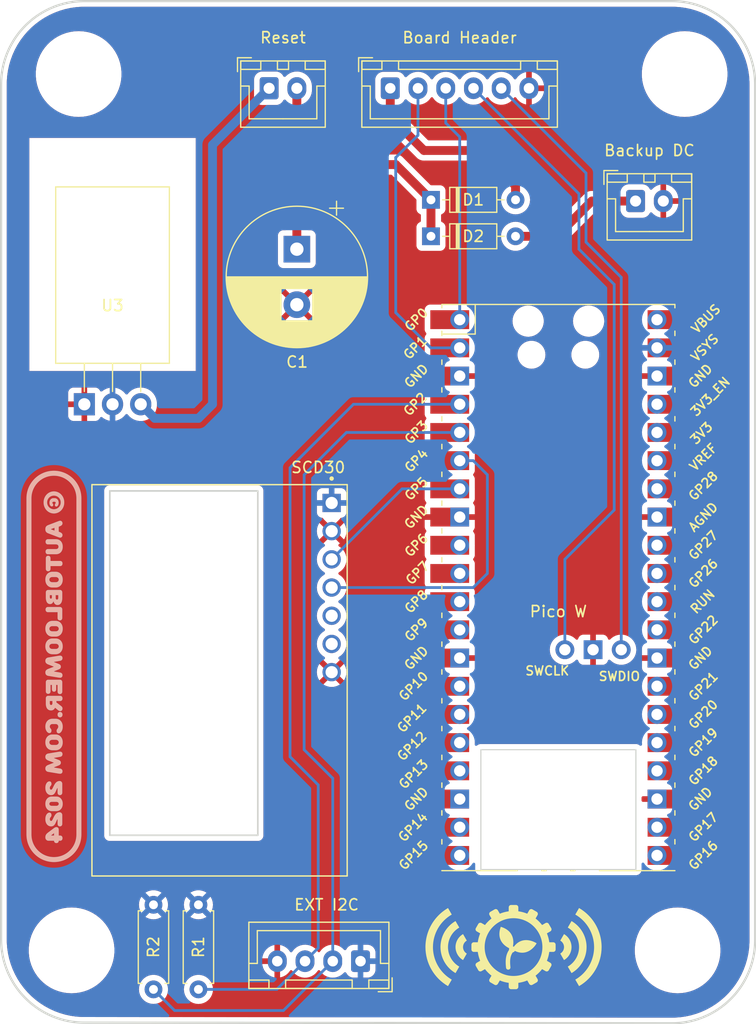
<source format=kicad_pcb>
(kicad_pcb (version 20211014) (generator pcbnew)
  (layers (0 "F.Cu" signal) (31 "B.Cu" signal) (34 "B.Paste" user) (35 "F.Paste" user) (36 "B.SilkS" user "B.Silkscreen") (37 "F.SilkS" user "F.Silkscreen") (38 "B.Mask" user) (39 "F.Mask" user) (44 "Edge.Cuts" user))
  (net 0 "")
  (net 1 "Net-(J1-Pad2)")
  (net 2 "Net-(J1-Pad3)")
  (net 3 "GND")
  (net 4 "Net-(J2-Pad2)")
  (net 5 "Net-(J2-Pad3)")
  (net 6 "Net-(U1-Pad6)")
  (net 7 "+3.3V")
  (net 11 "Net-(J1-Pad4)")
  (net 16 "Net-(J1-Pad5)")
  (net 36 "Net-(D1-Pad2)")
  (net 37 "Net-(D2-Pad2)")
  (net 38 "Net-(U1-Pad7)")
  (net 40 "Net-(J3-Pad1)")
  (net 41 "+5V")
  (footprint "Resistor_THT:R_Axial_DIN0207_L6.3mm_D2.5mm_P7.62mm_Horizontal" (layer "F.Cu") (at 104.14 126.365 -90)
    (fp_text reference "R1")
    (fp_text value "4.7k" hide)
  )
  (footprint "MountingHole:MountingHole_2.5mm" (layer "F.Cu") (at 147.955 51.53375 -90)
    (fp_text reference "REF**" hide)
    (fp_text value "MountingHole_2.5mm" hide)
  )
  (footprint "MountingHole:MountingHole_2.5mm" (layer "F.Cu") (at 92.71 130.47125 -90)
    (fp_text reference "REF**" hide)
    (fp_text value "MountingHole_2.5mm" hide)
  )
  (footprint "MountingHole:MountingHole_2.5mm" (layer "F.Cu") (at 93.345 51.53375 -90)
    (fp_text reference "REF**" hide)
    (fp_text value "MountingHole_2.5mm" hide)
  )
  (footprint "Capacitor_THT:CP_Radial_D12.5mm_P5.00mm" (layer "F.Cu") (at 113.01 67.31 -90)
    (fp_text reference "C1")
    (fp_text value "10000uF" hide)
  )
  (footprint "Package_TO_SOT_THT:TO-220-3_Horizontal_TabDown" (layer "F.Cu") (at 93.86 81.28)
    (fp_text reference "U3")
    (fp_text value "LM1117-3.3" hide)
  )
  (footprint "Connector_JST:JST_XH_B2B-XH-A_1x02_P2.50mm_Vertical" (layer "F.Cu") (at 143.53 62.975)
    (fp_text reference "J4" hide)
    (fp_text value "Backup DC")
  )
  (footprint "Diode_THT:D_DO-35_SOD27_P7.62mm_Horizontal" (layer "F.Cu") (at 125.095 66.15)
    (fp_text reference "D2")
    (fp_text value "D_Schottky" hide)
  )
  (footprint "Connector_JST:JST_XH_B6B-XH-A_1x06_P2.50mm_Vertical" (layer "F.Cu") (at 121.425 52.815)
    (fp_text reference "J1" hide)
    (fp_text value "Board Header")
  )
  (footprint "Connector_JST:JST_XH_B2B-XH-A_1x02_P2.50mm_Vertical" (layer "F.Cu") (at 110.51 52.815)
    (fp_text reference "J3" hide)
    (fp_text value "Reset")
  )
  (footprint "Resistor_THT:R_Axial_DIN0207_L6.3mm_D2.5mm_P7.62mm_Horizontal" (layer "F.Cu") (at 100.09 126.365 -90)
    (fp_text reference "R2")
    (fp_text value "4.7k" hide)
  )
  (footprint "Pico W:RPi_PicoW_SMD_TH" (layer "F.Cu") (at 136.5759 97.79)
    (fp_text reference "U1" hide)
    (fp_text value "Pico W")
  )
  (footprint "MountingHole:MountingHole_2.5mm" (layer "F.Cu") (at 147.32 130.47125 -90)
    (fp_text reference "REF**" hide)
    (fp_text value "MountingHole_2.5mm" hide)
  )
  (footprint "Diode_THT:D_DO-35_SOD27_P7.62mm_Horizontal" (layer "F.Cu") (at 125.095 62.865)
    (fp_text reference "D1")
    (fp_text value "D_Schottky" hide)
  )
  (footprint "Connector_JST:JST_XH_B4B-XH-A_1x04_P2.50mm_Vertical" (layer "F.Cu") (at 118.745 131.445 180)
    (fp_text reference "J2" hide)
    (fp_text value "EXT I2C")
  )
  (footprint "SCD30:MODULE_SCD30" (layer "F.Cu") (at 106.045 106.27 -90)
    (fp_text reference "U2" hide)
    (fp_text value "SCD30")
  )
  (gr_poly (pts (xy 131.492917 128.383046) (xy 131.593613 128.420927) (xy 131.68783 128.461763) (xy 131.775764 128.505373) (xy 131.857609 128.551574) (xy 131.933562 128.600184) (xy 132.003818 128.65102) (xy 132.068574 128.703899) (xy 132.128024 128.758639) (xy 132.182364 128.815058) (xy 132.23179 128.872973) (xy 132.276498 128.932202) (xy 132.316683 128.992563) (xy 132.352541 129.053872) (xy 132.384268 129.115948) (xy 132.412058 129.178607) (xy 132.436109 129.241669) (xy 132.456615 129.304949) (xy 132.473772 129.368266) (xy 132.487776 129.431438) (xy 132.507106 129.556613) (xy 132.516172 129.679016) (xy 132.516537 129.797186) (xy 132.509767 129.909665) (xy 132.497428 130.014993) (xy 132.481085 130.11171) (xy 132.486257 130.113166) (xy 132.491397 130.114721) (xy 132.496503 130.116373) (xy 132.501575 130.118122) (xy 132.50661 130.119967) (xy 132.511608 130.121907) (xy 132.516567 130.123943) (xy 132.521485 130.126073) (xy 132.526362 130.128296) (xy 132.531196 130.130613) (xy 132.535986 130.133022) (xy 132.54073 130.135524) (xy 132.545427 130.138116) (xy 132.550076 130.1408) (xy 132.554674 130.143574) (xy 132.559222 130.146437) (xy 132.631048 130.054954) (xy 132.704531 129.972418) (xy 132.779455 129.898464) (xy 132.855608 129.832723) (xy 132.932773 129.774828) (xy 133.010738 129.724411) (xy 133.089289 129.681105) (xy 133.16821 129.644542) (xy 133.247288 129.614356) (xy 133.326309 129.590178) (xy 133.405058 129.571642) (xy 133.483322 129.558379) (xy 133.560886 129.550022) (xy 133.637536 129.546205) (xy 133.713057 129.546558) (xy 133.787236 129.550716) (xy 133.859859 129.558309) (xy 133.930711 129.568972) (xy 133.999578 129.582337) (xy 134.066246 129.598035) (xy 134.192127 129.634965) (xy 134.306643 129.676821) (xy 134.408078 129.720665) (xy 134.494721 129.763557) (xy 134.564856 129.802556) (xy 134.616772 129.834724) (xy 134.542043 129.954622) (xy 134.485435 130.032986) (xy 134.416189 130.119095) (xy 134.334449 130.209549) (xy 134.240357 130.300948) (xy 134.134056 130.389894) (xy 134.015691 130.472988) (xy 133.952029 130.511277) (xy 133.885404 130.546829) (xy 133.815834 130.579218) (xy 133.743338 130.60802) (xy 133.667934 130.632808) (xy 133.589638 130.653159) (xy 133.508469 130.668648) (xy 133.424445 130.678849) (xy 133.337585 130.683339) (xy 133.247905 130.68169) (xy 133.155423 130.67348) (xy 133.060158 130.658283) (xy 132.962128 130.635674) (xy 132.86135 130.605228) (xy 132.757842 130.566521) (xy 132.651623 130.519127) (xy 132.643675 130.532342) (xy 132.635059 130.545032) (xy 132.625805 130.557177) (xy 132.615938 130.568759) (xy 132.605487 130.579757) (xy 132.594479 130.590152) (xy 132.582941 130.599924) (xy 132.570902 130.609053) (xy 132.558387 130.617519) (xy 132.545426 130.625304) (xy 132.532045 130.632387) (xy 132.518272 130.638748) (xy 132.504134 130.644369) (xy 132.489659 130.649228) (xy 132.474875 130.653308) (xy 132.459808 130.656587) (xy 132.459215 130.657422) (xy 132.458617 130.658254) (xy 132.458013 130.659082) (xy 132.457403 130.659907) (xy 132.41154 130.731246) (xy 132.371618 130.804198) (xy 132.337312 130.878752) (xy 132.308299 130.954898) (xy 132.284254 131.032624) (xy 132.264854 131.111919) (xy 132.249774 131.192774) (xy 132.238691 131.275176) (xy 132.231281 131.359116) (xy 132.22722 131.444581) (xy 132.226184 131.531563) (xy 132.227849 131.620048) (xy 132.231891 131.710027) (xy 132.237986 131.801489) (xy 132.255041 131.988818) (xy 132.255843 131.99907) (xy 132.256122 132.009241) (xy 132.255891 132.019317) (xy 132.25516 132.029284) (xy 132.25394 132.039128) (xy 132.252243 132.048836) (xy 132.250079 132.058394) (xy 132.24746 132.067789) (xy 132.244398 132.077006) (xy 132.240902 132.086031) (xy 132.236984 132.094851) (xy 132.232656 132.103453) (xy 132.227929 132.111822) (xy 132.222813 132.119945) (xy 132.217321 132.127807) (xy 132.211462 132.135396) (xy 132.205248 132.142697) (xy 132.198691 132.149697) (xy 132.191802 132.156381) (xy 132.184591 132.162737) (xy 132.17707 132.168749) (xy 132.16925 132.174406) (xy 132.161143 132.179692) (xy 132.152758 132.184594) (xy 132.144108 132.189099) (xy 132.135204 132.193192) (xy 132.126057 132.19686) (xy 132.116677 132.200089) (xy 132.107077 132.202865) (xy 132.097267 132.205174) (xy 132.087258 132.207004) (xy 132.077062 132.208339) (xy 132.066811 132.20914) (xy 132.05664 132.20942) (xy 132.046565 132.209188) (xy 132.036598 132.208457) (xy 132.026754 132.207237) (xy 132.017046 132.20554) (xy 132.007488 132.203376) (xy 131.998094 132.200758) (xy 131.988877 132.197695) (xy 131.979852 132.194199) (xy 131.971031 132.190282) (xy 131.96243 132.185954) (xy 131.954061 132.181227) (xy 131.945938 132.176111) (xy 131.938076 132.170619) (xy 131.930487 132.164761) (xy 131.923186 132.158547) (xy 131.916187 132.151991) (xy 131.909502 132.145102) (xy 131.903147 132.137891) (xy 131.897134 132.13037) (xy 131.891477 132.122551) (xy 131.886191 132.114444) (xy 131.881289 132.10606) (xy 131.876784 132.09741) (xy 131.872691 132.088506) (xy 131.869023 132.079359) (xy 131.865794 132.06998) (xy 131.863018 132.06038) (xy 131.860708 132.05057) (xy 131.858879 132.040562) (xy 131.857543 132.030366) (xy 131.839363 131.830778) (xy 131.832688 131.729856) (xy 131.828275 131.62841) (xy 131.826611 131.526609) (xy 131.828185 131.424623) (xy 131.833484 131.322621) (xy 131.842996 131.220773) (xy 131.857211 131.119249) (xy 131.876614 131.018219) (xy 131.901696 130.917852) (xy 131.932943 130.818318) (xy 131.970844 130.719788) (xy 132.015887 130.62243) (xy 132.06856 130.526414) (xy 132.129351 130.431911) (xy 132.129945 130.431186) (xy 132.130545 130.430465) (xy 132.131151 130.429746) (xy 132.131762 130.42903) (xy 132.130812 130.423184) (xy 132.129986 130.417321) (xy 132.129284 130.411443) (xy 132.128706 130.405552) (xy 132.128252 130.399651) (xy 132.127922 130.39374) (xy 132.127717 130.387823) (xy 132.127636 130.381901) (xy 132.127722 130.375352) (xy 132.127961 130.368813) (xy 132.128352 130.362286) (xy 132.128894 130.355775) (xy 132.129589 130.349282) (xy 132.130434 130.342809) (xy 132.131429 130.33636) (xy 132.132575 130.329936) (xy 132.13387 130.32354) (xy 132.135313 130.317176) (xy 132.136906 130.310846) (xy 132.138646 130.304551) (xy 132.140533 130.298296) (xy 132.142568 130.292082) (xy 132.144749 130.285912) (xy 132.147076 130.27979) (xy 132.059711 130.235197) (xy 131.967822 130.182251) (xy 131.873515 130.120566) (xy 131.778896 130.049758) (xy 131.68607 129.969442) (xy 131.597143 129.879233) (xy 131.514221 129.778745) (xy 131.439409 129.667594) (xy 131.405703 129.6079) (xy 131.374813 129.545396) (xy 131.347005 129.480033) (xy 131.322539 129.411764) (xy 131.301681 129.340541) (xy 131.284693 129.266315) (xy 131.271838 129.189039) (xy 131.263379 129.108663) (xy 131.259581 129.025141) (xy 131.260705 128.938424) (xy 131.267015 128.848464) (xy 131.278775 128.755212) (xy 131.296247 128.658621) (xy 131.319695 128.558642) (xy 131.349382 128.455228) (xy 131.385571 128.348331) (xy 131.385546 128.348303)) (layer "F.Cu") (width 0) (fill solid))
  (gr_poly (pts (xy 132.761646 126.381372) (xy 132.772683 126.382206) (xy 132.783557 126.38358) (xy 132.794253 126.38548) (xy 132.804759 126.387893) (xy 132.81506 126.390805) (xy 132.825143 126.394203) (xy 132.834996 126.398074) (xy 132.844603 126.402403) (xy 132.853953 126.407179) (xy 132.863032 126.412387) (xy 132.871825 126.418014) (xy 132.880321 126.424046) (xy 132.888504 126.430471) (xy 132.896363 126.437274) (xy 132.903884 126.444443) (xy 132.911052 126.451963) (xy 132.917855 126.459822) (xy 132.92428 126.468006) (xy 132.930312 126.476501) (xy 132.935939 126.485295) (xy 132.941147 126.494374) (xy 132.945923 126.503724) (xy 132.950253 126.513331) (xy 132.954124 126.523184) (xy 132.957522 126.533268) (xy 132.960434 126.543569) (xy 132.962847 126.554075) (xy 132.964747 126.564771) (xy 132.966121 126.575646) (xy 132.966955 126.586684) (xy 132.967236 126.597873) (xy 132.96723 126.952284) (xy 133.070263 126.967825) (xy 133.172668 126.986644) (xy 133.274367 127.008719) (xy 133.375282 127.03403) (xy 133.475336 127.062556) (xy 133.574451 127.094277) (xy 133.67255 127.129171) (xy 133.769555 127.167219) (xy 133.946734 126.860307) (xy 133.952572 126.850758) (xy 133.958813 126.841616) (xy 133.965439 126.832886) (xy 133.972433 126.824572) (xy 133.979774 126.816681) (xy 133.987446 126.809217) (xy 133.99543 126.802184) (xy 134.003708 126.795588) (xy 134.012261 126.789433) (xy 134.02107 126.783725) (xy 134.030119 126.778468) (xy 134.039388 126.773667) (xy 134.048858 126.769327) (xy 134.058513 126.765454) (xy 134.068333 126.762051) (xy 134.0783 126.759124) (xy 134.088396 126.756677) (xy 134.098602 126.754716) (xy 134.1089 126.753246) (xy 134.119273 126.75227) (xy 134.129701 126.751796) (xy 134.140166 126.751826) (xy 134.150649 126.752366) (xy 134.161134 126.753421) (xy 134.171601 126.754997) (xy 134.182032 126.757096) (xy 134.192408 126.759726) (xy 134.202712 126.76289) (xy 134.212925 126.766593) (xy 134.223028 126.770841) (xy 134.233004 126.775638) (xy 134.242834 126.780989) (xy 134.618365 126.997771) (xy 134.627915 127.003609) (xy 134.637057 127.00985) (xy 134.645788 127.016477) (xy 134.654103 127.023471) (xy 134.661995 127.030814) (xy 134.669461 127.038488) (xy 134.676496 127.046473) (xy 134.683094 127.054753) (xy 134.689251 127.063307) (xy 134.694962 127.072119) (xy 134.700221 127.08117) (xy 134.705024 127.090441) (xy 134.709367 127.099914) (xy 134.713243 127.109571) (xy 134.716649 127.119393) (xy 134.719579 127.129363) (xy 134.722028 127.139461) (xy 134.723992 127.14967) (xy 134.725465 127.159971) (xy 134.726442 127.170346) (xy 134.72692 127.180776) (xy 134.726892 127.191243) (xy 134.726354 127.20173) (xy 134.725301 127.212216) (xy 134.723727 127.222685) (xy 134.721629 127.233118) (xy 134.719001 127.243496) (xy 134.715838 127.253801) (xy 134.712136 127.264015) (xy 134.707889 127.27412) (xy 134.703092 127.284096) (xy 134.697741 127.293927) (xy 134.520501 127.600951) (xy 134.60194 127.66592) (xy 134.681196 127.733412) (xy 134.758212 127.803369) (xy 134.832932 127.875737) (xy 134.905299 127.950456) (xy 134.975257 128.027472) (xy 135.04275 128.106728) (xy 135.10772 128.188167) (xy 135.414745 128.010931) (xy 135.424575 128.00558) (xy 135.434552 128.000783) (xy 135.444656 127.996535) (xy 135.454869 127.992832) (xy 135.465173 127.989668) (xy 135.475549 127.987038) (xy 135.48598 127.984939) (xy 135.496447 127.983364) (xy 135.506932 127.982308) (xy 135.517416 127.981768) (xy 135.527881 127.981738) (xy 135.538309 127.982213) (xy 135.548681 127.983188) (xy 135.558979 127.984659) (xy 135.569185 127.98662) (xy 135.579281 127.989066) (xy 135.589248 127.991994) (xy 135.599068 127.995397) (xy 135.608722 127.999271) (xy 135.618193 128.00361) (xy 135.627461 128.008411) (xy 135.636509 128.013668) (xy 135.645319 128.019377) (xy 135.653872 128.025531) (xy 135.662149 128.032127) (xy 135.670133 128.03916) (xy 135.677805 128.046624) (xy 135.685146 128.054516) (xy 135.692139 128.062829) (xy 135.698766 128.071558) (xy 135.705007 128.0807) (xy 135.710845 128.09025) (xy 135.927684 128.465781) (xy 135.933035 128.475611) (xy 135.937831 128.485588) (xy 135.942077 128.495692) (xy 135.945779 128.505906) (xy 135.948942 128.516211) (xy 135.951569 128.526589) (xy 135.953667 128.537022) (xy 135.95524 128.547491) (xy 135.956293 128.557977) (xy 135.956831 128.568463) (xy 135.956859 128.578931) (xy 135.956381 128.589361) (xy 135.955403 128.599736) (xy 135.95393 128.610037) (xy 135.951966 128.620246) (xy 135.949517 128.630344) (xy 135.946587 128.640314) (xy 135.943182 128.650136) (xy 135.939305 128.659793) (xy 135.934963 128.669266) (xy 135.93016 128.678537) (xy 135.924901 128.687588) (xy 135.91919 128.6964) (xy 135.913034 128.704955) (xy 135.906436 128.713234) (xy 135.899402 128.72122) (xy 135.891936 128.728893) (xy 135.884044 128.736236) (xy 135.87573 128.74323) (xy 135.866999 128.749857) (xy 135.857857 128.756099) (xy 135.848308 128.761937) (xy 135.541454 128.939117) (xy 135.579492 129.036123) (xy 135.614379 129.134221) (xy 135.646092 129.233335) (xy 135.67461 129.333388) (xy 135.699914 129.434301) (xy 135.721982 129.535998) (xy 135.740794 129.638402) (xy 135.756328 129.741434) (xy 136.110747 129.741434) (xy 136.121936 129.741715) (xy 136.132974 129.742549) (xy 136.143848 129.743922) (xy 136.154546 129.745822) (xy 136.165052 129.748235) (xy 136.175355 129.751147) (xy 136.18544 129.754545) (xy 136.195294 129.758416) (xy 136.204904 129.762746) (xy 136.214256 129.767522) (xy 136.223336 129.77273) (xy 136.232132 129.778357) (xy 136.24063 129.784389) (xy 136.248817 129.790814) (xy 136.256678 129.797617) (xy 136.264201 129.804786) (xy 136.271372 129.812306) (xy 136.278178 129.820165) (xy 136.284605 129.828349) (xy 136.29064 129.836845) (xy 136.296269 129.845639) (xy 136.301479 129.854717) (xy 136.306257 129.864067) (xy 136.310589 129.873675) (xy 136.314462 129.883528) (xy 136.317862 129.893611) (xy 136.320775 129.903913) (xy 136.323189 129.914419) (xy 136.32509 129.925115) (xy 136.326465 129.93599) (xy 136.327299 129.947028) (xy 136.32758 129.958217) (xy 136.32758 130.391782) (xy 136.327299 130.402971) (xy 136.326465 130.414009) (xy 136.32509 130.424884) (xy 136.32319 130.435582) (xy 136.320776 130.446089) (xy 136.317862 130.456392) (xy 136.314462 130.466477) (xy 136.31059 130.476332) (xy 136.306258 130.485942) (xy 136.301481 130.495294) (xy 136.29627 130.504375) (xy 136.290641 130.513171) (xy 136.284607 130.521669) (xy 136.27818 130.529855) (xy 136.271374 130.537717) (xy 136.264203 130.54524) (xy 136.25668 130.552411) (xy 136.248819 130.559217) (xy 136.240633 130.565644) (xy 136.232135 130.571679) (xy 136.223339 130.577308) (xy 136.214258 130.582519) (xy 136.204906 130.587296) (xy 136.195297 130.591628) (xy 136.185442 130.595501) (xy 136.175357 130.598901) (xy 136.165054 130.601815) (xy 136.154547 130.604229) (xy 136.14385 130.606129) (xy 136.132975 130.607504) (xy 136.121936 130.608338) (xy 136.110747 130.60862) (xy 135.75504 130.608618) (xy 135.739493 130.711557) (xy 135.720675 130.813868) (xy 135.698606 130.915472) (xy 135.673306 131.016293) (xy 135.644798 131.116255) (xy 135.6131 131.215279) (xy 135.578234 131.313289) (xy 135.540221 131.410208) (xy 135.848308 131.588058) (xy 135.857858 131.593896) (xy 135.867001 131.600138) (xy 135.875732 131.606765) (xy 135.884046 131.613759) (xy 135.891938 131.621102) (xy 135.899404 131.628776) (xy 135.906439 131.636761) (xy 135.913037 131.645041) (xy 135.919194 131.653595) (xy 135.924905 131.662407) (xy 135.930164 131.671458) (xy 135.934968 131.680729) (xy 135.93931 131.690202) (xy 135.943186 131.699859) (xy 135.946592 131.709682) (xy 135.949522 131.719651) (xy 135.951971 131.72975) (xy 135.953935 131.739959) (xy 135.955408 131.75026) (xy 135.956385 131.760634) (xy 135.956863 131.771065) (xy 135.956835 131.781532) (xy 135.956297 131.792018) (xy 135.955244 131.802505) (xy 135.95367 131.812973) (xy 135.951572 131.823406) (xy 135.948944 131.833784) (xy 135.945781 131.844089) (xy 135.942079 131.854303) (xy 135.937832 131.864408) (xy 135.933035 131.874384) (xy 135.927684 131.884215) (xy 135.7109 132.259691) (xy 135.705061 132.26924) (xy 135.698819 132.278383) (xy 135.692191 132.287114) (xy 135.685196 132.295428) (xy 135.677852 132.303321) (xy 135.670177 132.310787) (xy 135.66219 132.317821) (xy 135.653909 132.324419) (xy 135.645352 132.330576) (xy 135.636538 132.336286) (xy 135.627485 132.341546) (xy 135.618211 132.346349) (xy 135.608736 132.350691) (xy 135.599076 132.354568) (xy 135.589251 132.357973) (xy 135.579279 132.360903) (xy 135.569178 132.363352) (xy 135.558966 132.365316) (xy 135.548663 132.366789) (xy 135.538286 132.367767) (xy 135.527853 132.368244) (xy 135.517384 132.368216) (xy 135.506896 132.367678) (xy 135.496407 132.366625) (xy 135.485936 132.365052) (xy 135.475502 132.362953) (xy 135.465123 132.360325) (xy 135.454817 132.357163) (xy 135.444602 132.35346) (xy 135.434497 132.349213) (xy 135.42452 132.344417) (xy 135.41469 132.339065) (xy 135.106652 132.161215) (xy 135.04172 132.242587) (xy 134.974268 132.321778) (xy 134.904354 132.398732) (xy 134.832035 132.473394) (xy 134.757367 132.545706) (xy 134.680407 132.615613) (xy 134.601211 132.683057) (xy 134.519836 132.747983) (xy 134.697686 133.056071) (xy 134.703037 133.065902) (xy 134.707835 133.075878) (xy 134.712082 133.085983) (xy 134.715786 133.096197) (xy 134.71895 133.106502) (xy 134.721579 133.11688) (xy 134.723679 133.127313) (xy 134.725254 133.137781) (xy 134.726309 133.148268) (xy 134.72685 133.158754) (xy 134.72688 133.169222) (xy 134.726405 133.179652) (xy 134.72543 133.190027) (xy 134.723959 133.200328) (xy 134.721998 133.210536) (xy 134.719551 133.220635) (xy 134.716624 133.230604) (xy 134.713221 133.240427) (xy 134.709347 133.250084) (xy 134.705007 133.259557) (xy 134.700206 133.268828) (xy 134.694949 133.277879) (xy 134.68924 133.286691) (xy 134.683086 133.295245) (xy 134.676489 133.303525) (xy 134.669456 133.31151) (xy 134.661992 133.319184) (xy 134.6541 133.326527) (xy 134.645787 133.333521) (xy 134.637057 133.340148) (xy 134.627914 133.34639) (xy 134.618365 133.352228) (xy 134.242889 133.569009) (xy 134.233059 133.57436) (xy 134.223082 133.579157) (xy 134.212977 133.583404) (xy 134.202762 133.587106) (xy 134.192456 133.590269) (xy 134.182076 133.592897) (xy 134.171642 133.594995) (xy 134.161172 133.596568) (xy 134.150683 133.597621) (xy 134.140195 133.598159) (xy 134.129725 133.598187) (xy 134.119293 133.59771) (xy 134.108916 133.596732) (xy 134.098612 133.595259) (xy 134.088401 133.593295) (xy 134.0783 133.590846) (xy 134.068328 133.587916) (xy 134.058503 133.584511) (xy 134.048843 133.580634) (xy 134.039367 133.576292) (xy 134.030094 133.571489) (xy 134.021041 133.566229) (xy 134.012227 133.560519) (xy 134.00367 133.554362) (xy 133.995389 133.547764) (xy 133.987402 133.54073) (xy 133.979727 133.533264) (xy 133.972383 133.525371) (xy 133.965387 133.517057) (xy 133.958759 133.508327) (xy 133.952517 133.499184) (xy 133.946679 133.489635) (xy 133.768835 133.181601) (xy 133.671915 133.219607) (xy 133.573904 133.254466) (xy 133.474879 133.286157) (xy 133.374916 133.314659) (xy 133.274094 133.339952) (xy 133.172489 133.362015) (xy 133.070179 133.380827) (xy 132.967242 133.396368) (xy 132.967242 133.752127) (xy 132.966961 133.763316) (xy 132.966127 133.774354) (xy 132.964753 133.785228) (xy 132.962853 133.795925) (xy 132.96044 133.806431) (xy 132.957528 133.816732) (xy 132.95413 133.826816) (xy 132.950259 133.836668) (xy 132.945929 133.846276) (xy 132.941153 133.855626) (xy 132.935945 133.864705) (xy 132.930318 133.873499) (xy 132.924286 133.881994) (xy 132.917861 133.890178) (xy 132.911058 133.898037) (xy 132.90389 133.905557) (xy 132.896369 133.912726) (xy 132.888511 133.919529) (xy 132.880327 133.925953) (xy 132.871831 133.931986) (xy 132.863038 133.937613) (xy 132.853959 133.942821) (xy 132.844609 133.947596) (xy 132.835002 133.951926) (xy 132.825149 133.955797) (xy 132.815066 133.959195) (xy 132.804765 133.962107) (xy 132.79426 133.96452) (xy 132.783563 133.96642) (xy 132.77269 133.967794) (xy 132.761652 133.968628) (xy 132.750463 133.968909) (xy 132.316845 133.968909) (xy 132.305656 133.968628) (xy 132.294618 133.967794) (xy 132.283744 133.96642) (xy 132.273047 133.96452) (xy 132.262541 133.962107) (xy 132.25224 133.959195) (xy 132.242156 133.955797) (xy 132.232303 133.951926) (xy 132.222695 133.947596) (xy 132.213345 133.942821) (xy 132.204266 133.937613) (xy 132.195473 133.931986) (xy 132.186977 133.925953) (xy 132.178793 133.919529) (xy 132.170934 133.912726) (xy 132.163413 133.905557) (xy 132.156245 133.898037) (xy 132.149441 133.890178) (xy 132.143017 133.881994) (xy 132.136984 133.873499) (xy 132.131357 133.864705) (xy 132.126149 133.855626) (xy 132.121373 133.846276) (xy 132.117043 133.836668) (xy 132.113173 133.826816) (xy 132.109774 133.816732) (xy 132.106862 133.806431) (xy 132.104449 133.795925) (xy 132.102549 133.785228) (xy 132.101176 133.774354) (xy 132.100341 133.763316) (xy 132.10006 133.752127) (xy 132.10006 133.396367) (xy 131.997123 133.380826) (xy 131.894814 133.362014) (xy 131.79321 133.339951) (xy 131.692389 133.314659) (xy 131.592428 133.286157) (xy 131.493403 133.254467) (xy 131.395393 133.219608) (xy 131.298474 133.181602) (xy 131.120623 133.489691) (xy 131.114785 133.49924) (xy 131.108544 133.508383) (xy 131.101916 133.517113) (xy 131.094922 133.525426) (xy 131.087579 133.533317) (xy 131.079906 133.540782) (xy 131.07192 133.547814) (xy 131.063641 133.554411) (xy 131.055086 133.560565) (xy 131.046274 133.566274) (xy 131.037223 133.571531) (xy 131.027952 133.576332) (xy 131.018479 133.580671) (xy 131.008822 133.584545) (xy 130.999 133.587948) (xy 130.98903 133.590875) (xy 130.978932 133.593322) (xy 130.968723 133.595283) (xy 130.958422 133.596753) (xy 130.948047 133.597729) (xy 130.937617 133.598203) (xy 130.92715 133.598173) (xy 130.916664 133.597633) (xy 130.906177 133.596578) (xy 130.895708 133.595002) (xy 130.885276 133.592903) (xy 130.874898 133.590273) (xy 130.864593 133.587109) (xy 130.854379 133.583405) (xy 130.844275 133.579158) (xy 130.834299 133.574361) (xy 130.824468 133.569009) (xy 130.448937 133.352228) (xy 130.439389 133.34639) (xy 130.430248 133.340148) (xy 130.421518 133.333521) (xy 130.413206 133.326527) (xy 130.405315 133.319184) (xy 130.397851 133.31151) (xy 130.390818 133.303525) (xy 130.384222 133.295245) (xy 130.378067 133.286691) (xy 130.372359 133.277879) (xy 130.367102 133.268828) (xy 130.362301 133.259557) (xy 130.357961 133.250084) (xy 130.354087 133.240427) (xy 130.350683 133.230604) (xy 130.347756 133.220635) (xy 130.345309 133.210536) (xy 130.343347 133.200328) (xy 130.341876 133.190027) (xy 130.340901 133.179652) (xy 130.340425 133.169222) (xy 130.340455 133.158754) (xy 130.340995 133.148268) (xy 130.34205 133.137781) (xy 130.343625 133.127313) (xy 130.345724 133.11688) (xy 130.348353 133.106502) (xy 130.351517 133.096197) (xy 130.35522 133.085983) (xy 130.359468 133.075878) (xy 130.364265 133.065902) (xy 130.369616 133.056071) (xy 130.547466 132.747983) (xy 130.46609 132.683057) (xy 130.386892 132.615613) (xy 130.309931 132.545706) (xy 130.235262 132.473394) (xy 130.162942 132.398732) (xy 130.093028 132.321778) (xy 130.025577 132.242587) (xy 129.960644 132.161215) (xy 129.652551 132.339065) (xy 129.642721 132.344417) (xy 129.632745 132.349213) (xy 129.622641 132.35346) (xy 129.612429 132.357163) (xy 129.602125 132.360325) (xy 129.591748 132.362953) (xy 129.581318 132.365051) (xy 129.570851 132.366625) (xy 129.560366 132.367678) (xy 129.549882 132.368216) (xy 129.539417 132.368244) (xy 129.52899 132.367766) (xy 129.518617 132.366789) (xy 129.508319 132.365316) (xy 129.498113 132.363352) (xy 129.488017 132.360903) (xy 129.47805 132.357973) (xy 129.46823 132.354567) (xy 129.458575 132.350691) (xy 129.449104 132.346348) (xy 129.439836 132.341545) (xy 129.430787 132.336286) (xy 129.421977 132.330575) (xy 129.413425 132.324418) (xy 129.405147 132.31782) (xy 129.397163 132.310786) (xy 129.389491 132.30332) (xy 129.38215 132.295428) (xy 129.375156 132.287114) (xy 129.36853 132.278383) (xy 129.362289 132.26924) (xy 129.356451 132.259691) (xy 129.139617 131.88416) (xy 129.134266 131.87433) (xy 129.12947 131.864354) (xy 129.125223 131.85425) (xy 129.12152 131.844037) (xy 129.118357 131.833733) (xy 129.115729 131.823357) (xy 129.113631 131.812926) (xy 129.112058 131.802459) (xy 129.111005 131.791975) (xy 129.110467 131.781491) (xy 129.110439 131.771026) (xy 129.110916 131.760598) (xy 129.111893 131.750226) (xy 129.113366 131.739927) (xy 129.11533 131.729721) (xy 129.117779 131.719625) (xy 129.120709 131.709658) (xy 129.124114 131.699838) (xy 129.12799 131.690184) (xy 129.132333 131.680713) (xy 129.137136 131.671444) (xy 129.142395 131.662396) (xy 129.148105 131.653586) (xy 129.154262 131.645034) (xy 129.16086 131.636756) (xy 129.167894 131.628772) (xy 129.17536 131.6211) (xy 129.183252 131.613759) (xy 129.191566 131.606765) (xy 129.200296 131.600139) (xy 129.209438 131.593898) (xy 129.218987 131.58806) (xy 129.527075 131.41021) (xy 129.489061 131.313291) (xy 129.454195 131.215281) (xy 129.422498 131.116257) (xy 129.393989 131.016296) (xy 129.36869 130.915475) (xy 129.346621 130.813871) (xy 129.327802 130.71156) (xy 129.312255 130.608621) (xy 128.956555 130.608621) (xy 128.945366 130.60834) (xy 128.934327 130.607505) (xy 128.923452 130.606131) (xy 128.912754 130.60423) (xy 128.902247 130.601816) (xy 128.891944 130.598902) (xy 128.881859 130.595502) (xy 128.872005 130.59163) (xy 128.862394 130.587298) (xy 128.853042 130.58252) (xy 128.843961 130.57731) (xy 128.835165 130.57168) (xy 128.826667 130.565645) (xy 128.81848 130.559218) (xy 128.810619 130.552412) (xy 128.803096 130.545241) (xy 128.795925 130.537718) (xy 128.789119 130.529856) (xy 128.782692 130.52167) (xy 128.776657 130.513172) (xy 128.771027 130.504376) (xy 128.765817 130.495295) (xy 128.761039 130.485943) (xy 128.756707 130.476333) (xy 128.752834 130.466478) (xy 128.749434 130.456393) (xy 128.746521 130.44609) (xy 128.744107 130.435583) (xy 128.742206 130.424886) (xy 128.740831 130.414011) (xy 128.739997 130.402972) (xy 128.739715 130.391783) (xy 128.739715 130.175001) (xy 129.932122 130.175001) (xy 129.935507 130.308875) (xy 129.945552 130.440992) (xy 129.962096 130.571187) (xy 129.984973 130.699298) (xy 130.014021 130.825162) (xy 130.049077 130.948614) (xy 130.089976 131.069492) (xy 130.136556 131.187631) (xy 130.188653 131.302869) (xy 130.246103 131.415042) (xy 130.308743 131.523986) (xy 130.37641 131.629539) (xy 130.44894 131.731536) (xy 130.526169 131.829814) (xy 130.607935 131.924209) (xy 130.694074 132.014559) (xy 130.784422 132.1007) (xy 130.878815 132.182468) (xy 130.977091 132.2597) (xy 131.079086 132.332233) (xy 131.184637 132.399902) (xy 131.293579 132.462545) (xy 131.40575 132.519997) (xy 131.520986 132.572097) (xy 131.639124 132.618679) (xy 131.76 132.659581) (xy 131.883451 132.69464) (xy 132.009313 132.723691) (xy 132.137423 132.746571) (xy 132.267617 132.763117) (xy 132.399733 132.773166) (xy 132.533605 132.776553) (xy 132.66261 132.773357) (xy 132.790738 132.763825) (xy 132.917777 132.748045) (xy 133.043515 132.726107) (xy 133.167737 132.698097) (xy 133.29023 132.664105) (xy 133.410782 132.62422) (xy 133.529179 132.578528) (xy 133.645207 132.527119) (xy 133.758654 132.470081) (xy 133.869307 132.407502) (xy 133.976951 132.33947) (xy 134.081375 132.266074) (xy 134.182364 132.187403) (xy 134.279706 132.103544) (xy 134.373187 132.014586) (xy 134.462146 131.921106) (xy 134.546006 131.823765) (xy 134.624679 131.722777) (xy 134.698075 131.618353) (xy 134.766108 131.510709) (xy 134.828687 131.400057) (xy 134.885726 131.28661) (xy 134.937136 131.170581) (xy 134.982829 131.052184) (xy 135.022715 130.931632) (xy 135.056708 130.809138) (xy 135.084718 130.684915) (xy 135.106657 130.559177) (xy 135.122438 130.432136) (xy 135.131971 130.304007) (xy 135.135168 130.175001) (xy 135.131971 130.045998) (xy 135.122438 129.91787) (xy 135.106657 129.790831) (xy 135.084718 129.665093) (xy 135.056708 129.540871) (xy 135.022716 129.418378) (xy 134.982829 129.297826) (xy 134.937137 129.17943) (xy 134.885728 129.063401) (xy 134.828689 128.949954) (xy 134.76611 128.839302) (xy 134.698078 128.731658) (xy 134.624682 128.627235) (xy 134.54601 128.526246) (xy 134.462151 128.428905) (xy 134.373193 128.335425) (xy 134.279713 128.246466) (xy 134.182372 128.162607) (xy 134.081384 128.083935) (xy 133.976961 128.010539) (xy 133.869317 127.942507) (xy 133.758665 127.879928) (xy 133.645218 127.822889) (xy 133.52919 127.771479) (xy 133.410794 127.725787) (xy 133.290242 127.685901) (xy 133.167749 127.651909) (xy 133.043527 127.623899) (xy 132.91779 127.601959) (xy 132.79075 127.586179) (xy 132.662622 127.576647) (xy 132.533624 127.57345) (xy 132.399756 127.576837) (xy 132.26764 127.586885) (xy 132.137444 127.60343) (xy 132.009333 127.62631) (xy 131.88347 127.655361) (xy 131.760019 127.690418) (xy 131.639142 127.73132) (xy 131.521003 127.777902) (xy 131.405766 127.830001) (xy 131.293594 127.887454) (xy 131.18465 127.950096) (xy 131.079099 128.017765) (xy 130.977103 128.090297) (xy 130.878827 128.167529) (xy 130.784432 128.249297) (xy 130.694084 128.335438) (xy 130.607944 128.425788) (xy 130.526178 128.520183) (xy 130.448948 128.618462) (xy 130.376417 128.720459) (xy 130.30875 128.826011) (xy 130.246109 128.934956) (xy 130.188658 129.047129) (xy 130.136561 129.162367) (xy 130.08998 129.280507) (xy 130.04908 129.401385) (xy 130.014024 129.524838) (xy 129.984975 129.650702) (xy 129.962097 129.778814) (xy 129.945553 129.90901) (xy 129.935507 130.041127) (xy 129.932122 130.175001) (xy 128.739715 130.175001) (xy 128.739715 129.958218) (xy 128.739997 129.947029) (xy 128.740831 129.935991) (xy 128.742206 129.925117) (xy 128.744107 129.91442) (xy 128.746521 129.903914) (xy 128.749434 129.893613) (xy 128.752834 129.883529) (xy 128.756707 129.873677) (xy 128.761039 129.864069) (xy 128.765817 129.854719) (xy 128.771027 129.84564) (xy 128.776657 129.836846) (xy 128.782692 129.828351) (xy 128.789119 129.820167) (xy 128.795925 129.812308) (xy 128.803096 129.804787) (xy 128.810619 129.797619) (xy 128.81848 129.790815) (xy 128.826667 129.784391) (xy 128.835165 129.778358) (xy 128.843961 129.772731) (xy 128.853042 129.767523) (xy 128.862394 129.762748) (xy 128.872005 129.758418) (xy 128.881859 129.754547) (xy 128.891944 129.751149) (xy 128.902247 129.748237) (xy 128.912754 129.745824) (xy 128.923452 129.743924) (xy 128.934327 129.74255) (xy 128.945366 129.741716) (xy 128.956555 129.741435) (xy 129.312255 129.741435) (xy 129.327802 129.638496) (xy 129.346621 129.536186) (xy 129.36869 129.434582) (xy 129.393989 129.333761) (xy 129.422498 129.2338) (xy 129.454195 129.134776) (xy 129.489061 129.036766) (xy 129.527075 128.939847) (xy 129.218987 128.761996) (xy 129.209438 128.756158) (xy 129.200296 128.749916) (xy 129.191566 128.743288) (xy 129.183252 128.736293) (xy 129.17536 128.728949) (xy 129.167894 128.721274) (xy 129.16086 128.713287) (xy 129.154262 128.705006) (xy 129.148105 128.696449) (xy 129.142395 128.687635) (xy 129.137136 128.678582) (xy 129.132333 128.669308) (xy 129.12799 128.659833) (xy 129.124114 128.650173) (xy 129.120709 128.640348) (xy 129.117779 128.630376) (xy 129.11533 128.620275) (xy 129.113366 128.610063) (xy 129.111893 128.59976) (xy 129.110916 128.589383) (xy 129.110439 128.57895) (xy 129.110467 128.56848) (xy 129.111005 128.557992) (xy 129.112058 128.547503) (xy 129.113631 128.537032) (xy 129.115729 128.526598) (xy 129.118357 128.516219) (xy 129.12152 128.505912) (xy 129.125223 128.495697) (xy 129.12947 128.485592) (xy 129.134266 128.475614) (xy 129.139617 128.465784) (xy 129.356396 128.090309) (xy 129.362234 128.08076) (xy 129.368476 128.071617) (xy 129.375104 128.062887) (xy 129.382099 128.054574) (xy 129.389444 128.046683) (xy 129.397118 128.039219) (xy 129.405106 128.032186) (xy 129.413387 128.02559) (xy 129.421944 128.019435) (xy 129.430758 128.013727) (xy 129.439811 128.008469) (xy 129.449084 128.003669) (xy 129.45856 127.999329) (xy 129.46822 127.995455) (xy 129.478045 127.992052) (xy 129.488017 127.989125) (xy 129.498118 127.986678) (xy 129.508329 127.984717) (xy 129.518633 127.983247) (xy 129.52901 127.982272) (xy 129.539442 127.981797) (xy 129.549912 127.981827) (xy 129.5604 127.982367) (xy 129.570889 127.983423) (xy 129.581359 127.984998) (xy 129.591793 127.987098) (xy 129.602172 127.989727) (xy 129.612479 127.992891) (xy 129.622694 127.996595) (xy 129.632799 128.000843) (xy 129.642775 128.00564) (xy 129.652606 128.010991) (xy 129.960638 128.188843) (xy 130.02557 128.107463) (xy 130.093021 128.028265) (xy 130.162935 127.951302) (xy 130.235254 127.876634) (xy 130.309923 127.804314) (xy 130.386886 127.734401) (xy 130.466086 127.66695) (xy 130.547466 127.602017) (xy 130.53097 127.57345) (xy 132.533618 127.57345) (xy 132.533624 127.57345) (xy 132.53363 127.57345) (xy 132.533618 127.57345) (xy 130.53097 127.57345) (xy 130.369561 127.293928) (xy 130.36421 127.284098) (xy 130.359414 127.274121) (xy 130.355166 127.264016) (xy 130.351464 127.253801) (xy 130.348301 127.243494) (xy 130.345673 127.233115) (xy 130.343575 127.22268) (xy 130.342002 127.21221) (xy 130.340949 127.201721) (xy 130.34041 127.191233) (xy 130.340382 127.180763) (xy 130.34086 127.17033) (xy 130.341837 127.159953) (xy 130.34331 127.149649) (xy 130.345274 127.139438) (xy 130.347723 127.129337) (xy 130.350653 127.119365) (xy 130.354058 127.10954) (xy 130.357934 127.09988) (xy 130.362276 127.090404) (xy 130.36708 127.081131) (xy 130.372339 127.072078) (xy 130.378049 127.063264) (xy 130.384206 127.054707) (xy 130.390803 127.046426) (xy 130.397838 127.038438) (xy 130.405303 127.030763) (xy 130.413196 127.023419) (xy 130.421509 127.016424) (xy 130.43024 127.009796) (xy 130.439382 127.003554) (xy 130.448931 126.997716) (xy 130.824407 126.780934) (xy 130.834238 126.775583) (xy 130.844215 126.770787) (xy 130.85432 126.766541) (xy 130.864534 126.76284) (xy 130.874839 126.759678) (xy 130.885217 126.757052) (xy 130.89565 126.754956) (xy 130.906119 126.753384) (xy 130.916605 126.752333) (xy 130.927091 126.751797) (xy 130.937559 126.751772) (xy 130.947989 126.752252) (xy 130.958363 126.753232) (xy 130.968664 126.754708) (xy 130.978873 126.756674) (xy 130.988971 126.759126) (xy 130.998941 126.762058) (xy 131.008763 126.765466) (xy 131.01842 126.769345) (xy 131.027893 126.77369) (xy 131.037164 126.778496) (xy 131.046214 126.783757) (xy 131.055026 126.78947) (xy 131.063581 126.795629) (xy 131.07186 126.802229) (xy 131.079845 126.809265) (xy 131.087519 126.816732) (xy 131.094861 126.824626) (xy 131.101856 126.832941) (xy 131.108483 126.841673) (xy 131.114724 126.850816) (xy 131.120562 126.860365) (xy 131.298413 127.168397) (xy 131.395339 127.13039) (xy 131.493356 127.095531) (xy 131.592387 127.06384) (xy 131.692356 127.035337) (xy 131.793184 127.010045) (xy 131.894794 126.987983) (xy 131.99711 126.969171) (xy 132.100054 126.953632) (xy 132.100054 126.597874) (xy 132.100335 126.586686) (xy 132.101169 126.575647) (xy 132.102543 126.564773) (xy 132.104443 126.554077) (xy 132.106856 126.543571) (xy 132.109768 126.53327) (xy 132.113166 126.523186) (xy 132.117037 126.513334) (xy 132.121367 126.503726) (xy 132.126143 126.494376) (xy 132.131351 126.485297) (xy 132.136978 126.476503) (xy 132.143011 126.468008) (xy 132.149435 126.459824) (xy 132.156239 126.451965) (xy 132.163407 126.444445) (xy 132.170928 126.437276) (xy 132.178787 126.430473) (xy 132.186971 126.424048) (xy 132.195467 126.418016) (xy 132.20426 126.412389) (xy 132.213339 126.407181) (xy 132.222689 126.402405) (xy 132.232297 126.398075) (xy 132.24215 126.394205) (xy 132.252234 126.390806) (xy 132.262535 126.387894) (xy 132.273041 126.385481) (xy 132.283738 126.383582) (xy 132.294612 126.382208) (xy 132.30565 126.381374) (xy 132.316839 126.381093) (xy 132.750457 126.381091)) (layer "F.Cu") (width 0) (fill solid))
  (gr_poly (pts (xy 137.120991 129.02747) (xy 137.158844 129.051845) (xy 137.195721 129.077359) (xy 137.231607 129.103982) (xy 137.266482 129.131683) (xy 137.300329 129.160432) (xy 137.333131 129.190198) (xy 137.364869 129.220949) (xy 137.395526 129.252656) (xy 137.425084 129.285288) (xy 137.453524 129.318814) (xy 137.48083 129.353203) (xy 137.506984 129.388425) (xy 137.531967 129.424448) (xy 137.555762 129.461243) (xy 137.578351 129.498779) (xy 137.599716 129.537024) (xy 137.61984 129.575948) (xy 137.638704 129.615521) (xy 137.656291 129.655711) (xy 137.672583 129.696488) (xy 137.687563 129.737822) (xy 137.701212 129.779681) (xy 137.713512 129.822036) (xy 137.724446 129.864854) (xy 137.733996 129.908106) (xy 137.742144 129.95176) (xy 137.748873 129.995787) (xy 137.754164 130.040155) (xy 137.758 130.084834) (xy 137.760363 130.129793) (xy 137.761235 130.175001) (xy 137.758001 130.265166) (xy 137.748875 130.35421) (xy 137.734 130.44189) (xy 137.713516 130.527958) (xy 137.687569 130.61217) (xy 137.656298 130.69428) (xy 137.619848 130.774043) (xy 137.57836 130.851212) (xy 137.531977 130.925542) (xy 137.480842 130.996787) (xy 137.425096 131.064702) (xy 137.364883 131.129042) (xy 137.300344 131.189559) (xy 137.231623 131.24601) (xy 137.158861 131.298148) (xy 137.082201 131.345727) (xy 136.743492 130.759248) (xy 136.762894 130.747684) (xy 136.781819 130.735534) (xy 136.800259 130.722816) (xy 136.818204 130.709543) (xy 136.835646 130.695731) (xy 136.852575 130.681396) (xy 136.868984 130.666552) (xy 136.884862 130.651216) (xy 136.900202 130.635401) (xy 136.914994 130.619125) (xy 136.929229 130.602401) (xy 136.942899 130.585246) (xy 136.955994 130.567674) (xy 136.968506 130.5497) (xy 136.980425 130.531341) (xy 136.991743 130.512611) (xy 137.002451 130.493526) (xy 137.01254 130.474101) (xy 137.022001 130.45435) (xy 137.030825 130.434291) (xy 137.039003 130.413937) (xy 137.046527 130.393304) (xy 137.053387 130.372408) (xy 137.059575 130.351263) (xy 137.065081 130.329886) (xy 137.069897 130.30829) (xy 137.074014 130.286493) (xy 137.077423 130.264507) (xy 137.080115 130.242351) (xy 137.082081 130.220037) (xy 137.083312 130.197582) (xy 137.0838 130.175001) (xy 137.082081 130.129966) (xy 137.077423 130.085496) (xy 137.069898 130.041713) (xy 137.059575 129.99874) (xy 137.046527 129.9567) (xy 137.030825 129.915713) (xy 137.01254 129.875904) (xy 136.991744 129.837393) (xy 136.968507 129.800304) (xy 136.9429 129.764759) (xy 136.914996 129.73088) (xy 136.884865 129.698789) (xy 136.852579 129.668609) (xy 136.818208 129.640462) (xy 136.781824 129.61447) (xy 136.743498 129.590756) (xy 137.082183 129.004266)) (layer "F.Cu") (width 0) (fill solid))
  (gr_poly (pts (xy 127.646234 128.417282) (xy 127.531221 128.488749) (xy 127.422064 128.567057) (xy 127.318979 128.651837) (xy 127.222178 128.74272) (xy 127.131875 128.839337) (xy 127.048284 128.941319) (xy 126.971619 129.048297) (xy 126.902093 129.159901) (xy 126.839921 129.275763) (xy 126.785315 129.395513) (xy 126.73849 129.518783) (xy 126.699659 129.645202) (xy 126.669036 129.774403) (xy 126.646835 129.906016) (xy 126.633269 130.039671) (xy 126.628552 130.175) (xy 126.629792 130.242851) (xy 126.63327 130.31033) (xy 126.638961 130.37739) (xy 126.646838 130.443985) (xy 126.656874 130.51007) (xy 126.669042 130.575599) (xy 126.683315 130.640524) (xy 126.699667 130.7048) (xy 126.718072 130.768381) (xy 126.738502 130.83122) (xy 126.76093 130.893272) (xy 126.785331 130.95449) (xy 126.811676 131.014828) (xy 126.83994 131.07424) (xy 126.870096 131.13268) (xy 126.902117 131.190102) (xy 126.935976 131.24646) (xy 126.971647 131.301707) (xy 127.009103 131.355797) (xy 127.048317 131.408684) (xy 127.089262 131.460322) (xy 127.131912 131.510665) (xy 127.17624 131.559667) (xy 127.22222 131.607282) (xy 127.269824 131.653462) (xy 127.319026 131.698163) (xy 127.369799 131.741339) (xy 127.422116 131.782942) (xy 127.475951 131.822927) (xy 127.531277 131.861248) (xy 127.588067 131.897858) (xy 127.646295 131.932712) (xy 127.307605 132.519337) (xy 127.154248 132.424) (xy 127.008706 132.31954) (xy 126.871263 132.206449) (xy 126.742204 132.085221) (xy 126.621814 131.956347) (xy 126.510378 131.820321) (xy 126.408181 131.677634) (xy 126.315508 131.52878) (xy 126.232644 131.37425) (xy 126.159874 131.214537) (xy 126.097483 131.050134) (xy 126.045756 130.881533) (xy 126.004977 130.709226) (xy 125.975432 130.533707) (xy 125.957406 130.355467) (xy 125.951184 130.175) (xy 125.952802 130.084518) (xy 125.957407 129.994532) (xy 125.964963 129.905102) (xy 125.975434 129.816291) (xy 125.988785 129.728161) (xy 126.00498 129.640772) (xy 126.023983 129.554186) (xy 126.045759 129.468465) (xy 126.070272 129.38367) (xy 126.097487 129.299863) (xy 126.127368 129.217106) (xy 126.159879 129.13546) (xy 126.194984 129.054986) (xy 126.232649 128.975747) (xy 126.272837 128.897803) (xy 126.315513 128.821217) (xy 126.360642 128.746049) (xy 126.408187 128.672362) (xy 126.458112 128.600217) (xy 126.510384 128.529675) (xy 126.564965 128.460798) (xy 126.62182 128.393648) (xy 126.680913 128.328287) (xy 126.74221 128.264775) (xy 126.805674 128.203174) (xy 126.871269 128.143547) (xy 126.93896 128.085954) (xy 127.008712 128.030456) (xy 127.080489 127.977117) (xy 127.154254 127.925996) (xy 127.229974 127.877157) (xy 127.307611 127.830659)) (layer "F.Cu") (width 0) (fill solid))
  (gr_poly (pts (xy 138.553605 126.727115) (xy 138.667193 126.80041) (xy 138.777849 126.877127) (xy 138.885519 126.957173) (xy 138.99015 127.040456) (xy 139.091689 127.126883) (xy 139.190081 127.216363) (xy 139.285274 127.308802) (xy 139.377214 127.404109) (xy 139.465848 127.502191) (xy 139.551122 127.602955) (xy 139.632983 127.706309) (xy 139.711377 127.812161) (xy 139.786252 127.920418) (xy 139.857553 128.030988) (xy 139.925227 128.143778) (xy 139.989221 128.258696) (xy 140.049481 128.37565) (xy 140.105954 128.494548) (xy 140.158586 128.615296) (xy 140.207324 128.737802) (xy 140.252115 128.861975) (xy 140.292905 128.987721) (xy 140.329641 129.114948) (xy 140.362269 129.243564) (xy 140.390736 129.373477) (xy 140.414988 129.504593) (xy 140.434972 129.636821) (xy 140.450635 129.770068) (xy 140.461922 129.904242) (xy 140.468782 130.03925) (xy 140.47116 130.175) (xy 140.46195 130.445686) (xy 140.435026 130.713046) (xy 140.390816 130.97634) (xy 140.329748 131.234828) (xy 140.252248 131.487769) (xy 140.158743 131.734424) (xy 140.049662 131.974053) (xy 139.925432 132.205916) (xy 139.78648 132.429274) (xy 139.633233 132.643385) (xy 139.466119 132.847511) (xy 139.285565 133.040912) (xy 139.091998 133.222847) (xy 138.885847 133.392576) (xy 138.667538 133.54936) (xy 138.437499 133.692459) (xy 138.098381 133.105827) (xy 138.195432 133.047694) (xy 138.290085 132.986632) (xy 138.382295 132.922719) (xy 138.472018 132.856032) (xy 138.559209 132.786648) (xy 138.643824 132.714643) (xy 138.725818 132.640096) (xy 138.805148 132.563082) (xy 138.881767 132.483678) (xy 138.955632 132.401963) (xy 139.026698 132.318012) (xy 139.094921 132.231903) (xy 139.160256 132.143712) (xy 139.222659 132.053517) (xy 139.282085 131.961394) (xy 139.338489 131.867421) (xy 139.391827 131.771674) (xy 139.442055 131.674231) (xy 139.489128 131.575169) (xy 139.533001 131.474563) (xy 139.57363 131.372493) (xy 139.610971 131.269033) (xy 139.644978 131.164262) (xy 139.675608 131.058256) (xy 139.702815 130.951093) (xy 139.726556 130.842849) (xy 139.746785 130.733601) (xy 139.763459 130.623426) (xy 139.776533 130.512402) (xy 139.785961 130.400605) (xy 139.791701 130.288112) (xy 139.793706 130.175) (xy 139.785961 129.949395) (xy 139.76346 129.726574) (xy 139.726557 129.507152) (xy 139.675609 129.291744) (xy 139.610972 129.080968) (xy 139.533003 128.875438) (xy 139.442058 128.67577) (xy 139.338492 128.48258) (xy 139.222663 128.296485) (xy 139.094925 128.118099) (xy 138.955637 127.948038) (xy 138.805153 127.78692) (xy 138.64383 127.635358) (xy 138.472024 127.493969) (xy 138.290091 127.363369) (xy 138.098387 127.244174) (xy 138.437139 126.657335)) (layer "F.Cu") (width 0) (fill solid))
  (gr_poly (pts (xy 137.837328 127.877157) (xy 137.913046 127.925996) (xy 137.986812 127.977117) (xy 138.058588 128.030456) (xy 138.128339 128.085954) (xy 138.19603 128.143547) (xy 138.261625 128.203174) (xy 138.325089 128.264775) (xy 138.386385 128.328287) (xy 138.445478 128.393648) (xy 138.502333 128.460798) (xy 138.556914 128.529675) (xy 138.609185 128.600217) (xy 138.65911 128.672362) (xy 138.706655 128.746049) (xy 138.751783 128.821217) (xy 138.794459 128.897803) (xy 138.834647 128.975747) (xy 138.872312 129.054986) (xy 138.907418 129.13546) (xy 138.939928 129.217106) (xy 138.969809 129.299863) (xy 138.997024 129.38367) (xy 139.021537 129.468465) (xy 139.043313 129.554186) (xy 139.062316 129.640772) (xy 139.078511 129.728161) (xy 139.091862 129.816291) (xy 139.102333 129.905102) (xy 139.109889 129.994532) (xy 139.114494 130.084518) (xy 139.116112 130.175) (xy 139.10989 130.355467) (xy 139.091864 130.533707) (xy 139.062319 130.709226) (xy 139.02154 130.881533) (xy 138.969813 131.050134) (xy 138.907422 131.214537) (xy 138.834652 131.37425) (xy 138.751788 131.52878) (xy 138.659115 131.677634) (xy 138.556918 131.820321) (xy 138.445482 131.956347) (xy 138.325092 132.085221) (xy 138.196033 132.206449) (xy 138.05859 132.31954) (xy 137.913048 132.424) (xy 137.759691 132.519337) (xy 137.421007 131.932712) (xy 137.479235 131.897858) (xy 137.536026 131.861248) (xy 137.591353 131.822927) (xy 137.645188 131.782942) (xy 137.697506 131.741339) (xy 137.748279 131.698163) (xy 137.797481 131.653462) (xy 137.845086 131.607282) (xy 137.891065 131.559667) (xy 137.935394 131.510665) (xy 137.978044 131.460322) (xy 138.01899 131.408684) (xy 138.058204 131.355797) (xy 138.09566 131.301707) (xy 138.131331 131.24646) (xy 138.16519 131.190102) (xy 138.197211 131.13268) (xy 138.227367 131.07424) (xy 138.255632 131.014828) (xy 138.281977 130.95449) (xy 138.306378 130.893272) (xy 138.328806 130.83122) (xy 138.349236 130.768381) (xy 138.367641 130.7048) (xy 138.383993 130.640524) (xy 138.398266 130.575599) (xy 138.410434 130.51007) (xy 138.42047 130.443985) (xy 138.428347 130.37739) (xy 138.434038 130.31033) (xy 138.437517 130.242851) (xy 138.438756 130.175) (xy 138.434039 130.039671) (xy 138.420474 129.906016) (xy 138.398272 129.774403) (xy 138.367649 129.645202) (xy 138.328818 129.518783) (xy 138.281993 129.395513) (xy 138.227387 129.275763) (xy 138.165215 129.159901) (xy 138.095689 129.048297) (xy 138.019024 128.941319) (xy 137.935433 128.839337) (xy 137.84513 128.74272) (xy 137.748329 128.651837) (xy 137.645244 128.567057) (xy 137.536088 128.488749) (xy 137.421074 128.417282) (xy 137.759691 127.830659)) (layer "F.Cu") (width 0) (fill solid))
  (gr_poly (pts (xy 128.32381 129.590756) (xy 128.285484 129.61447) (xy 128.2491 129.640462) (xy 128.21473 129.668609) (xy 128.182443 129.698789) (xy 128.152312 129.73088) (xy 128.124408 129.764759) (xy 128.098802 129.800304) (xy 128.075564 129.837393) (xy 128.054768 129.875904) (xy 128.036483 129.915713) (xy 128.020781 129.9567) (xy 128.007733 129.99874) (xy 127.997411 130.041713) (xy 127.989885 130.085496) (xy 127.985227 130.129966) (xy 127.983508 130.175001) (xy 127.983996 130.197582) (xy 127.985227 130.220037) (xy 127.987193 130.242351) (xy 127.989885 130.264507) (xy 127.993294 130.286493) (xy 127.997411 130.30829) (xy 128.002227 130.329886) (xy 128.007733 130.351263) (xy 128.013921 130.372408) (xy 128.020781 130.393304) (xy 128.028305 130.413937) (xy 128.036483 130.434291) (xy 128.045307 130.45435) (xy 128.054768 130.474101) (xy 128.064857 130.493526) (xy 128.075564 130.512611) (xy 128.086882 130.531341) (xy 128.098802 130.5497) (xy 128.111313 130.567674) (xy 128.124408 130.585246) (xy 128.138077 130.602401) (xy 128.152312 130.619125) (xy 128.167104 130.635401) (xy 128.182443 130.651216) (xy 128.198321 130.666552) (xy 128.21473 130.681396) (xy 128.231659 130.695731) (xy 128.2491 130.709543) (xy 128.267045 130.722816) (xy 128.285484 130.735534) (xy 128.304409 130.747684) (xy 128.32381 130.759248) (xy 127.985101 131.345727) (xy 127.908441 131.298148) (xy 127.835679 131.24601) (xy 127.766958 131.189559) (xy 127.702419 131.129042) (xy 127.642206 131.064702) (xy 127.58646 130.996787) (xy 127.535325 130.925542) (xy 127.488942 130.851212) (xy 127.447454 130.774043) (xy 127.411004 130.69428) (xy 127.379733 130.61217) (xy 127.353786 130.527958) (xy 127.333302 130.44189) (xy 127.318427 130.35421) (xy 127.309301 130.265166) (xy 127.306067 130.175001) (xy 127.306939 130.129793) (xy 127.309302 130.084834) (xy 127.313138 130.040155) (xy 127.318429 129.995787) (xy 127.325158 129.95176) (xy 127.333306 129.908106) (xy 127.342856 129.864854) (xy 127.35379 129.822036) (xy 127.36609 129.779681) (xy 127.379739 129.737822) (xy 127.394718 129.696488) (xy 127.411011 129.655711) (xy 127.428598 129.615521) (xy 127.447462 129.575948) (xy 127.467586 129.537024) (xy 127.488951 129.498779) (xy 127.51154 129.461243) (xy 127.535335 129.424448) (xy 127.560318 129.388425) (xy 127.586472 129.353203) (xy 127.613778 129.318814) (xy 127.642218 129.285288) (xy 127.671776 129.252656) (xy 127.702433 129.220949) (xy 127.734171 129.190198) (xy 127.766973 129.160432) (xy 127.80082 129.131683) (xy 127.835695 129.103982) (xy 127.871581 129.077359) (xy 127.908458 129.051845) (xy 127.946311 129.02747) (xy 127.985119 129.004266)) (layer "F.Cu") (width 0) (fill solid))
  (gr_poly (pts (xy 126.968915 127.244174) (xy 126.777211 127.363369) (xy 126.595278 127.493969) (xy 126.423472 127.635358) (xy 126.262149 127.78692) (xy 126.111665 127.948039) (xy 125.972377 128.118099) (xy 125.844639 128.296485) (xy 125.72881 128.48258) (xy 125.625245 128.67577) (xy 125.534299 128.875438) (xy 125.45633 129.080968) (xy 125.391693 129.291745) (xy 125.340746 129.507153) (xy 125.303843 129.726575) (xy 125.281341 129.949397) (xy 125.273596 130.175001) (xy 125.275602 130.288113) (xy 125.281342 130.400606) (xy 125.290771 130.512404) (xy 125.303845 130.623428) (xy 125.320519 130.733602) (xy 125.340748 130.84285) (xy 125.364489 130.951094) (xy 125.391697 131.058258) (xy 125.422327 131.164263) (xy 125.456334 131.269034) (xy 125.493675 131.372494) (xy 125.534304 131.474564) (xy 125.578177 131.57517) (xy 125.62525 131.674232) (xy 125.675477 131.771675) (xy 125.728815 131.867422) (xy 125.78522 131.961395) (xy 125.844645 132.053517) (xy 125.907048 132.143712) (xy 125.972382 132.231903) (xy 126.040605 132.318012) (xy 126.111671 132.401963) (xy 126.185536 132.483679) (xy 126.262155 132.563082) (xy 126.341484 132.640096) (xy 126.423478 132.714644) (xy 126.508093 132.786648) (xy 126.595285 132.856032) (xy 126.685007 132.922719) (xy 126.777217 132.986632) (xy 126.87187 133.047694) (xy 126.968921 133.105827) (xy 126.629809 133.692459) (xy 126.39977 133.54936) (xy 126.181461 133.392576) (xy 125.97531 133.222847) (xy 125.781743 133.040912) (xy 125.601189 132.847511) (xy 125.434075 132.643385) (xy 125.280829 132.429274) (xy 125.141876 132.205916) (xy 125.017646 131.974053) (xy 124.908565 131.734424) (xy 124.815061 131.487768) (xy 124.73756 131.234827) (xy 124.676492 130.976339) (xy 124.632282 130.713045) (xy 124.605359 130.445685) (xy 124.596149 130.174998) (xy 124.598526 130.039249) (xy 124.605386 129.904241) (xy 124.616674 129.770067) (xy 124.632336 129.63682) (xy 124.65232 129.504592) (xy 124.676573 129.373476) (xy 124.705039 129.243564) (xy 124.737667 129.114948) (xy 124.774403 128.98772) (xy 124.815193 128.861974) (xy 124.859984 128.737802) (xy 124.908722 128.615296) (xy 124.961354 128.494547) (xy 125.017827 128.37565) (xy 125.078087 128.258696) (xy 125.142081 128.143778) (xy 125.209755 128.030987) (xy 125.281055 127.920417) (xy 125.35593 127.81216) (xy 125.434324 127.706309) (xy 125.516185 127.602955) (xy 125.601458 127.50219) (xy 125.690092 127.404109) (xy 125.782032 127.308802) (xy 125.877224 127.216363) (xy 125.975616 127.126883) (xy 126.077154 127.040456) (xy 126.181785 126.957173) (xy 126.289454 126.877127) (xy 126.40011 126.80041) (xy 126.513697 126.727115) (xy 126.630163 126.657335)) (layer "F.Cu") (width 0) (fill solid))
  (gr_poly (pts (xy 88.647338 120.169309) (xy 88.656917 120.294794) (xy 88.67269 120.41848) (xy 88.6945 120.54021) (xy 88.722191 120.659827) (xy 88.755606 120.777175) (xy 88.794587 120.892095) (xy 88.838977 121.004432) (xy 88.88862 121.114028) (xy 88.943359 121.220726) (xy 89.003036 121.32437) (xy 89.067495 121.424801) (xy 89.136579 121.521864) (xy 89.21013 121.615401) (xy 89.287992 121.705256) (xy 89.370008 121.791271) (xy 89.45602 121.873289) (xy 89.545873 121.951154) (xy 89.639408 122.024708) (xy 89.736469 122.093795) (xy 89.836899 122.158257) (xy 89.94054 122.217938) (xy 90.047237 122.27268) (xy 90.156831 122.322326) (xy 90.269167 122.36672) (xy 90.384087 122.405705) (xy 90.501433 122.439123) (xy 90.62105 122.466818) (xy 90.742779 122.488632) (xy 90.866465 122.50441) (xy 90.99195 122.513992) (xy 91.119077 122.517224) (xy 91.246207 122.513997) (xy 91.371695 122.504418) (xy 91.495383 122.488645) (xy 91.617116 122.466834) (xy 91.736736 122.439142) (xy 91.854086 122.405727) (xy 91.969009 122.366745) (xy 92.081347 122.322353) (xy 92.190945 122.272708) (xy 92.297645 122.217967) (xy 92.40129 122.158288) (xy 92.501723 122.093827) (xy 92.598787 122.024741) (xy 92.692325 121.951187) (xy 92.782181 121.873322) (xy 92.868196 121.791304) (xy 92.950215 121.705288) (xy 93.028079 121.615433) (xy 93.101633 121.521895) (xy 93.170719 121.424831) (xy 93.235181 121.324398) (xy 93.29486 121.220752) (xy 93.349601 121.114052) (xy 93.399246 121.004455) (xy 93.443638 120.892116) (xy 93.48262 120.777193) (xy 93.516036 120.659843) (xy 93.543727 120.540223) (xy 93.565539 120.41849) (xy 93.581312 120.294801) (xy 93.590891 120.169313) (xy 93.594118 120.042182) (xy 93.594118 89.743259) (xy 93.590891 89.616129) (xy 93.581312 89.490641) (xy 93.565539 89.366952) (xy 93.543727 89.245219) (xy 93.516036 89.1256) (xy 93.48262 89.00825) (xy 93.443638 88.893327) (xy 93.399246 88.780988) (xy 93.349601 88.67139) (xy 93.29486 88.56469) (xy 93.235181 88.461045) (xy 93.170719 88.360612) (xy 93.101633 88.263548) (xy 93.028079 88.17001) (xy 92.950215 88.080154) (xy 92.868196 87.994139) (xy 92.782181 87.91212) (xy 92.692325 87.834255) (xy 92.598787 87.760701) (xy 92.501723 87.691615) (xy 92.40129 87.627154) (xy 92.297645 87.567475) (xy 92.190945 87.512734) (xy 92.081347 87.463089) (xy 91.969009 87.418697) (xy 91.854086 87.379715) (xy 91.736736 87.346299) (xy 91.617116 87.318607) (xy 91.495383 87.296796) (xy 91.371695 87.281022) (xy 91.246207 87.271444) (xy 91.119077 87.268216) (xy 91.119077 87.718267) (xy 91.223518 87.720893) (xy 91.326562 87.728691) (xy 91.428082 87.741533) (xy 91.527953 87.759295) (xy 91.626049 87.78185) (xy 91.722243 87.809074) (xy 91.816411 87.840839) (xy 91.908427 87.87702) (xy 91.998164 87.917492) (xy 92.085498 87.962129) (xy 92.170301 88.010804) (xy 92.252449 88.063393) (xy 92.331816 88.119769) (xy 92.408276 88.179807) (xy 92.481703 88.243381) (xy 92.551971 88.310365) (xy 92.618955 88.380633) (xy 92.682529 88.45406) (xy 92.742567 88.53052) (xy 92.798943 88.609887) (xy 92.851532 88.692035) (xy 92.900208 88.776838) (xy 92.944844 88.864172) (xy 92.985316 88.953909) (xy 93.021498 89.045924) (xy 93.053263 89.140092) (xy 93.080486 89.236287) (xy 93.103042 89.334383) (xy 93.120803 89.434254) (xy 93.133646 89.535774) (xy 93.141443 89.638818) (xy 93.14407 89.743259) (xy 93.14407 120.042182) (xy 93.141443 120.146624) (xy 93.133646 120.249668) (xy 93.120803 120.351188) (xy 93.103042 120.451059) (xy 93.080486 120.549155) (xy 93.053263 120.64535) (xy 93.021498 120.739518) (xy 92.985316 120.831533) (xy 92.944844 120.921271) (xy 92.900208 121.008604) (xy 92.851532 121.093407) (xy 92.798943 121.175555) (xy 92.742567 121.254922) (xy 92.682529 121.331382) (xy 92.618955 121.404808) (xy 92.551971 121.475077) (xy 92.481703 121.54206) (xy 92.408276 121.605634) (xy 92.331816 121.665672) (xy 92.252449 121.722048) (xy 92.170301 121.774637) (xy 92.085498 121.823312) (xy 91.998164 121.867949) (xy 91.908427 121.908421) (xy 91.816411 121.944602) (xy 91.722243 121.976367) (xy 91.626049 122.00359) (xy 91.527953 122.026145) (xy 91.428082 122.043907) (xy 91.326562 122.056749) (xy 91.223518 122.064547) (xy 91.119077 122.067173) (xy 91.014638 122.064544) (xy 90.911596 122.056743) (xy 90.810079 122.043898) (xy 90.710211 122.026134) (xy 90.612118 122.003576) (xy 90.515927 121.976351) (xy 90.421762 121.944584) (xy 90.329749 121.908401) (xy 90.240015 121.867928) (xy 90.152685 121.82329) (xy 90.067885 121.774614) (xy 89.98574 121.722025) (xy 89.906376 121.665648) (xy 89.82992 121.60561) (xy 89.756496 121.542036) (xy 89.686231 121.475053) (xy 89.61925 121.404785) (xy 89.555679 121.331358) (xy 89.495644 121.254899) (xy 89.43927 121.175534) (xy 89.386684 121.093387) (xy 89.33801 121.008584) (xy 89.293376 120.921252) (xy 89.252906 120.831517) (xy 89.216727 120.739503) (xy 89.184963 120.645336) (xy 89.157741 120.549144) (xy 89.135187 120.45105) (xy 89.117426 120.351181) (xy 89.104585 120.249663) (xy 89.096788 120.146622) (xy 89.094161 120.042182) (xy 89.094161 89.743259) (xy 89.096788 89.63882) (xy 89.104585 89.535779) (xy 89.117426 89.434261) (xy 89.135187 89.334392) (xy 89.157741 89.236298) (xy 89.184963 89.140106) (xy 89.216727 89.045939) (xy 89.252906 88.953926) (xy 89.293376 88.86419) (xy 89.33801 88.776858) (xy 89.386684 88.692055) (xy 89.43927 88.609908) (xy 89.495644 88.530543) (xy 89.555679 88.454084) (xy 89.61925 88.380657) (xy 89.686231 88.310389) (xy 89.756496 88.243406) (xy 89.82992 88.179832) (xy 89.906376 88.119794) (xy 89.98574 88.063417) (xy 90.067885 88.010828) (xy 90.152685 87.962151) (xy 90.240015 87.917513) (xy 90.329749 87.87704) (xy 90.421762 87.840857) (xy 90.515927 87.80909) (xy 90.612118 87.781865) (xy 90.710211 87.759307) (xy 90.810079 87.741543) (xy 90.911596 87.728697) (xy 91.014638 87.720897) (xy 91.119077 87.718267) (xy 91.119077 87.268216) (xy 90.99195 87.271448) (xy 90.866465 87.281031) (xy 90.742779 87.296808) (xy 90.621049 87.318622) (xy 90.501432 87.346317) (xy 90.384086 87.379735) (xy 90.269166 87.41872) (xy 90.156831 87.463114) (xy 90.047236 87.51276) (xy 89.940539 87.567502) (xy 89.836898 87.627183) (xy 89.736468 87.691645) (xy 89.639407 87.760732) (xy 89.545872 87.834286) (xy 89.456019 87.912151) (xy 89.370007 87.994169) (xy 89.287991 88.080184) (xy 89.210129 88.170039) (xy 89.136578 88.263576) (xy 89.067494 88.360639) (xy 89.003036 88.461071) (xy 88.943358 88.564714) (xy 88.88862 88.671413) (xy 88.838977 88.781009) (xy 88.794586 88.893345) (xy 88.755605 89.008266) (xy 88.722191 89.125614) (xy 88.6945 89.245231) (xy 88.67269 89.366961) (xy 88.656917 89.490647) (xy 88.647338 89.616132) (xy 88.644111 89.743259) (xy 88.644111 120.042182)) (layer "B.Cu") (width 0) (fill solid))
  (gr_poly (pts (xy 90.34684 114.101229) (xy 90.347757 114.117426) (xy 90.34927 114.133174) (xy 90.351369 114.148474) (xy 90.354041 114.163324) (xy 90.357275 114.177724) (xy 90.36106 114.191673) (xy 90.365383 114.205169) (xy 90.370234 114.218213) (xy 90.3756 114.230804) (xy 90.381469 114.242941) (xy 90.387831 114.254622) (xy 90.394674 114.265847) (xy 90.401986 114.276616) (xy 90.409754 114.286928) (xy 90.417969 114.296782) (xy 90.426618 114.306176) (xy 90.435689 114.315111) (xy 90.445171 114.323586) (xy 90.455052 114.331599) (xy 90.465321 114.339151) (xy 90.475965 114.346239) (xy 90.486974 114.352864) (xy 90.498336 114.359025) (xy 90.510039 114.364721) (xy 90.522071 114.36995) (xy 90.534421 114.374713) (xy 90.547077 114.379009) (xy 90.560028 114.382837) (xy 90.573261 114.386195) (xy 90.586766 114.389084) (xy 90.600531 114.391502) (xy 91.489531 114.539669) (xy 91.50739 114.542976) (xy 91.55303 114.550252) (xy 91.582547 114.554138) (xy 91.614545 114.557528) (xy 91.647535 114.559926) (xy 91.663937 114.560598) (xy 91.680029 114.560836) (xy 91.691811 114.560588) (xy 91.703336 114.559851) (xy 91.714598 114.558629) (xy 91.725588 114.556929) (xy 91.736299 114.554756) (xy 91.746724 114.552115) (xy 91.756854 114.549014) (xy 91.766681 114.545457) (xy 91.776199 114.54145) (xy 91.785399 114.537) (xy 91.794273 114.532112) (xy 91.802814 114.526791) (xy 91.811014 114.521045) (xy 91.818865 114.514878) (xy 91.826359 114.508296) (xy 91.833489 114.501305) (xy 91.840247 114.493911) (xy 91.846625 114.48612) (xy 91.852616 114.477937) (xy 91.858211 114.469369) (xy 91.863403 114.460421) (xy 91.868184 114.451099) (xy 91.872547 114.441409) (xy 91.876484 114.431356) (xy 91.879986 114.420947) (xy 91.883047 114.410187) (xy 91.885657 114.399082) (xy 91.887811 114.387638) (xy 91.8895 114.375861) (xy 91.890715 114.363756) (xy 91.89145 114.351329) (xy 91.891697 114.338587) (xy 91.89145 114.325843) (xy 91.890715 114.313412) (xy 91.8895 114.301295) (xy 91.887811 114.289493) (xy 91.885657 114.27801) (xy 91.883046 114.266846) (xy 91.879986 114.256004) (xy 91.876483 114.245485) (xy 91.872547 114.235292) (xy 91.868184 114.225427) (xy 91.863403 114.215891) (xy 91.85821 114.206686) (xy 91.852615 114.197815) (xy 91.846624 114.189279) (xy 91.840246 114.18108) (xy 91.833488 114.173221) (xy 91.826358 114.165702) (xy 91.818864 114.158527) (xy 91.811013 114.151696) (xy 91.802813 114.145212) (xy 91.794272 114.139077) (xy 91.785398 114.133293) (xy 91.776198 114.127861) (xy 91.76668 114.122785) (xy 91.756853 114.118064) (xy 91.746723 114.113702) (xy 91.736299 114.109701) (xy 91.725587 114.106062) (xy 91.714597 114.102787) (xy 91.703335 114.099879) (xy 91.680029 114.095169) (xy 91.129697 113.999919) (xy 91.129697 113.978752) (xy 91.531865 113.820002) (xy 91.556915 113.809824) (xy 91.580461 113.799104) (xy 91.602488 113.787794) (xy 91.62298 113.775849) (xy 91.641922 113.763222) (xy 91.659298 113.749866) (xy 91.667394 113.7429) (xy 91.675092 113.735735) (xy 91.682392 113.728364) (xy 91.689291 113.720782) (xy 91.695786 113.712983) (xy 91.701876 113.704961) (xy 91.70756 113.696711) (xy 91.712834 113.688226) (xy 91.717698 113.679501) (xy 91.722149 113.670529) (xy 91.726185 113.661306) (xy 91.729805 113.651825) (xy 91.733006 113.64208) (xy 91.735787 113.632066) (xy 91.738145 113.621777) (xy 91.740078 113.611207) (xy 91.741586 113.60035) (xy 91.742665 113.589201) (xy 91.743314 113.577753) (xy 91.74353 113.566002) (xy 91.743314 113.554245) (xy 91.742665 113.54278) (xy 91.741586 113.531603) (xy 91.740078 113.52071) (xy 91.738145 113.510096) (xy 91.735787 113.499756) (xy 91.733006 113.489686) (xy 91.729805 113.479881) (xy 91.726185 113.470337) (xy 91.722149 113.461048) (xy 91.717698 113.452011) (xy 91.712834 113.44322) (xy 91.70756 113.434671) (xy 91.701876 113.426359) (xy 91.695786 113.41828) (xy 91.689291 113.410429) (xy 91.682392 113.4028) (xy 91.675092 113.395391) (xy 91.659298 113.381209) (xy 91.641922 113.367845) (xy 91.62298 113.355263) (xy 91.602488 113.343425) (xy 91.580461 113.332294) (xy 91.556915 113.321833) (xy 91.531865 113.312004) (xy 91.129697 113.153253) (xy 91.129697 113.132086) (xy 91.680029 113.036837) (xy 91.703336 113.032127) (xy 91.725588 113.025944) (xy 91.746724 113.018303) (xy 91.756854 113.013941) (xy 91.766681 113.009221) (xy 91.776199 113.004144) (xy 91.785399 112.998712) (xy 91.794273 112.992928) (xy 91.802814 112.986793) (xy 91.811014 112.980309) (xy 91.818865 112.973479) (xy 91.826359 112.966303) (xy 91.833489 112.958784) (xy 91.840247 112.950925) (xy 91.846625 112.942726) (xy 91.852616 112.93419) (xy 91.858211 112.925318) (xy 91.863403 112.916114) (xy 91.868184 112.906578) (xy 91.872547 112.896712) (xy 91.876484 112.88652) (xy 91.879986 112.876001) (xy 91.883047 112.865159) (xy 91.885657 112.853995) (xy 91.887811 112.842512) (xy 91.8895 112.83071) (xy 91.890715 112.818593) (xy 91.89145 112.806162) (xy 91.891697 112.793419) (xy 91.89145 112.780677) (xy 91.890715 112.76825) (xy 91.8895 112.756145) (xy 91.887811 112.744368) (xy 91.885657 112.732924) (xy 91.883046 112.721819) (xy 91.879986 112.711059) (xy 91.876483 112.70065) (xy 91.872547 112.690597) (xy 91.868184 112.680907) (xy 91.863403 112.671585) (xy 91.85821 112.662637) (xy 91.852615 112.654069) (xy 91.846624 112.645886) (xy 91.840246 112.638095) (xy 91.833488 112.630701) (xy 91.826358 112.62371) (xy 91.818864 112.617128) (xy 91.811013 112.610961) (xy 91.802813 112.605214) (xy 91.794272 112.599894) (xy 91.785398 112.595006) (xy 91.776198 112.590556) (xy 91.76668 112.586549) (xy 91.756853 112.582992) (xy 91.746723 112.579891) (xy 91.736299 112.57725) (xy 91.725587 112.575077) (xy 91.714597 112.573377) (xy 91.703335 112.572155) (xy 91.69181 112.571417) (xy 91.680029 112.57117) (xy 91.663937 112.571408) (xy 91.647535 112.57208) (xy 91.631009 112.573124) (xy 91.614545 112.574478) (xy 91.598329 112.57608) (xy 91.582547 112.577868) (xy 91.55303 112.581754) (xy 91.527481 112.58564) (xy 91.50739 112.58903) (xy 91.489531 112.592337) (xy 90.600531 112.740504) (xy 90.573261 112.74616) (xy 90.547077 112.753605) (xy 90.522071 112.762842) (xy 90.498336 112.773874) (xy 90.486974 112.780064) (xy 90.475965 112.786705) (xy 90.465321 112.793796) (xy 90.455052 112.801337) (xy 90.445171 112.80933) (xy 90.435689 112.817774) (xy 90.426618 112.82667) (xy 90.417969 112.836018) (xy 90.409754 112.845819) (xy 90.401986 112.856073) (xy 90.394674 112.866781) (xy 90.387831 112.877942) (xy 90.381469 112.889558) (xy 90.3756 112.901628) (xy 90.370234 112.914154) (xy 90.365383 112.927134) (xy 90.36106 112.940571) (xy 90.357275 112.954463) (xy 90.354041 112.968813) (xy 90.351369 112.983619) (xy 90.34927 112.998882) (xy 90.347757 113.014604) (xy 90.34684 113.030783) (xy 90.346532 113.047421) (xy 90.34681 113.062118) (xy 90.34764 113.07645) (xy 90.349017 113.090421) (xy 90.350935 113.104037) (xy 90.353387 113.117304) (xy 90.356368 113.130229) (xy 90.359873 113.142816) (xy 90.363895 113.155072) (xy 90.368429 113.167003) (xy 90.373468 113.178613) (xy 90.379007 113.18991) (xy 90.385041 113.200899) (xy 90.391563 113.211585) (xy 90.398567 113.221975) (xy 90.406048 113.232074) (xy 90.414 113.241888) (xy 90.422417 113.251424) (xy 90.431294 113.260686) (xy 90.450401 113.278413) (xy 90.471276 113.295117) (xy 90.493871 113.310845) (xy 90.518141 113.325643) (xy 90.544038 113.339556) (xy 90.571517 113.352633) (xy 90.600531 113.364919) (xy 91.095829 113.555419) (xy 91.095829 113.576586) (xy 90.600531 113.767087) (xy 90.571517 113.779024) (xy 90.544038 113.791842) (xy 90.518141 113.805577) (xy 90.493871 113.820267) (xy 90.471276 113.83595) (xy 90.450401 113.852662) (xy 90.431294 113.87044) (xy 90.422417 113.879741) (xy 90.414 113.889323) (xy 90.406048 113.89919) (xy 90.398567 113.909346) (xy 90.391563 113.919798) (xy 90.385041 113.930548) (xy 90.379007 113.941602) (xy 90.373468 113.952965) (xy 90.368429 113.964641) (xy 90.363895 113.976635) (xy 90.359873 113.988951) (xy 90.356368 114.001595) (xy 90.353387 114.01457) (xy 90.350935 114.027882) (xy 90.349017 114.041534) (xy 90.34764 114.055533) (xy 90.34681 114.069881) (xy 90.346532 114.084585)) (layer "B.Cu") (width 0) (fill solid))
  (gr_poly (pts (xy 90.367946 94.570071) (xy 90.368681 94.583399) (xy 90.369896 94.596347) (xy 90.371585 94.608911) (xy 90.373738 94.621088) (xy 90.376349 94.632874) (xy 90.37941 94.644264) (xy 90.382912 94.655255) (xy 90.386849 94.665843) (xy 90.391211 94.676024) (xy 90.395993 94.685794) (xy 90.401185 94.695149) (xy 90.40678 94.704086) (xy 90.412771 94.7126) (xy 90.419149 94.720688) (xy 90.425907 94.728346) (xy 90.433037 94.73557) (xy 90.440531 94.742356) (xy 90.448382 94.7487) (xy 90.456582 94.754598) (xy 90.465122 94.760046) (xy 90.473996 94.765042) (xy 90.483196 94.769579) (xy 90.492713 94.773656) (xy 90.502541 94.777268) (xy 90.512671 94.78041) (xy 90.523095 94.78308) (xy 90.533806 94.785273) (xy 90.544797 94.786985) (xy 90.556058 94.788213) (xy 90.567583 94.788953) (xy 90.579364 94.7892) (xy 91.29903 94.7892) (xy 91.33245 94.788459) (xy 91.365223 94.786244) (xy 91.397321 94.782573) (xy 91.428717 94.777459) (xy 91.459385 94.77092) (xy 91.489297 94.762969) (xy 91.518427 94.753624) (xy 91.546746 94.742898) (xy 91.574228 94.730809) (xy 91.600846 94.71737) (xy 91.626573 94.702599) (xy 91.651381 94.686509) (xy 91.675243 94.669117) (xy 91.698132 94.650439) (xy 91.720022 94.630489) (xy 91.740884 94.609284) (xy 91.760693 94.586838) (xy 91.779419 94.563168) (xy 91.797038 94.538288) (xy 91.813521 94.512215) (xy 91.828841 94.484964) (xy 91.842971 94.456549) (xy 91.855885 94.426988) (xy 91.867554 94.396295) (xy 91.877952 94.364485) (xy 91.887052 94.331575) (xy 91.894826 94.29758) (xy 91.901247 94.262515) (xy 91.906289 94.226396) (xy 91.909924 94.189238) (xy 91.912124 94.151057) (xy 91.912864 94.111868) (xy 91.912864 94.111866) (xy 91.912124 94.072677) (xy 91.909924 94.034496) (xy 91.906289 93.997338) (xy 91.901247 93.961219) (xy 91.894826 93.926154) (xy 91.887052 93.892158) (xy 91.877952 93.859248) (xy 91.867554 93.827439) (xy 91.855885 93.796746) (xy 91.842971 93.767184) (xy 91.828841 93.73877) (xy 91.813521 93.711519) (xy 91.797038 93.685445) (xy 91.779419 93.660566) (xy 91.760693 93.636895) (xy 91.740884 93.61445) (xy 91.720022 93.593244) (xy 91.698132 93.573295) (xy 91.675243 93.554616) (xy 91.651381 93.537225) (xy 91.626573 93.521135) (xy 91.600846 93.506363) (xy 91.574228 93.492925) (xy 91.546746 93.480835) (xy 91.518427 93.47011) (xy 91.489297 93.460764) (xy 91.459385 93.452814) (xy 91.428717 93.446274) (xy 91.397321 93.441161) (xy 91.365223 93.437489) (xy 91.33245 93.435275) (xy 91.29903 93.434533) (xy 90.579364 93.434533) (xy 90.567583 93.434781) (xy 90.556058 93.43552) (xy 90.544797 93.436748) (xy 90.533806 93.438461) (xy 90.523095 93.440654) (xy 90.512671 93.443324) (xy 90.502541 93.446466) (xy 90.492713 93.450078) (xy 90.483196 93.454154) (xy 90.473996 93.458692) (xy 90.465122 93.463687) (xy 90.456582 93.469136) (xy 90.448382 93.475034) (xy 90.440531 93.481378) (xy 90.433037 93.488164) (xy 90.425907 93.495388) (xy 90.419149 93.503045) (xy 90.412771 93.511133) (xy 90.40678 93.519648) (xy 90.401185 93.528585) (xy 90.395993 93.53794) (xy 90.391211 93.54771) (xy 90.386849 93.557891) (xy 90.382912 93.568479) (xy 90.37941 93.57947) (xy 90.376349 93.59086) (xy 90.373738 93.602645) (xy 90.371585 93.614822) (xy 90.369896 93.627387) (xy 90.368681 93.640335) (xy 90.367946 93.653663) (xy 90.367699 93.667367) (xy 90.367946 93.681071) (xy 90.368681 93.694399) (xy 90.369896 93.707347) (xy 90.371585 93.719911) (xy 90.373738 93.732088) (xy 90.376349 93.743874) (xy 90.37941 93.755264) (xy 90.382912 93.766255) (xy 90.386849 93.776843) (xy 90.391211 93.787024) (xy 90.395993 93.796794) (xy 90.401185 93.806149) (xy 90.40678 93.815086) (xy 90.412771 93.8236) (xy 90.419149 93.831688) (xy 90.425907 93.839346) (xy 90.433037 93.84657) (xy 90.440531 93.853356) (xy 90.448382 93.8597) (xy 90.456582 93.865598) (xy 90.465122 93.871046) (xy 90.473996 93.876042) (xy 90.483196 93.880579) (xy 90.492713 93.884656) (xy 90.502541 93.888268) (xy 90.512671 93.89141) (xy 90.523095 93.89408) (xy 90.533806 93.896273) (xy 90.544797 93.897985) (xy 90.556058 93.899213) (xy 90.567583 93.899953) (xy 90.579364 93.9002) (xy 91.29903 93.9002) (xy 91.312734 93.900447) (xy 91.326062 93.901182) (xy 91.339011 93.902398) (xy 91.351575 93.904086) (xy 91.363752 93.90624) (xy 91.375538 93.908851) (xy 91.386928 93.911912) (xy 91.397919 93.915414) (xy 91.408507 93.91935) (xy 91.418688 93.923713) (xy 91.428458 93.928495) (xy 91.437813 93.933687) (xy 91.44675 93.939282) (xy 91.455264 93.945273) (xy 91.463352 93.951651) (xy 91.47101 93.958409) (xy 91.478234 93.965539) (xy 91.48502 93.973033) (xy 91.491364 93.980884) (xy 91.497262 93.989084) (xy 91.502711 93.997625) (xy 91.507706 94.006499) (xy 91.512244 94.015698) (xy 91.516321 94.025216) (xy 91.519932 94.035044) (xy 91.523075 94.045173) (xy 91.525745 94.055598) (xy 91.527938 94.066309) (xy 91.52965 94.077299) (xy 91.530878 94.088561) (xy 91.531618 94.100086) (xy 91.531865 94.111867) (xy 91.531618 94.123648) (xy 91.530878 94.135173) (xy 91.52965 94.146434) (xy 91.527937 94.157425) (xy 91.525744 94.168136) (xy 91.523075 94.17856) (xy 91.519932 94.18869) (xy 91.51632 94.198518) (xy 91.512244 94.208035) (xy 91.507706 94.217235) (xy 91.50271 94.226109) (xy 91.497262 94.23465) (xy 91.491363 94.24285) (xy 91.485019 94.250701) (xy 91.478233 94.258195) (xy 91.471009 94.265325) (xy 91.463351 94.272083) (xy 91.455263 94.278461) (xy 91.446749 94.284452) (xy 91.437812 94.290047) (xy 91.428457 94.295239) (xy 91.418686 94.300021) (xy 91.408506 94.304383) (xy 91.397918 94.30832) (xy 91.386927 94.311822) (xy 91.375537 94.314883) (xy 91.363751 94.317494) (xy 91.351574 94.319647) (xy 91.33901 94.321336) (xy 91.326062 94.322551) (xy 91.312734 94.323287) (xy 91.29903 94.323533) (xy 90.579364 94.323533) (xy 90.567583 94.323781) (xy 90.556058 94.32452) (xy 90.544797 94.325748) (xy 90.533806 94.327461) (xy 90.523095 94.329654) (xy 90.512671 94.332324) (xy 90.502541 94.335466) (xy 90.492713 94.339078) (xy 90.483196 94.343154) (xy 90.473996 94.347692) (xy 90.465122 94.352687) (xy 90.456582 94.358136) (xy 90.448382 94.364034) (xy 90.440531 94.370378) (xy 90.433037 94.377164) (xy 90.425907 94.384388) (xy 90.419149 94.392045) (xy 90.412771 94.400133) (xy 90.40678 94.408648) (xy 90.401185 94.417585) (xy 90.395993 94.42694) (xy 90.391211 94.43671) (xy 90.386849 94.446891) (xy 90.382912 94.457479) (xy 90.37941 94.46847) (xy 90.376349 94.47986) (xy 90.373738 94.491645) (xy 90.371585 94.503822) (xy 90.369896 94.516387) (xy 90.368681 94.529335) (xy 90.367946 94.542663) (xy 90.367699 94.556367)) (layer "B.Cu") (width 0) (fill solid))
  (gr_poly (pts (xy 91.447474 109.252314) (xy 91.448298 109.265731) (xy 91.449656 109.278822) (xy 91.451538 109.29158) (xy 91.453931 109.303997) (xy 91.456825 109.316064) (xy 91.460206 109.327776) (xy 91.464065 109.339123) (xy 91.468388 109.350098) (xy 91.473165 109.360693) (xy 91.478384 109.3709) (xy 91.484032 109.380712) (xy 91.4901 109.390121) (xy 91.496574 109.399119) (xy 91.503444 109.407699) (xy 91.510698 109.415852) (xy 91.518323 109.423571) (xy 91.526309 109.430849) (xy 91.534644 109.437677) (xy 91.543316 109.444047) (xy 91.552314 109.449952) (xy 91.561625 109.455385) (xy 91.571239 109.460337) (xy 91.581144 109.4648) (xy 91.591327 109.468768) (xy 91.601778 109.472231) (xy 91.612485 109.475183) (xy 91.623436 109.477616) (xy 91.634619 109.479521) (xy 91.646023 109.480892) (xy 91.657637 109.48172) (xy 91.669448 109.481998) (xy 91.68126 109.48172) (xy 91.692873 109.480892) (xy 91.704278 109.479521) (xy 91.715462 109.477616) (xy 91.726413 109.475183) (xy 91.737119 109.472231) (xy 91.74757 109.468767) (xy 91.757754 109.4648) (xy 91.767658 109.460336) (xy 91.777272 109.455384) (xy 91.786584 109.449952) (xy 91.795581 109.444046) (xy 91.804253 109.437676) (xy 91.812588 109.430848) (xy 91.820574 109.423571) (xy 91.8282 109.415851) (xy 91.835453 109.407698) (xy 91.842323 109.399118) (xy 91.848797 109.39012) (xy 91.854865 109.380711) (xy 91.860513 109.370899) (xy 91.865732 109.360692) (xy 91.870509 109.350097) (xy 91.874832 109.339122) (xy 91.878691 109.327775) (xy 91.882072 109.316064) (xy 91.884965 109.303996) (xy 91.887359 109.291579) (xy 91.88924 109.278822) (xy 91.890599 109.265731) (xy 91.891422 109.252314) (xy 91.891699 109.23858) (xy 91.891422 109.224846) (xy 91.890599 109.211429) (xy 91.88924 109.198338) (xy 91.887358 109.185581) (xy 91.884965 109.173164) (xy 91.882072 109.161096) (xy 91.87869 109.149385) (xy 91.874832 109.138038) (xy 91.870509 109.127064) (xy 91.865732 109.116469) (xy 91.860513 109.106261) (xy 91.854864 109.096449) (xy 91.848796 109.08704) (xy 91.842322 109.078042) (xy 91.835452 109.069463) (xy 91.828199 109.061309) (xy 91.820573 109.05359) (xy 91.812587 109.046313) (xy 91.804252 109.039485) (xy 91.79558 109.033115) (xy 91.786583 109.02721) (xy 91.777271 109.021777) (xy 91.767657 109.016825) (xy 91.757753 109.012362) (xy 91.747569 109.008394) (xy 91.737119 109.004931) (xy 91.726412 109.001979) (xy 91.715461 108.999546) (xy 91.704277 108.997641) (xy 91.692873 108.99627) (xy 91.681259 108.995442) (xy 91.669448 108.995164) (xy 91.657637 108.995442) (xy 91.646023 108.99627) (xy 91.634619 108.997641) (xy 91.623436 108.999546) (xy 91.612485 109.001979) (xy 91.601778 109.004931) (xy 91.591327 109.008395) (xy 91.581144 109.012362) (xy 91.571239 109.016826) (xy 91.561625 109.021778) (xy 91.552314 109.02721) (xy 91.543316 109.033116) (xy 91.534644 109.039486) (xy 91.526309 109.046314) (xy 91.518323 109.053591) (xy 91.510698 109.06131) (xy 91.503444 109.069464) (xy 91.496574 109.078043) (xy 91.4901 109.087041) (xy 91.484032 109.09645) (xy 91.478384 109.106262) (xy 91.473165 109.11647) (xy 91.468388 109.127065) (xy 91.464065 109.138039) (xy 91.460206 109.149386) (xy 91.456825 109.161097) (xy 91.453931 109.173165) (xy 91.451538 109.185581) (xy 91.449656 109.198339) (xy 91.448298 109.211429) (xy 91.447474 109.224846) (xy 91.447197 109.23858)) (layer "B.Cu") (width 0) (fill solid))
  (gr_poly (pts (xy 90.347334 97.11574) (xy 90.349712 97.155) (xy 90.353632 97.193286) (xy 90.35906 97.230579) (xy 90.365961 97.266856) (xy 90.3743 97.302096) (xy 90.384041 97.336279) (xy 90.395151 97.369382) (xy 90.407594 97.401384) (xy 90.421336 97.432264) (xy 90.43634 97.462001) (xy 90.452574 97.490573) (xy 90.470001 97.517959) (xy 90.488587 97.544138) (xy 90.508297 97.569089) (xy 90.529096 97.592789) (xy 90.55095 97.615218) (xy 90.573822 97.636355) (xy 90.597679 97.656178) (xy 90.622486 97.674665) (xy 90.648207 97.691796) (xy 90.674808 97.707549) (xy 90.702254 97.721904) (xy 90.73051 97.734837) (xy 90.759541 97.746329) (xy 90.789312 97.756358) (xy 90.819789 97.764902) (xy 90.850936 97.771941) (xy 90.882719 97.777452) (xy 90.915103 97.781416) (xy 90.948052 97.783809) (xy 90.981532 97.784612) (xy 91.277868 97.784612) (xy 91.311348 97.783809) (xy 91.344297 97.781416) (xy 91.376681 97.777452) (xy 91.408464 97.771941) (xy 91.439611 97.764902) (xy 91.470087 97.756358) (xy 91.499859 97.746329) (xy 91.52889 97.734837) (xy 91.557146 97.721904) (xy 91.584592 97.707549) (xy 91.611193 97.691796) (xy 91.636914 97.674665) (xy 91.66172 97.656178) (xy 91.685577 97.636355) (xy 91.70845 97.615218) (xy 91.730303 97.592789) (xy 91.751102 97.569089) (xy 91.770813 97.544138) (xy 91.789399 97.517959) (xy 91.806826 97.490573) (xy 91.823059 97.462001) (xy 91.838064 97.432264) (xy 91.851806 97.401384) (xy 91.864249 97.369382) (xy 91.875359 97.336279) (xy 91.8851 97.302096) (xy 91.893439 97.266856) (xy 91.90034 97.230579) (xy 91.905768 97.193286) (xy 91.909688 97.155) (xy 91.912066 97.11574) (xy 91.912866 97.075529) (xy 91.912066 97.035318) (xy 91.909688 96.996058) (xy 91.905768 96.957772) (xy 91.90034 96.920479) (xy 91.893439 96.884202) (xy 91.8851 96.848962) (xy 91.875359 96.814779) (xy 91.864249 96.781676) (xy 91.851806 96.749674) (xy 91.838064 96.718794) (xy 91.823059 96.689057) (xy 91.806826 96.660485) (xy 91.789399 96.633099) (xy 91.770813 96.60692) (xy 91.751102 96.581969) (xy 91.730303 96.558269) (xy 91.70845 96.53584) (xy 91.685577 96.514703) (xy 91.66172 96.49488) (xy 91.636914 96.476393) (xy 91.611193 96.459262) (xy 91.584592 96.443509) (xy 91.557146 96.429155) (xy 91.52889 96.416221) (xy 91.499859 96.404729) (xy 91.470087 96.3947) (xy 91.439611 96.386156) (xy 91.408464 96.379117) (xy 91.376681 96.373606) (xy 91.344297 96.369642) (xy 91.311348 96.367249) (xy 91.277868 96.366446) (xy 91.277868 96.842697) (xy 91.293556 96.843004) (xy 91.308863 96.843916) (xy 91.323783 96.845417) (xy 91.338308 96.847492) (xy 91.35243 96.850125) (xy 91.366141 96.853301) (xy 91.379433 96.857003) (xy 91.392299 96.861217) (xy 91.404731 96.865928) (xy 91.416722 96.871119) (xy 91.428262 96.876775) (xy 91.439346 96.88288) (xy 91.449964 96.88942) (xy 91.460109 96.896378) (xy 91.469774 96.903739) (xy 91.47895 96.911488) (xy 91.487631 96.919609) (xy 91.495807 96.928086) (xy 91.503472 96.936905) (xy 91.510618 96.946049) (xy 91.517236 96.955503) (xy 91.52332 96.965252) (xy 91.528861 96.97528) (xy 91.533852 96.985571) (xy 91.538284 96.99611) (xy 91.542151 97.006882) (xy 91.545444 97.017871) (xy 91.548156 97.029062) (xy 91.550279 97.040438) (xy 91.551804 97.051985) (xy 91.552726 97.063687) (xy 91.553034 97.075529) (xy 91.552726 97.087371) (xy 91.551804 97.099073) (xy 91.550279 97.11062) (xy 91.548156 97.121996) (xy 91.545444 97.133187) (xy 91.542151 97.144176) (xy 91.538284 97.154948) (xy 91.533852 97.165487) (xy 91.528861 97.175779) (xy 91.52332 97.185807) (xy 91.517236 97.195555) (xy 91.510618 97.20501) (xy 91.503472 97.214154) (xy 91.495807 97.222973) (xy 91.487631 97.23145) (xy 91.47895 97.239571) (xy 91.469774 97.24732) (xy 91.460109 97.254682) (xy 91.449964 97.26164) (xy 91.439346 97.26818) (xy 91.428262 97.274285) (xy 91.416722 97.279941) (xy 91.404731 97.285132) (xy 91.392299 97.289843) (xy 91.379433 97.294057) (xy 91.366141 97.297759) (xy 91.35243 97.300935) (xy 91.338308 97.303568) (xy 91.323783 97.305643) (xy 91.308863 97.307144) (xy 91.293556 97.308056) (xy 91.277868 97.308364) (xy 90.981532 97.308364) (xy 90.965845 97.308056) (xy 90.950537 97.307144) (xy 90.935617 97.305643) (xy 90.921092 97.303568) (xy 90.90697 97.300935) (xy 90.893259 97.297759) (xy 90.879966 97.294057) (xy 90.8671 97.289843) (xy 90.854668 97.285132) (xy 90.842678 97.279941) (xy 90.831137 97.274285) (xy 90.820054 97.26818) (xy 90.809436 97.26164) (xy 90.79929 97.254682) (xy 90.789626 97.24732) (xy 90.780449 97.239571) (xy 90.771769 97.23145) (xy 90.763592 97.222973) (xy 90.755927 97.214154) (xy 90.748782 97.20501) (xy 90.742163 97.195555) (xy 90.73608 97.185807) (xy 90.730539 97.175779) (xy 90.725548 97.165487) (xy 90.721116 97.154948) (xy 90.717249 97.144176) (xy 90.713956 97.133187) (xy 90.711244 97.121996) (xy 90.709122 97.11062) (xy 90.707596 97.099073) (xy 90.706675 97.087371) (xy 90.706366 97.075529) (xy 90.706675 97.063687) (xy 90.707596 97.051985) (xy 90.709122 97.040438) (xy 90.711244 97.029062) (xy 90.713956 97.017871) (xy 90.717249 97.006882) (xy 90.721116 96.99611) (xy 90.725548 96.985571) (xy 90.730539 96.97528) (xy 90.73608 96.965252) (xy 90.742163 96.955503) (xy 90.748782 96.946049) (xy 90.755927 96.936905) (xy 90.763592 96.928086) (xy 90.771769 96.919609) (xy 90.780449 96.911488) (xy 90.789626 96.903739) (xy 90.79929 96.896378) (xy 90.809436 96.88942) (xy 90.820054 96.88288) (xy 90.831137 96.876775) (xy 90.842678 96.871119) (xy 90.854668 96.865928) (xy 90.8671 96.861217) (xy 90.879966 96.857003) (xy 90.893259 96.853301) (xy 90.90697 96.850125) (xy 90.921092 96.847492) (xy 90.935617 96.845417) (xy 90.950537 96.843916) (xy 90.965845 96.843004) (xy 90.981532 96.842697) (xy 91.277868 96.842697) (xy 91.277868 96.366446) (xy 90.981532 96.366446) (xy 90.948052 96.367249) (xy 90.915103 96.369642) (xy 90.88272 96.373606) (xy 90.850937 96.379117) (xy 90.81979 96.386156) (xy 90.789313 96.3947) (xy 90.759542 96.404729) (xy 90.730511 96.416221) (xy 90.702255 96.429155) (xy 90.674809 96.443509) (xy 90.648208 96.459262) (xy 90.622487 96.476393) (xy 90.59768 96.49488) (xy 90.573823 96.514703) (xy 90.55095 96.53584) (xy 90.529097 96.558269) (xy 90.508298 96.581969) (xy 90.488588 96.60692) (xy 90.470002 96.633099) (xy 90.452575 96.660485) (xy 90.436341 96.689057) (xy 90.421336 96.718794) (xy 90.407595 96.749674) (xy 90.395152 96.781676) (xy 90.384042 96.814779) (xy 90.3743 96.848962) (xy 90.365961 96.884202) (xy 90.359061 96.920479) (xy 90.353633 96.957772) (xy 90.349712 96.996058) (xy 90.347334 97.035318) (xy 90.346534 97.075529)) (layer "B.Cu") (width 0) (fill solid))
  (gr_poly (pts (xy 90.389421 108.262519) (xy 90.391075 108.301972) (xy 90.39381 108.33996) (xy 90.397609 108.376494) (xy 90.402455 108.411587) (xy 90.40833 108.44525) (xy 90.415216 108.477494) (xy 90.423096 108.508331) (xy 90.431953 108.537773) (xy 90.44177 108.565832) (xy 90.452528 108.592518) (xy 90.46421 108.617844) (xy 90.4768 108.641822) (xy 90.490278 108.664462) (xy 90.504629 108.685776) (xy 90.519835 108.705777) (xy 90.535877 108.724475) (xy 90.55274 108.741883) (xy 90.570404 108.758012) (xy 90.588854 108.772874) (xy 90.608071 108.78648) (xy 90.628038 108.798841) (xy 90.648737 108.80997) (xy 90.670151 108.819879) (xy 90.692263 108.828578) (xy 90.715056 108.836079) (xy 90.738511 108.842395) (xy 90.762611 108.847536) (xy 90.787339 108.851515) (xy 90.812678 108.854342) (xy 90.838609 108.85603) (xy 90.865116 108.85659) (xy 90.889396 108.855922) (xy 90.91264 108.853975) (xy 90.934864 108.850834) (xy 90.956087 108.846585) (xy 90.976325 108.841313) (xy 90.995595 108.835103) (xy 91.013917 108.82804) (xy 91.031306 108.82021) (xy 91.047781 108.811697) (xy 91.063358 108.802588) (xy 91.078056 108.792967) (xy 91.091891 108.78292) (xy 91.104882 108.772532) (xy 91.117045 108.761888) (xy 91.128398 108.751073) (xy 91.138958 108.740174) (xy 91.148743 108.729274) (xy 91.157771 108.718459) (xy 91.173623 108.697427) (xy 91.186653 108.677759) (xy 91.197001 108.660138) (xy 91.204807 108.645244) (xy 91.21021 108.633762) (xy 91.214365 108.623757) (xy 91.235532 108.623757) (xy 91.489533 108.835425) (xy 91.507392 108.848654) (xy 91.527484 108.862214) (xy 91.539669 108.869862) (xy 91.553032 108.877758) (xy 91.567388 108.885654) (xy 91.582549 108.893302) (xy 91.598331 108.900454) (xy 91.614547 108.906862) (xy 91.631011 108.912277) (xy 91.647537 108.916453) (xy 91.655765 108.917998) (xy 91.663939 108.91914) (xy 91.672036 108.919848) (xy 91.680032 108.920091) (xy 91.703338 108.919099) (xy 91.7146 108.917858) (xy 91.72559 108.916122) (xy 91.736302 108.91389) (xy 91.746726 108.911161) (xy 91.756856 108.907937) (xy 91.766684 108.904216) (xy 91.776201 108.899999) (xy 91.785401 108.895286) (xy 91.794275 108.890077) (xy 91.802816 108.884372) (xy 91.811016 108.878171) (xy 91.818867 108.871474) (xy 91.826361 108.864281) (xy 91.833491 108.856591) (xy 91.840249 108.848406) (xy 91.846627 108.839724) (xy 91.852618 108.830546) (xy 91.858213 108.820873) (xy 91.863405 108.810703) (xy 91.868187 108.800037) (xy 91.872549 108.788875) (xy 91.876486 108.777216) (xy 91.879988 108.765062) (xy 91.883049 108.752412) (xy 91.88566 108.739265) (xy 91.887813 108.725623) (xy 91.889502 108.711484) (xy 91.890717 108.696849) (xy 91.891699 108.666091) (xy 91.891396 108.656233) (xy 91.890511 108.646511) (xy 91.889083 108.636936) (xy 91.887152 108.62752) (xy 91.884755 108.618274) (xy 91.881932 108.609211) (xy 91.878722 108.600341) (xy 91.875163 108.591677) (xy 91.871293 108.583229) (xy 91.867153 108.575011) (xy 91.862779 108.567033) (xy 91.858213 108.559306) (xy 91.85349 108.551844) (xy 91.848652 108.544656) (xy 91.838782 108.531153) (xy 91.828912 108.51889) (xy 91.819351 108.507961) (xy 91.810411 108.498457) (xy 91.802401 108.490473) (xy 91.790412 108.479436) (xy 91.785864 108.475591) (xy 91.341364 108.136924) (xy 91.341364 108.009922) (xy 91.680032 108.009922) (xy 91.691813 108.009674) (xy 91.703338 108.008935) (xy 91.7146 108.007707) (xy 91.72559 108.005994) (xy 91.736302 108.003801) (xy 91.746726 108.001131) (xy 91.756856 107.997989) (xy 91.766684 107.994377) (xy 91.776201 107.9903) (xy 91.785401 107.985763) (xy 91.794275 107.980767) (xy 91.802816 107.975319) (xy 91.811016 107.96942) (xy 91.818867 107.963077) (xy 91.826361 107.956291) (xy 91.833491 107.949067) (xy 91.840249 107.941409) (xy 91.846627 107.933321) (xy 91.852618 107.924807) (xy 91.858213 107.91587) (xy 91.863405 107.906515) (xy 91.868187 107.896745) (xy 91.872549 107.886564) (xy 91.876486 107.875976) (xy 91.879988 107.864985) (xy 91.883049 107.853595) (xy 91.88566 107.84181) (xy 91.887813 107.829633) (xy 91.889502 107.817069) (xy 91.890717 107.804121) (xy 91.891453 107.790793) (xy 91.891699 107.777089) (xy 91.891453 107.763385) (xy 91.890717 107.750057) (xy 91.889502 107.737109) (xy 91.887813 107.724545) (xy 91.88566 107.712368) (xy 91.883049 107.700582) (xy 91.879988 107.689192) (xy 91.876486 107.678201) (xy 91.872549 107.667614) (xy 91.868186 107.657433) (xy 91.863405 107.647663) (xy 91.858213 107.638307) (xy 91.852617 107.629371) (xy 91.846627 107.620856) (xy 91.840248 107.612768) (xy 91.83349 107.605111) (xy 91.82636 107.597887) (xy 91.818866 107.591101) (xy 91.811015 107.584757) (xy 91.802815 107.578859) (xy 91.794274 107.573411) (xy 91.7854 107.568415) (xy 91.7762 107.563878) (xy 91.766683 107.559801) (xy 91.756855 107.556189) (xy 91.746725 107.553047) (xy 91.736301 107.550377) (xy 91.72559 107.548184) (xy 91.714599 107.546472) (xy 91.703338 107.545244) (xy 91.691813 107.544504) (xy 91.680032 107.544257) (xy 90.98153 107.544257) (xy 90.98153 108.009924) (xy 90.98153 108.221591) (xy 90.981376 108.230397) (xy 90.98092 108.238952) (xy 90.98017 108.247255) (xy 90.979132 108.255305) (xy 90.977816 108.263099) (xy 90.976228 108.270635) (xy 90.974377 108.277911) (xy 90.97227 108.284926) (xy 90.969915 108.291677) (xy 90.967319 108.298163) (xy 90.964491 108.304381) (xy 90.961439 108.31033) (xy 90.958169 108.316008) (xy 90.95469 108.321412) (xy 90.951009 108.326541) (xy 90.947135 108.331393) (xy 90.943074 108.335966) (xy 90.938836 108.340258) (xy 90.934427 108.344268) (xy 90.929854 108.347992) (xy 90.925127 108.351429) (xy 90.920253 108.354578) (xy 90.915239 108.357436) (xy 90.910093 108.360002) (xy 90.904824 108.362272) (xy 90.899438 108.364247) (xy 90.893943 108.365923) (xy 90.888348 108.367298) (xy 90.88266 108.368372) (xy 90.876886 108.369141) (xy 90.871035 108.369603) (xy 90.865114 108.369758) (xy 90.859193 108.369603) (xy 90.853342 108.369141) (xy 90.847569 108.368372) (xy 90.841881 108.367298) (xy 90.836285 108.365923) (xy 90.830791 108.364247) (xy 90.825405 108.362272) (xy 90.820135 108.360002) (xy 90.81499 108.357436) (xy 90.809976 108.354578) (xy 90.805102 108.351429) (xy 90.800374 108.347992) (xy 90.795802 108.344268) (xy 90.791393 108.340258) (xy 90.787154 108.335966) (xy 90.783094 108.331393) (xy 90.779219 108.326541) (xy 90.775539 108.321412) (xy 90.77206 108.316008) (xy 90.76879 108.31033) (xy 90.765737 108.304381) (xy 90.762909 108.298163) (xy 90.760313 108.291677) (xy 90.757958 108.284926) (xy 90.755851 108.277911) (xy 90.754 108.270635) (xy 90.752412 108.263099) (xy 90.751096 108.255305) (xy 90.750058 108.247255) (xy 90.749308 108.238952) (xy 90.748852 108.230397) (xy 90.748698 108.221591) (xy 90.748698 108.009924) (xy 90.98153 108.009924) (xy 90.98153 107.544257) (xy 90.600533 107.544257) (xy 90.588753 107.544504) (xy 90.577227 107.545244) (xy 90.565966 107.546472) (xy 90.554976 107.548184) (xy 90.544264 107.550377) (xy 90.53384 107.553047) (xy 90.52371 107.556189) (xy 90.513882 107.559801) (xy 90.504365 107.563878) (xy 90.495165 107.568415) (xy 90.486291 107.573411) (xy 90.47775 107.578859) (xy 90.46955 107.584757) (xy 90.461699 107.591101) (xy 90.454205 107.597887) (xy 90.447075 107.605111) (xy 90.440317 107.612768) (xy 90.433938 107.620856) (xy 90.427948 107.629371) (xy 90.422353 107.638307) (xy 90.41716 107.647663) (xy 90.412379 107.657433) (xy 90.408016 107.667614) (xy 90.40408 107.678201) (xy 90.400577 107.689192) (xy 90.397517 107.700582) (xy 90.394906 107.712368) (xy 90.392752 107.724545) (xy 90.391063 107.737109) (xy 90.389848 107.750057) (xy 90.389113 107.763385) (xy 90.388866 107.777089) (xy 90.388866 108.221589)) (layer "B.Cu") (width 0) (fill solid))
  (gr_poly (pts (xy 90.38911 107.144055) (xy 90.389845 107.157383) (xy 90.391061 107.170331) (xy 90.39275 107.182895) (xy 90.394903 107.195072) (xy 90.397514 107.206858) (xy 90.400575 107.218248) (xy 90.404077 107.229238) (xy 90.408014 107.239826) (xy 90.412377 107.250007) (xy 90.417158 107.259777) (xy 90.42235 107.269132) (xy 90.427946 107.278069) (xy 90.433936 107.286584) (xy 90.440314 107.294672) (xy 90.447072 107.302329) (xy 90.454203 107.309553) (xy 90.461697 107.316339) (xy 90.469548 107.322683) (xy 90.477748 107.328581) (xy 90.486289 107.33403) (xy 90.495163 107.339025) (xy 90.504363 107.343563) (xy 90.51388 107.347639) (xy 90.523708 107.351251) (xy 90.533838 107.354394) (xy 90.544262 107.357063) (xy 90.554973 107.359256) (xy 90.565964 107.360969) (xy 90.577225 107.362197) (xy 90.58875 107.362936) (xy 90.600531 107.363184) (xy 90.612312 107.362936) (xy 90.623838 107.362197) (xy 90.635099 107.360969) (xy 90.64609 107.359256) (xy 90.656801 107.357063) (xy 90.667226 107.354394) (xy 90.677356 107.351251) (xy 90.687183 107.347639) (xy 90.696701 107.343563) (xy 90.7059 107.339025) (xy 90.714775 107.33403) (xy 90.723315 107.328581) (xy 90.731515 107.322683) (xy 90.739366 107.316339) (xy 90.746861 107.309553) (xy 90.753991 107.302329) (xy 90.760749 107.294672) (xy 90.767127 107.286584) (xy 90.773117 107.278069) (xy 90.778713 107.269132) (xy 90.783905 107.259777) (xy 90.788686 107.250007) (xy 90.793049 107.239826) (xy 90.796985 107.229238) (xy 90.800488 107.218248) (xy 90.803548 107.206858) (xy 90.806159 107.195072) (xy 90.808313 107.182895) (xy 90.810001 107.170331) (xy 90.811217 107.157383) (xy 90.811952 107.144055) (xy 90.812199 107.130352) (xy 90.812196 106.558852) (xy 90.939198 106.558852) (xy 90.939198 106.961018) (xy 90.939445 106.972799) (xy 90.940175 106.984324) (xy 90.941378 106.995586) (xy 90.943043 107.006576) (xy 90.945157 107.017287) (xy 90.947709 107.027711) (xy 90.950688 107.037841) (xy 90.954081 107.047669) (xy 90.957877 107.057186) (xy 90.962065 107.066386) (xy 90.966632 107.07526) (xy 90.971568 107.083801) (xy 90.97686 107.092001) (xy 90.982497 107.099852) (xy 90.988467 107.107346) (xy 90.99476 107.114477) (xy 91.001362 107.121235) (xy 91.008262 107.127613) (xy 91.01545 107.133603) (xy 91.022912 107.139199) (xy 91.030639 107.144391) (xy 91.038617 107.149172) (xy 91.046835 107.153535) (xy 91.055282 107.157472) (xy 91.063946 107.160974) (xy 91.072816 107.164035) (xy 91.08188 107.166646) (xy 91.091125 107.168799) (xy 91.100541 107.170488) (xy 91.110116 107.171704) (xy 91.119839 107.172439) (xy 91.129697 107.172686) (xy 91.139555 107.172439) (xy 91.149277 107.171704) (xy 91.158852 107.170488) (xy 91.168269 107.168799) (xy 91.177514 107.166646) (xy 91.186578 107.164035) (xy 91.195447 107.160974) (xy 91.204112 107.157472) (xy 91.212559 107.153535) (xy 91.220777 107.149172) (xy 91.228756 107.144391) (xy 91.236482 107.139199) (xy 91.243945 107.133603) (xy 91.251132 107.127613) (xy 91.258033 107.121235) (xy 91.264635 107.114477) (xy 91.270927 107.107346) (xy 91.276898 107.099852) (xy 91.282535 107.092001) (xy 91.287828 107.083801) (xy 91.292763 107.07526) (xy 91.297331 107.066386) (xy 91.301518 107.057186) (xy 91.305315 107.047669) (xy 91.308708 107.037841) (xy 91.311686 107.027711) (xy 91.314239 107.017287) (xy 91.316353 107.006576) (xy 91.318017 106.995586) (xy 91.319221 106.984324) (xy 91.319951 106.972799) (xy 91.320197 106.961018) (xy 91.320197 106.558852) (xy 91.447197 106.558852) (xy 91.447197 107.151519) (xy 91.447444 107.165222) (xy 91.448179 107.17855) (xy 91.449395 107.191498) (xy 91.451083 107.204062) (xy 91.453237 107.216239) (xy 91.455848 107.228025) (xy 91.458908 107.239415) (xy 91.462411 107.250405) (xy 91.466347 107.260993) (xy 91.47071 107.271174) (xy 91.475492 107.280944) (xy 91.480684 107.290299) (xy 91.486279 107.299236) (xy 91.49227 107.307751) (xy 91.498648 107.315839) (xy 91.505406 107.323496) (xy 91.512536 107.33072) (xy 91.520031 107.337506) (xy 91.527882 107.34385) (xy 91.536081 107.349748) (xy 91.544622 107.355197) (xy 91.553496 107.360192) (xy 91.562696 107.36473) (xy 91.572214 107.368806) (xy 91.582041 107.372418) (xy 91.592171 107.375561) (xy 91.602596 107.37823) (xy 91.613307 107.380423) (xy 91.624297 107.382136) (xy 91.635559 107.383364) (xy 91.647084 107.384103) (xy 91.658865 107.384351) (xy 91.670646 107.384103) (xy 91.682171 107.383364) (xy 91.693433 107.382136) (xy 91.704423 107.380423) (xy 91.715135 107.37823) (xy 91.725559 107.375561) (xy 91.735689 107.372418) (xy 91.745517 107.368806) (xy 91.755034 107.36473) (xy 91.764234 107.360192) (xy 91.773108 107.355197) (xy 91.781649 107.349748) (xy 91.789849 107.34385) (xy 91.7977 107.337506) (xy 91.805194 107.33072) (xy 91.812324 107.323496) (xy 91.819082 107.315839) (xy 91.82546 107.307751) (xy 91.831451 107.299236) (xy 91.837046 107.290299) (xy 91.842238 107.280944) (xy 91.84702 107.271174) (xy 91.851382 107.260993) (xy 91.855319 107.250405) (xy 91.858821 107.239415) (xy 91.861882 107.228025) (xy 91.864493 107.216239) (xy 91.866646 107.204062) (xy 91.868335 107.191498) (xy 91.869551 107.17855) (xy 91.870286 107.165222) (xy 91.870532 107.151519) (xy 91.870532 106.32602) (xy 91.870286 106.312316) (xy 91.869551 106.298988) (xy 91.868335 106.286039) (xy 91.866646 106.273475) (xy 91.864493 106.261298) (xy 91.861882 106.249513) (xy 91.858821 106.238123) (xy 91.855319 106.227132) (xy 91.851382 106.216544) (xy 91.847019 106.206363) (xy 91.842238 106.196593) (xy 91.837046 106.187238) (xy 91.83145 106.178301) (xy 91.82546 106.169787) (xy 91.819081 106.161699) (xy 91.812323 106.154041) (xy 91.805193 106.146817) (xy 91.797699 106.140032) (xy 91.789848 106.133688) (xy 91.781648 106.127789) (xy 91.773107 106.122341) (xy 91.764233 106.117346) (xy 91.755033 106.112808) (xy 91.745516 106.108731) (xy 91.735688 106.10512) (xy 91.725558 106.101977) (xy 91.715134 106.099308) (xy 91.704423 106.097115) (xy 91.693432 106.095402) (xy 91.682171 106.094174) (xy 91.670646 106.093435) (xy 91.658865 106.093187) (xy 90.600531 106.093187) (xy 90.58875 106.093435) (xy 90.577225 106.094174) (xy 90.565964 106.095402) (xy 90.554973 106.097115) (xy 90.544262 106.099308) (xy 90.533838 106.101977) (xy 90.523708 106.10512) (xy 90.51388 106.108731) (xy 90.504363 106.112808) (xy 90.495163 106.117346) (xy 90.486289 106.122341) (xy 90.477748 106.127789) (xy 90.469548 106.133688) (xy 90.461697 106.140032) (xy 90.454203 106.146817) (xy 90.447072 106.154041) (xy 90.440314 106.161699) (xy 90.433936 106.169787) (xy 90.427946 106.178301) (xy 90.42235 106.187238) (xy 90.417158 106.196593) (xy 90.412377 106.206363) (xy 90.408014 106.216544) (xy 90.404077 106.227132) (xy 90.400575 106.238123) (xy 90.397514 106.249513) (xy 90.394903 106.261298) (xy 90.39275 106.273475) (xy 90.391061 106.286039) (xy 90.389845 106.298988) (xy 90.38911 106.312316) (xy 90.388864 106.32602) (xy 90.388864 107.130352)) (layer "B.Cu") (width 0) (fill solid))
  (gr_poly (pts (xy 90.347334 111.775301) (xy 90.349712 111.81456) (xy 90.353632 111.852847) (xy 90.35906 111.890139) (xy 90.365961 111.926416) (xy 90.3743 111.961657) (xy 90.384041 111.995839) (xy 90.395151 112.028942) (xy 90.407594 112.060944) (xy 90.421336 112.091824) (xy 90.43634 112.12156) (xy 90.452574 112.150133) (xy 90.470001 112.177519) (xy 90.488587 112.203698) (xy 90.508297 112.228648) (xy 90.529096 112.252348) (xy 90.55095 112.274777) (xy 90.573822 112.295914) (xy 90.597679 112.315737) (xy 90.622486 112.334224) (xy 90.648207 112.351355) (xy 90.674808 112.367108) (xy 90.702254 112.381462) (xy 90.73051 112.394396) (xy 90.759541 112.405888) (xy 90.789312 112.415917) (xy 90.819789 112.424461) (xy 90.850936 112.4315) (xy 90.882719 112.437011) (xy 90.915103 112.440974) (xy 90.948052 112.443368) (xy 90.981532 112.444171) (xy 91.277868 112.444171) (xy 91.311348 112.443368) (xy 91.344297 112.440975) (xy 91.376681 112.437011) (xy 91.408464 112.4315) (xy 91.439611 112.424461) (xy 91.470087 112.415917) (xy 91.499859 112.405888) (xy 91.52889 112.394396) (xy 91.557146 112.381463) (xy 91.584592 112.367109) (xy 91.611193 112.351356) (xy 91.636914 112.334225) (xy 91.66172 112.315737) (xy 91.685577 112.295915) (xy 91.70845 112.274778) (xy 91.730303 112.252349) (xy 91.751102 112.228649) (xy 91.770813 112.203699) (xy 91.789399 112.17752) (xy 91.806826 112.150134) (xy 91.823059 112.121562) (xy 91.838064 112.091825) (xy 91.851806 112.060945) (xy 91.864249 112.028942) (xy 91.875359 111.99584) (xy 91.8851 111.961657) (xy 91.893439 111.926417) (xy 91.90034 111.89014) (xy 91.905768 111.852847) (xy 91.909688 111.814561) (xy 91.912066 111.775301) (xy 91.912866 111.73509) (xy 91.912066 111.694879) (xy 91.909688 111.65562) (xy 91.905768 111.617333) (xy 91.90034 111.58004) (xy 91.893439 111.543763) (xy 91.8851 111.508523) (xy 91.875359 111.47434) (xy 91.864249 111.441237) (xy 91.851806 111.409235) (xy 91.838064 111.378355) (xy 91.823059 111.348618) (xy 91.806826 111.320046) (xy 91.789399 111.29266) (xy 91.770813 111.266481) (xy 91.751102 111.241531) (xy 91.730303 111.21783) (xy 91.70845 111.195401) (xy 91.685577 111.174264) (xy 91.66172 111.154442) (xy 91.636914 111.135954) (xy 91.611193 111.118823) (xy 91.584592 111.10307) (xy 91.557146 111.088716) (xy 91.52889 111.075782) (xy 91.499859 111.06429) (xy 91.470087 111.054261) (xy 91.439611 111.045717) (xy 91.408464 111.038678) (xy 91.376681 111.033167) (xy 91.344297 111.029204) (xy 91.311348 111.02681) (xy 91.277868 111.026007) (xy 91.277868 111.502256) (xy 91.293556 111.502563) (xy 91.308863 111.503475) (xy 91.323783 111.504976) (xy 91.338308 111.507051) (xy 91.35243 111.509684) (xy 91.366141 111.51286) (xy 91.379433 111.516562) (xy 91.392299 111.520777) (xy 91.404731 111.525487) (xy 91.416722 111.530678) (xy 91.428262 111.536334) (xy 91.439346 111.54244) (xy 91.449964 111.548979) (xy 91.460109 111.555938) (xy 91.469774 111.563299) (xy 91.47895 111.571048) (xy 91.487631 111.579169) (xy 91.495807 111.587647) (xy 91.503472 111.596465) (xy 91.510618 111.605609) (xy 91.517236 111.615064) (xy 91.52332 111.624813) (xy 91.528861 111.63484) (xy 91.533852 111.645132) (xy 91.538284 111.655671) (xy 91.542151 111.666443) (xy 91.545444 111.677432) (xy 91.548156 111.688623) (xy 91.550279 111.699999) (xy 91.551804 111.711546) (xy 91.552726 111.723249) (xy 91.553034 111.73509) (xy 91.552726 111.746932) (xy 91.551804 111.758634) (xy 91.550279 111.77018) (xy 91.548156 111.781557) (xy 91.545444 111.792747) (xy 91.542151 111.803736) (xy 91.538284 111.814508) (xy 91.533852 111.825047) (xy 91.528861 111.835339) (xy 91.52332 111.845366) (xy 91.517236 111.855115) (xy 91.510618 111.864569) (xy 91.503472 111.873713) (xy 91.495807 111.882532) (xy 91.487631 111.891009) (xy 91.47895 111.89913) (xy 91.469774 111.906879) (xy 91.460109 111.914241) (xy 91.449964 111.921199) (xy 91.439346 111.927739) (xy 91.428262 111.933844) (xy 91.416722 111.9395) (xy 91.404731 111.944691) (xy 91.392299 111.949401) (xy 91.379433 111.953616) (xy 91.366141 111.957318) (xy 91.35243 111.960494) (xy 91.338308 111.963127) (xy 91.323783 111.965202) (xy 91.308863 111.966703) (xy 91.293556 111.967615) (xy 91.277868 111.967923) (xy 90.981532 111.967923) (xy 90.965845 111.967615) (xy 90.950537 111.966703) (xy 90.935617 111.965202) (xy 90.921092 111.963127) (xy 90.90697 111.960494) (xy 90.893259 111.957319) (xy 90.879966 111.953616) (xy 90.8671 111.949402) (xy 90.854668 111.944691) (xy 90.842678 111.939501) (xy 90.831137 111.933845) (xy 90.820054 111.927739) (xy 90.809436 111.9212) (xy 90.79929 111.914241) (xy 90.789626 111.90688) (xy 90.780449 111.899131) (xy 90.771769 111.89101) (xy 90.763592 111.882533) (xy 90.755927 111.873714) (xy 90.748782 111.86457) (xy 90.742163 111.855116) (xy 90.73608 111.845367) (xy 90.730539 111.83534) (xy 90.725548 111.825048) (xy 90.721116 111.814509) (xy 90.717249 111.803737) (xy 90.713956 111.792748) (xy 90.711244 111.781557) (xy 90.709122 111.770181) (xy 90.707596 111.758634) (xy 90.706675 111.746932) (xy 90.706366 111.73509) (xy 90.706675 111.723249) (xy 90.707596 111.711546) (xy 90.709122 111.699999) (xy 90.711244 111.688623) (xy 90.713956 111.677432) (xy 90.717249 111.666443) (xy 90.721116 111.655671) (xy 90.725548 111.645132) (xy 90.730539 111.63484) (xy 90.73608 111.624813) (xy 90.742163 111.615064) (xy 90.748782 111.605609) (xy 90.755927 111.596465) (xy 90.763592 111.587647) (xy 90.771769 111.579169) (xy 90.780449 111.571048) (xy 90.789626 111.563299) (xy 90.79929 111.555938) (xy 90.809436 111.548979) (xy 90.820054 111.54244) (xy 90.831137 111.536334) (xy 90.842678 111.530678) (xy 90.854668 111.525487) (xy 90.8671 111.520777) (xy 90.879966 111.516562) (xy 90.893259 111.51286) (xy 90.90697 111.509684) (xy 90.921092 111.507051) (xy 90.935617 111.504976) (xy 90.950537 111.503475) (xy 90.965845 111.502563) (xy 90.981532 111.502256) (xy 91.277868 111.502256) (xy 91.277868 111.026007) (xy 90.981532 111.026007) (xy 90.948052 111.02681) (xy 90.915103 111.029204) (xy 90.88272 111.033167) (xy 90.850937 111.038678) (xy 90.81979 111.045717) (xy 90.789313 111.054261) (xy 90.759542 111.06429) (xy 90.730511 111.075782) (xy 90.702255 111.088716) (xy 90.674809 111.10307) (xy 90.648208 111.118823) (xy 90.622487 111.135954) (xy 90.59768 111.154442) (xy 90.573823 111.174264) (xy 90.55095 111.195401) (xy 90.529097 111.21783) (xy 90.508298 111.241531) (xy 90.488588 111.266481) (xy 90.470002 111.29266) (xy 90.452575 111.320046) (xy 90.436341 111.348618) (xy 90.421336 111.378355) (xy 90.407595 111.409235) (xy 90.395152 111.441237) (xy 90.384042 111.47434) (xy 90.3743 111.508523) (xy 90.365961 111.543763) (xy 90.359061 111.58004) (xy 90.353633 111.617333) (xy 90.349712 111.65562) (xy 90.347334 111.694879) (xy 90.346534 111.73509)) (layer "B.Cu") (width 0) (fill solid))
  (gr_poly (pts (xy 90.347334 101.539239) (xy 90.349712 101.578498) (xy 90.353632 101.616785) (xy 90.35906 101.654077) (xy 90.365961 101.690355) (xy 90.3743 101.725595) (xy 90.384041 101.759777) (xy 90.395151 101.79288) (xy 90.407594 101.824882) (xy 90.421336 101.855763) (xy 90.43634 101.8855) (xy 90.452574 101.914072) (xy 90.470001 101.941458) (xy 90.488587 101.967637) (xy 90.508297 101.992587) (xy 90.529096 102.016288) (xy 90.55095 102.038717) (xy 90.573822 102.059853) (xy 90.597679 102.079676) (xy 90.622486 102.098164) (xy 90.648207 102.115295) (xy 90.674808 102.131048) (xy 90.702254 102.145402) (xy 90.73051 102.158336) (xy 90.759541 102.169828) (xy 90.789312 102.179856) (xy 90.819789 102.188401) (xy 90.850936 102.195439) (xy 90.882719 102.200951) (xy 90.915103 102.204914) (xy 90.948052 102.207308) (xy 90.981532 102.20811) (xy 91.277868 102.20811) (xy 91.311348 102.207308) (xy 91.344297 102.204914) (xy 91.376681 102.200951) (xy 91.408464 102.195439) (xy 91.439611 102.188401) (xy 91.470087 102.179856) (xy 91.499859 102.169828) (xy 91.52889 102.158336) (xy 91.557146 102.145402) (xy 91.584592 102.131048) (xy 91.611193 102.115295) (xy 91.636914 102.098164) (xy 91.66172 102.079676) (xy 91.685577 102.059853) (xy 91.70845 102.038717) (xy 91.730303 102.016288) (xy 91.751102 101.992587) (xy 91.770813 101.967637) (xy 91.789399 101.941458) (xy 91.806826 101.914072) (xy 91.823059 101.8855) (xy 91.838064 101.855763) (xy 91.851806 101.824882) (xy 91.864249 101.79288) (xy 91.875359 101.759777) (xy 91.8851 101.725595) (xy 91.893439 101.690355) (xy 91.90034 101.654077) (xy 91.905768 101.616785) (xy 91.909688 101.578498) (xy 91.912066 101.539239) (xy 91.912866 101.499028) (xy 91.912066 101.458817) (xy 91.909688 101.419557) (xy 91.905768 101.381271) (xy 91.90034 101.343978) (xy 91.893439 101.307701) (xy 91.8851 101.272461) (xy 91.875359 101.238279) (xy 91.864249 101.205176) (xy 91.851806 101.173174) (xy 91.838064 101.142293) (xy 91.823059 101.112557) (xy 91.806826 101.083984) (xy 91.789399 101.056598) (xy 91.770813 101.030419) (xy 91.751102 101.005469) (xy 91.730303 100.981768) (xy 91.70845 100.959339) (xy 91.685577 100.938202) (xy 91.66172 100.91838) (xy 91.636914 100.899892) (xy 91.611193 100.882761) (xy 91.584592 100.867008) (xy 91.557146 100.852653) (xy 91.52889 100.83972) (xy 91.499859 100.828228) (xy 91.470087 100.818199) (xy 91.439611 100.809655) (xy 91.408464 100.802616) (xy 91.376681 100.797104) (xy 91.344297 100.793141) (xy 91.311348 100.790747) (xy 91.277868 100.789945) (xy 91.277868 101.266193) (xy 91.293556 101.2665) (xy 91.308863 101.267413) (xy 91.323783 101.268914) (xy 91.338308 101.270989) (xy 91.35243 101.273622) (xy 91.366141 101.276797) (xy 91.379433 101.2805) (xy 91.392299 101.284714) (xy 91.404731 101.289424) (xy 91.416722 101.294615) (xy 91.428262 101.300271) (xy 91.439346 101.306377) (xy 91.449964 101.312917) (xy 91.460109 101.319875) (xy 91.469774 101.327236) (xy 91.47895 101.334985) (xy 91.487631 101.343106) (xy 91.495807 101.351584) (xy 91.503472 101.360403) (xy 91.510618 101.369547) (xy 91.517236 101.379001) (xy 91.52332 101.38875) (xy 91.528861 101.398778) (xy 91.533852 101.409069) (xy 91.538284 101.419609) (xy 91.542151 101.430381) (xy 91.545444 101.44137) (xy 91.548156 101.45256) (xy 91.550279 101.463937) (xy 91.551804 101.475484) (xy 91.552726 101.487186) (xy 91.553034 101.499028) (xy 91.552726 101.510869) (xy 91.551804 101.522571) (xy 91.550279 101.534118) (xy 91.548156 101.545495) (xy 91.545444 101.556685) (xy 91.542151 101.567674) (xy 91.538284 101.578446) (xy 91.533852 101.588986) (xy 91.528861 101.599277) (xy 91.52332 101.609305) (xy 91.517236 101.619053) (xy 91.510618 101.628508) (xy 91.503472 101.637652) (xy 91.495807 101.64647) (xy 91.487631 101.654948) (xy 91.47895 101.663069) (xy 91.469774 101.670817) (xy 91.460109 101.678179) (xy 91.449964 101.685137) (xy 91.439346 101.691677) (xy 91.428262 101.697782) (xy 91.416722 101.703438) (xy 91.404731 101.708629) (xy 91.392299 101.713339) (xy 91.379433 101.717553) (xy 91.366141 101.721256) (xy 91.35243 101.724431) (xy 91.338308 101.727064) (xy 91.323783 101.729139) (xy 91.308863 101.73064) (xy 91.293556 101.731552) (xy 91.277868 101.73186) (xy 90.981532 101.73186) (xy 90.965845 101.731552) (xy 90.950537 101.73064) (xy 90.935617 101.729139) (xy 90.921092 101.727064) (xy 90.90697 101.724431) (xy 90.893259 101.721256) (xy 90.879966 101.717553) (xy 90.8671 101.713339) (xy 90.854668 101.708629) (xy 90.842678 101.703438) (xy 90.831137 101.697782) (xy 90.820054 101.691677) (xy 90.809436 101.685137) (xy 90.79929 101.678179) (xy 90.789626 101.670817) (xy 90.780449 101.663069) (xy 90.771769 101.654948) (xy 90.763592 101.64647) (xy 90.755927 101.637652) (xy 90.748782 101.628508) (xy 90.742163 101.619053) (xy 90.73608 101.609305) (xy 90.730539 101.599277) (xy 90.725548 101.588986) (xy 90.721116 101.578446) (xy 90.717249 101.567674) (xy 90.713956 101.556685) (xy 90.711244 101.545495) (xy 90.709122 101.534118) (xy 90.707596 101.522571) (xy 90.706675 101.510869) (xy 90.706366 101.499028) (xy 90.706675 101.487186) (xy 90.707596 101.475484) (xy 90.709122 101.463937) (xy 90.711244 101.45256) (xy 90.713956 101.44137) (xy 90.717249 101.430381) (xy 90.721116 101.419609) (xy 90.725548 101.409069) (xy 90.730539 101.398778) (xy 90.73608 101.38875) (xy 90.742163 101.379001) (xy 90.748782 101.369547) (xy 90.755927 101.360403) (xy 90.763592 101.351584) (xy 90.771769 101.343106) (xy 90.780449 101.334985) (xy 90.789626 101.327236) (xy 90.79929 101.319875) (xy 90.809436 101.312917) (xy 90.820054 101.306377) (xy 90.831137 101.300271) (xy 90.842678 101.294615) (xy 90.854668 101.289424) (xy 90.8671 101.284714) (xy 90.879966 101.2805) (xy 90.893259 101.276797) (xy 90.90697 101.273622) (xy 90.921092 101.270989) (xy 90.935617 101.268914) (xy 90.950537 101.267413) (xy 90.965845 101.2665) (xy 90.981532 101.266193) (xy 91.277868 101.266193) (xy 91.277868 100.789945) (xy 90.981532 100.789945) (xy 90.948052 100.790747) (xy 90.915103 100.793141) (xy 90.88272 100.797104) (xy 90.850937 100.802616) (xy 90.81979 100.809655) (xy 90.789313 100.818199) (xy 90.759542 100.828228) (xy 90.730511 100.83972) (xy 90.702255 100.852653) (xy 90.674809 100.867008) (xy 90.648208 100.882761) (xy 90.622487 100.899892) (xy 90.59768 100.91838) (xy 90.573823 100.938202) (xy 90.55095 100.959339) (xy 90.529097 100.981768) (xy 90.508298 101.005469) (xy 90.488588 101.030419) (xy 90.470002 101.056598) (xy 90.452575 101.083984) (xy 90.436341 101.112557) (xy 90.421336 101.142293) (xy 90.407595 101.173174) (xy 90.395152 101.205176) (xy 90.384042 101.238279) (xy 90.3743 101.272461) (xy 90.365961 101.307701) (xy 90.359061 101.343978) (xy 90.353633 101.381271) (xy 90.349712 101.419557) (xy 90.347334 101.458817) (xy 90.346534 101.499028)) (layer "B.Cu") (width 0) (fill solid))
  (gr_poly (pts (xy 90.189012 90.17509) (xy 90.19266 90.227307) (xy 90.198665 90.278555) (xy 90.206964 90.328784) (xy 90.217496 90.377943) (xy 90.230198 90.425982) (xy 90.245008 90.47285) (xy 90.261865 90.518498) (xy 90.280706 90.562875) (xy 90.30147 90.605929) (xy 90.324094 90.647612) (xy 90.348516 90.687873) (xy 90.374674 90.72666) (xy 90.402507 90.763925) (xy 90.431952 90.799616) (xy 90.462948 90.833683) (xy 90.495432 90.866075) (xy 90.529342 90.896743) (xy 90.564616 90.925636) (xy 90.601193 90.952704) (xy 90.639009 90.977895) (xy 90.678004 91.001161) (xy 90.718115 91.022449) (xy 90.759281 91.041711) (xy 90.801438 91.058896) (xy 90.844526 91.073952) (xy 90.888482 91.086831) (xy 90.933244 91.09748) (xy 90.97875 91.105851) (xy 91.024938 91.111893) (xy 91.071747 91.115555) (xy 91.119113 91.116787) (xy 91.16648 91.115555) (xy 91.213289 91.111893) (xy 91.259477 91.105851) (xy 91.304983 91.09748) (xy 91.349746 91.086831) (xy 91.393702 91.073952) (xy 91.436789 91.058896) (xy 91.478947 91.041711) (xy 91.520113 91.022449) (xy 91.560224 91.001161) (xy 91.599219 90.977895) (xy 91.637036 90.952704) (xy 91.673612 90.925636) (xy 91.708887 90.896743) (xy 91.742797 90.866075) (xy 91.775281 90.833683) (xy 91.806276 90.799616) (xy 91.835721 90.763925) (xy 91.863554 90.72666) (xy 91.889713 90.687873) (xy 91.914135 90.647612) (xy 91.936759 90.605929) (xy 91.957523 90.562875) (xy 91.976364 90.518498) (xy 91.993221 90.47285) (xy 92.008031 90.425982) (xy 92.020733 90.377943) (xy 92.031265 90.328784) (xy 92.039564 90.278555) (xy 92.045569 90.227307) (xy 92.049217 90.17509) (xy 92.050447 90.121954) (xy 92.049217 90.068818) (xy 92.045569 90.016601) (xy 92.039564 89.965353) (xy 92.031265 89.915124) (xy 92.020733 89.865965) (xy 92.008031 89.817926) (xy 91.993221 89.771058) (xy 91.976364 89.72541) (xy 91.957523 89.681034) (xy 91.936759 89.637979) (xy 91.914135 89.596296) (xy 91.889713 89.556036) (xy 91.863554 89.517248) (xy 91.835721 89.479983) (xy 91.806276 89.444292) (xy 91.775281 89.410225) (xy 91.742797 89.377833) (xy 91.708887 89.347165) (xy 91.673612 89.318272) (xy 91.637036 89.291204) (xy 91.599219 89.266013) (xy 91.560224 89.242747) (xy 91.520113 89.221459) (xy 91.478947 89.202197) (xy 91.436789 89.185013) (xy 91.393702 89.169956) (xy 91.349746 89.157078) (xy 91.304983 89.146428) (xy 91.259477 89.138057) (xy 91.213289 89.132015) (xy 91.16648 89.128353) (xy 91.119113 89.127121) (xy 91.119113 89.508121) (xy 91.150671 89.508921) (xy 91.181818 89.511294) (xy 91.212515 89.515202) (xy 91.242724 89.520606) (xy 91.272405 89.527467) (xy 91.301521 89.535747) (xy 91.330032 89.545407) (xy 91.3579 89.556407) (xy 91.385086 89.56871) (xy 91.411551 89.582277) (xy 91.437256 89.597068) (xy 91.462162 89.613045) (xy 91.486232 89.630169) (xy 91.509426 89.648402) (xy 91.531705 89.667704) (xy 91.55303 89.688038) (xy 91.573364 89.709363) (xy 91.592666 89.731642) (xy 91.610899 89.754836) (xy 91.628023 89.778906) (xy 91.644 89.803812) (xy 91.658791 89.829517) (xy 91.672358 89.855982) (xy 91.684661 89.883168) (xy 91.695661 89.911036) (xy 91.705321 89.939547) (xy 91.713601 89.968663) (xy 91.720462 89.998344) (xy 91.725866 90.028553) (xy 91.729774 90.05925) (xy 91.732147 90.090397) (xy 91.732947 90.121954) (xy 91.732147 90.153512) (xy 91.729774 90.184658) (xy 91.725866 90.215355) (xy 91.720462 90.245564) (xy 91.713601 90.275246) (xy 91.705321 90.304362) (xy 91.695661 90.332873) (xy 91.684661 90.36074) (xy 91.672358 90.387926) (xy 91.658791 90.414391) (xy 91.644 90.440096) (xy 91.628023 90.465003) (xy 91.610899 90.489072) (xy 91.592666 90.512266) (xy 91.573364 90.534545) (xy 91.55303 90.555871) (xy 91.531705 90.576204) (xy 91.509426 90.595506) (xy 91.486232 90.613739) (xy 91.462162 90.630863) (xy 91.437256 90.64684) (xy 91.411551 90.661632) (xy 91.385086 90.675198) (xy 91.3579 90.687501) (xy 91.330032 90.698501) (xy 91.301521 90.708161) (xy 91.272405 90.716441) (xy 91.242724 90.723302) (xy 91.212515 90.728706) (xy 91.181818 90.732614) (xy 91.150671 90.734987) (xy 91.119113 90.735787) (xy 91.087556 90.734987) (xy 91.056409 90.732614) (xy 91.025712 90.728706) (xy 90.995504 90.723302) (xy 90.965822 90.716441) (xy 90.936707 90.708161) (xy 90.908196 90.698501) (xy 90.880328 90.687501) (xy 90.853142 90.675198) (xy 90.826678 90.661631) (xy 90.800972 90.64684) (xy 90.776066 90.630863) (xy 90.751996 90.613739) (xy 90.728803 90.595506) (xy 90.706524 90.576204) (xy 90.685198 90.55587) (xy 90.664865 90.534545) (xy 90.645563 90.512266) (xy 90.62733 90.489072) (xy 90.610206 90.465003) (xy 90.594229 90.440096) (xy 90.579438 90.414391) (xy 90.565871 90.387926) (xy 90.553568 90.36074) (xy 90.542568 90.332872) (xy 90.532908 90.304361) (xy 90.524628 90.275246) (xy 90.517767 90.245564) (xy 90.512363 90.215355) (xy 90.508455 90.184658) (xy 90.506082 90.153512) (xy 90.505282 90.121954) (xy 90.506082 90.090397) (xy 90.508455 90.05925) (xy 90.512363 90.028553) (xy 90.517767 89.998344) (xy 90.524628 89.968662) (xy 90.532908 89.939547) (xy 90.542568 89.911035) (xy 90.553568 89.883168) (xy 90.565871 89.855982) (xy 90.579438 89.829517) (xy 90.594229 89.803812) (xy 90.610206 89.778905) (xy 90.62733 89.754836) (xy 90.645563 89.731642) (xy 90.664865 89.709363) (xy 90.685198 89.688038) (xy 90.706524 89.667704) (xy 90.728803 89.648402) (xy 90.751996 89.630169) (xy 90.776066 89.613045) (xy 90.800972 89.597068) (xy 90.826678 89.582277) (xy 90.853142 89.56871) (xy 90.880328 89.556407) (xy 90.908196 89.545407) (xy 90.936707 89.535747) (xy 90.965822 89.527467) (xy 90.995504 89.520606) (xy 91.025712 89.515202) (xy 91.056409 89.511294) (xy 91.087556 89.508921) (xy 91.119113 89.508121) (xy 91.119113 89.127121) (xy 91.071747 89.128353) (xy 91.024939 89.132015) (xy 90.978751 89.138057) (xy 90.933245 89.146428) (xy 90.888483 89.157078) (xy 90.844527 89.169956) (xy 90.801439 89.185013) (xy 90.759282 89.202197) (xy 90.718116 89.221459) (xy 90.678005 89.242747) (xy 90.63901 89.266013) (xy 90.601194 89.291204) (xy 90.564617 89.318272) (xy 90.529343 89.347165) (xy 90.495433 89.377833) (xy 90.462949 89.410225) (xy 90.431953 89.444292) (xy 90.402508 89.479983) (xy 90.374675 89.517248) (xy 90.348516 89.556036) (xy 90.324094 89.596296) (xy 90.30147 89.637979) (xy 90.280707 89.681034) (xy 90.261865 89.72541) (xy 90.245008 89.771058) (xy 90.230198 89.817926) (xy 90.217496 89.865965) (xy 90.206964 89.915124) (xy 90.198665 89.965353) (xy 90.19266 90.016601) (xy 90.189012 90.068818) (xy 90.187782 90.121954)) (layer "B.Cu") (width 0) (fill solid))
  (gr_poly (pts (xy 91.74353 113.566003) (xy 91.74353 113.566001) (xy 91.74353 113.566002)) (layer "B.Cu") (width 0) (fill solid))
  (gr_poly (pts (xy 90.388868 98.663028) (xy 90.389361 98.703897) (xy 90.390824 98.743173) (xy 90.393237 98.780876) (xy 90.396578 98.817024) (xy 90.400826 98.851638) (xy 90.40596 98.884736) (xy 90.411958 98.916338) (xy 90.418799 98.946463) (xy 90.426462 98.975131) (xy 90.434925 99.002362) (xy 90.444167 99.028173) (xy 90.454167 99.052586) (xy 90.464903 99.075619) (xy 90.476354 99.097291) (xy 90.488499 99.117623) (xy 90.501316 99.136633) (xy 90.514785 99.15434) (xy 90.528883 99.170765) (xy 90.54359 99.185926) (xy 90.558884 99.199843) (xy 90.574744 99.212536) (xy 90.591148 99.224023) (xy 90.608076 99.234324) (xy 90.625506 99.243458) (xy 90.643416 99.251445) (xy 90.661785 99.258305) (xy 90.680593 99.264056) (xy 90.699817 99.268718) (xy 90.719436 99.27231) (xy 90.739429 99.274852) (xy 90.759775 99.276363) (xy 90.780453 99.276862) (xy 90.800827 99.276194) (xy 90.820287 99.274247) (xy 90.838853 99.271106) (xy 90.856541 99.266857) (xy 90.873368 99.261585) (xy 90.889353 99.255375) (xy 90.904512 99.248312) (xy 90.918863 99.240481) (xy 90.932423 99.231969) (xy 90.94521 99.22286) (xy 90.957241 99.213239) (xy 90.968534 99.203192) (xy 90.979106 99.192803) (xy 90.988974 99.182159) (xy 90.998157 99.171344) (xy 91.006671 99.160445) (xy 91.014534 99.149545) (xy 91.021763 99.13873) (xy 91.03439 99.117698) (xy 91.044692 99.098029) (xy 91.052808 99.080408) (xy 91.058877 99.065514) (xy 91.06304 99.054032) (xy 91.066203 99.044027) (xy 91.08737 99.044027) (xy 91.090656 99.05767) (xy 91.095113 99.073328) (xy 91.101756 99.093637) (xy 91.110818 99.117666) (xy 91.12253 99.144486) (xy 91.137126 99.173167) (xy 91.154838 99.202777) (xy 91.164935 99.217641) (xy 91.175898 99.232388) (xy 91.187757 99.246903) (xy 91.20054 99.261068) (xy 91.214277 99.274769) (xy 91.228996 99.287889) (xy 91.244726 99.30031) (xy 91.261497 99.311918) (xy 91.279338 99.322596) (xy 91.298278 99.332227) (xy 91.318346 99.340695) (xy 91.33957 99.347885) (xy 91.36198 99.353679) (xy 91.385606 99.357962) (xy 91.410475 99.360617) (xy 91.436618 99.361528) (xy 91.481605 99.35928) (xy 91.525151 99.352474) (xy 91.567053 99.341017) (xy 91.587324 99.333516) (xy 91.60711 99.324817) (xy 91.626383 99.314909) (xy 91.64512 99.30378) (xy 91.663295 99.291418) (xy 91.680883 99.277812) (xy 91.697858 99.262951) (xy 91.714196 99.246822) (xy 91.729871 99.229414) (xy 91.744858 99.210716) (xy 91.759132 99.190715) (xy 91.772668 99.169401) (xy 91.78544 99.146761) (xy 91.797423 99.122784) (xy 91.808593 99.097458) (xy 91.818923 99.070771) (xy 91.836966 99.013271) (xy 91.85135 98.95019) (xy 91.861874 98.881434) (xy 91.868336 98.806912) (xy 91.870535 98.726529) (xy 91.870535 98.239695) (xy 91.870288 98.225991) (xy 91.869553 98.212663) (xy 91.868337 98.199715) (xy 91.866649 98.187151) (xy 91.864495 98.174974) (xy 91.861884 98.163188) (xy 91.858823 98.151798) (xy 91.855321 98.140807) (xy 91.851384 98.130219) (xy 91.847022 98.120038) (xy 91.84224 98.110268) (xy 91.837048 98.100913) (xy 91.831453 98.091976) (xy 91.825462 98.083461) (xy 91.819084 98.075373) (xy 91.812326 98.067715) (xy 91.805196 98.060492) (xy 91.797701 98.053706) (xy 91.78985 98.047362) (xy 91.78165 98.041464) (xy 91.77311 98.036015) (xy 91.764235 98.03102) (xy 91.755036 98.026482) (xy 91.745518 98.022405) (xy 91.73569 98.018794) (xy 91.725561 98.015651) (xy 91.715136 98.012981) (xy 91.704425 98.010788) (xy 91.693435 98.009076) (xy 91.682173 98.007848) (xy 91.670648 98.007108) (xy 91.658867 98.006861) (xy 91.510698 98.006861) (xy 91.510698 98.472528) (xy 91.510698 98.726529) (xy 91.510544 98.735334) (xy 91.510088 98.74389) (xy 91.509338 98.752193) (xy 91.5083 98.760243) (xy 91.506984 98.768036) (xy 91.505396 98.775572) (xy 91.503545 98.782848) (xy 91.501438 98.789863) (xy 91.499082 98.796614) (xy 91.496487 98.8031) (xy 91.493659 98.809318) (xy 91.490606 98.815267) (xy 91.487336 98.820944) (xy 91.483857 98.826349) (xy 91.480176 98.831478) (xy 91.476302 98.83633) (xy 91.472241 98.840903) (xy 91.468003 98.845195) (xy 91.463593 98.849204) (xy 91.459021 98.852928) (xy 91.454294 98.856365) (xy 91.44942 98.859514) (xy 91.444406 98.862372) (xy 91.43926 98.864937) (xy 91.433991 98.867208) (xy 91.428605 98.869182) (xy 91.42311 98.870858) (xy 91.417515 98.872234) (xy 91.411827 98.873307) (xy 91.406054 98.874076) (xy 91.400203 98.874539) (xy 91.394282 98.874694) (xy 91.388361 98.874539) (xy 91.38251 98.874076) (xy 91.376736 98.873307) (xy 91.371048 98.872234) (xy 91.365453 98.870858) (xy 91.359958 98.869182) (xy 91.354572 98.867208) (xy 91.349302 98.864937) (xy 91.344157 98.862372) (xy 91.339143 98.859514) (xy 91.334268 98.856365) (xy 91.329541 98.852928) (xy 91.324969 98.849204) (xy 91.32056 98.845195) (xy 91.316321 98.840903) (xy 91.312261 98.83633) (xy 91.308387 98.831478) (xy 91.304706 98.826349) (xy 91.301227 98.820944) (xy 91.297957 98.815267) (xy 91.294904 98.809318) (xy 91.292076 98.8031) (xy 91.289481 98.796614) (xy 91.287126 98.789863) (xy 91.285019 98.782848) (xy 91.283168 98.775572) (xy 91.28158 98.768036) (xy 91.280263 98.760243) (xy 91.279226 98.752193) (xy 91.278475 98.74389) (xy 91.278019 98.735334) (xy 91.277866 98.726529) (xy 91.277866 98.472528) (xy 91.510698 98.472528) (xy 91.510698 98.006861) (xy 90.939198 98.006861) (xy 90.939198 98.472528) (xy 90.939198 98.663028) (xy 90.939075 98.670842) (xy 90.93871 98.678407) (xy 90.938108 98.685725) (xy 90.937276 98.692794) (xy 90.936219 98.699616) (xy 90.934943 98.706189) (xy 90.933454 98.712514) (xy 90.931757 98.718591) (xy 90.929859 98.72442) (xy 90.927765 98.730001) (xy 90.925481 98.735334) (xy 90.923013 98.740419) (xy 90.920367 98.745256) (xy 90.917548 98.749845) (xy 90.914563 98.754186) (xy 90.911417 98.758279) (xy 90.908116 98.762123) (xy 90.904665 98.76572) (xy 90.901071 98.769068) (xy 90.89734 98.772169) (xy 90.893477 98.775021) (xy 90.889488 98.777626) (xy 90.885378 98.779982) (xy 90.881155 98.782091) (xy 90.876822 98.783951) (xy 90.872388 98.785563) (xy 90.867856 98.786927) (xy 90.863233 98.788044) (xy 90.858525 98.788912) (xy 90.853737 98.789532) (xy 90.848876 98.789904) (xy 90.843947 98.790028) (xy 90.834157 98.789532) (xy 90.82937 98.788912) (xy 90.824662 98.788044) (xy 90.820039 98.786927) (xy 90.815507 98.785563) (xy 90.811073 98.783951) (xy 90.806741 98.782091) (xy 90.802517 98.779982) (xy 90.798408 98.777626) (xy 90.794419 98.775021) (xy 90.790556 98.772169) (xy 90.786824 98.769068) (xy 90.783231 98.76572) (xy 90.77978 98.762123) (xy 90.776479 98.758279) (xy 90.773333 98.754186) (xy 90.770348 98.749845) (xy 90.767529 98.745256) (xy 90.764883 98.740419) (xy 90.762415 98.735334) (xy 90.760131 98.730001) (xy 90.758037 98.72442) (xy 90.756139 98.718591) (xy 90.754443 98.712514) (xy 90.752953 98.706189) (xy 90.751677 98.699616) (xy 90.75062 98.692794) (xy 90.749788 98.685725) (xy 90.749186 98.678407) (xy 90.748698 98.663028) (xy 90.748698 98.472528) (xy 90.939198 98.472528) (xy 90.939198 98.006861) (xy 90.600533 98.006861) (xy 90.588753 98.007294) (xy 90.577227 98.008197) (xy 90.565966 98.009565) (xy 90.554976 98.011396) (xy 90.544264 98.013688) (xy 90.53384 98.016437) (xy 90.52371 98.019642) (xy 90.513882 98.023298) (xy 90.504365 98.027405) (xy 90.495165 98.031958) (xy 90.486291 98.036955) (xy 90.47775 98.042394) (xy 90.46955 98.048272) (xy 90.461699 98.054585) (xy 90.454205 98.061332) (xy 90.447075 98.068509) (xy 90.440317 98.076115) (xy 90.433938 98.084145) (xy 90.427948 98.092598) (xy 90.422353 98.101471) (xy 90.41716 98.110761) (xy 90.412379 98.120465) (xy 90.408016 98.13058) (xy 90.40408 98.141105) (xy 90.400577 98.152035) (xy 90.397517 98.16337) (xy 90.394906 98.175105) (xy 90.392752 98.187237) (xy 90.391063 98.199766) (xy 90.389848 98.212687) (xy 90.389113 98.225997) (xy 90.388866 98.239695)) (layer "B.Cu") (width 0) (fill solid))
  (gr_poly (pts (xy 90.34684 105.452672) (xy 90.347757 105.468869) (xy 90.34927 105.484618) (xy 90.351369 105.499917) (xy 90.354041 105.514768) (xy 90.357275 105.529167) (xy 90.36106 105.543116) (xy 90.365383 105.556613) (xy 90.370234 105.569657) (xy 90.3756 105.582248) (xy 90.381469 105.594384) (xy 90.387831 105.606065) (xy 90.394674 105.617291) (xy 90.401986 105.62806) (xy 90.409754 105.638372) (xy 90.417969 105.648225) (xy 90.426618 105.65762) (xy 90.435689 105.666555) (xy 90.445171 105.675029) (xy 90.455052 105.683043) (xy 90.465321 105.690594) (xy 90.475965 105.697683) (xy 90.486974 105.704308) (xy 90.498336 105.710468) (xy 90.510039 105.716164) (xy 90.522071 105.721394) (xy 90.534421 105.726157) (xy 90.547077 105.730453) (xy 90.560028 105.73428) (xy 90.573261 105.737638) (xy 90.586766 105.740527) (xy 90.600531 105.742945) (xy 91.489531 105.89111) (xy 91.50739 105.894417) (xy 91.55303 105.901693) (xy 91.582547 105.905579) (xy 91.614545 105.908969) (xy 91.647535 105.911367) (xy 91.663937 105.912039) (xy 91.680029 105.912277) (xy 91.691811 105.91203) (xy 91.703336 105.911292) (xy 91.714598 105.91007) (xy 91.725588 105.90837) (xy 91.736299 105.906197) (xy 91.746724 105.903556) (xy 91.756854 105.900455) (xy 91.766681 105.896898) (xy 91.776199 105.892891) (xy 91.785399 105.888441) (xy 91.794273 105.883552) (xy 91.802814 105.878232) (xy 91.811014 105.872485) (xy 91.818865 105.866318) (xy 91.826359 105.859736) (xy 91.833489 105.852745) (xy 91.840247 105.845351) (xy 91.846625 105.83756) (xy 91.852616 105.829377) (xy 91.858211 105.820809) (xy 91.863403 105.81186) (xy 91.868184 105.802538) (xy 91.872547 105.792848) (xy 91.876484 105.782795) (xy 91.879986 105.772386) (xy 91.883047 105.761626) (xy 91.885657 105.750521) (xy 91.887811 105.739077) (xy 91.8895 105.7273) (xy 91.890715 105.715195) (xy 91.89145 105.702768) (xy 91.891697 105.690026) (xy 91.89145 105.677283) (xy 91.890715 105.664851) (xy 91.8895 105.652734) (xy 91.887811 105.640933) (xy 91.885657 105.62945) (xy 91.883046 105.618286) (xy 91.879986 105.607444) (xy 91.876483 105.596925) (xy 91.872547 105.586732) (xy 91.868184 105.576867) (xy 91.863403 105.567331) (xy 91.85821 105.558126) (xy 91.852615 105.549255) (xy 91.846624 105.540719) (xy 91.840246 105.53252) (xy 91.833488 105.524661) (xy 91.826358 105.517142) (xy 91.818864 105.509966) (xy 91.811013 105.503135) (xy 91.802813 105.496652) (xy 91.794272 105.490517) (xy 91.785398 105.484732) (xy 91.776198 105.479301) (xy 91.76668 105.474224) (xy 91.756853 105.469503) (xy 91.746723 105.465142) (xy 91.736299 105.46114) (xy 91.725587 105.457501) (xy 91.714597 105.454226) (xy 91.703335 105.451318) (xy 91.680029 105.446608) (xy 91.129697 105.351358) (xy 91.129697 105.330191) (xy 91.531865 105.171441) (xy 91.556915 105.161263) (xy 91.580461 105.150543) (xy 91.602488 105.139234) (xy 91.62298 105.127289) (xy 91.641922 105.114661) (xy 91.659298 105.101306) (xy 91.667394 105.09434) (xy 91.675092 105.087175) (xy 91.682392 105.079804) (xy 91.689291 105.072222) (xy 91.695786 105.064423) (xy 91.701876 105.056402) (xy 91.70756 105.048151) (xy 91.712834 105.039666) (xy 91.717698 105.030941) (xy 91.722149 105.02197) (xy 91.726185 105.012747) (xy 91.729805 105.003266) (xy 91.733006 104.993521) (xy 91.735787 104.983507) (xy 91.738145 104.973218) (xy 91.740078 104.962648) (xy 91.741586 104.951791) (xy 91.742665 104.940642) (xy 91.743314 104.929194) (xy 91.74353 104.917443) (xy 91.743314 104.905686) (xy 91.742665 104.894221) (xy 91.741586 104.883044) (xy 91.740078 104.872151) (xy 91.738145 104.861537) (xy 91.735787 104.851197) (xy 91.733006 104.841127) (xy 91.729805 104.831322) (xy 91.726185 104.821778) (xy 91.722149 104.812489) (xy 91.717698 104.803452) (xy 91.712834 104.794661) (xy 91.70756 104.786112) (xy 91.701876 104.7778) (xy 91.695786 104.76972) (xy 91.689291 104.761869) (xy 91.682392 104.754241) (xy 91.675092 104.746831) (xy 91.659298 104.732649) (xy 91.641922 104.719285) (xy 91.62298 104.706703) (xy 91.602488 104.694865) (xy 91.580461 104.683734) (xy 91.556915 104.673273) (xy 91.531865 104.663445) (xy 91.129697 104.504695) (xy 91.129697 104.483528) (xy 91.680029 104.388278) (xy 91.703336 104.383568) (xy 91.725588 104.377385) (xy 91.746724 104.369745) (xy 91.756854 104.365383) (xy 91.766681 104.360663) (xy 91.776199 104.355586) (xy 91.785399 104.350154) (xy 91.794273 104.34437) (xy 91.802814 104.338235) (xy 91.811014 104.331751) (xy 91.818865 104.324921) (xy 91.826359 104.317745) (xy 91.833489 104.310227) (xy 91.840247 104.302367) (xy 91.846625 104.294168) (xy 91.852616 104.285632) (xy 91.858211 104.276761) (xy 91.863403 104.267557) (xy 91.868184 104.258021) (xy 91.872547 104.248155) (xy 91.876484 104.237963) (xy 91.879986 104.227444) (xy 91.883047 104.216602) (xy 91.885657 104.205439) (xy 91.887811 104.193955) (xy 91.8895 104.182154) (xy 91.890715 104.170037) (xy 91.89145 104.157606) (xy 91.891697 104.144863) (xy 91.89145 104.13212) (xy 91.890715 104.119694) (xy 91.8895 104.107589) (xy 91.887811 104.095811) (xy 91.885657 104.084367) (xy 91.883046 104.073262) (xy 91.879986 104.062502) (xy 91.876483 104.052093) (xy 91.872547 104.04204) (xy 91.868184 104.03235) (xy 91.863403 104.023028) (xy 91.85821 104.01408) (xy 91.852615 104.005511) (xy 91.846624 103.997329) (xy 91.840246 103.989537) (xy 91.833488 103.982143) (xy 91.826358 103.975152) (xy 91.818864 103.96857) (xy 91.811013 103.962403) (xy 91.802813 103.956656) (xy 91.794272 103.951336) (xy 91.785398 103.946448) (xy 91.776198 103.941997) (xy 91.76668 103.937991) (xy 91.756853 103.934434) (xy 91.746723 103.931332) (xy 91.736299 103.928692) (xy 91.725587 103.926518) (xy 91.714597 103.924818) (xy 91.703335 103.923596) (xy 91.69181 103.922859) (xy 91.680029 103.922612) (xy 91.663937 103.922849) (xy 91.647535 103.923521) (xy 91.631009 103.924565) (xy 91.614545 103.925919) (xy 91.598329 103.927521) (xy 91.582547 103.929309) (xy 91.55303 103.933195) (xy 91.527481 103.937081) (xy 91.50739 103.940471) (xy 91.489531 103.943779) (xy 90.600531 104.091945) (xy 90.573261 104.097601) (xy 90.547077 104.105046) (xy 90.522071 104.114283) (xy 90.498336 104.125315) (xy 90.486974 104.131506) (xy 90.475965 104.138146) (xy 90.465321 104.145237) (xy 90.455052 104.152778) (xy 90.445171 104.160771) (xy 90.435689 104.169215) (xy 90.426618 104.178111) (xy 90.417969 104.187459) (xy 90.409754 104.19726) (xy 90.401986 104.207514) (xy 90.394674 104.218222) (xy 90.387831 104.229383) (xy 90.381469 104.240999) (xy 90.3756 104.253069) (xy 90.370234 104.265595) (xy 90.365383 104.278575) (xy 90.36106 104.292012) (xy 90.357275 104.305905) (xy 90.354041 104.320254) (xy 90.351369 104.33506) (xy 90.34927 104.350324) (xy 90.347757 104.366045) (xy 90.34684 104.382224) (xy 90.346532 104.398862) (xy 90.34681 104.41356) (xy 90.34764 104.427891) (xy 90.349017 104.441862) (xy 90.350935 104.455478) (xy 90.353387 104.468746) (xy 90.356368 104.48167) (xy 90.359873 104.494257) (xy 90.363895 104.506513) (xy 90.368429 104.518444) (xy 90.373468 104.530054) (xy 90.379007 104.541351) (xy 90.385041 104.55234) (xy 90.391563 104.563026) (xy 90.398567 104.573416) (xy 90.406048 104.583515) (xy 90.414 104.593329) (xy 90.422417 104.602865) (xy 90.431294 104.612127) (xy 90.450401 104.629854) (xy 90.471276 104.646559) (xy 90.493871 104.662286) (xy 90.518141 104.677084) (xy 90.544038 104.690998) (xy 90.571517 104.704074) (xy 90.600531 104.71636) (xy 91.095829 104.906861) (xy 91.095829 104.928028) (xy 90.600531 105.118528) (xy 90.571517 105.130466) (xy 90.544038 105.143284) (xy 90.518141 105.157019) (xy 90.493871 105.17171) (xy 90.471276 105.187393) (xy 90.450401 105.204105) (xy 90.431294 105.221883) (xy 90.422417 105.231184) (xy 90.414 105.240766) (xy 90.406048 105.250633) (xy 90.398567 105.26079) (xy 90.391563 105.271241) (xy 90.385041 105.281991) (xy 90.379007 105.293046) (xy 90.373468 105.304409) (xy 90.368429 105.316085) (xy 90.363895 105.328079) (xy 90.359873 105.340395) (xy 90.356368 105.353038) (xy 90.353387 105.366013) (xy 90.350935 105.379325) (xy 90.349017 105.392978) (xy 90.34764 105.406976) (xy 90.34681 105.421325) (xy 90.346532 105.436029)) (layer "B.Cu") (width 0) (fill solid))
  (gr_poly (pts (xy 90.346898 120.31423) (xy 90.347992 120.329715) (xy 90.349791 120.344921) (xy 90.352276 120.359832) (xy 90.355428 120.374434) (xy 90.359227 120.388709) (xy 90.363653 120.402644) (xy 90.368689 120.416222) (xy 90.374313 120.429428) (xy 90.380507 120.442246) (xy 90.387252 120.454661) (xy 90.394527 120.466658) (xy 90.402314 120.478221) (xy 90.410593 120.489334) (xy 90.419346 120.499981) (xy 90.428551 120.510149) (xy 90.438191 120.51982) (xy 90.448245 120.52898) (xy 90.458695 120.537612) (xy 90.46952 120.545702) (xy 90.480702 120.553234) (xy 90.492222 120.560192) (xy 90.504059 120.566561) (xy 90.516194 120.572326) (xy 90.528609 120.57747) (xy 90.541283 120.581979) (xy 90.554198 120.585837) (xy 90.567333 120.589028) (xy 90.58067 120.591537) (xy 90.594189 120.593348) (xy 90.607871 120.594446) (xy 90.621696 120.594815) (xy 91.129697 120.594815) (xy 91.129944 120.606596) (xy 91.130679 120.618121) (xy 91.131894 120.629383) (xy 91.133583 120.640373) (xy 91.135737 120.651084) (xy 91.138348 120.661509) (xy 91.141408 120.671639) (xy 91.144911 120.681466) (xy 91.148847 120.690984) (xy 91.15321 120.700184) (xy 91.157991 120.709058) (xy 91.163184 120.717599) (xy 91.168779 120.725799) (xy 91.174769 120.73365) (xy 91.181148 120.741144) (xy 91.187906 120.748274) (xy 91.195036 120.755032) (xy 91.20253 120.76141) (xy 91.210381 120.767401) (xy 91.218581 120.772996) (xy 91.227122 120.778189) (xy 91.235996 120.78297) (xy 91.245196 120.787333) (xy 91.254713 120.791269) (xy 91.264541 120.794772) (xy 91.274671 120.797832) (xy 91.285095 120.800443) (xy 91.295807 120.802597) (xy 91.306797 120.804285) (xy 91.318058 120.805501) (xy 91.329584 120.806236) (xy 91.341364 120.806483) (xy 91.353145 120.806236) (xy 91.36467 120.805501) (xy 91.375932 120.804286) (xy 91.386922 120.802597) (xy 91.397634 120.800444) (xy 91.408058 120.797833) (xy 91.418188 120.794772) (xy 91.428015 120.79127) (xy 91.437533 120.787334) (xy 91.446733 120.782971) (xy 91.455607 120.77819) (xy 91.464148 120.772998) (xy 91.472348 120.767402) (xy 91.480199 120.761412) (xy 91.487693 120.755034) (xy 91.494823 120.748276) (xy 91.501581 120.741146) (xy 91.507959 120.733652) (xy 91.51395 120.725801) (xy 91.519545 120.717601) (xy 91.524738 120.709061) (xy 91.529519 120.700186) (xy 91.533882 120.690987) (xy 91.537818 120.681469) (xy 91.541321 120.671642) (xy 91.544381 120.661512) (xy 91.546992 120.651087) (xy 91.549146 120.640376) (xy 91.550834 120.629386) (xy 91.55205 120.618124) (xy 91.552785 120.606599) (xy 91.553032 120.594818) (xy 91.680032 120.594813) (xy 91.691813 120.594566) (xy 91.703338 120.593826) (xy 91.7146 120.592598) (xy 91.72559 120.590886) (xy 91.736302 120.588693) (xy 91.746726 120.586023) (xy 91.756856 120.58288) (xy 91.766684 120.579269) (xy 91.776201 120.575192) (xy 91.785401 120.570655) (xy 91.794275 120.565659) (xy 91.802816 120.560211) (xy 91.811016 120.554313) (xy 91.818867 120.547969) (xy 91.826361 120.541183) (xy 91.833491 120.533959) (xy 91.840249 120.526302) (xy 91.846627 120.518214) (xy 91.852618 120.509699) (xy 91.858213 120.500763) (xy 91.863405 120.491407) (xy 91.868187 120.481637) (xy 91.872549 120.471456) (xy 91.876486 120.460869) (xy 91.879988 120.449878) (xy 91.883049 120.438488) (xy 91.88566 120.426702) (xy 91.887813 120.414525) (xy 91.889502 120.401961) (xy 91.890717 120.389013) (xy 91.891453 120.375685) (xy 91.891699 120.361981) (xy 91.891453 120.348277) (xy 91.890717 120.334949) (xy 91.889502 120.322001) (xy 91.887813 120.309436) (xy 91.88566 120.297259) (xy 91.883049 120.285474) (xy 91.879988 120.274084) (xy 91.876486 120.263093) (xy 91.872549 120.252505) (xy 91.868186 120.242324) (xy 91.863405 120.232554) (xy 91.858213 120.223199) (xy 91.852617 120.214262) (xy 91.846627 120.205748) (xy 91.840248 120.19766) (xy 91.83349 120.190002) (xy 91.82636 120.182778) (xy 91.818866 120.175993) (xy 91.811015 120.169649) (xy 91.802815 120.163751) (xy 91.794274 120.158302) (xy 91.7854 120.153307) (xy 91.7762 120.148769) (xy 91.766683 120.144692) (xy 91.756855 120.141081) (xy 91.746725 120.137938) (xy 91.736301 120.135269) (xy 91.72559 120.133076) (xy 91.714599 120.131363) (xy 91.703338 120.130135) (xy 91.691813 120.129396) (xy 91.680032 120.129148) (xy 91.553032 120.129148) (xy 91.553032 119.599983) (xy 91.552785 119.586279) (xy 91.55205 119.572951) (xy 91.550834 119.560003) (xy 91.549146 119.547438) (xy 91.546992 119.535261) (xy 91.544381 119.523476) (xy 91.541321 119.512086) (xy 91.537818 119.501095) (xy 91.533882 119.490507) (xy 91.529519 119.480326) (xy 91.524738 119.470556) (xy 91.519545 119.4612) (xy 91.51395 119.452263) (xy 91.507959 119.443749) (xy 91.501581 119.435661) (xy 91.494823 119.428003) (xy 91.487693 119.420779) (xy 91.480199 119.413993) (xy 91.472348 119.407649) (xy 91.464148 119.401751) (xy 91.455607 119.396302) (xy 91.446733 119.391307) (xy 91.437533 119.386769) (xy 91.428015 119.382693) (xy 91.418188 119.379081) (xy 91.408058 119.375938) (xy 91.397634 119.373269) (xy 91.386922 119.371076) (xy 91.375932 119.369363) (xy 91.36467 119.368135) (xy 91.353145 119.367396) (xy 91.341364 119.367148) (xy 91.331446 119.367391) (xy 91.321546 119.368099) (xy 91.311686 119.369241) (xy 91.301883 119.370786) (xy 91.292158 119.372703) (xy 91.28253 119.374962) (xy 91.273018 119.37753) (xy 91.263642 119.380377) (xy 91.254421 119.383473) (xy 91.245375 119.386785) (xy 91.236522 119.390284) (xy 91.227882 119.393938) (xy 91.21132 119.401586) (xy 91.195843 119.409482) (xy 91.181606 119.417378) (xy 91.168764 119.425027) (xy 91.157473 119.432179) (xy 91.147887 119.438587) (xy 91.134451 119.448178) (xy 91.129699 119.451814) (xy 91.129699 119.928069) (xy 91.129699 120.129153) (xy 90.8757 120.129153) (xy 90.8757 120.107986) (xy 91.108532 119.928069) (xy 91.129699 119.928069) (xy 91.129699 119.451814) (xy 91.129697 119.451816) (xy 90.623813 119.832815) (xy 90.592445 119.856765) (xy 90.562674 119.880345) (xy 90.534559 119.903783) (xy 90.508158 119.927305) (xy 90.48353 119.951136) (xy 90.460735 119.975504) (xy 90.439831 120.000635) (xy 90.420878 120.026755) (xy 90.403934 120.054091) (xy 90.389058 120.082868) (xy 90.376308 120.113313) (xy 90.37075 120.129232) (xy 90.365745 120.145653) (xy 90.361302 120.162603) (xy 90.357427 120.180113) (xy 90.354128 120.198209) (xy 90.351412 120.21692) (xy 90.34776 120.256301) (xy 90.34653 120.298482)) (layer "B.Cu") (width 0) (fill solid))
  (gr_poly (pts (xy 90.347334 103.126738) (xy 90.349712 103.165997) (xy 90.353632 103.204284) (xy 90.35906 103.241577) (xy 90.365961 103.277854) (xy 90.3743 103.313094) (xy 90.384041 103.347277) (xy 90.395151 103.380379) (xy 90.407594 103.412382) (xy 90.421336 103.443262) (xy 90.43634 103.472999) (xy 90.452574 103.501571) (xy 90.470001 103.528957) (xy 90.488587 103.555136) (xy 90.508297 103.580086) (xy 90.529096 103.603787) (xy 90.55095 103.626216) (xy 90.573822 103.647353) (xy 90.597679 103.667175) (xy 90.622486 103.685663) (xy 90.648207 103.702794) (xy 90.674808 103.718547) (xy 90.702254 103.732901) (xy 90.73051 103.745835) (xy 90.759541 103.757327) (xy 90.789312 103.767356) (xy 90.819789 103.7759) (xy 90.850936 103.782939) (xy 90.882719 103.78845) (xy 90.915103 103.792413) (xy 90.948052 103.794807) (xy 90.981532 103.79561) (xy 91.277868 103.79561) (xy 91.311348 103.794807) (xy 91.344297 103.792413) (xy 91.376681 103.78845) (xy 91.408464 103.782939) (xy 91.439611 103.7759) (xy 91.470087 103.767356) (xy 91.499859 103.757327) (xy 91.52889 103.745835) (xy 91.557146 103.732901) (xy 91.584592 103.718547) (xy 91.611193 103.702794) (xy 91.636914 103.685663) (xy 91.66172 103.667175) (xy 91.685577 103.647353) (xy 91.70845 103.626216) (xy 91.730303 103.603787) (xy 91.751102 103.580086) (xy 91.770813 103.555136) (xy 91.789399 103.528957) (xy 91.806826 103.501571) (xy 91.823059 103.472999) (xy 91.838064 103.443262) (xy 91.851806 103.412382) (xy 91.864249 103.380379) (xy 91.875359 103.347277) (xy 91.8851 103.313094) (xy 91.893439 103.277854) (xy 91.90034 103.241577) (xy 91.905768 103.204284) (xy 91.909688 103.165997) (xy 91.912066 103.126738) (xy 91.912866 103.086527) (xy 91.912066 103.046316) (xy 91.909688 103.007057) (xy 91.905768 102.96877) (xy 91.90034 102.931478) (xy 91.893439 102.895201) (xy 91.8851 102.85996) (xy 91.875359 102.825778) (xy 91.864249 102.792675) (xy 91.851806 102.760673) (xy 91.838064 102.729793) (xy 91.823059 102.700056) (xy 91.806826 102.671484) (xy 91.789399 102.644098) (xy 91.770813 102.617919) (xy 91.751102 102.592969) (xy 91.730303 102.569269) (xy 91.70845 102.54684) (xy 91.685577 102.525703) (xy 91.66172 102.50588) (xy 91.636914 102.487393) (xy 91.611193 102.470262) (xy 91.584592 102.454509) (xy 91.557146 102.440155) (xy 91.52889 102.427221) (xy 91.499859 102.415729) (xy 91.470087 102.4057) (xy 91.439611 102.397156) (xy 91.408464 102.390117) (xy 91.376681 102.384606) (xy 91.344297 102.380642) (xy 91.311348 102.378249) (xy 91.277868 102.377446) (xy 91.277868 102.853694) (xy 91.293556 102.854002) (xy 91.308863 102.854914) (xy 91.323783 102.856415) (xy 91.338308 102.85849) (xy 91.35243 102.861123) (xy 91.366141 102.864298) (xy 91.379433 102.868001) (xy 91.392299 102.872215) (xy 91.404731 102.876925) (xy 91.416722 102.882116) (xy 91.428262 102.887772) (xy 91.439346 102.893878) (xy 91.449964 102.900417) (xy 91.460109 102.907376) (xy 91.469774 102.914737) (xy 91.47895 102.922486) (xy 91.487631 102.930607) (xy 91.495807 102.939084) (xy 91.503472 102.947903) (xy 91.510618 102.957047) (xy 91.517236 102.966501) (xy 91.52332 102.97625) (xy 91.528861 102.986277) (xy 91.533852 102.996569) (xy 91.538284 103.007108) (xy 91.542151 103.01788) (xy 91.545444 103.028869) (xy 91.548156 103.040059) (xy 91.550279 103.051436) (xy 91.551804 103.062983) (xy 91.552726 103.074685) (xy 91.553034 103.086527) (xy 91.552726 103.098368) (xy 91.551804 103.110071) (xy 91.550279 103.121618) (xy 91.548156 103.132994) (xy 91.545444 103.144185) (xy 91.542151 103.155174) (xy 91.538284 103.165945) (xy 91.533852 103.176485) (xy 91.528861 103.186776) (xy 91.52332 103.196804) (xy 91.517236 103.206553) (xy 91.510618 103.216007) (xy 91.503472 103.225151) (xy 91.495807 103.233969) (xy 91.487631 103.242447) (xy 91.47895 103.250568) (xy 91.469774 103.258317) (xy 91.460109 103.265678) (xy 91.449964 103.272636) (xy 91.439346 103.279176) (xy 91.428262 103.285281) (xy 91.416722 103.290937) (xy 91.404731 103.296128) (xy 91.392299 103.300838) (xy 91.379433 103.305053) (xy 91.366141 103.308755) (xy 91.35243 103.311931) (xy 91.338308 103.314564) (xy 91.323783 103.316638) (xy 91.308863 103.31814) (xy 91.293556 103.319052) (xy 91.277868 103.319359) (xy 90.981532 103.319359) (xy 90.965845 103.319052) (xy 90.950537 103.31814) (xy 90.935617 103.316638) (xy 90.921092 103.314564) (xy 90.90697 103.311931) (xy 90.893259 103.308755) (xy 90.879966 103.305053) (xy 90.8671 103.300838) (xy 90.854668 103.296128) (xy 90.842678 103.290937) (xy 90.831137 103.285281) (xy 90.820054 103.279176) (xy 90.809436 103.272636) (xy 90.79929 103.265678) (xy 90.789626 103.258317) (xy 90.780449 103.250568) (xy 90.771769 103.242447) (xy 90.763592 103.233969) (xy 90.755927 103.225151) (xy 90.748782 103.216007) (xy 90.742163 103.206553) (xy 90.73608 103.196804) (xy 90.730539 103.186776) (xy 90.725548 103.176485) (xy 90.721116 103.165945) (xy 90.717249 103.155174) (xy 90.713956 103.144185) (xy 90.711244 103.132994) (xy 90.709122 103.121618) (xy 90.707596 103.110071) (xy 90.706675 103.098368) (xy 90.706366 103.086527) (xy 90.706675 103.074685) (xy 90.707596 103.062983) (xy 90.709122 103.051437) (xy 90.711244 103.04006) (xy 90.713956 103.02887) (xy 90.717249 103.017881) (xy 90.721116 103.007109) (xy 90.725548 102.99657) (xy 90.730539 102.986278) (xy 90.73608 102.976251) (xy 90.742163 102.966502) (xy 90.748782 102.957048) (xy 90.755927 102.947904) (xy 90.763592 102.939085) (xy 90.771769 102.930608) (xy 90.780449 102.922487) (xy 90.789626 102.914738) (xy 90.79929 102.907376) (xy 90.809436 102.900418) (xy 90.820054 102.893878) (xy 90.831137 102.887773) (xy 90.842678 102.882117) (xy 90.854668 102.876926) (xy 90.8671 102.872216) (xy 90.879966 102.868001) (xy 90.893259 102.864299) (xy 90.90697 102.861123) (xy 90.921092 102.85849) (xy 90.935617 102.856415) (xy 90.950537 102.854914) (xy 90.965845 102.854002) (xy 90.981532 102.853694) (xy 91.277868 102.853694) (xy 91.277868 102.377446) (xy 90.981532 102.377446) (xy 90.948052 102.378249) (xy 90.915103 102.380642) (xy 90.88272 102.384606) (xy 90.850937 102.390117) (xy 90.81979 102.397156) (xy 90.789313 102.4057) (xy 90.759542 102.415729) (xy 90.730511 102.427221) (xy 90.702255 102.440154) (xy 90.674809 102.454508) (xy 90.648208 102.470261) (xy 90.622487 102.487392) (xy 90.59768 102.50588) (xy 90.573823 102.525702) (xy 90.55095 102.546839) (xy 90.529097 102.569268) (xy 90.508298 102.592968) (xy 90.488588 102.617918) (xy 90.470002 102.644097) (xy 90.452575 102.671483) (xy 90.436341 102.700055) (xy 90.421336 102.729792) (xy 90.407595 102.760672) (xy 90.395152 102.792674) (xy 90.384042 102.825777) (xy 90.3743 102.85996) (xy 90.365961 102.8952) (xy 90.359061 102.931477) (xy 90.353633 102.96877) (xy 90.349712 103.007056) (xy 90.347334 103.046316) (xy 90.346534 103.086527)) (layer "B.Cu") (width 0) (fill solid))
  (gr_poly (pts (xy 90.347144 110.351349) (xy 90.348945 110.384669) (xy 90.351886 110.417039) (xy 90.355916 110.448451) (xy 90.360985 110.478893) (xy 90.367042 110.508356) (xy 90.374037 110.536832) (xy 90.38192 110.564309) (xy 90.39064 110.590779) (xy 90.400146 110.616231) (xy 90.410389 110.640656) (xy 90.421318 110.664044) (xy 90.432883 110.686386) (xy 90.445033 110.707672) (xy 90.457717 110.727892) (xy 90.470886 110.747037) (xy 90.48449 110.765096) (xy 90.498477 110.782061) (xy 90.512797 110.79792) (xy 90.5274 110.812666) (xy 90.542236 110.826288) (xy 90.557254 110.838775) (xy 90.572403 110.85012) (xy 90.587634 110.860312) (xy 90.602896 110.869341) (xy 90.618139 110.877197) (xy 90.633312 110.883871) (xy 90.648364 110.889354) (xy 90.663247 110.893635) (xy 90.677908 110.896705) (xy 90.692298 110.898554) (xy 90.706366 110.899173) (xy 90.72769 110.898302) (xy 90.737966 110.89721) (xy 90.747976 110.895679) (xy 90.757715 110.893706) (xy 90.767176 110.891289) (xy 90.776355 110.888427) (xy 90.785245 110.885117) (xy 90.79384 110.881357) (xy 90.802135 110.877146) (xy 90.810124 110.872481) (xy 90.817801 110.867361) (xy 90.82516 110.861783) (xy 90.832196 110.855747) (xy 90.838902 110.849249) (xy 90.845272 110.842288) (xy 90.851302 110.834861) (xy 90.856985 110.826968) (xy 90.862315 110.818606) (xy 90.867287 110.809773) (xy 90.871894 110.800467) (xy 90.876131 110.790686) (xy 90.879993 110.780429) (xy 90.883472 110.769693) (xy 90.886564 110.758476) (xy 90.889262 110.746777) (xy 90.891562 110.734593) (xy 90.893456 110.721923) (xy 90.896006 110.695116) (xy 90.896867 110.66634) (xy 90.896442 110.650891) (xy 90.895203 110.636257) (xy 90.893204 110.622387) (xy 90.8905 110.609228) (xy 90.887145 110.596728) (xy 90.883193 110.584834) (xy 90.878699 110.573495) (xy 90.873716 110.562658) (xy 90.868299 110.55227) (xy 90.862502 110.542279) (xy 90.85638 110.532634) (xy 90.849986 110.523281) (xy 90.836602 110.505243) (xy 90.822783 110.487748) (xy 90.808965 110.470377) (xy 90.795581 110.452711) (xy 90.783065 110.434333) (xy 90.777268 110.424745) (xy 90.771851 110.414822) (xy 90.766868 110.404512) (xy 90.762374 110.393761) (xy 90.758422 110.382519) (xy 90.755067 110.370732) (xy 90.752363 110.358348) (xy 90.750364 110.345315) (xy 90.749125 110.33158) (xy 90.7487 110.317092) (xy 90.748978 110.304319) (xy 90.749803 110.291804) (xy 90.751168 110.279556) (xy 90.753062 110.267586) (xy 90.755474 110.255902) (xy 90.758397 110.244515) (xy 90.76182 110.233434) (xy 90.765732 110.222669) (xy 90.770126 110.212229) (xy 90.77499 110.202125) (xy 90.780316 110.192365) (xy 90.786093 110.182961) (xy 90.792312 110.17392) (xy 90.798963 110.165254) (xy 90.806036 110.156971) (xy 90.813523 110.149082) (xy 90.821412 110.141596) (xy 90.829695 110.134522) (xy 90.838361 110.127871) (xy 90.847401 110.121652) (xy 90.856806 110.115875) (xy 90.866566 110.11055) (xy 90.87667 110.105685) (xy 90.887109 110.101292) (xy 90.897875 110.097379) (xy 90.908956 110.093956) (xy 90.920343 110.091034) (xy 90.932026 110.088621) (xy 90.943997 110.086727) (xy 90.956245 110.085363) (xy 90.96876 110.084537) (xy 90.981532 110.084259) (xy 91.277866 110.084259) (xy 91.290639 110.084537) (xy 91.303154 110.085363) (xy 91.315401 110.086727) (xy 91.327372 110.088621) (xy 91.339055 110.091034) (xy 91.350443 110.093956) (xy 91.361524 110.097379) (xy 91.372289 110.101292) (xy 91.382728 110.105685) (xy 91.392833 110.11055) (xy 91.402592 110.115875) (xy 91.411997 110.121652) (xy 91.421037 110.127871) (xy 91.429704 110.134522) (xy 91.437986 110.141596) (xy 91.445876 110.149082) (xy 91.453362 110.156971) (xy 91.460435 110.165254) (xy 91.467086 110.17392) (xy 91.473305 110.182961) (xy 91.479082 110.192365) (xy 91.484408 110.202125) (xy 91.489272 110.212229) (xy 91.493666 110.222669) (xy 91.497578 110.233434) (xy 91.501001 110.244515) (xy 91.503924 110.255902) (xy 91.506337 110.267586) (xy 91.50823 110.279556) (xy 91.509595 110.291804) (xy 91.510421 110.304319) (xy 91.510698 110.317092) (xy 91.510273 110.333503) (xy 91.509034 110.34904) (xy 91.507036 110.36376) (xy 91.504332 110.377718) (xy 91.500976 110.39097) (xy 91.497024 110.403574) (xy 91.49253 110.415584) (xy 91.487547 110.427058) (xy 91.48213 110.438051) (xy 91.476333 110.44862) (xy 91.470211 110.458821) (xy 91.463817 110.468709) (xy 91.450433 110.487775) (xy 91.436615 110.506267) (xy 91.422796 110.524636) (xy 91.409412 110.54333) (xy 91.396896 110.562799) (xy 91.391099 110.572965) (xy 91.385682 110.583493) (xy 91.3807 110.594439) (xy 91.376205 110.605861) (xy 91.372253 110.617813) (xy 91.368898 110.630353) (xy 91.366194 110.643536) (xy 91.364195 110.657419) (xy 91.362956 110.672057) (xy 91.362531 110.687507) (xy 91.362747 110.702142) (xy 91.363392 110.716283) (xy 91.364459 110.729931) (xy 91.365942 110.74309) (xy 91.367836 110.75576) (xy 91.370136 110.767943) (xy 91.372834 110.779642) (xy 91.375926 110.790859) (xy 91.379406 110.801595) (xy 91.383267 110.811852) (xy 91.387504 110.821633) (xy 91.392111 110.830939) (xy 91.397083 110.839772) (xy 91.402413 110.848134) (xy 91.408096 110.856028) (xy 91.414126 110.863454) (xy 91.420496 110.870415) (xy 91.427202 110.876913) (xy 91.434238 110.88295) (xy 91.441597 110.888527) (xy 91.449274 110.893647) (xy 91.457263 110.898312) (xy 91.465558 110.902524) (xy 91.474153 110.906283) (xy 91.483043 110.909594) (xy 91.492222 110.912456) (xy 91.501684 110.914873) (xy 91.511422 110.916846) (xy 91.521432 110.918377) (xy 91.531708 110.919469) (xy 91.542243 110.920122) (xy 91.553032 110.92034) (xy 91.58149 110.917867) (xy 91.611034 110.91048) (xy 91.641259 110.898224) (xy 91.671764 110.881148) (xy 91.702145 110.859297) (xy 91.731998 110.832717) (xy 91.760922 110.801455) (xy 91.788512 110.765558) (xy 91.814366 110.725072) (xy 91.83808 110.680044) (xy 91.859252 110.63052) (xy 91.877478 110.576546) (xy 91.892356 110.51817) (xy 91.903482 110.455437) (xy 91.910453 110.388395) (xy 91.912255 110.353272) (xy 91.912866 110.317089) (xy 91.912066 110.276878) (xy 91.909688 110.237619) (xy 91.905768 110.199332) (xy 91.90034 110.162039) (xy 91.893439 110.125762) (xy 91.8851 110.090522) (xy 91.875359 110.05634) (xy 91.864249 110.023237) (xy 91.851806 109.991234) (xy 91.838064 109.960354) (xy 91.823059 109.930617) (xy 91.806826 109.902045) (xy 91.789398 109.874659) (xy 91.770812 109.84848) (xy 91.751102 109.82353) (xy 91.730303 109.799829) (xy 91.70845 109.7774) (xy 91.685577 109.756264) (xy 91.66172 109.736441) (xy 91.636913 109.717953) (xy 91.611192 109.700822) (xy 91.584591 109.685069) (xy 91.557145 109.670715) (xy 91.528889 109.657781) (xy 91.499858 109.646289) (xy 91.470086 109.636261) (xy 91.439609 109.627716) (xy 91.408462 109.620678) (xy 91.376679 109.615166) (xy 91.344296 109.611203) (xy 91.311346 109.608809) (xy 91.277866 109.608007) (xy 90.981532 109.608007) (xy 90.948052 109.608809) (xy 90.915103 109.611203) (xy 90.882719 109.615166) (xy 90.850936 109.620678) (xy 90.819789 109.627716) (xy 90.789312 109.636261) (xy 90.759541 109.646289) (xy 90.730509 109.657781) (xy 90.702253 109.670715) (xy 90.674807 109.685069) (xy 90.648206 109.700822) (xy 90.622485 109.717953) (xy 90.597678 109.736441) (xy 90.573821 109.756264) (xy 90.550948 109.7774) (xy 90.529095 109.799829) (xy 90.508296 109.82353) (xy 90.488586 109.84848) (xy 90.47 109.874659) (xy 90.452572 109.902045) (xy 90.436339 109.930617) (xy 90.421334 109.960354) (xy 90.407592 109.991234) (xy 90.395149 110.023237) (xy 90.384039 110.05634) (xy 90.374298 110.090522) (xy 90.365959 110.125762) (xy 90.359058 110.162039) (xy 90.35363 110.199332) (xy 90.34971 110.237619) (xy 90.347332 110.276878) (xy 90.346532 110.317089)) (layer "B.Cu") (width 0) (fill solid))
  (gr_poly (pts (xy 90.367946 99.787155) (xy 90.368681 99.800483) (xy 90.369896 99.813431) (xy 90.371585 99.825995) (xy 90.373738 99.838172) (xy 90.376349 99.849958) (xy 90.37941 99.861348) (xy 90.382912 99.872339) (xy 90.386849 99.882926) (xy 90.391211 99.893107) (xy 90.395993 99.902877) (xy 90.401185 99.912233) (xy 90.40678 99.921169) (xy 90.412771 99.929684) (xy 90.419149 99.937772) (xy 90.425907 99.945429) (xy 90.433037 99.952653) (xy 90.440531 99.959439) (xy 90.448382 99.965783) (xy 90.456582 99.971681) (xy 90.465122 99.977129) (xy 90.473996 99.982125) (xy 90.483196 99.986662) (xy 90.492713 99.990739) (xy 90.502541 99.99435) (xy 90.512671 99.997493) (xy 90.523095 100.000163) (xy 90.533806 100.002356) (xy 90.544797 100.004068) (xy 90.556058 100.005296) (xy 90.567583 100.006036) (xy 90.579364 100.006283) (xy 91.447197 100.006283) (xy 91.447195 100.514284) (xy 91.447442 100.527988) (xy 91.448177 100.541316) (xy 91.449392 100.554264) (xy 91.451081 100.566828) (xy 91.453235 100.579005) (xy 91.455846 100.59079) (xy 91.458906 100.60218) (xy 91.462409 100.613171) (xy 91.466345 100.623759) (xy 91.470708 100.63394) (xy 91.475489 100.64371) (xy 91.480682 100.653065) (xy 91.486277 100.662002) (xy 91.492267 100.670516) (xy 91.498646 100.678604) (xy 91.505404 100.686262) (xy 91.512534 100.693486) (xy 91.520028 100.700271) (xy 91.527879 100.706615) (xy 91.536079 100.712514) (xy 91.54462 100.717962) (xy 91.553494 100.722957) (xy 91.562694 100.727495) (xy 91.572211 100.731572) (xy 91.582039 100.735184) (xy 91.592169 100.738326) (xy 91.602593 100.740996) (xy 91.613305 100.743189) (xy 91.624295 100.744901) (xy 91.635556 100.746129) (xy 91.647082 100.746869) (xy 91.658862 100.747116) (xy 91.670644 100.746869) (xy 91.682169 100.746129) (xy 91.693431 100.744901) (xy 91.704421 100.743189) (xy 91.715132 100.740996) (xy 91.725557 100.738326) (xy 91.735687 100.735184) (xy 91.745514 100.731572) (xy 91.755032 100.727495) (xy 91.764232 100.722957) (xy 91.773106 100.717962) (xy 91.781647 100.712514) (xy 91.789847 100.706615) (xy 91.797698 100.700271) (xy 91.805192 100.693486) (xy 91.812322 100.686262) (xy 91.81908 100.678604) (xy 91.825458 100.670516) (xy 91.831449 100.662002) (xy 91.837044 100.653065) (xy 91.842236 100.64371) (xy 91.847017 100.63394) (xy 91.85138 100.623759) (xy 91.855317 100.613171) (xy 91.858819 100.60218) (xy 91.86188 100.59079) (xy 91.86449 100.579005) (xy 91.866644 100.566828) (xy 91.868333 100.554264) (xy 91.869548 100.541316) (xy 91.870283 100.527988) (xy 91.87053 100.514284) (xy 91.87053 99.773451) (xy 91.870283 99.759747) (xy 91.869548 99.746418) (xy 91.868333 99.73347) (xy 91.866644 99.720905) (xy 91.86449 99.708728) (xy 91.861879 99.696943) (xy 91.858819 99.685553) (xy 91.855316 99.674562) (xy 91.85138 99.663974) (xy 91.847017 99.653793) (xy 91.842236 99.644023) (xy 91.837043 99.634667) (xy 91.831448 99.62573) (xy 91.825457 99.617216) (xy 91.819079 99.609128) (xy 91.812321 99.60147) (xy 91.805191 99.594246) (xy 91.797697 99.587461) (xy 91.789846 99.581117) (xy 91.781646 99.575218) (xy 91.773105 99.56977) (xy 91.764231 99.564775) (xy 91.755031 99.560237) (xy 91.745513 99.55616) (xy 91.735686 99.552549) (xy 91.725556 99.549406) (xy 91.715132 99.546736) (xy 91.70442 99.544544) (xy 91.69343 99.542831) (xy 91.682168 99.541603) (xy 91.670643 99.540864) (xy 91.658862 99.540616) (xy 90.579364 99.540616) (xy 90.567583 99.540864) (xy 90.556058 99.541603) (xy 90.544797 99.542831) (xy 90.533806 99.544544) (xy 90.523095 99.546737) (xy 90.512671 99.549406) (xy 90.502541 99.552549) (xy 90.492713 99.556161) (xy 90.483196 99.560237) (xy 90.473996 99.564775) (xy 90.465122 99.56977) (xy 90.456582 99.575219) (xy 90.448382 99.581117) (xy 90.440531 99.587461) (xy 90.433037 99.594247) (xy 90.425907 99.601471) (xy 90.419149 99.609129) (xy 90.412771 99.617217) (xy 90.40678 99.625731) (xy 90.401185 99.634668) (xy 90.395993 99.644024) (xy 90.391211 99.653794) (xy 90.386849 99.663975) (xy 90.382912 99.674563) (xy 90.37941 99.685554) (xy 90.376349 99.696944) (xy 90.373738 99.708729) (xy 90.371585 99.720906) (xy 90.369896 99.733471) (xy 90.368681 99.746419) (xy 90.367946 99.759747) (xy 90.367699 99.773451)) (layer "B.Cu") (width 0) (fill solid))
  (gr_poly (pts (xy 90.347211 118.684797) (xy 90.349219 118.722801) (xy 90.352525 118.759674) (xy 90.357097 118.795407) (xy 90.362901 118.829992) (xy 90.369905 118.863423) (xy 90.378075 118.895691) (xy 90.387379 118.926789) (xy 90.397784 118.956708) (xy 90.409256 118.985441) (xy 90.421763 119.012981) (xy 90.435273 119.039319) (xy 90.449751 119.064448) (xy 90.465165 119.08836) (xy 90.481482 119.111047) (xy 90.498669 119.132502) (xy 90.516693 119.152716) (xy 90.535522 119.171683) (xy 90.555122 119.189393) (xy 90.57546 119.205841) (xy 90.596504 119.221017) (xy 90.61822 119.234914) (xy 90.640575 119.247524) (xy 90.663537 119.25884) (xy 90.687073 119.268853) (xy 90.711149 119.277557) (xy 90.735733 119.284943) (xy 90.760792 119.291003) (xy 90.786293 119.29573) (xy 90.812202 119.299116) (xy 90.838488 119.301154) (xy 90.865116 119.301834) (xy 90.865112 119.301832) (xy 90.89889 119.300671) (xy 90.930826 119.297259) (xy 90.960998 119.291699) (xy 90.989486 119.284097) (xy 91.01637 119.274557) (xy 91.041728 119.263184) (xy 91.065641 119.250082) (xy 91.088188 119.235356) (xy 91.109448 119.219111) (xy 91.129501 119.201451) (xy 91.148425 119.182482) (xy 91.166302 119.162307) (xy 91.183209 119.141031) (xy 91.199228 119.118759) (xy 91.228913 119.071646) (xy 91.255994 119.021804) (xy 91.281106 118.970071) (xy 91.327967 118.864279) (xy 91.374579 118.760968) (xy 91.399381 118.712335) (xy 91.426028 118.666834) (xy 91.447195 118.666834) (xy 91.447195 119.069) (xy 91.447442 119.082704) (xy 91.448177 119.096032) (xy 91.449392 119.10898) (xy 91.451081 119.121544) (xy 91.453235 119.133721) (xy 91.455846 119.145507) (xy 91.458906 119.156897) (xy 91.462409 119.167888) (xy 91.466345 119.178475) (xy 91.470708 119.188656) (xy 91.475489 119.198426) (xy 91.480682 119.207782) (xy 91.486277 119.216718) (xy 91.492267 119.225233) (xy 91.498646 119.233321) (xy 91.505404 119.240978) (xy 91.512534 119.248202) (xy 91.520028 119.254988) (xy 91.527879 119.261332) (xy 91.536079 119.26723) (xy 91.54462 119.272678) (xy 91.553494 119.277674) (xy 91.562694 119.282211) (xy 91.572211 119.286288) (xy 91.582039 119.289899) (xy 91.592169 119.293042) (xy 91.602593 119.295712) (xy 91.613305 119.297905) (xy 91.624295 119.299617) (xy 91.635556 119.300845) (xy 91.647082 119.301585) (xy 91.658862 119.301832) (xy 91.670457 119.301585) (xy 91.68182 119.300845) (xy 91.692942 119.299617) (xy 91.703813 119.297905) (xy 91.714426 119.295712) (xy 91.724771 119.293042) (xy 91.734839 119.289899) (xy 91.744621 119.286288) (xy 91.754109 119.282211) (xy 91.763294 119.277674) (xy 91.772166 119.272678) (xy 91.780716 119.26723) (xy 91.788937 119.261332) (xy 91.796818 119.254988) (xy 91.804352 119.248202) (xy 91.811528 119.240978) (xy 91.818339 119.233321) (xy 91.824774 119.225233) (xy 91.830826 119.216718) (xy 91.836486 119.207782) (xy 91.841744 119.198426) (xy 91.846591 119.188656) (xy 91.851019 119.178475) (xy 91.855019 119.167888) (xy 91.858582 119.156897) (xy 91.861698 119.145507) (xy 91.86436 119.133721) (xy 91.866557 119.121544) (xy 91.868282 119.10898) (xy 91.869525 119.096032) (xy 91.870277 119.082704) (xy 91.87053 119.069) (xy 91.87053 118.285835) (xy 91.870223 118.27207) (xy 91.869311 118.258565) (xy 91.867809 118.245331) (xy 91.865735 118.232381) (xy 91.863102 118.219724) (xy 91.859926 118.207374) (xy 91.856224 118.195342) (xy 91.852009 118.183639) (xy 91.847299 118.172277) (xy 91.842108 118.161268) (xy 91.836452 118.150624) (xy 91.830347 118.140355) (xy 91.823807 118.130474) (xy 91.816849 118.120991) (xy 91.809488 118.11192) (xy 91.801739 118.103271) (xy 91.793618 118.095057) (xy 91.78514 118.087288) (xy 91.776322 118.079976) (xy 91.767178 118.073134) (xy 91.757724 118.066771) (xy 91.747975 118.060902) (xy 91.737947 118.055536) (xy 91.727656 118.050685) (xy 91.717116 118.046362) (xy 91.706344 118.042577) (xy 91.695356 118.039343) (xy 91.684165 118.03667) (xy 91.672789 118.034571) (xy 91.661241 118.033058) (xy 91.649539 118.032141) (xy 91.637698 118.031833) (xy 91.589495 118.03408) (xy 91.544027 118.040628) (xy 91.501175 118.051192) (xy 91.460821 118.065485) (xy 91.422846 118.083219) (xy 91.387133 118.104108) (xy 91.353563 118.127865) (xy 91.322018 118.154203) (xy 91.29238 118.182836) (xy 91.264531 118.213476) (xy 91.238352 118.245837) (xy 91.213725 118.279632) (xy 91.190533 118.314575) (xy 91.168656 118.350377) (xy 91.128376 118.423417) (xy 90.99625 118.692631) (xy 90.965738 118.742726) (xy 90.950209 118.763615) (xy 90.934342 118.781349) (xy 90.918017 118.795641) (xy 90.901116 118.806205) (xy 90.883522 118.812754) (xy 90.865116 118.815) (xy 90.853345 118.814378) (xy 90.841883 118.812499) (xy 90.830793 118.80935) (xy 90.825407 118.807293) (xy 90.820138 118.804913) (xy 90.814992 118.802207) (xy 90.809978 118.799174) (xy 90.805104 118.795812) (xy 90.800377 118.792118) (xy 90.795805 118.788091) (xy 90.791395 118.783728) (xy 90.787157 118.779028) (xy 90.783096 118.77399) (xy 90.779222 118.76861) (xy 90.775541 118.762887) (xy 90.772062 118.756819) (xy 90.768792 118.750404) (xy 90.765739 118.743641) (xy 90.762911 118.736527) (xy 90.757961 118.721238) (xy 90.754002 118.704524) (xy 90.751098 118.686367) (xy 90.74931 118.666753) (xy 90.7487 118.645667) (xy 90.749125 118.631179) (xy 90.750364 118.617444) (xy 90.752363 118.604411) (xy 90.755067 118.592027) (xy 90.758422 118.58024) (xy 90.762374 118.568998) (xy 90.766868 118.558248) (xy 90.771851 118.547937) (xy 90.777268 118.538015) (xy 90.783065 118.528427) (xy 90.795581 118.510049) (xy 90.808965 118.492383) (xy 90.822783 118.475012) (xy 90.836602 118.457517) (xy 90.849986 118.43948) (xy 90.85638 118.430126) (xy 90.862502 118.420481) (xy 90.868299 118.41049) (xy 90.873716 118.400102) (xy 90.878699 118.389265) (xy 90.883193 118.377925) (xy 90.887145 118.366031) (xy 90.8905 118.353531) (xy 90.893204 118.340372) (xy 90.895203 118.326502) (xy 90.896442 118.311868) (xy 90.896867 118.296418) (xy 90.896657 118.281783) (xy 90.89603 118.267643) (xy 90.894992 118.253994) (xy 90.893547 118.240836) (xy 90.891701 118.228166) (xy 90.889458 118.215982) (xy 90.886824 118.204283) (xy 90.883803 118.193066) (xy 90.880401 118.18233) (xy 90.876622 118.172073) (xy 90.872473 118.162292) (xy 90.867957 118.152986) (xy 90.86308 118.144153) (xy 90.857846 118.135791) (xy 90.852262 118.127898) (xy 90.846331 118.120472) (xy 90.840059 118.113511) (xy 90.833452 118.107013) (xy 90.826513 118.100976) (xy 90.819248 118.095398) (xy 90.811663 118.090278) (xy 90.803761 118.085613) (xy 90.795549 118.081402) (xy 90.787031 118.077642) (xy 90.778212 118.074332) (xy 90.769098 118.071469) (xy 90.759693 118.069052) (xy 90.750002 118.067079) (xy 90.740031 118.065548) (xy 90.729784 118.064457) (xy 90.719266 118.063803) (xy 90.708483 118.063586) (xy 90.692547 118.064204) (xy 90.676513 118.066054) (xy 90.660422 118.069123) (xy 90.644313 118.073405) (xy 90.612201 118.085561) (xy 90.580491 118.102447) (xy 90.549501 118.123983) (xy 90.519546 118.150093) (xy 90.490943 118.180698) (xy 90.464009 118.215722) (xy 90.439058 118.255086) (xy 90.416409 118.298714) (xy 90.396376 118.346528) (xy 90.379276 118.39845) (xy 90.365426 118.454402) (xy 90.355141 118.514308) (xy 90.348739 118.578089) (xy 90.346534 118.645669)) (layer "B.Cu") (width 0) (fill solid))
  (gr_poly (pts (xy 90.347273 117.308756) (xy 90.349467 117.345134) (xy 90.353083 117.380605) (xy 90.358089 117.41515) (xy 90.364451 117.44875) (xy 90.372137 117.481384) (xy 90.381114 117.513034) (xy 90.391348 117.54368) (xy 90.402807 117.573302) (xy 90.415457 117.601883) (xy 90.429267 117.629401) (xy 90.444202 117.655838) (xy 90.460231 117.681174) (xy 90.477319 117.70539) (xy 90.495435 117.728467) (xy 90.514544 117.750385) (xy 90.534615 117.771125) (xy 90.555614 117.790667) (xy 90.577508 117.808992) (xy 90.600265 117.82608) (xy 90.623851 117.841913) (xy 90.648234 117.856471) (xy 90.67338 117.869735) (xy 90.699256 117.881684) (xy 90.725831 117.8923) (xy 90.75307 117.901564) (xy 90.78094 117.909456) (xy 90.80941 117.915956) (xy 90.838445 117.921045) (xy 90.868014 117.924705) (xy 90.898082 117.926914) (xy 90.928617 117.927655) (xy 91.330783 117.927655) (xy 91.361319 117.926914) (xy 91.391387 117.924705) (xy 91.420955 117.921045) (xy 91.449991 117.915956) (xy 91.47846 117.909456) (xy 91.506331 117.901564) (xy 91.53357 117.8923) (xy 91.560144 117.881684) (xy 91.586021 117.869735) (xy 91.611167 117.856471) (xy 91.635549 117.841913) (xy 91.659135 117.82608) (xy 91.681892 117.808992) (xy 91.703786 117.790667) (xy 91.724785 117.771125) (xy 91.744856 117.750385) (xy 91.763966 117.728467) (xy 91.782081 117.70539) (xy 91.79917 117.681174) (xy 91.815198 117.655838) (xy 91.830134 117.629401) (xy 91.843943 117.601883) (xy 91.856594 117.573302) (xy 91.868053 117.54368) (xy 91.878287 117.513034) (xy 91.887263 117.481384) (xy 91.894949 117.44875) (xy 91.901312 117.41515) (xy 91.906317 117.380605) (xy 91.909934 117.345134) (xy 91.912128 117.308756) (xy 91.912866 117.27149) (xy 91.912128 117.234224) (xy 91.909934 117.197846) (xy 91.906317 117.162375) (xy 91.901312 117.12783) (xy 91.894949 117.09423) (xy 91.887263 117.061596) (xy 91.878287 117.029946) (xy 91.868053 116.9993) (xy 91.856594 116.969678) (xy 91.843943 116.941097) (xy 91.830134 116.913579) (xy 91.815198 116.887142) (xy 91.79917 116.861806) (xy 91.782081 116.83759) (xy 91.763966 116.814513) (xy 91.744856 116.792595) (xy 91.724785 116.771855) (xy 91.703786 116.752313) (xy 91.681892 116.733988) (xy 91.659135 116.7169) (xy 91.635549 116.701067) (xy 91.611167 116.686509) (xy 91.586021 116.673245) (xy 91.560144 116.661296) (xy 91.53357 116.65068) (xy 91.506331 116.641416) (xy 91.47846 116.633524) (xy 91.449991 116.627024) (xy 91.420955 116.621935) (xy 91.391387 116.618275) (xy 91.361319 116.616066) (xy 91.330783 116.615325) (xy 91.330783 117.091575) (xy 91.343526 117.091821) (xy 91.355952 117.092549) (xy 91.368057 117.093747) (xy 91.379834 117.095399) (xy 91.391279 117.097494) (xy 91.402384 117.100016) (xy 91.413144 117.102954) (xy 91.423553 117.106292) (xy 91.433606 117.110019) (xy 91.443296 117.114119) (xy 91.452618 117.118579) (xy 91.461566 117.123387) (xy 91.470135 117.128528) (xy 91.478317 117.133988) (xy 91.486108 117.139755) (xy 91.493502 117.145814) (xy 91.500493 117.152153) (xy 91.507075 117.158756) (xy 91.513243 117.165612) (xy 91.51899 117.172706) (xy 91.52431 117.180025) (xy 91.529198 117.187555) (xy 91.533649 117.195283) (xy 91.537655 117.203195) (xy 91.541212 117.211278) (xy 91.544314 117.219517) (xy 91.546954 117.2279) (xy 91.549128 117.236412) (xy 91.550828 117.245041) (xy 91.55205 117.253773) (xy 91.552787 117.262594) (xy 91.553034 117.27149) (xy 91.552787 117.280386) (xy 91.55205 117.289207) (xy 91.550828 117.297939) (xy 91.549128 117.306568) (xy 91.546954 117.31508) (xy 91.544314 117.323463) (xy 91.541212 117.331703) (xy 91.537655 117.339785) (xy 91.533649 117.347697) (xy 91.529198 117.355425) (xy 91.52431 117.362955) (xy 91.51899 117.370274) (xy 91.513243 117.377369) (xy 91.507075 117.384225) (xy 91.500493 117.390829) (xy 91.493502 117.397167) (xy 91.486108 117.403226) (xy 91.478317 117.408993) (xy 91.470135 117.414454) (xy 91.461566 117.419595) (xy 91.452618 117.424402) (xy 91.443296 117.428863) (xy 91.433606 117.432963) (xy 91.423553 117.43669) (xy 91.413144 117.440028) (xy 91.402384 117.442966) (xy 91.391279 117.445488) (xy 91.379834 117.447583) (xy 91.368057 117.449236) (xy 91.355952 117.450433) (xy 91.343526 117.451161) (xy 91.330783 117.451407) (xy 90.928617 117.451407) (xy 90.915875 117.451161) (xy 90.903448 117.450433) (xy 90.891343 117.449236) (xy 90.879566 117.447583) (xy 90.868122 117.445488) (xy 90.857017 117.442966) (xy 90.846257 117.440028) (xy 90.835848 117.43669) (xy 90.825795 117.432963) (xy 90.816105 117.428863) (xy 90.806783 117.424402) (xy 90.797835 117.419595) (xy 90.789267 117.414454) (xy 90.781084 117.408993) (xy 90.773293 117.403226) (xy 90.765899 117.397167) (xy 90.758908 117.390829) (xy 90.752326 117.384225) (xy 90.746159 117.377369) (xy 90.740412 117.370274) (xy 90.735092 117.362955) (xy 90.730204 117.355425) (xy 90.725754 117.347697) (xy 90.721747 117.339785) (xy 90.71819 117.331703) (xy 90.715089 117.323463) (xy 90.712448 117.31508) (xy 90.710275 117.306568) (xy 90.708575 117.297939) (xy 90.707353 117.289207) (xy 90.706615 117.280386) (xy 90.706368 117.27149) (xy 90.706615 117.262594) (xy 90.707353 117.253773) (xy 90.708575 117.245041) (xy 90.710275 117.236412) (xy 90.712448 117.2279) (xy 90.715089 117.219517) (xy 90.71819 117.211278) (xy 90.721747 117.203195) (xy 90.725754 117.195283) (xy 90.730204 117.187555) (xy 90.735092 117.180025) (xy 90.740412 117.172706) (xy 90.746159 117.165612) (xy 90.752326 117.158756) (xy 90.758908 117.152153) (xy 90.765899 117.145814) (xy 90.773293 117.139755) (xy 90.781084 117.133988) (xy 90.789267 117.128528) (xy 90.797835 117.123387) (xy 90.806783 117.118579) (xy 90.816105 117.114119) (xy 90.825795 117.110019) (xy 90.835848 117.106292) (xy 90.846257 117.102954) (xy 90.857017 117.100016) (xy 90.868122 117.097494) (xy 90.879566 117.095399) (xy 90.891343 117.093747) (xy 90.903448 117.092549) (xy 90.915875 117.091821) (xy 90.928617 117.091575) (xy 91.330783 117.091575) (xy 91.330783 116.615325) (xy 90.928617 116.615325) (xy 90.898082 116.616066) (xy 90.868014 116.618275) (xy 90.838445 116.621935) (xy 90.80941 116.627024) (xy 90.78094 116.633524) (xy 90.75307 116.641416) (xy 90.725831 116.65068) (xy 90.699256 116.661296) (xy 90.67338 116.673245) (xy 90.648234 116.686509) (xy 90.623851 116.701067) (xy 90.600265 116.7169) (xy 90.577508 116.733988) (xy 90.555614 116.752313) (xy 90.534615 116.771855) (xy 90.514544 116.792595) (xy 90.495435 116.814513) (xy 90.477319 116.83759) (xy 90.460231 116.861806) (xy 90.444202 116.887142) (xy 90.429267 116.913579) (xy 90.415457 116.941097) (xy 90.402807 116.969678) (xy 90.391348 116.9993) (xy 90.381114 117.029946) (xy 90.372137 117.061596) (xy 90.364451 117.09423) (xy 90.358089 117.12783) (xy 90.353083 117.162375) (xy 90.349467 117.197846) (xy 90.347273 117.234224) (xy 90.346534 117.27149)) (layer "B.Cu") (width 0) (fill solid))
  (gr_poly (pts (xy 91.74353 104.917444) (xy 91.74353 104.917442) (xy 91.74353 104.917443)) (layer "B.Cu") (width 0) (fill solid))
  (gr_poly (pts (xy 90.38911 96.103663) (xy 90.389845 96.116991) (xy 90.391061 96.129939) (xy 90.39275 96.142503) (xy 90.394903 96.15468) (xy 90.397514 96.166466) (xy 90.400575 96.177856) (xy 90.404077 96.188847) (xy 90.408014 96.199435) (xy 90.412377 96.209616) (xy 90.417158 96.219386) (xy 90.42235 96.228741) (xy 90.427946 96.237678) (xy 90.433936 96.246192) (xy 90.440314 96.25428) (xy 90.447072 96.261938) (xy 90.454203 96.269162) (xy 90.461697 96.275947) (xy 90.469548 96.282291) (xy 90.477748 96.288189) (xy 90.486289 96.293638) (xy 90.495163 96.298633) (xy 90.504363 96.303171) (xy 90.51388 96.307247) (xy 90.523708 96.310859) (xy 90.533838 96.314002) (xy 90.544262 96.316671) (xy 90.554973 96.318864) (xy 90.565964 96.320577) (xy 90.577225 96.321805) (xy 90.58875 96.322544) (xy 90.600531 96.322792) (xy 90.612312 96.322544) (xy 90.623838 96.321805) (xy 90.635099 96.320577) (xy 90.64609 96.318864) (xy 90.656801 96.316671) (xy 90.667226 96.314002) (xy 90.677356 96.310859) (xy 90.687183 96.307247) (xy 90.696701 96.303171) (xy 90.7059 96.298633) (xy 90.714775 96.293638) (xy 90.723315 96.288189) (xy 90.731515 96.282291) (xy 90.739366 96.275947) (xy 90.746861 96.269162) (xy 90.753991 96.261938) (xy 90.760749 96.25428) (xy 90.767127 96.246192) (xy 90.773117 96.237678) (xy 90.778713 96.228741) (xy 90.783905 96.219386) (xy 90.788686 96.209616) (xy 90.793049 96.199435) (xy 90.796985 96.188847) (xy 90.800488 96.177856) (xy 90.803548 96.166466) (xy 90.806159 96.15468) (xy 90.808313 96.142503) (xy 90.810001 96.129939) (xy 90.811217 96.116991) (xy 90.811952 96.103663) (xy 90.812199 96.089959) (xy 90.812199 95.857125) (xy 91.680032 95.857125) (xy 91.691813 95.856878) (xy 91.703338 95.856138) (xy 91.714599 95.85491) (xy 91.72559 95.853198) (xy 91.736301 95.851005) (xy 91.746725 95.848335) (xy 91.756855 95.845192) (xy 91.766683 95.841581) (xy 91.7762 95.837504) (xy 91.7854 95.832966) (xy 91.794274 95.827971) (xy 91.802815 95.822523) (xy 91.811015 95.816624) (xy 91.818866 95.81028) (xy 91.82636 95.803495) (xy 91.83349 95.796271) (xy 91.840248 95.788613) (xy 91.846627 95.780525) (xy 91.852617 95.772011) (xy 91.858213 95.763074) (xy 91.863405 95.753719) (xy 91.868186 95.743949) (xy 91.872549 95.733768) (xy 91.876486 95.72318) (xy 91.879988 95.712189) (xy 91.883049 95.700799) (xy 91.88566 95.689013) (xy 91.887813 95.676836) (xy 91.889502 95.664272) (xy 91.890717 95.651324) (xy 91.891453 95.637996) (xy 91.891699 95.624292) (xy 91.891453 95.610588) (xy 91.890717 95.59726) (xy 91.889502 95.584312) (xy 91.887813 95.571747) (xy 91.88566 95.55957) (xy 91.883049 95.547785) (xy 91.879988 95.536395) (xy 91.876486 95.525404) (xy 91.872549 95.514816) (xy 91.868186 95.504635) (xy 91.863405 95.494865) (xy 91.858213 95.485509) (xy 91.852617 95.476573) (xy 91.846627 95.468058) (xy 91.840248 95.45997) (xy 91.83349 95.452312) (xy 91.82636 95.445089) (xy 91.818866 95.438303) (xy 91.811015 95.431959) (xy 91.802815 95.426061) (xy 91.794274 95.420612) (xy 91.7854 95.415617) (xy 91.7762 95.411079) (xy 91.766683 95.407003) (xy 91.756855 95.403391) (xy 91.746725 95.400248) (xy 91.736301 95.397579) (xy 91.72559 95.395386) (xy 91.714599 95.393673) (xy 91.703338 95.392445) (xy 91.691813 95.391706) (xy 91.680032 95.391458) (xy 90.812199 95.391458) (xy 90.812199 95.158626) (xy 90.811952 95.144922) (xy 90.811217 95.131594) (xy 90.810001 95.118646) (xy 90.808313 95.106081) (xy 90.806159 95.093904) (xy 90.803548 95.082119) (xy 90.800487 95.070729) (xy 90.796985 95.059738) (xy 90.793049 95.04915) (xy 90.788686 95.038969) (xy 90.783904 95.029199) (xy 90.778712 95.019844) (xy 90.773117 95.010907) (xy 90.767126 95.002392) (xy 90.760748 94.994304) (xy 90.75399 94.986647) (xy 90.74686 94.979423) (xy 90.739365 94.972637) (xy 90.731514 94.966293) (xy 90.723315 94.960395) (xy 90.714774 94.954946) (xy 90.705899 94.949951) (xy 90.6967 94.945413) (xy 90.687182 94.941337) (xy 90.677355 94.937725) (xy 90.667225 94.934583) (xy 90.6568 94.931913) (xy 90.646089 94.92972) (xy 90.635099 94.928007) (xy 90.623837 94.926779) (xy 90.612312 94.92604) (xy 90.600531 94.925792) (xy 90.58875 94.92604) (xy 90.577225 94.926779) (xy 90.565964 94.928007) (xy 90.554973 94.92972) (xy 90.544262 94.931913) (xy 90.533838 94.934583) (xy 90.523708 94.937725) (xy 90.51388 94.941337) (xy 90.504363 94.945413) (xy 90.495163 94.949951) (xy 90.486289 94.954946) (xy 90.477748 94.960395) (xy 90.469548 94.966293) (xy 90.461697 94.972637) (xy 90.454203 94.979423) (xy 90.447072 94.986647) (xy 90.440314 94.994304) (xy 90.433936 95.002392) (xy 90.427946 95.010907) (xy 90.42235 95.019844) (xy 90.417158 95.029199) (xy 90.412377 95.038969) (xy 90.408014 95.04915) (xy 90.404077 95.059738) (xy 90.400575 95.070729) (xy 90.397514 95.082119) (xy 90.394903 95.093904) (xy 90.39275 95.106081) (xy 90.391061 95.118646) (xy 90.389845 95.131594) (xy 90.38911 95.144922) (xy 90.388864 95.158626) (xy 90.388864 96.089959)) (layer "B.Cu") (width 0) (fill solid))
  (gr_poly (pts (xy 90.717282 90.173269) (xy 90.718276 90.192271) (xy 90.719901 90.210707) (xy 90.722133 90.228573) (xy 90.724947 90.245866) (xy 90.728317 90.262582) (xy 90.732217 90.278716) (xy 90.736624 90.294264) (xy 90.741511 90.309224) (xy 90.746853 90.323591) (xy 90.752626 90.337361) (xy 90.758803 90.35053) (xy 90.765361 90.363094) (xy 90.772273 90.37505) (xy 90.779515 90.386394) (xy 90.78706 90.397121) (xy 90.794885 90.407228) (xy 90.802964 90.416712) (xy 90.811271 90.425567) (xy 90.819782 90.433791) (xy 90.828471 90.441379) (xy 90.837313 90.448327) (xy 90.846284 90.454632) (xy 90.855356 90.46029) (xy 90.864507 90.465297) (xy 90.873709 90.469649) (xy 90.882939 90.473342) (xy 90.892171 90.476372) (xy 90.901379 90.478736) (xy 90.910539 90.480429) (xy 90.919625 90.481447) (xy 90.928613 90.481788) (xy 90.935495 90.481633) (xy 90.942247 90.481173) (xy 90.948864 90.48041) (xy 90.955339 90.479349) (xy 90.961667 90.477993) (xy 90.967842 90.476346) (xy 90.973858 90.474413) (xy 90.97971 90.472197) (xy 90.985391 90.469701) (xy 90.990895 90.466931) (xy 90.996217 90.463889) (xy 91.001352 90.46058) (xy 91.006292 90.457007) (xy 91.011033 90.453175) (xy 91.015569 90.449086) (xy 91.019893 90.444746) (xy 91.024001 90.440158) (xy 91.027885 90.435326) (xy 91.031541 90.430253) (xy 91.034962 90.424944) (xy 91.038143 90.419402) (xy 91.041078 90.413632) (xy 91.043761 90.407637) (xy 91.046186 90.401421) (xy 91.048348 90.394988) (xy 91.05024 90.388342) (xy 91.051858 90.381486) (xy 91.053194 90.374425) (xy 91.054243 90.367163) (xy 91.055 90.359702) (xy 91.055458 90.352048) (xy 91.055612 90.344205) (xy 91.0554 90.334587) (xy 91.05478 90.325555) (xy 91.053781 90.317073) (xy 91.052429 90.309106) (xy 91.050751 90.30162) (xy 91.048775 90.29458) (xy 91.046528 90.28795) (xy 91.044037 90.281697) (xy 91.041328 90.275784) (xy 91.03843 90.270178) (xy 91.035368 90.264843) (xy 91.032172 90.259745) (xy 91.025479 90.250117) (xy 91.01857 90.241017) (xy 91.011661 90.232165) (xy 91.004969 90.223282) (xy 91.001772 90.218741) (xy 90.998711 90.214089) (xy 90.995812 90.209288) (xy 90.993104 90.204306) (xy 90.990612 90.199107) (xy 90.988365 90.193656) (xy 90.986389 90.187918) (xy 90.984711 90.181858) (xy 90.983359 90.175442) (xy 90.98236 90.168634) (xy 90.98174 90.1614) (xy 90.981528 90.153705) (xy 90.981651 90.148776) (xy 90.982014 90.143915) (xy 90.982609 90.139127) (xy 90.98343 90.134419) (xy 90.984467 90.129796) (xy 90.985714 90.125265) (xy 90.987162 90.12083) (xy 90.988804 90.116498) (xy 90.990632 90.112274) (xy 90.992638 90.108165) (xy 90.994815 90.104176) (xy 90.997155 90.100313) (xy 90.99965 90.096581) (xy 91.002292 90.092988) (xy 91.005073 90.089537) (xy 91.007987 90.086236) (xy 91.011024 90.08309) (xy 91.014178 90.080105) (xy 91.01744 90.077286) (xy 91.020803 90.07464) (xy 91.024258 90.072172) (xy 91.0278 90.069888) (xy 91.031418 90.067794) (xy 91.035107 90.065896) (xy 91.038857 90.0642) (xy 91.042662 90.06271) (xy 91.046513 90.061434) (xy 91.050403 90.060377) (xy 91.054324 90.059545) (xy 91.058269 90.058943) (xy 91.062228 90.058578) (xy 91.066196 90.058455) (xy 91.193195 90.058455) (xy 91.197163 90.058578) (xy 91.201123 90.058943) (xy 91.205067 90.059545) (xy 91.208988 90.060377) (xy 91.212878 90.061434) (xy 91.216729 90.06271) (xy 91.220534 90.0642) (xy 91.224285 90.065896) (xy 91.227973 90.067794) (xy 91.231592 90.069888) (xy 91.235133 90.072172) (xy 91.238589 90.07464) (xy 91.241952 90.077286) (xy 91.245214 90.080104) (xy 91.248367 90.08309) (xy 91.251405 90.086236) (xy 91.254318 90.089537) (xy 91.2571 90.092987) (xy 91.259742 90.096581) (xy 91.262236 90.100312) (xy 91.264576 90.104176) (xy 91.266753 90.108165) (xy 91.268759 90.112274) (xy 91.270587 90.116497) (xy 91.272229 90.12083) (xy 91.273678 90.125264) (xy 91.274924 90.129796) (xy 91.275962 90.134419) (xy 91.276782 90.139127) (xy 91.277378 90.143914) (xy 91.277741 90.148776) (xy 91.277863 90.153705) (xy 91.277651 90.1614) (xy 91.277031 90.168636) (xy 91.276032 90.17545) (xy 91.27468 90.181878) (xy 91.273003 90.187958) (xy 91.271027 90.193725) (xy 91.268779 90.199217) (xy 91.266288 90.204471) (xy 91.263579 90.209524) (xy 91.260681 90.214411) (xy 91.254423 90.22384) (xy 91.240821 90.24234) (xy 91.233912 90.252001) (xy 91.22722 90.262328) (xy 91.224023 90.267834) (xy 91.220962 90.273617) (xy 91.218063 90.279714) (xy 91.215355 90.286161) (xy 91.212863 90.292996) (xy 91.210616 90.300256) (xy 91.20864 90.307977) (xy 91.206962 90.316196) (xy 91.20561 90.324949) (xy 91.204611 90.334275) (xy 91.203991 90.344208) (xy 91.203779 90.354788) (xy 91.203933 90.362631) (xy 91.204391 90.370285) (xy 91.205148 90.377745) (xy 91.206197 90.385008) (xy 91.207534 90.392069) (xy 91.209151 90.398924) (xy 91.211043 90.40557) (xy 91.213205 90.412004) (xy 91.21563 90.418219) (xy 91.218313 90.424215) (xy 91.221248 90.429985) (xy 91.224429 90.435527) (xy 91.22785 90.440836) (xy 91.231506 90.445908) (xy 91.235391 90.450741) (xy 91.239498 90.455329) (xy 91.243822 90.459669) (xy 91.248358 90.463757) (xy 91.253099 90.46759) (xy 91.258039 90.471163) (xy 91.263174 90.474472) (xy 91.268496 90.477514) (xy 91.274001 90.480284) (xy 91.279682 90.48278) (xy 91.285533 90.484996) (xy 91.291549 90.486929) (xy 91.297724 90.488576) (xy 91.304052 90.489932) (xy 91.310527 90.490993) (xy 91.317144 90.491756) (xy 91.323896 90.492216) (xy 91.330779 90.492371) (xy 91.348853 90.491009) (xy 91.367221 90.486934) (xy 91.385683 90.480162) (xy 91.404036 90.470708) (xy 91.422079 90.458587) (xy 91.43961 90.443816) (xy 91.456428 90.426409) (xy 91.472332 90.406381) (xy 91.487119 90.38375) (xy 91.500588 90.358529) (xy 91.512539 90.330735) (xy 91.522768 90.300383) (xy 91.531075 90.267488) (xy 91.537258 90.232067) (xy 91.541116 90.194134) (xy 91.542446 90.153705) (xy 91.541985 90.130173) (xy 91.540617 90.107211) (xy 91.538365 90.084831) (xy 91.535253 90.063043) (xy 91.531304 90.041861) (xy 91.52654 90.021294) (xy 91.520987 90.001355) (xy 91.514665 89.982056) (xy 91.5076 89.963408) (xy 91.499814 89.945423) (xy 91.49133 89.928112) (xy 91.482172 89.911487) (xy 91.472362 89.895559) (xy 91.461925 89.880341) (xy 91.450883 89.865844) (xy 91.43926 89.85208) (xy 91.427078 89.839059) (xy 91.414362 89.826794) (xy 91.401134 89.815297) (xy 91.387418 89.804579) (xy 91.373237 89.794651) (xy 91.358614 89.785525) (xy 91.343572 89.777214) (xy 91.328135 89.769728) (xy 91.312326 89.763079) (xy 91.296168 89.757279) (xy 91.279685 89.752339) (xy 91.262899 89.748272) (xy 91.245834 89.745088) (xy 91.228514 89.742799) (xy 91.21096 89.741418) (xy 91.193198 89.740955) (xy 91.066194 89.740955) (xy 91.048431 89.741418) (xy 91.030878 89.7428) (xy 91.013558 89.745089) (xy 90.996493 89.748272) (xy 90.979707 89.75234) (xy 90.963224 89.75728) (xy 90.947066 89.76308) (xy 90.931257 89.769728) (xy 90.91582 89.777214) (xy 90.900778 89.785526) (xy 90.886155 89.794651) (xy 90.871974 89.804579) (xy 90.858258 89.815297) (xy 90.84503 89.826795) (xy 90.832314 89.839059) (xy 90.820132 89.85208) (xy 90.808509 89.865844) (xy 90.797467 89.880342) (xy 90.78703 89.89556) (xy 90.77722 89.911487) (xy 90.768062 89.928112) (xy 90.759578 89.945423) (xy 90.751792 89.963408) (xy 90.744726 89.982056) (xy 90.738405 90.001355) (xy 90.732851 90.021294) (xy 90.728088 90.041861) (xy 90.724138 90.063043) (xy 90.721026 90.084831) (xy 90.718774 90.107211) (xy 90.717406 90.130173) (xy 90.716945 90.153705)) (layer "B.Cu") (width 0) (fill solid))
  (gr_poly (pts (xy 90.347211 115.869468) (xy 90.349219 115.907472) (xy 90.352525 115.944345) (xy 90.357097 115.980078) (xy 90.362901 116.014663) (xy 90.369905 116.048094) (xy 90.378075 116.080362) (xy 90.387379 116.11146) (xy 90.397784 116.141379) (xy 90.409256 116.170112) (xy 90.421763 116.197652) (xy 90.435273 116.22399) (xy 90.449751 116.249119) (xy 90.465165 116.273031) (xy 90.481482 116.295718) (xy 90.498669 116.317173) (xy 90.516693 116.337387) (xy 90.535522 116.356354) (xy 90.555122 116.374064) (xy 90.57546 116.390512) (xy 90.596504 116.405688) (xy 90.61822 116.419585) (xy 90.640575 116.432195) (xy 90.663537 116.443511) (xy 90.687073 116.453524) (xy 90.711149 116.462228) (xy 90.735733 116.469614) (xy 90.760792 116.475674) (xy 90.786293 116.480401) (xy 90.812202 116.483787) (xy 90.838488 116.485825) (xy 90.865116 116.486505) (xy 90.865112 116.486508) (xy 90.89889 116.485347) (xy 90.930826 116.481934) (xy 90.960998 116.476375) (xy 90.989486 116.468772) (xy 91.01637 116.459232) (xy 91.041728 116.447859) (xy 91.065641 116.434757) (xy 91.088188 116.420031) (xy 91.109448 116.403786) (xy 91.129501 116.386126) (xy 91.148425 116.367156) (xy 91.166302 116.346981) (xy 91.183209 116.325705) (xy 91.199228 116.303433) (xy 91.228913 116.25632) (xy 91.255994 116.206478) (xy 91.281106 116.154744) (xy 91.327967 116.048952) (xy 91.374579 115.945641) (xy 91.399381 115.897008) (xy 91.426028 115.851507) (xy 91.447195 115.851507) (xy 91.447195 116.253673) (xy 91.447442 116.267377) (xy 91.448177 116.280705) (xy 91.449392 116.293653) (xy 91.451081 116.306217) (xy 91.453235 116.318394) (xy 91.455846 116.330179) (xy 91.458906 116.341569) (xy 91.462409 116.35256) (xy 91.466345 116.363148) (xy 91.470708 116.373329) (xy 91.475489 116.383099) (xy 91.480682 116.392454) (xy 91.486277 116.401391) (xy 91.492267 116.409905) (xy 91.498646 116.417993) (xy 91.505404 116.425651) (xy 91.512534 116.432875) (xy 91.520028 116.43966) (xy 91.527879 116.446004) (xy 91.536079 116.451903) (xy 91.54462 116.457351) (xy 91.553494 116.462346) (xy 91.562694 116.466884) (xy 91.572211 116.470961) (xy 91.582039 116.474573) (xy 91.592169 116.477715) (xy 91.602593 116.480385) (xy 91.613305 116.482578) (xy 91.624295 116.48429) (xy 91.635556 116.485518) (xy 91.647082 116.486258) (xy 91.658862 116.486505) (xy 91.670457 116.486258) (xy 91.68182 116.485518) (xy 91.692942 116.48429) (xy 91.703813 116.482578) (xy 91.714426 116.480385) (xy 91.724771 116.477715) (xy 91.734839 116.474573) (xy 91.744621 116.470961) (xy 91.754109 116.466884) (xy 91.763294 116.462346) (xy 91.772166 116.457351) (xy 91.780716 116.451903) (xy 91.788937 116.446004) (xy 91.796818 116.43966) (xy 91.804352 116.432875) (xy 91.811528 116.425651) (xy 91.818339 116.417993) (xy 91.824774 116.409905) (xy 91.830826 116.401391) (xy 91.836486 116.392454) (xy 91.841744 116.383099) (xy 91.846591 116.373329) (xy 91.851019 116.363148) (xy 91.855019 116.35256) (xy 91.858582 116.341569) (xy 91.861698 116.330179) (xy 91.86436 116.318394) (xy 91.866557 116.306217) (xy 91.868282 116.293653) (xy 91.869525 116.280705) (xy 91.870277 116.267377) (xy 91.87053 116.253673) (xy 91.87053 115.470506) (xy 91.870223 115.456741) (xy 91.869311 115.443236) (xy 91.867809 115.430002) (xy 91.865735 115.417052) (xy 91.863102 115.404396) (xy 91.859926 115.392046) (xy 91.856224 115.380013) (xy 91.852009 115.368311) (xy 91.847299 115.356949) (xy 91.842108 115.34594) (xy 91.836452 115.335295) (xy 91.830347 115.325027) (xy 91.823807 115.315145) (xy 91.816849 115.305663) (xy 91.809488 115.296592) (xy 91.801739 115.287944) (xy 91.793618 115.279729) (xy 91.78514 115.27196) (xy 91.776322 115.264649) (xy 91.767178 115.257806) (xy 91.757724 115.251444) (xy 91.747975 115.245574) (xy 91.737947 115.240208) (xy 91.727656 115.235358) (xy 91.717116 115.231035) (xy 91.706344 115.22725) (xy 91.695356 115.224016) (xy 91.684165 115.221343) (xy 91.672789 115.219245) (xy 91.661241 115.217731) (xy 91.649539 115.216815) (xy 91.637698 115.216506) (xy 91.589495 115.218753) (xy 91.544027 115.225302) (xy 91.501175 115.235866) (xy 91.460821 115.250158) (xy 91.422846 115.267892) (xy 91.387133 115.288781) (xy 91.353563 115.312538) (xy 91.322018 115.338876) (xy 91.29238 115.367509) (xy 91.264531 115.398149) (xy 91.238352 115.43051) (xy 91.213725 115.464305) (xy 91.190533 115.499248) (xy 91.168656 115.535051) (xy 91.128376 115.60809) (xy 90.99625 115.877304) (xy 90.965738 115.927399) (xy 90.950209 115.948288) (xy 90.934342 115.966022) (xy 90.918017 115.980314) (xy 90.901116 115.990878) (xy 90.883522 115.997427) (xy 90.865116 115.999674) (xy 90.853345 115.999051) (xy 90.841883 115.997173) (xy 90.830793 115.994023) (xy 90.825407 115.991966) (xy 90.820138 115.989586) (xy 90.814992 115.986881) (xy 90.809978 115.983848) (xy 90.805104 115.980485) (xy 90.800377 115.976791) (xy 90.795805 115.972764) (xy 90.791395 115.968401) (xy 90.787157 115.963702) (xy 90.783096 115.958663) (xy 90.779222 115.953283) (xy 90.775541 115.94756) (xy 90.772062 115.941492) (xy 90.768792 115.935078) (xy 90.765739 115.928314) (xy 90.762911 115.9212) (xy 90.757961 115.905912) (xy 90.754002 115.889197) (xy 90.751098 115.87104) (xy 90.74931 115.851427) (xy 90.7487 115.83034) (xy 90.749125 115.815852) (xy 90.750364 115.802117) (xy 90.752363 115.789084) (xy 90.755067 115.7767) (xy 90.758422 115.764913) (xy 90.762374 115.75367) (xy 90.766868 115.74292) (xy 90.771851 115.73261) (xy 90.777268 115.722687) (xy 90.783065 115.713099) (xy 90.795581 115.69472) (xy 90.808965 115.677055) (xy 90.822783 115.659684) (xy 90.836602 115.642189) (xy 90.849986 115.624151) (xy 90.85638 115.614798) (xy 90.862502 115.605153) (xy 90.868299 115.595162) (xy 90.873716 115.584774) (xy 90.878699 115.573937) (xy 90.883193 115.562597) (xy 90.887145 115.550704) (xy 90.8905 115.538204) (xy 90.893204 115.525045) (xy 90.895203 115.511175) (xy 90.896442 115.496541) (xy 90.896867 115.481092) (xy 90.896657 115.466456) (xy 90.89603 115.452316) (xy 90.894992 115.438667) (xy 90.893547 115.425508) (xy 90.891701 115.412838) (xy 90.889458 115.400654) (xy 90.886824 115.388955) (xy 90.883803 115.377738) (xy 90.880401 115.367002) (xy 90.876622 115.356745) (xy 90.872473 115.346964) (xy 90.867957 115.337658) (xy 90.86308 115.328825) (xy 90.857846 115.320463) (xy 90.852262 115.312569) (xy 90.846331 115.305143) (xy 90.840059 115.298182) (xy 90.833452 115.291684) (xy 90.826513 115.285647) (xy 90.819248 115.280069) (xy 90.811663 115.274949) (xy 90.803761 115.270284) (xy 90.795549 115.266073) (xy 90.787031 115.262313) (xy 90.778212 115.259003) (xy 90.769098 115.25614) (xy 90.759693 115.253723) (xy 90.750002 115.25175) (xy 90.740031 115.250219) (xy 90.729784 115.249128) (xy 90.719266 115.248474) (xy 90.708483 115.248257) (xy 90.692547 115.248875) (xy 90.676513 115.250725) (xy 90.660422 115.253794) (xy 90.644313 115.258075) (xy 90.612201 115.270232) (xy 90.580491 115.287117) (xy 90.549501 115.308654) (xy 90.519546 115.334763) (xy 90.490943 115.365368) (xy 90.464009 115.400392) (xy 90.439058 115.439756) (xy 90.416409 115.483384) (xy 90.396376 115.531198) (xy 90.379276 115.58312) (xy 90.365426 115.639072) (xy 90.355141 115.698978) (xy 90.348739 115.76276) (xy 90.346534 115.83034)) (layer "B.Cu") (width 0) (fill solid))
  (gr_poly (pts (xy 90.346812 92.552976) (xy 90.347643 92.571832) (xy 90.349019 92.590047) (xy 90.350937 92.607635) (xy 90.353389 92.62461) (xy 90.356371 92.640988) (xy 90.359875 92.656782) (xy 90.363897 92.672007) (xy 90.368431 92.686677) (xy 90.37347 92.700806) (xy 90.37901 92.714408) (xy 90.385043 92.727499) (xy 90.391565 92.740092) (xy 90.398569 92.752202) (xy 90.40605 92.763843) (xy 90.414002 92.775029) (xy 90.42242 92.785775) (xy 90.431296 92.796095) (xy 90.440626 92.806003) (xy 90.450403 92.815514) (xy 90.460623 92.824642) (xy 90.471278 92.833402) (xy 90.482363 92.841807) (xy 90.493873 92.849873) (xy 90.518143 92.865041) (xy 90.544041 92.879023) (xy 90.57152 92.891931) (xy 90.600533 92.903881) (xy 91.489533 93.242547) (xy 91.510369 93.250816) (xy 91.533065 93.25929) (xy 91.56097 93.269006) (xy 91.591851 93.278721) (xy 91.607711 93.283191) (xy 91.623477 93.287195) (xy 91.638871 93.29058) (xy 91.653615 93.29319) (xy 91.667428 93.294869) (xy 91.680032 93.295464) (xy 91.690882 93.295186) (xy 91.701594 93.29436) (xy 91.712155 93.292996) (xy 91.722552 93.291102) (xy 91.73277 93.288689) (xy 91.742796 93.285767) (xy 91.752617 93.282344) (xy 91.762219 93.278431) (xy 91.771588 93.274038) (xy 91.780711 93.269173) (xy 91.789575 93.263848) (xy 91.798165 93.25807) (xy 91.806469 93.251852) (xy 91.814472 93.2452) (xy 91.822161 93.238127) (xy 91.829522 93.230641) (xy 91.836543 93.222751) (xy 91.843209 93.214468) (xy 91.849507 93.205802) (xy 91.855423 93.196762) (xy 91.860943 93.187357) (xy 91.866055 93.177597) (xy 91.870744 93.167493) (xy 91.874998 93.157053) (xy 91.878801 93.146288) (xy 91.882142 93.135207) (xy 91.885006 93.12382) (xy 91.887379 93.112136) (xy 91.889249 93.100166) (xy 91.890601 93.087918) (xy 91.891423 93.075403) (xy 91.891699 93.06263) (xy 91.891453 93.051809) (xy 91.890717 93.041174) (xy 91.889502 93.030725) (xy 91.887813 93.020462) (xy 91.88566 93.010385) (xy 91.883049 93.000495) (xy 91.879988 92.99079) (xy 91.876486 92.981271) (xy 91.872549 92.971938) (xy 91.868186 92.962792) (xy 91.863405 92.953831) (xy 91.858213 92.945056) (xy 91.852617 92.936468) (xy 91.846627 92.928065) (xy 91.83349 92.911818) (xy 91.818866 92.896315) (xy 91.802815 92.881556) (xy 91.7854 92.867542) (xy 91.766683 92.854271) (xy 91.746725 92.841745) (xy 91.72559 92.829963) (xy 91.703338 92.818925) (xy 91.680032 92.808631) (xy 91.553032 92.755715) (xy 91.553032 92.311215) (xy 91.680032 92.258297) (xy 91.703338 92.248003) (xy 91.72559 92.236965) (xy 91.746726 92.225183) (xy 91.766684 92.212657) (xy 91.785401 92.199386) (xy 91.802816 92.185372) (xy 91.818867 92.170613) (xy 91.833491 92.15511) (xy 91.840249 92.147079) (xy 91.846627 92.138863) (xy 91.852618 92.13046) (xy 91.858213 92.121872) (xy 91.863405 92.113097) (xy 91.868187 92.104136) (xy 91.872549 92.09499) (xy 91.876486 92.085657) (xy 91.879988 92.076138) (xy 91.883049 92.066433) (xy 91.88566 92.056542) (xy 91.887813 92.046466) (xy 91.889502 92.036203) (xy 91.890717 92.025754) (xy 91.891453 92.015119) (xy 91.891699 92.004298) (xy 91.891423 91.991525) (xy 91.890601 91.97901) (xy 91.889249 91.966762) (xy 91.887379 91.954792) (xy 91.885006 91.943108) (xy 91.882142 91.931721) (xy 91.878801 91.92064) (xy 91.874998 91.909875) (xy 91.870744 91.899435) (xy 91.866055 91.889331) (xy 91.860943 91.879571) (xy 91.855423 91.870167) (xy 91.849507 91.861126) (xy 91.843209 91.85246) (xy 91.836543 91.844177) (xy 91.829522 91.836288) (xy 91.822161 91.828801) (xy 91.814472 91.821728) (xy 91.806469 91.815077) (xy 91.798165 91.808858) (xy 91.789575 91.803081) (xy 91.780711 91.797755) (xy 91.771588 91.792891) (xy 91.762219 91.788497) (xy 91.752617 91.784584) (xy 91.742796 91.781162) (xy 91.73277 91.778239) (xy 91.722552 91.775826) (xy 91.712155 91.773933) (xy 91.701594 91.772568) (xy 91.690882 91.771742) (xy 91.680032 91.771465) (xy 91.673898 91.771617) (xy 91.667428 91.772059) (xy 91.653615 91.773739) (xy 91.638871 91.776348) (xy 91.623477 91.779733) (xy 91.607711 91.783738) (xy 91.591851 91.788208) (xy 91.576178 91.792988) (xy 91.56097 91.797923) (xy 91.533065 91.807638) (xy 91.510369 91.816113) (xy 91.489533 91.824382) (xy 91.172031 91.945335) (xy 91.172031 92.406465) (xy 91.172031 92.660464) (xy 90.854533 92.544048) (xy 90.854533 92.522881) (xy 91.172031 92.406465) (xy 91.172031 91.945335) (xy 90.600533 92.163048) (xy 90.57152 92.175347) (xy 90.544041 92.188514) (xy 90.518143 92.202673) (xy 90.493873 92.217949) (xy 90.471278 92.234465) (xy 90.450403 92.252345) (xy 90.431296 92.271713) (xy 90.42242 92.281994) (xy 90.414002 92.292694) (xy 90.40605 92.303827) (xy 90.398569 92.315411) (xy 90.391565 92.327459) (xy 90.385043 92.339988) (xy 90.37901 92.353013) (xy 90.37347 92.36655) (xy 90.368431 92.380613) (xy 90.363897 92.39522) (xy 90.359875 92.410384) (xy 90.356371 92.426122) (xy 90.353389 92.442449) (xy 90.350937 92.459381) (xy 90.347643 92.495121) (xy 90.346534 92.533465)) (layer "B.Cu") (width 0) (fill solid))
  (gr_poly (pts (xy 90.367946 99.787155) (xy 90.368681 99.800483) (xy 90.369896 99.813431) (xy 90.371585 99.825995) (xy 90.373738 99.838172) (xy 90.376349 99.849958) (xy 90.37941 99.861348) (xy 90.382912 99.872339) (xy 90.386849 99.882926) (xy 90.391211 99.893107) (xy 90.395993 99.902877) (xy 90.401185 99.912233) (xy 90.40678 99.921169) (xy 90.412771 99.929684) (xy 90.419149 99.937772) (xy 90.425907 99.945429) (xy 90.433037 99.952653) (xy 90.440531 99.959439) (xy 90.448382 99.965783) (xy 90.456582 99.971681) (xy 90.465122 99.977129) (xy 90.473996 99.982125) (xy 90.483196 99.986662) (xy 90.492713 99.990739) (xy 90.502541 99.99435) (xy 90.512671 99.997493) (xy 90.523095 100.000163) (xy 90.533806 100.002356) (xy 90.544797 100.004068) (xy 90.556058 100.005296) (xy 90.567583 100.006036) (xy 90.579364 100.006283) (xy 91.447197 100.006283) (xy 91.447195 100.514284) (xy 91.447442 100.527988) (xy 91.448177 100.541316) (xy 91.449392 100.554264) (xy 91.451081 100.566828) (xy 91.453235 100.579005) (xy 91.455846 100.59079) (xy 91.458906 100.60218) (xy 91.462409 100.613171) (xy 91.466345 100.623759) (xy 91.470708 100.63394) (xy 91.475489 100.64371) (xy 91.480682 100.653065) (xy 91.486277 100.662002) (xy 91.492267 100.670516) (xy 91.498646 100.678604) (xy 91.505404 100.686262) (xy 91.512534 100.693486) (xy 91.520028 100.700271) (xy 91.527879 100.706615) (xy 91.536079 100.712514) (xy 91.54462 100.717962) (xy 91.553494 100.722957) (xy 91.562694 100.727495) (xy 91.572211 100.731572) (xy 91.582039 100.735184) (xy 91.592169 100.738326) (xy 91.602593 100.740996) (xy 91.613305 100.743189) (xy 91.624295 100.744901) (xy 91.635556 100.746129) (xy 91.647082 100.746869) (xy 91.658862 100.747116) (xy 91.670644 100.746869) (xy 91.682169 100.746129) (xy 91.693431 100.744901) (xy 91.704421 100.743189) (xy 91.715132 100.740996) (xy 91.725557 100.738326) (xy 91.735687 100.735184) (xy 91.745514 100.731572) (xy 91.755032 100.727495) (xy 91.764232 100.722957) (xy 91.773106 100.717962) (xy 91.781647 100.712514) (xy 91.789847 100.706615) (xy 91.797698 100.700271) (xy 91.805192 100.693486) (xy 91.812322 100.686262) (xy 91.81908 100.678604) (xy 91.825458 100.670516) (xy 91.831449 100.662002) (xy 91.837044 100.653065) (xy 91.842236 100.64371) (xy 91.847017 100.63394) (xy 91.85138 100.623759) (xy 91.855317 100.613171) (xy 91.858819 100.60218) (xy 91.86188 100.59079) (xy 91.86449 100.579005) (xy 91.866644 100.566828) (xy 91.868333 100.554264) (xy 91.869548 100.541316) (xy 91.870283 100.527988) (xy 91.87053 100.514284) (xy 91.87053 99.773451) (xy 91.870283 99.759747) (xy 91.869548 99.746418) (xy 91.868333 99.73347) (xy 91.866644 99.720905) (xy 91.86449 99.708728) (xy 91.861879 99.696943) (xy 91.858819 99.685553) (xy 91.855316 99.674562) (xy 91.85138 99.663974) (xy 91.847017 99.653793) (xy 91.842236 99.644023) (xy 91.837043 99.634667) (xy 91.831448 99.62573) (xy 91.825457 99.617216) (xy 91.819079 99.609128) (xy 91.812321 99.60147) (xy 91.805191 99.594246) (xy 91.797697 99.587461) (xy 91.789846 99.581117) (xy 91.781646 99.575218) (xy 91.773105 99.56977) (xy 91.764231 99.564775) (xy 91.755031 99.560237) (xy 91.745513 99.55616) (xy 91.735686 99.552549) (xy 91.725556 99.549406) (xy 91.715132 99.546736) (xy 91.70442 99.544544) (xy 91.69343 99.542831) (xy 91.682168 99.541603) (xy 91.670643 99.540864) (xy 91.658862 99.540616) (xy 90.579364 99.540616) (xy 90.567583 99.540864) (xy 90.556058 99.541603) (xy 90.544797 99.542831) (xy 90.533806 99.544544) (xy 90.523095 99.546737) (xy 90.512671 99.549406) (xy 90.502541 99.552549) (xy 90.492713 99.556161) (xy 90.483196 99.560237) (xy 90.473996 99.564775) (xy 90.465122 99.56977) (xy 90.456582 99.575219) (xy 90.448382 99.581117) (xy 90.440531 99.587461) (xy 90.433037 99.594247) (xy 90.425907 99.601471) (xy 90.419149 99.609129) (xy 90.412771 99.617217) (xy 90.40678 99.625731) (xy 90.401185 99.634668) (xy 90.395993 99.644024) (xy 90.391211 99.653794) (xy 90.386849 99.663975) (xy 90.382912 99.674563) (xy 90.37941 99.685554) (xy 90.376349 99.696944) (xy 90.373738 99.708729) (xy 90.371585 99.720906) (xy 90.369896 99.733471) (xy 90.368681 99.746419) (xy 90.367946 99.759747) (xy 90.367699 99.773451)) (layer "B.SilkS") (width 0) (fill solid))
  (gr_poly (pts (xy 91.74353 104.917444) (xy 91.74353 104.917442) (xy 91.74353 104.917443)) (layer "B.SilkS") (width 0) (fill solid))
  (gr_poly (pts (xy 90.347334 101.539239) (xy 90.349712 101.578498) (xy 90.353632 101.616785) (xy 90.35906 101.654077) (xy 90.365961 101.690355) (xy 90.3743 101.725595) (xy 90.384041 101.759777) (xy 90.395151 101.79288) (xy 90.407594 101.824882) (xy 90.421336 101.855763) (xy 90.43634 101.8855) (xy 90.452574 101.914072) (xy 90.470001 101.941458) (xy 90.488587 101.967637) (xy 90.508297 101.992587) (xy 90.529096 102.016288) (xy 90.55095 102.038717) (xy 90.573822 102.059853) (xy 90.597679 102.079676) (xy 90.622486 102.098164) (xy 90.648207 102.115295) (xy 90.674808 102.131048) (xy 90.702254 102.145402) (xy 90.73051 102.158336) (xy 90.759541 102.169828) (xy 90.789312 102.179856) (xy 90.819789 102.188401) (xy 90.850936 102.195439) (xy 90.882719 102.200951) (xy 90.915103 102.204914) (xy 90.948052 102.207308) (xy 90.981532 102.20811) (xy 91.277868 102.20811) (xy 91.311348 102.207308) (xy 91.344297 102.204914) (xy 91.376681 102.200951) (xy 91.408464 102.195439) (xy 91.439611 102.188401) (xy 91.470087 102.179856) (xy 91.499859 102.169828) (xy 91.52889 102.158336) (xy 91.557146 102.145402) (xy 91.584592 102.131048) (xy 91.611193 102.115295) (xy 91.636914 102.098164) (xy 91.66172 102.079676) (xy 91.685577 102.059853) (xy 91.70845 102.038717) (xy 91.730303 102.016288) (xy 91.751102 101.992587) (xy 91.770813 101.967637) (xy 91.789399 101.941458) (xy 91.806826 101.914072) (xy 91.823059 101.8855) (xy 91.838064 101.855763) (xy 91.851806 101.824882) (xy 91.864249 101.79288) (xy 91.875359 101.759777) (xy 91.8851 101.725595) (xy 91.893439 101.690355) (xy 91.90034 101.654077) (xy 91.905768 101.616785) (xy 91.909688 101.578498) (xy 91.912066 101.539239) (xy 91.912866 101.499028) (xy 91.912066 101.458817) (xy 91.909688 101.419557) (xy 91.905768 101.381271) (xy 91.90034 101.343978) (xy 91.893439 101.307701) (xy 91.8851 101.272461) (xy 91.875359 101.238279) (xy 91.864249 101.205176) (xy 91.851806 101.173174) (xy 91.838064 101.142293) (xy 91.823059 101.112557) (xy 91.806826 101.083984) (xy 91.789399 101.056598) (xy 91.770813 101.030419) (xy 91.751102 101.005469) (xy 91.730303 100.981768) (xy 91.70845 100.959339) (xy 91.685577 100.938202) (xy 91.66172 100.91838) (xy 91.636914 100.899892) (xy 91.611193 100.882761) (xy 91.584592 100.867008) (xy 91.557146 100.852653) (xy 91.52889 100.83972) (xy 91.499859 100.828228) (xy 91.470087 100.818199) (xy 91.439611 100.809655) (xy 91.408464 100.802616) (xy 91.376681 100.797104) (xy 91.344297 100.793141) (xy 91.311348 100.790747) (xy 91.277868 100.789945) (xy 91.277868 101.266193) (xy 91.293556 101.2665) (xy 91.308863 101.267413) (xy 91.323783 101.268914) (xy 91.338308 101.270989) (xy 91.35243 101.273622) (xy 91.366141 101.276797) (xy 91.379433 101.2805) (xy 91.392299 101.284714) (xy 91.404731 101.289424) (xy 91.416722 101.294615) (xy 91.428262 101.300271) (xy 91.439346 101.306377) (xy 91.449964 101.312917) (xy 91.460109 101.319875) (xy 91.469774 101.327236) (xy 91.47895 101.334985) (xy 91.487631 101.343106) (xy 91.495807 101.351584) (xy 91.503472 101.360403) (xy 91.510618 101.369547) (xy 91.517236 101.379001) (xy 91.52332 101.38875) (xy 91.528861 101.398778) (xy 91.533852 101.409069) (xy 91.538284 101.419609) (xy 91.542151 101.430381) (xy 91.545444 101.44137) (xy 91.548156 101.45256) (xy 91.550279 101.463937) (xy 91.551804 101.475484) (xy 91.552726 101.487186) (xy 91.553034 101.499028) (xy 91.552726 101.510869) (xy 91.551804 101.522571) (xy 91.550279 101.534118) (xy 91.548156 101.545495) (xy 91.545444 101.556685) (xy 91.542151 101.567674) (xy 91.538284 101.578446) (xy 91.533852 101.588986) (xy 91.528861 101.599277) (xy 91.52332 101.609305) (xy 91.517236 101.619053) (xy 91.510618 101.628508) (xy 91.503472 101.637652) (xy 91.495807 101.64647) (xy 91.487631 101.654948) (xy 91.47895 101.663069) (xy 91.469774 101.670817) (xy 91.460109 101.678179) (xy 91.449964 101.685137) (xy 91.439346 101.691677) (xy 91.428262 101.697782) (xy 91.416722 101.703438) (xy 91.404731 101.708629) (xy 91.392299 101.713339) (xy 91.379433 101.717553) (xy 91.366141 101.721256) (xy 91.35243 101.724431) (xy 91.338308 101.727064) (xy 91.323783 101.729139) (xy 91.308863 101.73064) (xy 91.293556 101.731552) (xy 91.277868 101.73186) (xy 90.981532 101.73186) (xy 90.965845 101.731552) (xy 90.950537 101.73064) (xy 90.935617 101.729139) (xy 90.921092 101.727064) (xy 90.90697 101.724431) (xy 90.893259 101.721256) (xy 90.879966 101.717553) (xy 90.8671 101.713339) (xy 90.854668 101.708629) (xy 90.842678 101.703438) (xy 90.831137 101.697782) (xy 90.820054 101.691677) (xy 90.809436 101.685137) (xy 90.79929 101.678179) (xy 90.789626 101.670817) (xy 90.780449 101.663069) (xy 90.771769 101.654948) (xy 90.763592 101.64647) (xy 90.755927 101.637652) (xy 90.748782 101.628508) (xy 90.742163 101.619053) (xy 90.73608 101.609305) (xy 90.730539 101.599277) (xy 90.725548 101.588986) (xy 90.721116 101.578446) (xy 90.717249 101.567674) (xy 90.713956 101.556685) (xy 90.711244 101.545495) (xy 90.709122 101.534118) (xy 90.707596 101.522571) (xy 90.706675 101.510869) (xy 90.706366 101.499028) (xy 90.706675 101.487186) (xy 90.707596 101.475484) (xy 90.709122 101.463937) (xy 90.711244 101.45256) (xy 90.713956 101.44137) (xy 90.717249 101.430381) (xy 90.721116 101.419609) (xy 90.725548 101.409069) (xy 90.730539 101.398778) (xy 90.73608 101.38875) (xy 90.742163 101.379001) (xy 90.748782 101.369547) (xy 90.755927 101.360403) (xy 90.763592 101.351584) (xy 90.771769 101.343106) (xy 90.780449 101.334985) (xy 90.789626 101.327236) (xy 90.79929 101.319875) (xy 90.809436 101.312917) (xy 90.820054 101.306377) (xy 90.831137 101.300271) (xy 90.842678 101.294615) (xy 90.854668 101.289424) (xy 90.8671 101.284714) (xy 90.879966 101.2805) (xy 90.893259 101.276797) (xy 90.90697 101.273622) (xy 90.921092 101.270989) (xy 90.935617 101.268914) (xy 90.950537 101.267413) (xy 90.965845 101.2665) (xy 90.981532 101.266193) (xy 91.277868 101.266193) (xy 91.277868 100.789945) (xy 90.981532 100.789945) (xy 90.948052 100.790747) (xy 90.915103 100.793141) (xy 90.88272 100.797104) (xy 90.850937 100.802616) (xy 90.81979 100.809655) (xy 90.789313 100.818199) (xy 90.759542 100.828228) (xy 90.730511 100.83972) (xy 90.702255 100.852653) (xy 90.674809 100.867008) (xy 90.648208 100.882761) (xy 90.622487 100.899892) (xy 90.59768 100.91838) (xy 90.573823 100.938202) (xy 90.55095 100.959339) (xy 90.529097 100.981768) (xy 90.508298 101.005469) (xy 90.488588 101.030419) (xy 90.470002 101.056598) (xy 90.452575 101.083984) (xy 90.436341 101.112557) (xy 90.421336 101.142293) (xy 90.407595 101.173174) (xy 90.395152 101.205176) (xy 90.384042 101.238279) (xy 90.3743 101.272461) (xy 90.365961 101.307701) (xy 90.359061 101.343978) (xy 90.353633 101.381271) (xy 90.349712 101.419557) (xy 90.347334 101.458817) (xy 90.346534 101.499028)) (layer "B.SilkS") (width 0) (fill solid))
  (gr_poly (pts (xy 90.347334 97.11574) (xy 90.349712 97.155) (xy 90.353632 97.193286) (xy 90.35906 97.230579) (xy 90.365961 97.266856) (xy 90.3743 97.302096) (xy 90.384041 97.336279) (xy 90.395151 97.369382) (xy 90.407594 97.401384) (xy 90.421336 97.432264) (xy 90.43634 97.462001) (xy 90.452574 97.490573) (xy 90.470001 97.517959) (xy 90.488587 97.544138) (xy 90.508297 97.569089) (xy 90.529096 97.592789) (xy 90.55095 97.615218) (xy 90.573822 97.636355) (xy 90.597679 97.656178) (xy 90.622486 97.674665) (xy 90.648207 97.691796) (xy 90.674808 97.707549) (xy 90.702254 97.721904) (xy 90.73051 97.734837) (xy 90.759541 97.746329) (xy 90.789312 97.756358) (xy 90.819789 97.764902) (xy 90.850936 97.771941) (xy 90.882719 97.777452) (xy 90.915103 97.781416) (xy 90.948052 97.783809) (xy 90.981532 97.784612) (xy 91.277868 97.784612) (xy 91.311348 97.783809) (xy 91.344297 97.781416) (xy 91.376681 97.777452) (xy 91.408464 97.771941) (xy 91.439611 97.764902) (xy 91.470087 97.756358) (xy 91.499859 97.746329) (xy 91.52889 97.734837) (xy 91.557146 97.721904) (xy 91.584592 97.707549) (xy 91.611193 97.691796) (xy 91.636914 97.674665) (xy 91.66172 97.656178) (xy 91.685577 97.636355) (xy 91.70845 97.615218) (xy 91.730303 97.592789) (xy 91.751102 97.569089) (xy 91.770813 97.544138) (xy 91.789399 97.517959) (xy 91.806826 97.490573) (xy 91.823059 97.462001) (xy 91.838064 97.432264) (xy 91.851806 97.401384) (xy 91.864249 97.369382) (xy 91.875359 97.336279) (xy 91.8851 97.302096) (xy 91.893439 97.266856) (xy 91.90034 97.230579) (xy 91.905768 97.193286) (xy 91.909688 97.155) (xy 91.912066 97.11574) (xy 91.912866 97.075529) (xy 91.912066 97.035318) (xy 91.909688 96.996058) (xy 91.905768 96.957772) (xy 91.90034 96.920479) (xy 91.893439 96.884202) (xy 91.8851 96.848962) (xy 91.875359 96.814779) (xy 91.864249 96.781676) (xy 91.851806 96.749674) (xy 91.838064 96.718794) (xy 91.823059 96.689057) (xy 91.806826 96.660485) (xy 91.789399 96.633099) (xy 91.770813 96.60692) (xy 91.751102 96.581969) (xy 91.730303 96.558269) (xy 91.70845 96.53584) (xy 91.685577 96.514703) (xy 91.66172 96.49488) (xy 91.636914 96.476393) (xy 91.611193 96.459262) (xy 91.584592 96.443509) (xy 91.557146 96.429155) (xy 91.52889 96.416221) (xy 91.499859 96.404729) (xy 91.470087 96.3947) (xy 91.439611 96.386156) (xy 91.408464 96.379117) (xy 91.376681 96.373606) (xy 91.344297 96.369642) (xy 91.311348 96.367249) (xy 91.277868 96.366446) (xy 91.277868 96.842697) (xy 91.293556 96.843004) (xy 91.308863 96.843916) (xy 91.323783 96.845417) (xy 91.338308 96.847492) (xy 91.35243 96.850125) (xy 91.366141 96.853301) (xy 91.379433 96.857003) (xy 91.392299 96.861217) (xy 91.404731 96.865928) (xy 91.416722 96.871119) (xy 91.428262 96.876775) (xy 91.439346 96.88288) (xy 91.449964 96.88942) (xy 91.460109 96.896378) (xy 91.469774 96.903739) (xy 91.47895 96.911488) (xy 91.487631 96.919609) (xy 91.495807 96.928086) (xy 91.503472 96.936905) (xy 91.510618 96.946049) (xy 91.517236 96.955503) (xy 91.52332 96.965252) (xy 91.528861 96.97528) (xy 91.533852 96.985571) (xy 91.538284 96.99611) (xy 91.542151 97.006882) (xy 91.545444 97.017871) (xy 91.548156 97.029062) (xy 91.550279 97.040438) (xy 91.551804 97.051985) (xy 91.552726 97.063687) (xy 91.553034 97.075529) (xy 91.552726 97.087371) (xy 91.551804 97.099073) (xy 91.550279 97.11062) (xy 91.548156 97.121996) (xy 91.545444 97.133187) (xy 91.542151 97.144176) (xy 91.538284 97.154948) (xy 91.533852 97.165487) (xy 91.528861 97.175779) (xy 91.52332 97.185807) (xy 91.517236 97.195555) (xy 91.510618 97.20501) (xy 91.503472 97.214154) (xy 91.495807 97.222973) (xy 91.487631 97.23145) (xy 91.47895 97.239571) (xy 91.469774 97.24732) (xy 91.460109 97.254682) (xy 91.449964 97.26164) (xy 91.439346 97.26818) (xy 91.428262 97.274285) (xy 91.416722 97.279941) (xy 91.404731 97.285132) (xy 91.392299 97.289843) (xy 91.379433 97.294057) (xy 91.366141 97.297759) (xy 91.35243 97.300935) (xy 91.338308 97.303568) (xy 91.323783 97.305643) (xy 91.308863 97.307144) (xy 91.293556 97.308056) (xy 91.277868 97.308364) (xy 90.981532 97.308364) (xy 90.965845 97.308056) (xy 90.950537 97.307144) (xy 90.935617 97.305643) (xy 90.921092 97.303568) (xy 90.90697 97.300935) (xy 90.893259 97.297759) (xy 90.879966 97.294057) (xy 90.8671 97.289843) (xy 90.854668 97.285132) (xy 90.842678 97.279941) (xy 90.831137 97.274285) (xy 90.820054 97.26818) (xy 90.809436 97.26164) (xy 90.79929 97.254682) (xy 90.789626 97.24732) (xy 90.780449 97.239571) (xy 90.771769 97.23145) (xy 90.763592 97.222973) (xy 90.755927 97.214154) (xy 90.748782 97.20501) (xy 90.742163 97.195555) (xy 90.73608 97.185807) (xy 90.730539 97.175779) (xy 90.725548 97.165487) (xy 90.721116 97.154948) (xy 90.717249 97.144176) (xy 90.713956 97.133187) (xy 90.711244 97.121996) (xy 90.709122 97.11062) (xy 90.707596 97.099073) (xy 90.706675 97.087371) (xy 90.706366 97.075529) (xy 90.706675 97.063687) (xy 90.707596 97.051985) (xy 90.709122 97.040438) (xy 90.711244 97.029062) (xy 90.713956 97.017871) (xy 90.717249 97.006882) (xy 90.721116 96.99611) (xy 90.725548 96.985571) (xy 90.730539 96.97528) (xy 90.73608 96.965252) (xy 90.742163 96.955503) (xy 90.748782 96.946049) (xy 90.755927 96.936905) (xy 90.763592 96.928086) (xy 90.771769 96.919609) (xy 90.780449 96.911488) (xy 90.789626 96.903739) (xy 90.79929 96.896378) (xy 90.809436 96.88942) (xy 90.820054 96.88288) (xy 90.831137 96.876775) (xy 90.842678 96.871119) (xy 90.854668 96.865928) (xy 90.8671 96.861217) (xy 90.879966 96.857003) (xy 90.893259 96.853301) (xy 90.90697 96.850125) (xy 90.921092 96.847492) (xy 90.935617 96.845417) (xy 90.950537 96.843916) (xy 90.965845 96.843004) (xy 90.981532 96.842697) (xy 91.277868 96.842697) (xy 91.277868 96.366446) (xy 90.981532 96.366446) (xy 90.948052 96.367249) (xy 90.915103 96.369642) (xy 90.88272 96.373606) (xy 90.850937 96.379117) (xy 90.81979 96.386156) (xy 90.789313 96.3947) (xy 90.759542 96.404729) (xy 90.730511 96.416221) (xy 90.702255 96.429155) (xy 90.674809 96.443509) (xy 90.648208 96.459262) (xy 90.622487 96.476393) (xy 90.59768 96.49488) (xy 90.573823 96.514703) (xy 90.55095 96.53584) (xy 90.529097 96.558269) (xy 90.508298 96.581969) (xy 90.488588 96.60692) (xy 90.470002 96.633099) (xy 90.452575 96.660485) (xy 90.436341 96.689057) (xy 90.421336 96.718794) (xy 90.407595 96.749674) (xy 90.395152 96.781676) (xy 90.384042 96.814779) (xy 90.3743 96.848962) (xy 90.365961 96.884202) (xy 90.359061 96.920479) (xy 90.353633 96.957772) (xy 90.349712 96.996058) (xy 90.347334 97.035318) (xy 90.346534 97.075529)) (layer "B.SilkS") (width 0) (fill solid))
  (gr_poly (pts (xy 90.347273 117.308756) (xy 90.349467 117.345134) (xy 90.353083 117.380605) (xy 90.358089 117.41515) (xy 90.364451 117.44875) (xy 90.372137 117.481384) (xy 90.381114 117.513034) (xy 90.391348 117.54368) (xy 90.402807 117.573302) (xy 90.415457 117.601883) (xy 90.429267 117.629401) (xy 90.444202 117.655838) (xy 90.460231 117.681174) (xy 90.477319 117.70539) (xy 90.495435 117.728467) (xy 90.514544 117.750385) (xy 90.534615 117.771125) (xy 90.555614 117.790667) (xy 90.577508 117.808992) (xy 90.600265 117.82608) (xy 90.623851 117.841913) (xy 90.648234 117.856471) (xy 90.67338 117.869735) (xy 90.699256 117.881684) (xy 90.725831 117.8923) (xy 90.75307 117.901564) (xy 90.78094 117.909456) (xy 90.80941 117.915956) (xy 90.838445 117.921045) (xy 90.868014 117.924705) (xy 90.898082 117.926914) (xy 90.928617 117.927655) (xy 91.330783 117.927655) (xy 91.361319 117.926914) (xy 91.391387 117.924705) (xy 91.420955 117.921045) (xy 91.449991 117.915956) (xy 91.47846 117.909456) (xy 91.506331 117.901564) (xy 91.53357 117.8923) (xy 91.560144 117.881684) (xy 91.586021 117.869735) (xy 91.611167 117.856471) (xy 91.635549 117.841913) (xy 91.659135 117.82608) (xy 91.681892 117.808992) (xy 91.703786 117.790667) (xy 91.724785 117.771125) (xy 91.744856 117.750385) (xy 91.763966 117.728467) (xy 91.782081 117.70539) (xy 91.79917 117.681174) (xy 91.815198 117.655838) (xy 91.830134 117.629401) (xy 91.843943 117.601883) (xy 91.856594 117.573302) (xy 91.868053 117.54368) (xy 91.878287 117.513034) (xy 91.887263 117.481384) (xy 91.894949 117.44875) (xy 91.901312 117.41515) (xy 91.906317 117.380605) (xy 91.909934 117.345134) (xy 91.912128 117.308756) (xy 91.912866 117.27149) (xy 91.912128 117.234224) (xy 91.909934 117.197846) (xy 91.906317 117.162375) (xy 91.901312 117.12783) (xy 91.894949 117.09423) (xy 91.887263 117.061596) (xy 91.878287 117.029946) (xy 91.868053 116.9993) (xy 91.856594 116.969678) (xy 91.843943 116.941097) (xy 91.830134 116.913579) (xy 91.815198 116.887142) (xy 91.79917 116.861806) (xy 91.782081 116.83759) (xy 91.763966 116.814513) (xy 91.744856 116.792595) (xy 91.724785 116.771855) (xy 91.703786 116.752313) (xy 91.681892 116.733988) (xy 91.659135 116.7169) (xy 91.635549 116.701067) (xy 91.611167 116.686509) (xy 91.586021 116.673245) (xy 91.560144 116.661296) (xy 91.53357 116.65068) (xy 91.506331 116.641416) (xy 91.47846 116.633524) (xy 91.449991 116.627024) (xy 91.420955 116.621935) (xy 91.391387 116.618275) (xy 91.361319 116.616066) (xy 91.330783 116.615325) (xy 91.330783 117.091575) (xy 91.343526 117.091821) (xy 91.355952 117.092549) (xy 91.368057 117.093747) (xy 91.379834 117.095399) (xy 91.391279 117.097494) (xy 91.402384 117.100016) (xy 91.413144 117.102954) (xy 91.423553 117.106292) (xy 91.433606 117.110019) (xy 91.443296 117.114119) (xy 91.452618 117.118579) (xy 91.461566 117.123387) (xy 91.470135 117.128528) (xy 91.478317 117.133988) (xy 91.486108 117.139755) (xy 91.493502 117.145814) (xy 91.500493 117.152153) (xy 91.507075 117.158756) (xy 91.513243 117.165612) (xy 91.51899 117.172706) (xy 91.52431 117.180025) (xy 91.529198 117.187555) (xy 91.533649 117.195283) (xy 91.537655 117.203195) (xy 91.541212 117.211278) (xy 91.544314 117.219517) (xy 91.546954 117.2279) (xy 91.549128 117.236412) (xy 91.550828 117.245041) (xy 91.55205 117.253773) (xy 91.552787 117.262594) (xy 91.553034 117.27149) (xy 91.552787 117.280386) (xy 91.55205 117.289207) (xy 91.550828 117.297939) (xy 91.549128 117.306568) (xy 91.546954 117.31508) (xy 91.544314 117.323463) (xy 91.541212 117.331703) (xy 91.537655 117.339785) (xy 91.533649 117.347697) (xy 91.529198 117.355425) (xy 91.52431 117.362955) (xy 91.51899 117.370274) (xy 91.513243 117.377369) (xy 91.507075 117.384225) (xy 91.500493 117.390829) (xy 91.493502 117.397167) (xy 91.486108 117.403226) (xy 91.478317 117.408993) (xy 91.470135 117.414454) (xy 91.461566 117.419595) (xy 91.452618 117.424402) (xy 91.443296 117.428863) (xy 91.433606 117.432963) (xy 91.423553 117.43669) (xy 91.413144 117.440028) (xy 91.402384 117.442966) (xy 91.391279 117.445488) (xy 91.379834 117.447583) (xy 91.368057 117.449236) (xy 91.355952 117.450433) (xy 91.343526 117.451161) (xy 91.330783 117.451407) (xy 90.928617 117.451407) (xy 90.915875 117.451161) (xy 90.903448 117.450433) (xy 90.891343 117.449236) (xy 90.879566 117.447583) (xy 90.868122 117.445488) (xy 90.857017 117.442966) (xy 90.846257 117.440028) (xy 90.835848 117.43669) (xy 90.825795 117.432963) (xy 90.816105 117.428863) (xy 90.806783 117.424402) (xy 90.797835 117.419595) (xy 90.789267 117.414454) (xy 90.781084 117.408993) (xy 90.773293 117.403226) (xy 90.765899 117.397167) (xy 90.758908 117.390829) (xy 90.752326 117.384225) (xy 90.746159 117.377369) (xy 90.740412 117.370274) (xy 90.735092 117.362955) (xy 90.730204 117.355425) (xy 90.725754 117.347697) (xy 90.721747 117.339785) (xy 90.71819 117.331703) (xy 90.715089 117.323463) (xy 90.712448 117.31508) (xy 90.710275 117.306568) (xy 90.708575 117.297939) (xy 90.707353 117.289207) (xy 90.706615 117.280386) (xy 90.706368 117.27149) (xy 90.706615 117.262594) (xy 90.707353 117.253773) (xy 90.708575 117.245041) (xy 90.710275 117.236412) (xy 90.712448 117.2279) (xy 90.715089 117.219517) (xy 90.71819 117.211278) (xy 90.721747 117.203195) (xy 90.725754 117.195283) (xy 90.730204 117.187555) (xy 90.735092 117.180025) (xy 90.740412 117.172706) (xy 90.746159 117.165612) (xy 90.752326 117.158756) (xy 90.758908 117.152153) (xy 90.765899 117.145814) (xy 90.773293 117.139755) (xy 90.781084 117.133988) (xy 90.789267 117.128528) (xy 90.797835 117.123387) (xy 90.806783 117.118579) (xy 90.816105 117.114119) (xy 90.825795 117.110019) (xy 90.835848 117.106292) (xy 90.846257 117.102954) (xy 90.857017 117.100016) (xy 90.868122 117.097494) (xy 90.879566 117.095399) (xy 90.891343 117.093747) (xy 90.903448 117.092549) (xy 90.915875 117.091821) (xy 90.928617 117.091575) (xy 91.330783 117.091575) (xy 91.330783 116.615325) (xy 90.928617 116.615325) (xy 90.898082 116.616066) (xy 90.868014 116.618275) (xy 90.838445 116.621935) (xy 90.80941 116.627024) (xy 90.78094 116.633524) (xy 90.75307 116.641416) (xy 90.725831 116.65068) (xy 90.699256 116.661296) (xy 90.67338 116.673245) (xy 90.648234 116.686509) (xy 90.623851 116.701067) (xy 90.600265 116.7169) (xy 90.577508 116.733988) (xy 90.555614 116.752313) (xy 90.534615 116.771855) (xy 90.514544 116.792595) (xy 90.495435 116.814513) (xy 90.477319 116.83759) (xy 90.460231 116.861806) (xy 90.444202 116.887142) (xy 90.429267 116.913579) (xy 90.415457 116.941097) (xy 90.402807 116.969678) (xy 90.391348 116.9993) (xy 90.381114 117.029946) (xy 90.372137 117.061596) (xy 90.364451 117.09423) (xy 90.358089 117.12783) (xy 90.353083 117.162375) (xy 90.349467 117.197846) (xy 90.347273 117.234224) (xy 90.346534 117.27149)) (layer "B.SilkS") (width 0) (fill solid))
  (gr_poly (pts (xy 90.347211 115.869468) (xy 90.349219 115.907472) (xy 90.352525 115.944345) (xy 90.357097 115.980078) (xy 90.362901 116.014663) (xy 90.369905 116.048094) (xy 90.378075 116.080362) (xy 90.387379 116.11146) (xy 90.397784 116.141379) (xy 90.409256 116.170112) (xy 90.421763 116.197652) (xy 90.435273 116.22399) (xy 90.449751 116.249119) (xy 90.465165 116.273031) (xy 90.481482 116.295718) (xy 90.498669 116.317173) (xy 90.516693 116.337387) (xy 90.535522 116.356354) (xy 90.555122 116.374064) (xy 90.57546 116.390512) (xy 90.596504 116.405688) (xy 90.61822 116.419585) (xy 90.640575 116.432195) (xy 90.663537 116.443511) (xy 90.687073 116.453524) (xy 90.711149 116.462228) (xy 90.735733 116.469614) (xy 90.760792 116.475674) (xy 90.786293 116.480401) (xy 90.812202 116.483787) (xy 90.838488 116.485825) (xy 90.865116 116.486505) (xy 90.865112 116.486508) (xy 90.89889 116.485347) (xy 90.930826 116.481934) (xy 90.960998 116.476375) (xy 90.989486 116.468772) (xy 91.01637 116.459232) (xy 91.041728 116.447859) (xy 91.065641 116.434757) (xy 91.088188 116.420031) (xy 91.109448 116.403786) (xy 91.129501 116.386126) (xy 91.148425 116.367156) (xy 91.166302 116.346981) (xy 91.183209 116.325705) (xy 91.199228 116.303433) (xy 91.228913 116.25632) (xy 91.255994 116.206478) (xy 91.281106 116.154744) (xy 91.327967 116.048952) (xy 91.374579 115.945641) (xy 91.399381 115.897008) (xy 91.426028 115.851507) (xy 91.447195 115.851507) (xy 91.447195 116.253673) (xy 91.447442 116.267377) (xy 91.448177 116.280705) (xy 91.449392 116.293653) (xy 91.451081 116.306217) (xy 91.453235 116.318394) (xy 91.455846 116.330179) (xy 91.458906 116.341569) (xy 91.462409 116.35256) (xy 91.466345 116.363148) (xy 91.470708 116.373329) (xy 91.475489 116.383099) (xy 91.480682 116.392454) (xy 91.486277 116.401391) (xy 91.492267 116.409905) (xy 91.498646 116.417993) (xy 91.505404 116.425651) (xy 91.512534 116.432875) (xy 91.520028 116.43966) (xy 91.527879 116.446004) (xy 91.536079 116.451903) (xy 91.54462 116.457351) (xy 91.553494 116.462346) (xy 91.562694 116.466884) (xy 91.572211 116.470961) (xy 91.582039 116.474573) (xy 91.592169 116.477715) (xy 91.602593 116.480385) (xy 91.613305 116.482578) (xy 91.624295 116.48429) (xy 91.635556 116.485518) (xy 91.647082 116.486258) (xy 91.658862 116.486505) (xy 91.670457 116.486258) (xy 91.68182 116.485518) (xy 91.692942 116.48429) (xy 91.703813 116.482578) (xy 91.714426 116.480385) (xy 91.724771 116.477715) (xy 91.734839 116.474573) (xy 91.744621 116.470961) (xy 91.754109 116.466884) (xy 91.763294 116.462346) (xy 91.772166 116.457351) (xy 91.780716 116.451903) (xy 91.788937 116.446004) (xy 91.796818 116.43966) (xy 91.804352 116.432875) (xy 91.811528 116.425651) (xy 91.818339 116.417993) (xy 91.824774 116.409905) (xy 91.830826 116.401391) (xy 91.836486 116.392454) (xy 91.841744 116.383099) (xy 91.846591 116.373329) (xy 91.851019 116.363148) (xy 91.855019 116.35256) (xy 91.858582 116.341569) (xy 91.861698 116.330179) (xy 91.86436 116.318394) (xy 91.866557 116.306217) (xy 91.868282 116.293653) (xy 91.869525 116.280705) (xy 91.870277 116.267377) (xy 91.87053 116.253673) (xy 91.87053 115.470506) (xy 91.870223 115.456741) (xy 91.869311 115.443236) (xy 91.867809 115.430002) (xy 91.865735 115.417052) (xy 91.863102 115.404396) (xy 91.859926 115.392046) (xy 91.856224 115.380013) (xy 91.852009 115.368311) (xy 91.847299 115.356949) (xy 91.842108 115.34594) (xy 91.836452 115.335295) (xy 91.830347 115.325027) (xy 91.823807 115.315145) (xy 91.816849 115.305663) (xy 91.809488 115.296592) (xy 91.801739 115.287944) (xy 91.793618 115.279729) (xy 91.78514 115.27196) (xy 91.776322 115.264649) (xy 91.767178 115.257806) (xy 91.757724 115.251444) (xy 91.747975 115.245574) (xy 91.737947 115.240208) (xy 91.727656 115.235358) (xy 91.717116 115.231035) (xy 91.706344 115.22725) (xy 91.695356 115.224016) (xy 91.684165 115.221343) (xy 91.672789 115.219245) (xy 91.661241 115.217731) (xy 91.649539 115.216815) (xy 91.637698 115.216506) (xy 91.589495 115.218753) (xy 91.544027 115.225302) (xy 91.501175 115.235866) (xy 91.460821 115.250158) (xy 91.422846 115.267892) (xy 91.387133 115.288781) (xy 91.353563 115.312538) (xy 91.322018 115.338876) (xy 91.29238 115.367509) (xy 91.264531 115.398149) (xy 91.238352 115.43051) (xy 91.213725 115.464305) (xy 91.190533 115.499248) (xy 91.168656 115.535051) (xy 91.128376 115.60809) (xy 90.99625 115.877304) (xy 90.965738 115.927399) (xy 90.950209 115.948288) (xy 90.934342 115.966022) (xy 90.918017 115.980314) (xy 90.901116 115.990878) (xy 90.883522 115.997427) (xy 90.865116 115.999674) (xy 90.853345 115.999051) (xy 90.841883 115.997173) (xy 90.830793 115.994023) (xy 90.825407 115.991966) (xy 90.820138 115.989586) (xy 90.814992 115.986881) (xy 90.809978 115.983848) (xy 90.805104 115.980485) (xy 90.800377 115.976791) (xy 90.795805 115.972764) (xy 90.791395 115.968401) (xy 90.787157 115.963702) (xy 90.783096 115.958663) (xy 90.779222 115.953283) (xy 90.775541 115.94756) (xy 90.772062 115.941492) (xy 90.768792 115.935078) (xy 90.765739 115.928314) (xy 90.762911 115.9212) (xy 90.757961 115.905912) (xy 90.754002 115.889197) (xy 90.751098 115.87104) (xy 90.74931 115.851427) (xy 90.7487 115.83034) (xy 90.749125 115.815852) (xy 90.750364 115.802117) (xy 90.752363 115.789084) (xy 90.755067 115.7767) (xy 90.758422 115.764913) (xy 90.762374 115.75367) (xy 90.766868 115.74292) (xy 90.771851 115.73261) (xy 90.777268 115.722687) (xy 90.783065 115.713099) (xy 90.795581 115.69472) (xy 90.808965 115.677055) (xy 90.822783 115.659684) (xy 90.836602 115.642189) (xy 90.849986 115.624151) (xy 90.85638 115.614798) (xy 90.862502 115.605153) (xy 90.868299 115.595162) (xy 90.873716 115.584774) (xy 90.878699 115.573937) (xy 90.883193 115.562597) (xy 90.887145 115.550704) (xy 90.8905 115.538204) (xy 90.893204 115.525045) (xy 90.895203 115.511175) (xy 90.896442 115.496541) (xy 90.896867 115.481092) (xy 90.896657 115.466456) (xy 90.89603 115.452316) (xy 90.894992 115.438667) (xy 90.893547 115.425508) (xy 90.891701 115.412838) (xy 90.889458 115.400654) (xy 90.886824 115.388955) (xy 90.883803 115.377738) (xy 90.880401 115.367002) (xy 90.876622 115.356745) (xy 90.872473 115.346964) (xy 90.867957 115.337658) (xy 90.86308 115.328825) (xy 90.857846 115.320463) (xy 90.852262 115.312569) (xy 90.846331 115.305143) (xy 90.840059 115.298182) (xy 90.833452 115.291684) (xy 90.826513 115.285647) (xy 90.819248 115.280069) (xy 90.811663 115.274949) (xy 90.803761 115.270284) (xy 90.795549 115.266073) (xy 90.787031 115.262313) (xy 90.778212 115.259003) (xy 90.769098 115.25614) (xy 90.759693 115.253723) (xy 90.750002 115.25175) (xy 90.740031 115.250219) (xy 90.729784 115.249128) (xy 90.719266 115.248474) (xy 90.708483 115.248257) (xy 90.692547 115.248875) (xy 90.676513 115.250725) (xy 90.660422 115.253794) (xy 90.644313 115.258075) (xy 90.612201 115.270232) (xy 90.580491 115.287117) (xy 90.549501 115.308654) (xy 90.519546 115.334763) (xy 90.490943 115.365368) (xy 90.464009 115.400392) (xy 90.439058 115.439756) (xy 90.416409 115.483384) (xy 90.396376 115.531198) (xy 90.379276 115.58312) (xy 90.365426 115.639072) (xy 90.355141 115.698978) (xy 90.348739 115.76276) (xy 90.346534 115.83034)) (layer "B.SilkS") (width 0) (fill solid))
  (gr_poly (pts (xy 90.347334 111.775301) (xy 90.349712 111.81456) (xy 90.353632 111.852847) (xy 90.35906 111.890139) (xy 90.365961 111.926416) (xy 90.3743 111.961657) (xy 90.384041 111.995839) (xy 90.395151 112.028942) (xy 90.407594 112.060944) (xy 90.421336 112.091824) (xy 90.43634 112.12156) (xy 90.452574 112.150133) (xy 90.470001 112.177519) (xy 90.488587 112.203698) (xy 90.508297 112.228648) (xy 90.529096 112.252348) (xy 90.55095 112.274777) (xy 90.573822 112.295914) (xy 90.597679 112.315737) (xy 90.622486 112.334224) (xy 90.648207 112.351355) (xy 90.674808 112.367108) (xy 90.702254 112.381462) (xy 90.73051 112.394396) (xy 90.759541 112.405888) (xy 90.789312 112.415917) (xy 90.819789 112.424461) (xy 90.850936 112.4315) (xy 90.882719 112.437011) (xy 90.915103 112.440974) (xy 90.948052 112.443368) (xy 90.981532 112.444171) (xy 91.277868 112.444171) (xy 91.311348 112.443368) (xy 91.344297 112.440975) (xy 91.376681 112.437011) (xy 91.408464 112.4315) (xy 91.439611 112.424461) (xy 91.470087 112.415917) (xy 91.499859 112.405888) (xy 91.52889 112.394396) (xy 91.557146 112.381463) (xy 91.584592 112.367109) (xy 91.611193 112.351356) (xy 91.636914 112.334225) (xy 91.66172 112.315737) (xy 91.685577 112.295915) (xy 91.70845 112.274778) (xy 91.730303 112.252349) (xy 91.751102 112.228649) (xy 91.770813 112.203699) (xy 91.789399 112.17752) (xy 91.806826 112.150134) (xy 91.823059 112.121562) (xy 91.838064 112.091825) (xy 91.851806 112.060945) (xy 91.864249 112.028942) (xy 91.875359 111.99584) (xy 91.8851 111.961657) (xy 91.893439 111.926417) (xy 91.90034 111.89014) (xy 91.905768 111.852847) (xy 91.909688 111.814561) (xy 91.912066 111.775301) (xy 91.912866 111.73509) (xy 91.912066 111.694879) (xy 91.909688 111.65562) (xy 91.905768 111.617333) (xy 91.90034 111.58004) (xy 91.893439 111.543763) (xy 91.8851 111.508523) (xy 91.875359 111.47434) (xy 91.864249 111.441237) (xy 91.851806 111.409235) (xy 91.838064 111.378355) (xy 91.823059 111.348618) (xy 91.806826 111.320046) (xy 91.789399 111.29266) (xy 91.770813 111.266481) (xy 91.751102 111.241531) (xy 91.730303 111.21783) (xy 91.70845 111.195401) (xy 91.685577 111.174264) (xy 91.66172 111.154442) (xy 91.636914 111.135954) (xy 91.611193 111.118823) (xy 91.584592 111.10307) (xy 91.557146 111.088716) (xy 91.52889 111.075782) (xy 91.499859 111.06429) (xy 91.470087 111.054261) (xy 91.439611 111.045717) (xy 91.408464 111.038678) (xy 91.376681 111.033167) (xy 91.344297 111.029204) (xy 91.311348 111.02681) (xy 91.277868 111.026007) (xy 91.277868 111.502256) (xy 91.293556 111.502563) (xy 91.308863 111.503475) (xy 91.323783 111.504976) (xy 91.338308 111.507051) (xy 91.35243 111.509684) (xy 91.366141 111.51286) (xy 91.379433 111.516562) (xy 91.392299 111.520777) (xy 91.404731 111.525487) (xy 91.416722 111.530678) (xy 91.428262 111.536334) (xy 91.439346 111.54244) (xy 91.449964 111.548979) (xy 91.460109 111.555938) (xy 91.469774 111.563299) (xy 91.47895 111.571048) (xy 91.487631 111.579169) (xy 91.495807 111.587647) (xy 91.503472 111.596465) (xy 91.510618 111.605609) (xy 91.517236 111.615064) (xy 91.52332 111.624813) (xy 91.528861 111.63484) (xy 91.533852 111.645132) (xy 91.538284 111.655671) (xy 91.542151 111.666443) (xy 91.545444 111.677432) (xy 91.548156 111.688623) (xy 91.550279 111.699999) (xy 91.551804 111.711546) (xy 91.552726 111.723249) (xy 91.553034 111.73509) (xy 91.552726 111.746932) (xy 91.551804 111.758634) (xy 91.550279 111.77018) (xy 91.548156 111.781557) (xy 91.545444 111.792747) (xy 91.542151 111.803736) (xy 91.538284 111.814508) (xy 91.533852 111.825047) (xy 91.528861 111.835339) (xy 91.52332 111.845366) (xy 91.517236 111.855115) (xy 91.510618 111.864569) (xy 91.503472 111.873713) (xy 91.495807 111.882532) (xy 91.487631 111.891009) (xy 91.47895 111.89913) (xy 91.469774 111.906879) (xy 91.460109 111.914241) (xy 91.449964 111.921199) (xy 91.439346 111.927739) (xy 91.428262 111.933844) (xy 91.416722 111.9395) (xy 91.404731 111.944691) (xy 91.392299 111.949401) (xy 91.379433 111.953616) (xy 91.366141 111.957318) (xy 91.35243 111.960494) (xy 91.338308 111.963127) (xy 91.323783 111.965202) (xy 91.308863 111.966703) (xy 91.293556 111.967615) (xy 91.277868 111.967923) (xy 90.981532 111.967923) (xy 90.965845 111.967615) (xy 90.950537 111.966703) (xy 90.935617 111.965202) (xy 90.921092 111.963127) (xy 90.90697 111.960494) (xy 90.893259 111.957319) (xy 90.879966 111.953616) (xy 90.8671 111.949402) (xy 90.854668 111.944691) (xy 90.842678 111.939501) (xy 90.831137 111.933845) (xy 90.820054 111.927739) (xy 90.809436 111.9212) (xy 90.79929 111.914241) (xy 90.789626 111.90688) (xy 90.780449 111.899131) (xy 90.771769 111.89101) (xy 90.763592 111.882533) (xy 90.755927 111.873714) (xy 90.748782 111.86457) (xy 90.742163 111.855116) (xy 90.73608 111.845367) (xy 90.730539 111.83534) (xy 90.725548 111.825048) (xy 90.721116 111.814509) (xy 90.717249 111.803737) (xy 90.713956 111.792748) (xy 90.711244 111.781557) (xy 90.709122 111.770181) (xy 90.707596 111.758634) (xy 90.706675 111.746932) (xy 90.706366 111.73509) (xy 90.706675 111.723249) (xy 90.707596 111.711546) (xy 90.709122 111.699999) (xy 90.711244 111.688623) (xy 90.713956 111.677432) (xy 90.717249 111.666443) (xy 90.721116 111.655671) (xy 90.725548 111.645132) (xy 90.730539 111.63484) (xy 90.73608 111.624813) (xy 90.742163 111.615064) (xy 90.748782 111.605609) (xy 90.755927 111.596465) (xy 90.763592 111.587647) (xy 90.771769 111.579169) (xy 90.780449 111.571048) (xy 90.789626 111.563299) (xy 90.79929 111.555938) (xy 90.809436 111.548979) (xy 90.820054 111.54244) (xy 90.831137 111.536334) (xy 90.842678 111.530678) (xy 90.854668 111.525487) (xy 90.8671 111.520777) (xy 90.879966 111.516562) (xy 90.893259 111.51286) (xy 90.90697 111.509684) (xy 90.921092 111.507051) (xy 90.935617 111.504976) (xy 90.950537 111.503475) (xy 90.965845 111.502563) (xy 90.981532 111.502256) (xy 91.277868 111.502256) (xy 91.277868 111.026007) (xy 90.981532 111.026007) (xy 90.948052 111.02681) (xy 90.915103 111.029204) (xy 90.88272 111.033167) (xy 90.850937 111.038678) (xy 90.81979 111.045717) (xy 90.789313 111.054261) (xy 90.759542 111.06429) (xy 90.730511 111.075782) (xy 90.702255 111.088716) (xy 90.674809 111.10307) (xy 90.648208 111.118823) (xy 90.622487 111.135954) (xy 90.59768 111.154442) (xy 90.573823 111.174264) (xy 90.55095 111.195401) (xy 90.529097 111.21783) (xy 90.508298 111.241531) (xy 90.488588 111.266481) (xy 90.470002 111.29266) (xy 90.452575 111.320046) (xy 90.436341 111.348618) (xy 90.421336 111.378355) (xy 90.407595 111.409235) (xy 90.395152 111.441237) (xy 90.384042 111.47434) (xy 90.3743 111.508523) (xy 90.365961 111.543763) (xy 90.359061 111.58004) (xy 90.353633 111.617333) (xy 90.349712 111.65562) (xy 90.347334 111.694879) (xy 90.346534 111.73509)) (layer "B.SilkS") (width 0) (fill solid))
  (gr_poly (pts (xy 90.347334 103.126738) (xy 90.349712 103.165997) (xy 90.353632 103.204284) (xy 90.35906 103.241577) (xy 90.365961 103.277854) (xy 90.3743 103.313094) (xy 90.384041 103.347277) (xy 90.395151 103.380379) (xy 90.407594 103.412382) (xy 90.421336 103.443262) (xy 90.43634 103.472999) (xy 90.452574 103.501571) (xy 90.470001 103.528957) (xy 90.488587 103.555136) (xy 90.508297 103.580086) (xy 90.529096 103.603787) (xy 90.55095 103.626216) (xy 90.573822 103.647353) (xy 90.597679 103.667175) (xy 90.622486 103.685663) (xy 90.648207 103.702794) (xy 90.674808 103.718547) (xy 90.702254 103.732901) (xy 90.73051 103.745835) (xy 90.759541 103.757327) (xy 90.789312 103.767356) (xy 90.819789 103.7759) (xy 90.850936 103.782939) (xy 90.882719 103.78845) (xy 90.915103 103.792413) (xy 90.948052 103.794807) (xy 90.981532 103.79561) (xy 91.277868 103.79561) (xy 91.311348 103.794807) (xy 91.344297 103.792413) (xy 91.376681 103.78845) (xy 91.408464 103.782939) (xy 91.439611 103.7759) (xy 91.470087 103.767356) (xy 91.499859 103.757327) (xy 91.52889 103.745835) (xy 91.557146 103.732901) (xy 91.584592 103.718547) (xy 91.611193 103.702794) (xy 91.636914 103.685663) (xy 91.66172 103.667175) (xy 91.685577 103.647353) (xy 91.70845 103.626216) (xy 91.730303 103.603787) (xy 91.751102 103.580086) (xy 91.770813 103.555136) (xy 91.789399 103.528957) (xy 91.806826 103.501571) (xy 91.823059 103.472999) (xy 91.838064 103.443262) (xy 91.851806 103.412382) (xy 91.864249 103.380379) (xy 91.875359 103.347277) (xy 91.8851 103.313094) (xy 91.893439 103.277854) (xy 91.90034 103.241577) (xy 91.905768 103.204284) (xy 91.909688 103.165997) (xy 91.912066 103.126738) (xy 91.912866 103.086527) (xy 91.912066 103.046316) (xy 91.909688 103.007057) (xy 91.905768 102.96877) (xy 91.90034 102.931478) (xy 91.893439 102.895201) (xy 91.8851 102.85996) (xy 91.875359 102.825778) (xy 91.864249 102.792675) (xy 91.851806 102.760673) (xy 91.838064 102.729793) (xy 91.823059 102.700056) (xy 91.806826 102.671484) (xy 91.789399 102.644098) (xy 91.770813 102.617919) (xy 91.751102 102.592969) (xy 91.730303 102.569269) (xy 91.70845 102.54684) (xy 91.685577 102.525703) (xy 91.66172 102.50588) (xy 91.636914 102.487393) (xy 91.611193 102.470262) (xy 91.584592 102.454509) (xy 91.557146 102.440155) (xy 91.52889 102.427221) (xy 91.499859 102.415729) (xy 91.470087 102.4057) (xy 91.439611 102.397156) (xy 91.408464 102.390117) (xy 91.376681 102.384606) (xy 91.344297 102.380642) (xy 91.311348 102.378249) (xy 91.277868 102.377446) (xy 91.277868 102.853694) (xy 91.293556 102.854002) (xy 91.308863 102.854914) (xy 91.323783 102.856415) (xy 91.338308 102.85849) (xy 91.35243 102.861123) (xy 91.366141 102.864298) (xy 91.379433 102.868001) (xy 91.392299 102.872215) (xy 91.404731 102.876925) (xy 91.416722 102.882116) (xy 91.428262 102.887772) (xy 91.439346 102.893878) (xy 91.449964 102.900417) (xy 91.460109 102.907376) (xy 91.469774 102.914737) (xy 91.47895 102.922486) (xy 91.487631 102.930607) (xy 91.495807 102.939084) (xy 91.503472 102.947903) (xy 91.510618 102.957047) (xy 91.517236 102.966501) (xy 91.52332 102.97625) (xy 91.528861 102.986277) (xy 91.533852 102.996569) (xy 91.538284 103.007108) (xy 91.542151 103.01788) (xy 91.545444 103.028869) (xy 91.548156 103.040059) (xy 91.550279 103.051436) (xy 91.551804 103.062983) (xy 91.552726 103.074685) (xy 91.553034 103.086527) (xy 91.552726 103.098368) (xy 91.551804 103.110071) (xy 91.550279 103.121618) (xy 91.548156 103.132994) (xy 91.545444 103.144185) (xy 91.542151 103.155174) (xy 91.538284 103.165945) (xy 91.533852 103.176485) (xy 91.528861 103.186776) (xy 91.52332 103.196804) (xy 91.517236 103.206553) (xy 91.510618 103.216007) (xy 91.503472 103.225151) (xy 91.495807 103.233969) (xy 91.487631 103.242447) (xy 91.47895 103.250568) (xy 91.469774 103.258317) (xy 91.460109 103.265678) (xy 91.449964 103.272636) (xy 91.439346 103.279176) (xy 91.428262 103.285281) (xy 91.416722 103.290937) (xy 91.404731 103.296128) (xy 91.392299 103.300838) (xy 91.379433 103.305053) (xy 91.366141 103.308755) (xy 91.35243 103.311931) (xy 91.338308 103.314564) (xy 91.323783 103.316638) (xy 91.308863 103.31814) (xy 91.293556 103.319052) (xy 91.277868 103.319359) (xy 90.981532 103.319359) (xy 90.965845 103.319052) (xy 90.950537 103.31814) (xy 90.935617 103.316638) (xy 90.921092 103.314564) (xy 90.90697 103.311931) (xy 90.893259 103.308755) (xy 90.879966 103.305053) (xy 90.8671 103.300838) (xy 90.854668 103.296128) (xy 90.842678 103.290937) (xy 90.831137 103.285281) (xy 90.820054 103.279176) (xy 90.809436 103.272636) (xy 90.79929 103.265678) (xy 90.789626 103.258317) (xy 90.780449 103.250568) (xy 90.771769 103.242447) (xy 90.763592 103.233969) (xy 90.755927 103.225151) (xy 90.748782 103.216007) (xy 90.742163 103.206553) (xy 90.73608 103.196804) (xy 90.730539 103.186776) (xy 90.725548 103.176485) (xy 90.721116 103.165945) (xy 90.717249 103.155174) (xy 90.713956 103.144185) (xy 90.711244 103.132994) (xy 90.709122 103.121618) (xy 90.707596 103.110071) (xy 90.706675 103.098368) (xy 90.706366 103.086527) (xy 90.706675 103.074685) (xy 90.707596 103.062983) (xy 90.709122 103.051437) (xy 90.711244 103.04006) (xy 90.713956 103.02887) (xy 90.717249 103.017881) (xy 90.721116 103.007109) (xy 90.725548 102.99657) (xy 90.730539 102.986278) (xy 90.73608 102.976251) (xy 90.742163 102.966502) (xy 90.748782 102.957048) (xy 90.755927 102.947904) (xy 90.763592 102.939085) (xy 90.771769 102.930608) (xy 90.780449 102.922487) (xy 90.789626 102.914738) (xy 90.79929 102.907376) (xy 90.809436 102.900418) (xy 90.820054 102.893878) (xy 90.831137 102.887773) (xy 90.842678 102.882117) (xy 90.854668 102.876926) (xy 90.8671 102.872216) (xy 90.879966 102.868001) (xy 90.893259 102.864299) (xy 90.90697 102.861123) (xy 90.921092 102.85849) (xy 90.935617 102.856415) (xy 90.950537 102.854914) (xy 90.965845 102.854002) (xy 90.981532 102.853694) (xy 91.277868 102.853694) (xy 91.277868 102.377446) (xy 90.981532 102.377446) (xy 90.948052 102.378249) (xy 90.915103 102.380642) (xy 90.88272 102.384606) (xy 90.850937 102.390117) (xy 90.81979 102.397156) (xy 90.789313 102.4057) (xy 90.759542 102.415729) (xy 90.730511 102.427221) (xy 90.702255 102.440154) (xy 90.674809 102.454508) (xy 90.648208 102.470261) (xy 90.622487 102.487392) (xy 90.59768 102.50588) (xy 90.573823 102.525702) (xy 90.55095 102.546839) (xy 90.529097 102.569268) (xy 90.508298 102.592968) (xy 90.488588 102.617918) (xy 90.470002 102.644097) (xy 90.452575 102.671483) (xy 90.436341 102.700055) (xy 90.421336 102.729792) (xy 90.407595 102.760672) (xy 90.395152 102.792674) (xy 90.384042 102.825777) (xy 90.3743 102.85996) (xy 90.365961 102.8952) (xy 90.359061 102.931477) (xy 90.353633 102.96877) (xy 90.349712 103.007056) (xy 90.347334 103.046316) (xy 90.346534 103.086527)) (layer "B.SilkS") (width 0) (fill solid))
  (gr_poly (pts (xy 90.34684 114.101229) (xy 90.347757 114.117426) (xy 90.34927 114.133174) (xy 90.351369 114.148474) (xy 90.354041 114.163324) (xy 90.357275 114.177724) (xy 90.36106 114.191673) (xy 90.365383 114.205169) (xy 90.370234 114.218213) (xy 90.3756 114.230804) (xy 90.381469 114.242941) (xy 90.387831 114.254622) (xy 90.394674 114.265847) (xy 90.401986 114.276616) (xy 90.409754 114.286928) (xy 90.417969 114.296782) (xy 90.426618 114.306176) (xy 90.435689 114.315111) (xy 90.445171 114.323586) (xy 90.455052 114.331599) (xy 90.465321 114.339151) (xy 90.475965 114.346239) (xy 90.486974 114.352864) (xy 90.498336 114.359025) (xy 90.510039 114.364721) (xy 90.522071 114.36995) (xy 90.534421 114.374713) (xy 90.547077 114.379009) (xy 90.560028 114.382837) (xy 90.573261 114.386195) (xy 90.586766 114.389084) (xy 90.600531 114.391502) (xy 91.489531 114.539669) (xy 91.50739 114.542976) (xy 91.55303 114.550252) (xy 91.582547 114.554138) (xy 91.614545 114.557528) (xy 91.647535 114.559926) (xy 91.663937 114.560598) (xy 91.680029 114.560836) (xy 91.691811 114.560588) (xy 91.703336 114.559851) (xy 91.714598 114.558629) (xy 91.725588 114.556929) (xy 91.736299 114.554756) (xy 91.746724 114.552115) (xy 91.756854 114.549014) (xy 91.766681 114.545457) (xy 91.776199 114.54145) (xy 91.785399 114.537) (xy 91.794273 114.532112) (xy 91.802814 114.526791) (xy 91.811014 114.521045) (xy 91.818865 114.514878) (xy 91.826359 114.508296) (xy 91.833489 114.501305) (xy 91.840247 114.493911) (xy 91.846625 114.48612) (xy 91.852616 114.477937) (xy 91.858211 114.469369) (xy 91.863403 114.460421) (xy 91.868184 114.451099) (xy 91.872547 114.441409) (xy 91.876484 114.431356) (xy 91.879986 114.420947) (xy 91.883047 114.410187) (xy 91.885657 114.399082) (xy 91.887811 114.387638) (xy 91.8895 114.375861) (xy 91.890715 114.363756) (xy 91.89145 114.351329) (xy 91.891697 114.338587) (xy 91.89145 114.325843) (xy 91.890715 114.313412) (xy 91.8895 114.301295) (xy 91.887811 114.289493) (xy 91.885657 114.27801) (xy 91.883046 114.266846) (xy 91.879986 114.256004) (xy 91.876483 114.245485) (xy 91.872547 114.235292) (xy 91.868184 114.225427) (xy 91.863403 114.215891) (xy 91.85821 114.206686) (xy 91.852615 114.197815) (xy 91.846624 114.189279) (xy 91.840246 114.18108) (xy 91.833488 114.173221) (xy 91.826358 114.165702) (xy 91.818864 114.158527) (xy 91.811013 114.151696) (xy 91.802813 114.145212) (xy 91.794272 114.139077) (xy 91.785398 114.133293) (xy 91.776198 114.127861) (xy 91.76668 114.122785) (xy 91.756853 114.118064) (xy 91.746723 114.113702) (xy 91.736299 114.109701) (xy 91.725587 114.106062) (xy 91.714597 114.102787) (xy 91.703335 114.099879) (xy 91.680029 114.095169) (xy 91.129697 113.999919) (xy 91.129697 113.978752) (xy 91.531865 113.820002) (xy 91.556915 113.809824) (xy 91.580461 113.799104) (xy 91.602488 113.787794) (xy 91.62298 113.775849) (xy 91.641922 113.763222) (xy 91.659298 113.749866) (xy 91.667394 113.7429) (xy 91.675092 113.735735) (xy 91.682392 113.728364) (xy 91.689291 113.720782) (xy 91.695786 113.712983) (xy 91.701876 113.704961) (xy 91.70756 113.696711) (xy 91.712834 113.688226) (xy 91.717698 113.679501) (xy 91.722149 113.670529) (xy 91.726185 113.661306) (xy 91.729805 113.651825) (xy 91.733006 113.64208) (xy 91.735787 113.632066) (xy 91.738145 113.621777) (xy 91.740078 113.611207) (xy 91.741586 113.60035) (xy 91.742665 113.589201) (xy 91.743314 113.577753) (xy 91.74353 113.566002) (xy 91.743314 113.554245) (xy 91.742665 113.54278) (xy 91.741586 113.531603) (xy 91.740078 113.52071) (xy 91.738145 113.510096) (xy 91.735787 113.499756) (xy 91.733006 113.489686) (xy 91.729805 113.479881) (xy 91.726185 113.470337) (xy 91.722149 113.461048) (xy 91.717698 113.452011) (xy 91.712834 113.44322) (xy 91.70756 113.434671) (xy 91.701876 113.426359) (xy 91.695786 113.41828) (xy 91.689291 113.410429) (xy 91.682392 113.4028) (xy 91.675092 113.395391) (xy 91.659298 113.381209) (xy 91.641922 113.367845) (xy 91.62298 113.355263) (xy 91.602488 113.343425) (xy 91.580461 113.332294) (xy 91.556915 113.321833) (xy 91.531865 113.312004) (xy 91.129697 113.153253) (xy 91.129697 113.132086) (xy 91.680029 113.036837) (xy 91.703336 113.032127) (xy 91.725588 113.025944) (xy 91.746724 113.018303) (xy 91.756854 113.013941) (xy 91.766681 113.009221) (xy 91.776199 113.004144) (xy 91.785399 112.998712) (xy 91.794273 112.992928) (xy 91.802814 112.986793) (xy 91.811014 112.980309) (xy 91.818865 112.973479) (xy 91.826359 112.966303) (xy 91.833489 112.958784) (xy 91.840247 112.950925) (xy 91.846625 112.942726) (xy 91.852616 112.93419) (xy 91.858211 112.925318) (xy 91.863403 112.916114) (xy 91.868184 112.906578) (xy 91.872547 112.896712) (xy 91.876484 112.88652) (xy 91.879986 112.876001) (xy 91.883047 112.865159) (xy 91.885657 112.853995) (xy 91.887811 112.842512) (xy 91.8895 112.83071) (xy 91.890715 112.818593) (xy 91.89145 112.806162) (xy 91.891697 112.793419) (xy 91.89145 112.780677) (xy 91.890715 112.76825) (xy 91.8895 112.756145) (xy 91.887811 112.744368) (xy 91.885657 112.732924) (xy 91.883046 112.721819) (xy 91.879986 112.711059) (xy 91.876483 112.70065) (xy 91.872547 112.690597) (xy 91.868184 112.680907) (xy 91.863403 112.671585) (xy 91.85821 112.662637) (xy 91.852615 112.654069) (xy 91.846624 112.645886) (xy 91.840246 112.638095) (xy 91.833488 112.630701) (xy 91.826358 112.62371) (xy 91.818864 112.617128) (xy 91.811013 112.610961) (xy 91.802813 112.605214) (xy 91.794272 112.599894) (xy 91.785398 112.595006) (xy 91.776198 112.590556) (xy 91.76668 112.586549) (xy 91.756853 112.582992) (xy 91.746723 112.579891) (xy 91.736299 112.57725) (xy 91.725587 112.575077) (xy 91.714597 112.573377) (xy 91.703335 112.572155) (xy 91.69181 112.571417) (xy 91.680029 112.57117) (xy 91.663937 112.571408) (xy 91.647535 112.57208) (xy 91.631009 112.573124) (xy 91.614545 112.574478) (xy 91.598329 112.57608) (xy 91.582547 112.577868) (xy 91.55303 112.581754) (xy 91.527481 112.58564) (xy 91.50739 112.58903) (xy 91.489531 112.592337) (xy 90.600531 112.740504) (xy 90.573261 112.74616) (xy 90.547077 112.753605) (xy 90.522071 112.762842) (xy 90.498336 112.773874) (xy 90.486974 112.780064) (xy 90.475965 112.786705) (xy 90.465321 112.793796) (xy 90.455052 112.801337) (xy 90.445171 112.80933) (xy 90.435689 112.817774) (xy 90.426618 112.82667) (xy 90.417969 112.836018) (xy 90.409754 112.845819) (xy 90.401986 112.856073) (xy 90.394674 112.866781) (xy 90.387831 112.877942) (xy 90.381469 112.889558) (xy 90.3756 112.901628) (xy 90.370234 112.914154) (xy 90.365383 112.927134) (xy 90.36106 112.940571) (xy 90.357275 112.954463) (xy 90.354041 112.968813) (xy 90.351369 112.983619) (xy 90.34927 112.998882) (xy 90.347757 113.014604) (xy 90.34684 113.030783) (xy 90.346532 113.047421) (xy 90.34681 113.062118) (xy 90.34764 113.07645) (xy 90.349017 113.090421) (xy 90.350935 113.104037) (xy 90.353387 113.117304) (xy 90.356368 113.130229) (xy 90.359873 113.142816) (xy 90.363895 113.155072) (xy 90.368429 113.167003) (xy 90.373468 113.178613) (xy 90.379007 113.18991) (xy 90.385041 113.200899) (xy 90.391563 113.211585) (xy 90.398567 113.221975) (xy 90.406048 113.232074) (xy 90.414 113.241888) (xy 90.422417 113.251424) (xy 90.431294 113.260686) (xy 90.450401 113.278413) (xy 90.471276 113.295117) (xy 90.493871 113.310845) (xy 90.518141 113.325643) (xy 90.544038 113.339556) (xy 90.571517 113.352633) (xy 90.600531 113.364919) (xy 91.095829 113.555419) (xy 91.095829 113.576586) (xy 90.600531 113.767087) (xy 90.571517 113.779024) (xy 90.544038 113.791842) (xy 90.518141 113.805577) (xy 90.493871 113.820267) (xy 90.471276 113.83595) (xy 90.450401 113.852662) (xy 90.431294 113.87044) (xy 90.422417 113.879741) (xy 90.414 113.889323) (xy 90.406048 113.89919) (xy 90.398567 113.909346) (xy 90.391563 113.919798) (xy 90.385041 113.930548) (xy 90.379007 113.941602) (xy 90.373468 113.952965) (xy 90.368429 113.964641) (xy 90.363895 113.976635) (xy 90.359873 113.988951) (xy 90.356368 114.001595) (xy 90.353387 114.01457) (xy 90.350935 114.027882) (xy 90.349017 114.041534) (xy 90.34764 114.055533) (xy 90.34681 114.069881) (xy 90.346532 114.084585)) (layer "B.SilkS") (width 0) (fill solid))
  (gr_poly (pts (xy 90.389421 108.262519) (xy 90.391075 108.301972) (xy 90.39381 108.33996) (xy 90.397609 108.376494) (xy 90.402455 108.411587) (xy 90.40833 108.44525) (xy 90.415216 108.477494) (xy 90.423096 108.508331) (xy 90.431953 108.537773) (xy 90.44177 108.565832) (xy 90.452528 108.592518) (xy 90.46421 108.617844) (xy 90.4768 108.641822) (xy 90.490278 108.664462) (xy 90.504629 108.685776) (xy 90.519835 108.705777) (xy 90.535877 108.724475) (xy 90.55274 108.741883) (xy 90.570404 108.758012) (xy 90.588854 108.772874) (xy 90.608071 108.78648) (xy 90.628038 108.798841) (xy 90.648737 108.80997) (xy 90.670151 108.819879) (xy 90.692263 108.828578) (xy 90.715056 108.836079) (xy 90.738511 108.842395) (xy 90.762611 108.847536) (xy 90.787339 108.851515) (xy 90.812678 108.854342) (xy 90.838609 108.85603) (xy 90.865116 108.85659) (xy 90.889396 108.855922) (xy 90.91264 108.853975) (xy 90.934864 108.850834) (xy 90.956087 108.846585) (xy 90.976325 108.841313) (xy 90.995595 108.835103) (xy 91.013917 108.82804) (xy 91.031306 108.82021) (xy 91.047781 108.811697) (xy 91.063358 108.802588) (xy 91.078056 108.792967) (xy 91.091891 108.78292) (xy 91.104882 108.772532) (xy 91.117045 108.761888) (xy 91.128398 108.751073) (xy 91.138958 108.740174) (xy 91.148743 108.729274) (xy 91.157771 108.718459) (xy 91.173623 108.697427) (xy 91.186653 108.677759) (xy 91.197001 108.660138) (xy 91.204807 108.645244) (xy 91.21021 108.633762) (xy 91.214365 108.623757) (xy 91.235532 108.623757) (xy 91.489533 108.835425) (xy 91.507392 108.848654) (xy 91.527484 108.862214) (xy 91.539669 108.869862) (xy 91.553032 108.877758) (xy 91.567388 108.885654) (xy 91.582549 108.893302) (xy 91.598331 108.900454) (xy 91.614547 108.906862) (xy 91.631011 108.912277) (xy 91.647537 108.916453) (xy 91.655765 108.917998) (xy 91.663939 108.91914) (xy 91.672036 108.919848) (xy 91.680032 108.920091) (xy 91.703338 108.919099) (xy 91.7146 108.917858) (xy 91.72559 108.916122) (xy 91.736302 108.91389) (xy 91.746726 108.911161) (xy 91.756856 108.907937) (xy 91.766684 108.904216) (xy 91.776201 108.899999) (xy 91.785401 108.895286) (xy 91.794275 108.890077) (xy 91.802816 108.884372) (xy 91.811016 108.878171) (xy 91.818867 108.871474) (xy 91.826361 108.864281) (xy 91.833491 108.856591) (xy 91.840249 108.848406) (xy 91.846627 108.839724) (xy 91.852618 108.830546) (xy 91.858213 108.820873) (xy 91.863405 108.810703) (xy 91.868187 108.800037) (xy 91.872549 108.788875) (xy 91.876486 108.777216) (xy 91.879988 108.765062) (xy 91.883049 108.752412) (xy 91.88566 108.739265) (xy 91.887813 108.725623) (xy 91.889502 108.711484) (xy 91.890717 108.696849) (xy 91.891699 108.666091) (xy 91.891396 108.656233) (xy 91.890511 108.646511) (xy 91.889083 108.636936) (xy 91.887152 108.62752) (xy 91.884755 108.618274) (xy 91.881932 108.609211) (xy 91.878722 108.600341) (xy 91.875163 108.591677) (xy 91.871293 108.583229) (xy 91.867153 108.575011) (xy 91.862779 108.567033) (xy 91.858213 108.559306) (xy 91.85349 108.551844) (xy 91.848652 108.544656) (xy 91.838782 108.531153) (xy 91.828912 108.51889) (xy 91.819351 108.507961) (xy 91.810411 108.498457) (xy 91.802401 108.490473) (xy 91.790412 108.479436) (xy 91.785864 108.475591) (xy 91.341364 108.136924) (xy 91.341364 108.009922) (xy 91.680032 108.009922) (xy 91.691813 108.009674) (xy 91.703338 108.008935) (xy 91.7146 108.007707) (xy 91.72559 108.005994) (xy 91.736302 108.003801) (xy 91.746726 108.001131) (xy 91.756856 107.997989) (xy 91.766684 107.994377) (xy 91.776201 107.9903) (xy 91.785401 107.985763) (xy 91.794275 107.980767) (xy 91.802816 107.975319) (xy 91.811016 107.96942) (xy 91.818867 107.963077) (xy 91.826361 107.956291) (xy 91.833491 107.949067) (xy 91.840249 107.941409) (xy 91.846627 107.933321) (xy 91.852618 107.924807) (xy 91.858213 107.91587) (xy 91.863405 107.906515) (xy 91.868187 107.896745) (xy 91.872549 107.886564) (xy 91.876486 107.875976) (xy 91.879988 107.864985) (xy 91.883049 107.853595) (xy 91.88566 107.84181) (xy 91.887813 107.829633) (xy 91.889502 107.817069) (xy 91.890717 107.804121) (xy 91.891453 107.790793) (xy 91.891699 107.777089) (xy 91.891453 107.763385) (xy 91.890717 107.750057) (xy 91.889502 107.737109) (xy 91.887813 107.724545) (xy 91.88566 107.712368) (xy 91.883049 107.700582) (xy 91.879988 107.689192) (xy 91.876486 107.678201) (xy 91.872549 107.667614) (xy 91.868186 107.657433) (xy 91.863405 107.647663) (xy 91.858213 107.638307) (xy 91.852617 107.629371) (xy 91.846627 107.620856) (xy 91.840248 107.612768) (xy 91.83349 107.605111) (xy 91.82636 107.597887) (xy 91.818866 107.591101) (xy 91.811015 107.584757) (xy 91.802815 107.578859) (xy 91.794274 107.573411) (xy 91.7854 107.568415) (xy 91.7762 107.563878) (xy 91.766683 107.559801) (xy 91.756855 107.556189) (xy 91.746725 107.553047) (xy 91.736301 107.550377) (xy 91.72559 107.548184) (xy 91.714599 107.546472) (xy 91.703338 107.545244) (xy 91.691813 107.544504) (xy 91.680032 107.544257) (xy 90.98153 107.544257) (xy 90.98153 108.009924) (xy 90.98153 108.221591) (xy 90.981376 108.230397) (xy 90.98092 108.238952) (xy 90.98017 108.247255) (xy 90.979132 108.255305) (xy 90.977816 108.263099) (xy 90.976228 108.270635) (xy 90.974377 108.277911) (xy 90.97227 108.284926) (xy 90.969915 108.291677) (xy 90.967319 108.298163) (xy 90.964491 108.304381) (xy 90.961439 108.31033) (xy 90.958169 108.316008) (xy 90.95469 108.321412) (xy 90.951009 108.326541) (xy 90.947135 108.331393) (xy 90.943074 108.335966) (xy 90.938836 108.340258) (xy 90.934427 108.344268) (xy 90.929854 108.347992) (xy 90.925127 108.351429) (xy 90.920253 108.354578) (xy 90.915239 108.357436) (xy 90.910093 108.360002) (xy 90.904824 108.362272) (xy 90.899438 108.364247) (xy 90.893943 108.365923) (xy 90.888348 108.367298) (xy 90.88266 108.368372) (xy 90.876886 108.369141) (xy 90.871035 108.369603) (xy 90.865114 108.369758) (xy 90.859193 108.369603) (xy 90.853342 108.369141) (xy 90.847569 108.368372) (xy 90.841881 108.367298) (xy 90.836285 108.365923) (xy 90.830791 108.364247) (xy 90.825405 108.362272) (xy 90.820135 108.360002) (xy 90.81499 108.357436) (xy 90.809976 108.354578) (xy 90.805102 108.351429) (xy 90.800374 108.347992) (xy 90.795802 108.344268) (xy 90.791393 108.340258) (xy 90.787154 108.335966) (xy 90.783094 108.331393) (xy 90.779219 108.326541) (xy 90.775539 108.321412) (xy 90.77206 108.316008) (xy 90.76879 108.31033) (xy 90.765737 108.304381) (xy 90.762909 108.298163) (xy 90.760313 108.291677) (xy 90.757958 108.284926) (xy 90.755851 108.277911) (xy 90.754 108.270635) (xy 90.752412 108.263099) (xy 90.751096 108.255305) (xy 90.750058 108.247255) (xy 90.749308 108.238952) (xy 90.748852 108.230397) (xy 90.748698 108.221591) (xy 90.748698 108.009924) (xy 90.98153 108.009924) (xy 90.98153 107.544257) (xy 90.600533 107.544257) (xy 90.588753 107.544504) (xy 90.577227 107.545244) (xy 90.565966 107.546472) (xy 90.554976 107.548184) (xy 90.544264 107.550377) (xy 90.53384 107.553047) (xy 90.52371 107.556189) (xy 90.513882 107.559801) (xy 90.504365 107.563878) (xy 90.495165 107.568415) (xy 90.486291 107.573411) (xy 90.47775 107.578859) (xy 90.46955 107.584757) (xy 90.461699 107.591101) (xy 90.454205 107.597887) (xy 90.447075 107.605111) (xy 90.440317 107.612768) (xy 90.433938 107.620856) (xy 90.427948 107.629371) (xy 90.422353 107.638307) (xy 90.41716 107.647663) (xy 90.412379 107.657433) (xy 90.408016 107.667614) (xy 90.40408 107.678201) (xy 90.400577 107.689192) (xy 90.397517 107.700582) (xy 90.394906 107.712368) (xy 90.392752 107.724545) (xy 90.391063 107.737109) (xy 90.389848 107.750057) (xy 90.389113 107.763385) (xy 90.388866 107.777089) (xy 90.388866 108.221589)) (layer "B.SilkS") (width 0) (fill solid))
  (gr_poly (pts (xy 90.189012 90.17509) (xy 90.19266 90.227307) (xy 90.198665 90.278555) (xy 90.206964 90.328784) (xy 90.217496 90.377943) (xy 90.230198 90.425982) (xy 90.245008 90.47285) (xy 90.261865 90.518498) (xy 90.280706 90.562875) (xy 90.30147 90.605929) (xy 90.324094 90.647612) (xy 90.348516 90.687873) (xy 90.374674 90.72666) (xy 90.402507 90.763925) (xy 90.431952 90.799616) (xy 90.462948 90.833683) (xy 90.495432 90.866075) (xy 90.529342 90.896743) (xy 90.564616 90.925636) (xy 90.601193 90.952704) (xy 90.639009 90.977895) (xy 90.678004 91.001161) (xy 90.718115 91.022449) (xy 90.759281 91.041711) (xy 90.801438 91.058896) (xy 90.844526 91.073952) (xy 90.888482 91.086831) (xy 90.933244 91.09748) (xy 90.97875 91.105851) (xy 91.024938 91.111893) (xy 91.071747 91.115555) (xy 91.119113 91.116787) (xy 91.16648 91.115555) (xy 91.213289 91.111893) (xy 91.259477 91.105851) (xy 91.304983 91.09748) (xy 91.349746 91.086831) (xy 91.393702 91.073952) (xy 91.436789 91.058896) (xy 91.478947 91.041711) (xy 91.520113 91.022449) (xy 91.560224 91.001161) (xy 91.599219 90.977895) (xy 91.637036 90.952704) (xy 91.673612 90.925636) (xy 91.708887 90.896743) (xy 91.742797 90.866075) (xy 91.775281 90.833683) (xy 91.806276 90.799616) (xy 91.835721 90.763925) (xy 91.863554 90.72666) (xy 91.889713 90.687873) (xy 91.914135 90.647612) (xy 91.936759 90.605929) (xy 91.957523 90.562875) (xy 91.976364 90.518498) (xy 91.993221 90.47285) (xy 92.008031 90.425982) (xy 92.020733 90.377943) (xy 92.031265 90.328784) (xy 92.039564 90.278555) (xy 92.045569 90.227307) (xy 92.049217 90.17509) (xy 92.050447 90.121954) (xy 92.049217 90.068818) (xy 92.045569 90.016601) (xy 92.039564 89.965353) (xy 92.031265 89.915124) (xy 92.020733 89.865965) (xy 92.008031 89.817926) (xy 91.993221 89.771058) (xy 91.976364 89.72541) (xy 91.957523 89.681034) (xy 91.936759 89.637979) (xy 91.914135 89.596296) (xy 91.889713 89.556036) (xy 91.863554 89.517248) (xy 91.835721 89.479983) (xy 91.806276 89.444292) (xy 91.775281 89.410225) (xy 91.742797 89.377833) (xy 91.708887 89.347165) (xy 91.673612 89.318272) (xy 91.637036 89.291204) (xy 91.599219 89.266013) (xy 91.560224 89.242747) (xy 91.520113 89.221459) (xy 91.478947 89.202197) (xy 91.436789 89.185013) (xy 91.393702 89.169956) (xy 91.349746 89.157078) (xy 91.304983 89.146428) (xy 91.259477 89.138057) (xy 91.213289 89.132015) (xy 91.16648 89.128353) (xy 91.119113 89.127121) (xy 91.119113 89.508121) (xy 91.150671 89.508921) (xy 91.181818 89.511294) (xy 91.212515 89.515202) (xy 91.242724 89.520606) (xy 91.272405 89.527467) (xy 91.301521 89.535747) (xy 91.330032 89.545407) (xy 91.3579 89.556407) (xy 91.385086 89.56871) (xy 91.411551 89.582277) (xy 91.437256 89.597068) (xy 91.462162 89.613045) (xy 91.486232 89.630169) (xy 91.509426 89.648402) (xy 91.531705 89.667704) (xy 91.55303 89.688038) (xy 91.573364 89.709363) (xy 91.592666 89.731642) (xy 91.610899 89.754836) (xy 91.628023 89.778906) (xy 91.644 89.803812) (xy 91.658791 89.829517) (xy 91.672358 89.855982) (xy 91.684661 89.883168) (xy 91.695661 89.911036) (xy 91.705321 89.939547) (xy 91.713601 89.968663) (xy 91.720462 89.998344) (xy 91.725866 90.028553) (xy 91.729774 90.05925) (xy 91.732147 90.090397) (xy 91.732947 90.121954) (xy 91.732147 90.153512) (xy 91.729774 90.184658) (xy 91.725866 90.215355) (xy 91.720462 90.245564) (xy 91.713601 90.275246) (xy 91.705321 90.304362) (xy 91.695661 90.332873) (xy 91.684661 90.36074) (xy 91.672358 90.387926) (xy 91.658791 90.414391) (xy 91.644 90.440096) (xy 91.628023 90.465003) (xy 91.610899 90.489072) (xy 91.592666 90.512266) (xy 91.573364 90.534545) (xy 91.55303 90.555871) (xy 91.531705 90.576204) (xy 91.509426 90.595506) (xy 91.486232 90.613739) (xy 91.462162 90.630863) (xy 91.437256 90.64684) (xy 91.411551 90.661632) (xy 91.385086 90.675198) (xy 91.3579 90.687501) (xy 91.330032 90.698501) (xy 91.301521 90.708161) (xy 91.272405 90.716441) (xy 91.242724 90.723302) (xy 91.212515 90.728706) (xy 91.181818 90.732614) (xy 91.150671 90.734987) (xy 91.119113 90.735787) (xy 91.087556 90.734987) (xy 91.056409 90.732614) (xy 91.025712 90.728706) (xy 90.995504 90.723302) (xy 90.965822 90.716441) (xy 90.936707 90.708161) (xy 90.908196 90.698501) (xy 90.880328 90.687501) (xy 90.853142 90.675198) (xy 90.826678 90.661631) (xy 90.800972 90.64684) (xy 90.776066 90.630863) (xy 90.751996 90.613739) (xy 90.728803 90.595506) (xy 90.706524 90.576204) (xy 90.685198 90.55587) (xy 90.664865 90.534545) (xy 90.645563 90.512266) (xy 90.62733 90.489072) (xy 90.610206 90.465003) (xy 90.594229 90.440096) (xy 90.579438 90.414391) (xy 90.565871 90.387926) (xy 90.553568 90.36074) (xy 90.542568 90.332872) (xy 90.532908 90.304361) (xy 90.524628 90.275246) (xy 90.517767 90.245564) (xy 90.512363 90.215355) (xy 90.508455 90.184658) (xy 90.506082 90.153512) (xy 90.505282 90.121954) (xy 90.506082 90.090397) (xy 90.508455 90.05925) (xy 90.512363 90.028553) (xy 90.517767 89.998344) (xy 90.524628 89.968662) (xy 90.532908 89.939547) (xy 90.542568 89.911035) (xy 90.553568 89.883168) (xy 90.565871 89.855982) (xy 90.579438 89.829517) (xy 90.594229 89.803812) (xy 90.610206 89.778905) (xy 90.62733 89.754836) (xy 90.645563 89.731642) (xy 90.664865 89.709363) (xy 90.685198 89.688038) (xy 90.706524 89.667704) (xy 90.728803 89.648402) (xy 90.751996 89.630169) (xy 90.776066 89.613045) (xy 90.800972 89.597068) (xy 90.826678 89.582277) (xy 90.853142 89.56871) (xy 90.880328 89.556407) (xy 90.908196 89.545407) (xy 90.936707 89.535747) (xy 90.965822 89.527467) (xy 90.995504 89.520606) (xy 91.025712 89.515202) (xy 91.056409 89.511294) (xy 91.087556 89.508921) (xy 91.119113 89.508121) (xy 91.119113 89.127121) (xy 91.071747 89.128353) (xy 91.024939 89.132015) (xy 90.978751 89.138057) (xy 90.933245 89.146428) (xy 90.888483 89.157078) (xy 90.844527 89.169956) (xy 90.801439 89.185013) (xy 90.759282 89.202197) (xy 90.718116 89.221459) (xy 90.678005 89.242747) (xy 90.63901 89.266013) (xy 90.601194 89.291204) (xy 90.564617 89.318272) (xy 90.529343 89.347165) (xy 90.495433 89.377833) (xy 90.462949 89.410225) (xy 90.431953 89.444292) (xy 90.402508 89.479983) (xy 90.374675 89.517248) (xy 90.348516 89.556036) (xy 90.324094 89.596296) (xy 90.30147 89.637979) (xy 90.280707 89.681034) (xy 90.261865 89.72541) (xy 90.245008 89.771058) (xy 90.230198 89.817926) (xy 90.217496 89.865965) (xy 90.206964 89.915124) (xy 90.198665 89.965353) (xy 90.19266 90.016601) (xy 90.189012 90.068818) (xy 90.187782 90.121954)) (layer "B.SilkS") (width 0) (fill solid))
  (gr_poly (pts (xy 91.447474 109.252314) (xy 91.448298 109.265731) (xy 91.449656 109.278822) (xy 91.451538 109.29158) (xy 91.453931 109.303997) (xy 91.456825 109.316064) (xy 91.460206 109.327776) (xy 91.464065 109.339123) (xy 91.468388 109.350098) (xy 91.473165 109.360693) (xy 91.478384 109.3709) (xy 91.484032 109.380712) (xy 91.4901 109.390121) (xy 91.496574 109.399119) (xy 91.503444 109.407699) (xy 91.510698 109.415852) (xy 91.518323 109.423571) (xy 91.526309 109.430849) (xy 91.534644 109.437677) (xy 91.543316 109.444047) (xy 91.552314 109.449952) (xy 91.561625 109.455385) (xy 91.571239 109.460337) (xy 91.581144 109.4648) (xy 91.591327 109.468768) (xy 91.601778 109.472231) (xy 91.612485 109.475183) (xy 91.623436 109.477616) (xy 91.634619 109.479521) (xy 91.646023 109.480892) (xy 91.657637 109.48172) (xy 91.669448 109.481998) (xy 91.68126 109.48172) (xy 91.692873 109.480892) (xy 91.704278 109.479521) (xy 91.715462 109.477616) (xy 91.726413 109.475183) (xy 91.737119 109.472231) (xy 91.74757 109.468767) (xy 91.757754 109.4648) (xy 91.767658 109.460336) (xy 91.777272 109.455384) (xy 91.786584 109.449952) (xy 91.795581 109.444046) (xy 91.804253 109.437676) (xy 91.812588 109.430848) (xy 91.820574 109.423571) (xy 91.8282 109.415851) (xy 91.835453 109.407698) (xy 91.842323 109.399118) (xy 91.848797 109.39012) (xy 91.854865 109.380711) (xy 91.860513 109.370899) (xy 91.865732 109.360692) (xy 91.870509 109.350097) (xy 91.874832 109.339122) (xy 91.878691 109.327775) (xy 91.882072 109.316064) (xy 91.884965 109.303996) (xy 91.887359 109.291579) (xy 91.88924 109.278822) (xy 91.890599 109.265731) (xy 91.891422 109.252314) (xy 91.891699 109.23858) (xy 91.891422 109.224846) (xy 91.890599 109.211429) (xy 91.88924 109.198338) (xy 91.887358 109.185581) (xy 91.884965 109.173164) (xy 91.882072 109.161096) (xy 91.87869 109.149385) (xy 91.874832 109.138038) (xy 91.870509 109.127064) (xy 91.865732 109.116469) (xy 91.860513 109.106261) (xy 91.854864 109.096449) (xy 91.848796 109.08704) (xy 91.842322 109.078042) (xy 91.835452 109.069463) (xy 91.828199 109.061309) (xy 91.820573 109.05359) (xy 91.812587 109.046313) (xy 91.804252 109.039485) (xy 91.79558 109.033115) (xy 91.786583 109.02721) (xy 91.777271 109.021777) (xy 91.767657 109.016825) (xy 91.757753 109.012362) (xy 91.747569 109.008394) (xy 91.737119 109.004931) (xy 91.726412 109.001979) (xy 91.715461 108.999546) (xy 91.704277 108.997641) (xy 91.692873 108.99627) (xy 91.681259 108.995442) (xy 91.669448 108.995164) (xy 91.657637 108.995442) (xy 91.646023 108.99627) (xy 91.634619 108.997641) (xy 91.623436 108.999546) (xy 91.612485 109.001979) (xy 91.601778 109.004931) (xy 91.591327 109.008395) (xy 91.581144 109.012362) (xy 91.571239 109.016826) (xy 91.561625 109.021778) (xy 91.552314 109.02721) (xy 91.543316 109.033116) (xy 91.534644 109.039486) (xy 91.526309 109.046314) (xy 91.518323 109.053591) (xy 91.510698 109.06131) (xy 91.503444 109.069464) (xy 91.496574 109.078043) (xy 91.4901 109.087041) (xy 91.484032 109.09645) (xy 91.478384 109.106262) (xy 91.473165 109.11647) (xy 91.468388 109.127065) (xy 91.464065 109.138039) (xy 91.460206 109.149386) (xy 91.456825 109.161097) (xy 91.453931 109.173165) (xy 91.451538 109.185581) (xy 91.449656 109.198339) (xy 91.448298 109.211429) (xy 91.447474 109.224846) (xy 91.447197 109.23858)) (layer "B.SilkS") (width 0) (fill solid))
  (gr_poly (pts (xy 90.388868 98.663028) (xy 90.389361 98.703897) (xy 90.390824 98.743173) (xy 90.393237 98.780876) (xy 90.396578 98.817024) (xy 90.400826 98.851638) (xy 90.40596 98.884736) (xy 90.411958 98.916338) (xy 90.418799 98.946463) (xy 90.426462 98.975131) (xy 90.434925 99.002362) (xy 90.444167 99.028173) (xy 90.454167 99.052586) (xy 90.464903 99.075619) (xy 90.476354 99.097291) (xy 90.488499 99.117623) (xy 90.501316 99.136633) (xy 90.514785 99.15434) (xy 90.528883 99.170765) (xy 90.54359 99.185926) (xy 90.558884 99.199843) (xy 90.574744 99.212536) (xy 90.591148 99.224023) (xy 90.608076 99.234324) (xy 90.625506 99.243458) (xy 90.643416 99.251445) (xy 90.661785 99.258305) (xy 90.680593 99.264056) (xy 90.699817 99.268718) (xy 90.719436 99.27231) (xy 90.739429 99.274852) (xy 90.759775 99.276363) (xy 90.780453 99.276862) (xy 90.800827 99.276194) (xy 90.820287 99.274247) (xy 90.838853 99.271106) (xy 90.856541 99.266857) (xy 90.873368 99.261585) (xy 90.889353 99.255375) (xy 90.904512 99.248312) (xy 90.918863 99.240481) (xy 90.932423 99.231969) (xy 90.94521 99.22286) (xy 90.957241 99.213239) (xy 90.968534 99.203192) (xy 90.979106 99.192803) (xy 90.988974 99.182159) (xy 90.998157 99.171344) (xy 91.006671 99.160445) (xy 91.014534 99.149545) (xy 91.021763 99.13873) (xy 91.03439 99.117698) (xy 91.044692 99.098029) (xy 91.052808 99.080408) (xy 91.058877 99.065514) (xy 91.06304 99.054032) (xy 91.066203 99.044027) (xy 91.08737 99.044027) (xy 91.090656 99.05767) (xy 91.095113 99.073328) (xy 91.101756 99.093637) (xy 91.110818 99.117666) (xy 91.12253 99.144486) (xy 91.137126 99.173167) (xy 91.154838 99.202777) (xy 91.164935 99.217641) (xy 91.175898 99.232388) (xy 91.187757 99.246903) (xy 91.20054 99.261068) (xy 91.214277 99.274769) (xy 91.228996 99.287889) (xy 91.244726 99.30031) (xy 91.261497 99.311918) (xy 91.279338 99.322596) (xy 91.298278 99.332227) (xy 91.318346 99.340695) (xy 91.33957 99.347885) (xy 91.36198 99.353679) (xy 91.385606 99.357962) (xy 91.410475 99.360617) (xy 91.436618 99.361528) (xy 91.481605 99.35928) (xy 91.525151 99.352474) (xy 91.567053 99.341017) (xy 91.587324 99.333516) (xy 91.60711 99.324817) (xy 91.626383 99.314909) (xy 91.64512 99.30378) (xy 91.663295 99.291418) (xy 91.680883 99.277812) (xy 91.697858 99.262951) (xy 91.714196 99.246822) (xy 91.729871 99.229414) (xy 91.744858 99.210716) (xy 91.759132 99.190715) (xy 91.772668 99.169401) (xy 91.78544 99.146761) (xy 91.797423 99.122784) (xy 91.808593 99.097458) (xy 91.818923 99.070771) (xy 91.836966 99.013271) (xy 91.85135 98.95019) (xy 91.861874 98.881434) (xy 91.868336 98.806912) (xy 91.870535 98.726529) (xy 91.870535 98.239695) (xy 91.870288 98.225991) (xy 91.869553 98.212663) (xy 91.868337 98.199715) (xy 91.866649 98.187151) (xy 91.864495 98.174974) (xy 91.861884 98.163188) (xy 91.858823 98.151798) (xy 91.855321 98.140807) (xy 91.851384 98.130219) (xy 91.847022 98.120038) (xy 91.84224 98.110268) (xy 91.837048 98.100913) (xy 91.831453 98.091976) (xy 91.825462 98.083461) (xy 91.819084 98.075373) (xy 91.812326 98.067715) (xy 91.805196 98.060492) (xy 91.797701 98.053706) (xy 91.78985 98.047362) (xy 91.78165 98.041464) (xy 91.77311 98.036015) (xy 91.764235 98.03102) (xy 91.755036 98.026482) (xy 91.745518 98.022405) (xy 91.73569 98.018794) (xy 91.725561 98.015651) (xy 91.715136 98.012981) (xy 91.704425 98.010788) (xy 91.693435 98.009076) (xy 91.682173 98.007848) (xy 91.670648 98.007108) (xy 91.658867 98.006861) (xy 91.510698 98.006861) (xy 91.510698 98.472528) (xy 91.510698 98.726529) (xy 91.510544 98.735334) (xy 91.510088 98.74389) (xy 91.509338 98.752193) (xy 91.5083 98.760243) (xy 91.506984 98.768036) (xy 91.505396 98.775572) (xy 91.503545 98.782848) (xy 91.501438 98.789863) (xy 91.499082 98.796614) (xy 91.496487 98.8031) (xy 91.493659 98.809318) (xy 91.490606 98.815267) (xy 91.487336 98.820944) (xy 91.483857 98.826349) (xy 91.480176 98.831478) (xy 91.476302 98.83633) (xy 91.472241 98.840903) (xy 91.468003 98.845195) (xy 91.463593 98.849204) (xy 91.459021 98.852928) (xy 91.454294 98.856365) (xy 91.44942 98.859514) (xy 91.444406 98.862372) (xy 91.43926 98.864937) (xy 91.433991 98.867208) (xy 91.428605 98.869182) (xy 91.42311 98.870858) (xy 91.417515 98.872234) (xy 91.411827 98.873307) (xy 91.406054 98.874076) (xy 91.400203 98.874539) (xy 91.394282 98.874694) (xy 91.388361 98.874539) (xy 91.38251 98.874076) (xy 91.376736 98.873307) (xy 91.371048 98.872234) (xy 91.365453 98.870858) (xy 91.359958 98.869182) (xy 91.354572 98.867208) (xy 91.349302 98.864937) (xy 91.344157 98.862372) (xy 91.339143 98.859514) (xy 91.334268 98.856365) (xy 91.329541 98.852928) (xy 91.324969 98.849204) (xy 91.32056 98.845195) (xy 91.316321 98.840903) (xy 91.312261 98.83633) (xy 91.308387 98.831478) (xy 91.304706 98.826349) (xy 91.301227 98.820944) (xy 91.297957 98.815267) (xy 91.294904 98.809318) (xy 91.292076 98.8031) (xy 91.289481 98.796614) (xy 91.287126 98.789863) (xy 91.285019 98.782848) (xy 91.283168 98.775572) (xy 91.28158 98.768036) (xy 91.280263 98.760243) (xy 91.279226 98.752193) (xy 91.278475 98.74389) (xy 91.278019 98.735334) (xy 91.277866 98.726529) (xy 91.277866 98.472528) (xy 91.510698 98.472528) (xy 91.510698 98.006861) (xy 90.939198 98.006861) (xy 90.939198 98.472528) (xy 90.939198 98.663028) (xy 90.939075 98.670842) (xy 90.93871 98.678407) (xy 90.938108 98.685725) (xy 90.937276 98.692794) (xy 90.936219 98.699616) (xy 90.934943 98.706189) (xy 90.933454 98.712514) (xy 90.931757 98.718591) (xy 90.929859 98.72442) (xy 90.927765 98.730001) (xy 90.925481 98.735334) (xy 90.923013 98.740419) (xy 90.920367 98.745256) (xy 90.917548 98.749845) (xy 90.914563 98.754186) (xy 90.911417 98.758279) (xy 90.908116 98.762123) (xy 90.904665 98.76572) (xy 90.901071 98.769068) (xy 90.89734 98.772169) (xy 90.893477 98.775021) (xy 90.889488 98.777626) (xy 90.885378 98.779982) (xy 90.881155 98.782091) (xy 90.876822 98.783951) (xy 90.872388 98.785563) (xy 90.867856 98.786927) (xy 90.863233 98.788044) (xy 90.858525 98.788912) (xy 90.853737 98.789532) (xy 90.848876 98.789904) (xy 90.843947 98.790028) (xy 90.834157 98.789532) (xy 90.82937 98.788912) (xy 90.824662 98.788044) (xy 90.820039 98.786927) (xy 90.815507 98.785563) (xy 90.811073 98.783951) (xy 90.806741 98.782091) (xy 90.802517 98.779982) (xy 90.798408 98.777626) (xy 90.794419 98.775021) (xy 90.790556 98.772169) (xy 90.786824 98.769068) (xy 90.783231 98.76572) (xy 90.77978 98.762123) (xy 90.776479 98.758279) (xy 90.773333 98.754186) (xy 90.770348 98.749845) (xy 90.767529 98.745256) (xy 90.764883 98.740419) (xy 90.762415 98.735334) (xy 90.760131 98.730001) (xy 90.758037 98.72442) (xy 90.756139 98.718591) (xy 90.754443 98.712514) (xy 90.752953 98.706189) (xy 90.751677 98.699616) (xy 90.75062 98.692794) (xy 90.749788 98.685725) (xy 90.749186 98.678407) (xy 90.748698 98.663028) (xy 90.748698 98.472528) (xy 90.939198 98.472528) (xy 90.939198 98.006861) (xy 90.600533 98.006861) (xy 90.588753 98.007294) (xy 90.577227 98.008197) (xy 90.565966 98.009565) (xy 90.554976 98.011396) (xy 90.544264 98.013688) (xy 90.53384 98.016437) (xy 90.52371 98.019642) (xy 90.513882 98.023298) (xy 90.504365 98.027405) (xy 90.495165 98.031958) (xy 90.486291 98.036955) (xy 90.47775 98.042394) (xy 90.46955 98.048272) (xy 90.461699 98.054585) (xy 90.454205 98.061332) (xy 90.447075 98.068509) (xy 90.440317 98.076115) (xy 90.433938 98.084145) (xy 90.427948 98.092598) (xy 90.422353 98.101471) (xy 90.41716 98.110761) (xy 90.412379 98.120465) (xy 90.408016 98.13058) (xy 90.40408 98.141105) (xy 90.400577 98.152035) (xy 90.397517 98.16337) (xy 90.394906 98.175105) (xy 90.392752 98.187237) (xy 90.391063 98.199766) (xy 90.389848 98.212687) (xy 90.389113 98.225997) (xy 90.388866 98.239695)) (layer "B.SilkS") (width 0) (fill solid))
  (gr_poly (pts (xy 90.34684 105.452672) (xy 90.347757 105.468869) (xy 90.34927 105.484618) (xy 90.351369 105.499917) (xy 90.354041 105.514768) (xy 90.357275 105.529167) (xy 90.36106 105.543116) (xy 90.365383 105.556613) (xy 90.370234 105.569657) (xy 90.3756 105.582248) (xy 90.381469 105.594384) (xy 90.387831 105.606065) (xy 90.394674 105.617291) (xy 90.401986 105.62806) (xy 90.409754 105.638372) (xy 90.417969 105.648225) (xy 90.426618 105.65762) (xy 90.435689 105.666555) (xy 90.445171 105.675029) (xy 90.455052 105.683043) (xy 90.465321 105.690594) (xy 90.475965 105.697683) (xy 90.486974 105.704308) (xy 90.498336 105.710468) (xy 90.510039 105.716164) (xy 90.522071 105.721394) (xy 90.534421 105.726157) (xy 90.547077 105.730453) (xy 90.560028 105.73428) (xy 90.573261 105.737638) (xy 90.586766 105.740527) (xy 90.600531 105.742945) (xy 91.489531 105.89111) (xy 91.50739 105.894417) (xy 91.55303 105.901693) (xy 91.582547 105.905579) (xy 91.614545 105.908969) (xy 91.647535 105.911367) (xy 91.663937 105.912039) (xy 91.680029 105.912277) (xy 91.691811 105.91203) (xy 91.703336 105.911292) (xy 91.714598 105.91007) (xy 91.725588 105.90837) (xy 91.736299 105.906197) (xy 91.746724 105.903556) (xy 91.756854 105.900455) (xy 91.766681 105.896898) (xy 91.776199 105.892891) (xy 91.785399 105.888441) (xy 91.794273 105.883552) (xy 91.802814 105.878232) (xy 91.811014 105.872485) (xy 91.818865 105.866318) (xy 91.826359 105.859736) (xy 91.833489 105.852745) (xy 91.840247 105.845351) (xy 91.846625 105.83756) (xy 91.852616 105.829377) (xy 91.858211 105.820809) (xy 91.863403 105.81186) (xy 91.868184 105.802538) (xy 91.872547 105.792848) (xy 91.876484 105.782795) (xy 91.879986 105.772386) (xy 91.883047 105.761626) (xy 91.885657 105.750521) (xy 91.887811 105.739077) (xy 91.8895 105.7273) (xy 91.890715 105.715195) (xy 91.89145 105.702768) (xy 91.891697 105.690026) (xy 91.89145 105.677283) (xy 91.890715 105.664851) (xy 91.8895 105.652734) (xy 91.887811 105.640933) (xy 91.885657 105.62945) (xy 91.883046 105.618286) (xy 91.879986 105.607444) (xy 91.876483 105.596925) (xy 91.872547 105.586732) (xy 91.868184 105.576867) (xy 91.863403 105.567331) (xy 91.85821 105.558126) (xy 91.852615 105.549255) (xy 91.846624 105.540719) (xy 91.840246 105.53252) (xy 91.833488 105.524661) (xy 91.826358 105.517142) (xy 91.818864 105.509966) (xy 91.811013 105.503135) (xy 91.802813 105.496652) (xy 91.794272 105.490517) (xy 91.785398 105.484732) (xy 91.776198 105.479301) (xy 91.76668 105.474224) (xy 91.756853 105.469503) (xy 91.746723 105.465142) (xy 91.736299 105.46114) (xy 91.725587 105.457501) (xy 91.714597 105.454226) (xy 91.703335 105.451318) (xy 91.680029 105.446608) (xy 91.129697 105.351358) (xy 91.129697 105.330191) (xy 91.531865 105.171441) (xy 91.556915 105.161263) (xy 91.580461 105.150543) (xy 91.602488 105.139234) (xy 91.62298 105.127289) (xy 91.641922 105.114661) (xy 91.659298 105.101306) (xy 91.667394 105.09434) (xy 91.675092 105.087175) (xy 91.682392 105.079804) (xy 91.689291 105.072222) (xy 91.695786 105.064423) (xy 91.701876 105.056402) (xy 91.70756 105.048151) (xy 91.712834 105.039666) (xy 91.717698 105.030941) (xy 91.722149 105.02197) (xy 91.726185 105.012747) (xy 91.729805 105.003266) (xy 91.733006 104.993521) (xy 91.735787 104.983507) (xy 91.738145 104.973218) (xy 91.740078 104.962648) (xy 91.741586 104.951791) (xy 91.742665 104.940642) (xy 91.743314 104.929194) (xy 91.74353 104.917443) (xy 91.743314 104.905686) (xy 91.742665 104.894221) (xy 91.741586 104.883044) (xy 91.740078 104.872151) (xy 91.738145 104.861537) (xy 91.735787 104.851197) (xy 91.733006 104.841127) (xy 91.729805 104.831322) (xy 91.726185 104.821778) (xy 91.722149 104.812489) (xy 91.717698 104.803452) (xy 91.712834 104.794661) (xy 91.70756 104.786112) (xy 91.701876 104.7778) (xy 91.695786 104.76972) (xy 91.689291 104.761869) (xy 91.682392 104.754241) (xy 91.675092 104.746831) (xy 91.659298 104.732649) (xy 91.641922 104.719285) (xy 91.62298 104.706703) (xy 91.602488 104.694865) (xy 91.580461 104.683734) (xy 91.556915 104.673273) (xy 91.531865 104.663445) (xy 91.129697 104.504695) (xy 91.129697 104.483528) (xy 91.680029 104.388278) (xy 91.703336 104.383568) (xy 91.725588 104.377385) (xy 91.746724 104.369745) (xy 91.756854 104.365383) (xy 91.766681 104.360663) (xy 91.776199 104.355586) (xy 91.785399 104.350154) (xy 91.794273 104.34437) (xy 91.802814 104.338235) (xy 91.811014 104.331751) (xy 91.818865 104.324921) (xy 91.826359 104.317745) (xy 91.833489 104.310227) (xy 91.840247 104.302367) (xy 91.846625 104.294168) (xy 91.852616 104.285632) (xy 91.858211 104.276761) (xy 91.863403 104.267557) (xy 91.868184 104.258021) (xy 91.872547 104.248155) (xy 91.876484 104.237963) (xy 91.879986 104.227444) (xy 91.883047 104.216602) (xy 91.885657 104.205439) (xy 91.887811 104.193955) (xy 91.8895 104.182154) (xy 91.890715 104.170037) (xy 91.89145 104.157606) (xy 91.891697 104.144863) (xy 91.89145 104.13212) (xy 91.890715 104.119694) (xy 91.8895 104.107589) (xy 91.887811 104.095811) (xy 91.885657 104.084367) (xy 91.883046 104.073262) (xy 91.879986 104.062502) (xy 91.876483 104.052093) (xy 91.872547 104.04204) (xy 91.868184 104.03235) (xy 91.863403 104.023028) (xy 91.85821 104.01408) (xy 91.852615 104.005511) (xy 91.846624 103.997329) (xy 91.840246 103.989537) (xy 91.833488 103.982143) (xy 91.826358 103.975152) (xy 91.818864 103.96857) (xy 91.811013 103.962403) (xy 91.802813 103.956656) (xy 91.794272 103.951336) (xy 91.785398 103.946448) (xy 91.776198 103.941997) (xy 91.76668 103.937991) (xy 91.756853 103.934434) (xy 91.746723 103.931332) (xy 91.736299 103.928692) (xy 91.725587 103.926518) (xy 91.714597 103.924818) (xy 91.703335 103.923596) (xy 91.69181 103.922859) (xy 91.680029 103.922612) (xy 91.663937 103.922849) (xy 91.647535 103.923521) (xy 91.631009 103.924565) (xy 91.614545 103.925919) (xy 91.598329 103.927521) (xy 91.582547 103.929309) (xy 91.55303 103.933195) (xy 91.527481 103.937081) (xy 91.50739 103.940471) (xy 91.489531 103.943779) (xy 90.600531 104.091945) (xy 90.573261 104.097601) (xy 90.547077 104.105046) (xy 90.522071 104.114283) (xy 90.498336 104.125315) (xy 90.486974 104.131506) (xy 90.475965 104.138146) (xy 90.465321 104.145237) (xy 90.455052 104.152778) (xy 90.445171 104.160771) (xy 90.435689 104.169215) (xy 90.426618 104.178111) (xy 90.417969 104.187459) (xy 90.409754 104.19726) (xy 90.401986 104.207514) (xy 90.394674 104.218222) (xy 90.387831 104.229383) (xy 90.381469 104.240999) (xy 90.3756 104.253069) (xy 90.370234 104.265595) (xy 90.365383 104.278575) (xy 90.36106 104.292012) (xy 90.357275 104.305905) (xy 90.354041 104.320254) (xy 90.351369 104.33506) (xy 90.34927 104.350324) (xy 90.347757 104.366045) (xy 90.34684 104.382224) (xy 90.346532 104.398862) (xy 90.34681 104.41356) (xy 90.34764 104.427891) (xy 90.349017 104.441862) (xy 90.350935 104.455478) (xy 90.353387 104.468746) (xy 90.356368 104.48167) (xy 90.359873 104.494257) (xy 90.363895 104.506513) (xy 90.368429 104.518444) (xy 90.373468 104.530054) (xy 90.379007 104.541351) (xy 90.385041 104.55234) (xy 90.391563 104.563026) (xy 90.398567 104.573416) (xy 90.406048 104.583515) (xy 90.414 104.593329) (xy 90.422417 104.602865) (xy 90.431294 104.612127) (xy 90.450401 104.629854) (xy 90.471276 104.646559) (xy 90.493871 104.662286) (xy 90.518141 104.677084) (xy 90.544038 104.690998) (xy 90.571517 104.704074) (xy 90.600531 104.71636) (xy 91.095829 104.906861) (xy 91.095829 104.928028) (xy 90.600531 105.118528) (xy 90.571517 105.130466) (xy 90.544038 105.143284) (xy 90.518141 105.157019) (xy 90.493871 105.17171) (xy 90.471276 105.187393) (xy 90.450401 105.204105) (xy 90.431294 105.221883) (xy 90.422417 105.231184) (xy 90.414 105.240766) (xy 90.406048 105.250633) (xy 90.398567 105.26079) (xy 90.391563 105.271241) (xy 90.385041 105.281991) (xy 90.379007 105.293046) (xy 90.373468 105.304409) (xy 90.368429 105.316085) (xy 90.363895 105.328079) (xy 90.359873 105.340395) (xy 90.356368 105.353038) (xy 90.353387 105.366013) (xy 90.350935 105.379325) (xy 90.349017 105.392978) (xy 90.34764 105.406976) (xy 90.34681 105.421325) (xy 90.346532 105.436029)) (layer "B.SilkS") (width 0) (fill solid))
  (gr_poly (pts (xy 90.346812 92.552976) (xy 90.347643 92.571832) (xy 90.349019 92.590047) (xy 90.350937 92.607635) (xy 90.353389 92.62461) (xy 90.356371 92.640988) (xy 90.359875 92.656782) (xy 90.363897 92.672007) (xy 90.368431 92.686677) (xy 90.37347 92.700806) (xy 90.37901 92.714408) (xy 90.385043 92.727499) (xy 90.391565 92.740092) (xy 90.398569 92.752202) (xy 90.40605 92.763843) (xy 90.414002 92.775029) (xy 90.42242 92.785775) (xy 90.431296 92.796095) (xy 90.440626 92.806003) (xy 90.450403 92.815514) (xy 90.460623 92.824642) (xy 90.471278 92.833402) (xy 90.482363 92.841807) (xy 90.493873 92.849873) (xy 90.518143 92.865041) (xy 90.544041 92.879023) (xy 90.57152 92.891931) (xy 90.600533 92.903881) (xy 91.489533 93.242547) (xy 91.510369 93.250816) (xy 91.533065 93.25929) (xy 91.56097 93.269006) (xy 91.591851 93.278721) (xy 91.607711 93.283191) (xy 91.623477 93.287195) (xy 91.638871 93.29058) (xy 91.653615 93.29319) (xy 91.667428 93.294869) (xy 91.680032 93.295464) (xy 91.690882 93.295186) (xy 91.701594 93.29436) (xy 91.712155 93.292996) (xy 91.722552 93.291102) (xy 91.73277 93.288689) (xy 91.742796 93.285767) (xy 91.752617 93.282344) (xy 91.762219 93.278431) (xy 91.771588 93.274038) (xy 91.780711 93.269173) (xy 91.789575 93.263848) (xy 91.798165 93.25807) (xy 91.806469 93.251852) (xy 91.814472 93.2452) (xy 91.822161 93.238127) (xy 91.829522 93.230641) (xy 91.836543 93.222751) (xy 91.843209 93.214468) (xy 91.849507 93.205802) (xy 91.855423 93.196762) (xy 91.860943 93.187357) (xy 91.866055 93.177597) (xy 91.870744 93.167493) (xy 91.874998 93.157053) (xy 91.878801 93.146288) (xy 91.882142 93.135207) (xy 91.885006 93.12382) (xy 91.887379 93.112136) (xy 91.889249 93.100166) (xy 91.890601 93.087918) (xy 91.891423 93.075403) (xy 91.891699 93.06263) (xy 91.891453 93.051809) (xy 91.890717 93.041174) (xy 91.889502 93.030725) (xy 91.887813 93.020462) (xy 91.88566 93.010385) (xy 91.883049 93.000495) (xy 91.879988 92.99079) (xy 91.876486 92.981271) (xy 91.872549 92.971938) (xy 91.868186 92.962792) (xy 91.863405 92.953831) (xy 91.858213 92.945056) (xy 91.852617 92.936468) (xy 91.846627 92.928065) (xy 91.83349 92.911818) (xy 91.818866 92.896315) (xy 91.802815 92.881556) (xy 91.7854 92.867542) (xy 91.766683 92.854271) (xy 91.746725 92.841745) (xy 91.72559 92.829963) (xy 91.703338 92.818925) (xy 91.680032 92.808631) (xy 91.553032 92.755715) (xy 91.553032 92.311215) (xy 91.680032 92.258297) (xy 91.703338 92.248003) (xy 91.72559 92.236965) (xy 91.746726 92.225183) (xy 91.766684 92.212657) (xy 91.785401 92.199386) (xy 91.802816 92.185372) (xy 91.818867 92.170613) (xy 91.833491 92.15511) (xy 91.840249 92.147079) (xy 91.846627 92.138863) (xy 91.852618 92.13046) (xy 91.858213 92.121872) (xy 91.863405 92.113097) (xy 91.868187 92.104136) (xy 91.872549 92.09499) (xy 91.876486 92.085657) (xy 91.879988 92.076138) (xy 91.883049 92.066433) (xy 91.88566 92.056542) (xy 91.887813 92.046466) (xy 91.889502 92.036203) (xy 91.890717 92.025754) (xy 91.891453 92.015119) (xy 91.891699 92.004298) (xy 91.891423 91.991525) (xy 91.890601 91.97901) (xy 91.889249 91.966762) (xy 91.887379 91.954792) (xy 91.885006 91.943108) (xy 91.882142 91.931721) (xy 91.878801 91.92064) (xy 91.874998 91.909875) (xy 91.870744 91.899435) (xy 91.866055 91.889331) (xy 91.860943 91.879571) (xy 91.855423 91.870167) (xy 91.849507 91.861126) (xy 91.843209 91.85246) (xy 91.836543 91.844177) (xy 91.829522 91.836288) (xy 91.822161 91.828801) (xy 91.814472 91.821728) (xy 91.806469 91.815077) (xy 91.798165 91.808858) (xy 91.789575 91.803081) (xy 91.780711 91.797755) (xy 91.771588 91.792891) (xy 91.762219 91.788497) (xy 91.752617 91.784584) (xy 91.742796 91.781162) (xy 91.73277 91.778239) (xy 91.722552 91.775826) (xy 91.712155 91.773933) (xy 91.701594 91.772568) (xy 91.690882 91.771742) (xy 91.680032 91.771465) (xy 91.673898 91.771617) (xy 91.667428 91.772059) (xy 91.653615 91.773739) (xy 91.638871 91.776348) (xy 91.623477 91.779733) (xy 91.607711 91.783738) (xy 91.591851 91.788208) (xy 91.576178 91.792988) (xy 91.56097 91.797923) (xy 91.533065 91.807638) (xy 91.510369 91.816113) (xy 91.489533 91.824382) (xy 91.172031 91.945335) (xy 91.172031 92.406465) (xy 91.172031 92.660464) (xy 90.854533 92.544048) (xy 90.854533 92.522881) (xy 91.172031 92.406465) (xy 91.172031 91.945335) (xy 90.600533 92.163048) (xy 90.57152 92.175347) (xy 90.544041 92.188514) (xy 90.518143 92.202673) (xy 90.493873 92.217949) (xy 90.471278 92.234465) (xy 90.450403 92.252345) (xy 90.431296 92.271713) (xy 90.42242 92.281994) (xy 90.414002 92.292694) (xy 90.40605 92.303827) (xy 90.398569 92.315411) (xy 90.391565 92.327459) (xy 90.385043 92.339988) (xy 90.37901 92.353013) (xy 90.37347 92.36655) (xy 90.368431 92.380613) (xy 90.363897 92.39522) (xy 90.359875 92.410384) (xy 90.356371 92.426122) (xy 90.353389 92.442449) (xy 90.350937 92.459381) (xy 90.347643 92.495121) (xy 90.346534 92.533465)) (layer "B.SilkS") (width 0) (fill solid))
  (gr_poly (pts (xy 88.647338 120.169309) (xy 88.656917 120.294794) (xy 88.67269 120.41848) (xy 88.6945 120.54021) (xy 88.722191 120.659827) (xy 88.755606 120.777175) (xy 88.794587 120.892095) (xy 88.838977 121.004432) (xy 88.88862 121.114028) (xy 88.943359 121.220726) (xy 89.003036 121.32437) (xy 89.067495 121.424801) (xy 89.136579 121.521864) (xy 89.21013 121.615401) (xy 89.287992 121.705256) (xy 89.370008 121.791271) (xy 89.45602 121.873289) (xy 89.545873 121.951154) (xy 89.639408 122.024708) (xy 89.736469 122.093795) (xy 89.836899 122.158257) (xy 89.94054 122.217938) (xy 90.047237 122.27268) (xy 90.156831 122.322326) (xy 90.269167 122.36672) (xy 90.384087 122.405705) (xy 90.501433 122.439123) (xy 90.62105 122.466818) (xy 90.742779 122.488632) (xy 90.866465 122.50441) (xy 90.99195 122.513992) (xy 91.119077 122.517224) (xy 91.246207 122.513997) (xy 91.371695 122.504418) (xy 91.495383 122.488645) (xy 91.617116 122.466834) (xy 91.736736 122.439142) (xy 91.854086 122.405727) (xy 91.969009 122.366745) (xy 92.081347 122.322353) (xy 92.190945 122.272708) (xy 92.297645 122.217967) (xy 92.40129 122.158288) (xy 92.501723 122.093827) (xy 92.598787 122.024741) (xy 92.692325 121.951187) (xy 92.782181 121.873322) (xy 92.868196 121.791304) (xy 92.950215 121.705288) (xy 93.028079 121.615433) (xy 93.101633 121.521895) (xy 93.170719 121.424831) (xy 93.235181 121.324398) (xy 93.29486 121.220752) (xy 93.349601 121.114052) (xy 93.399246 121.004455) (xy 93.443638 120.892116) (xy 93.48262 120.777193) (xy 93.516036 120.659843) (xy 93.543727 120.540223) (xy 93.565539 120.41849) (xy 93.581312 120.294801) (xy 93.590891 120.169313) (xy 93.594118 120.042182) (xy 93.594118 89.743259) (xy 93.590891 89.616129) (xy 93.581312 89.490641) (xy 93.565539 89.366952) (xy 93.543727 89.245219) (xy 93.516036 89.1256) (xy 93.48262 89.00825) (xy 93.443638 88.893327) (xy 93.399246 88.780988) (xy 93.349601 88.67139) (xy 93.29486 88.56469) (xy 93.235181 88.461045) (xy 93.170719 88.360612) (xy 93.101633 88.263548) (xy 93.028079 88.17001) (xy 92.950215 88.080154) (xy 92.868196 87.994139) (xy 92.782181 87.91212) (xy 92.692325 87.834255) (xy 92.598787 87.760701) (xy 92.501723 87.691615) (xy 92.40129 87.627154) (xy 92.297645 87.567475) (xy 92.190945 87.512734) (xy 92.081347 87.463089) (xy 91.969009 87.418697) (xy 91.854086 87.379715) (xy 91.736736 87.346299) (xy 91.617116 87.318607) (xy 91.495383 87.296796) (xy 91.371695 87.281022) (xy 91.246207 87.271444) (xy 91.119077 87.268216) (xy 91.119077 87.718267) (xy 91.223518 87.720893) (xy 91.326562 87.728691) (xy 91.428082 87.741533) (xy 91.527953 87.759295) (xy 91.626049 87.78185) (xy 91.722243 87.809074) (xy 91.816411 87.840839) (xy 91.908427 87.87702) (xy 91.998164 87.917492) (xy 92.085498 87.962129) (xy 92.170301 88.010804) (xy 92.252449 88.063393) (xy 92.331816 88.119769) (xy 92.408276 88.179807) (xy 92.481703 88.243381) (xy 92.551971 88.310365) (xy 92.618955 88.380633) (xy 92.682529 88.45406) (xy 92.742567 88.53052) (xy 92.798943 88.609887) (xy 92.851532 88.692035) (xy 92.900208 88.776838) (xy 92.944844 88.864172) (xy 92.985316 88.953909) (xy 93.021498 89.045924) (xy 93.053263 89.140092) (xy 93.080486 89.236287) (xy 93.103042 89.334383) (xy 93.120803 89.434254) (xy 93.133646 89.535774) (xy 93.141443 89.638818) (xy 93.14407 89.743259) (xy 93.14407 120.042182) (xy 93.141443 120.146624) (xy 93.133646 120.249668) (xy 93.120803 120.351188) (xy 93.103042 120.451059) (xy 93.080486 120.549155) (xy 93.053263 120.64535) (xy 93.021498 120.739518) (xy 92.985316 120.831533) (xy 92.944844 120.921271) (xy 92.900208 121.008604) (xy 92.851532 121.093407) (xy 92.798943 121.175555) (xy 92.742567 121.254922) (xy 92.682529 121.331382) (xy 92.618955 121.404808) (xy 92.551971 121.475077) (xy 92.481703 121.54206) (xy 92.408276 121.605634) (xy 92.331816 121.665672) (xy 92.252449 121.722048) (xy 92.170301 121.774637) (xy 92.085498 121.823312) (xy 91.998164 121.867949) (xy 91.908427 121.908421) (xy 91.816411 121.944602) (xy 91.722243 121.976367) (xy 91.626049 122.00359) (xy 91.527953 122.026145) (xy 91.428082 122.043907) (xy 91.326562 122.056749) (xy 91.223518 122.064547) (xy 91.119077 122.067173) (xy 91.014638 122.064544) (xy 90.911596 122.056743) (xy 90.810079 122.043898) (xy 90.710211 122.026134) (xy 90.612118 122.003576) (xy 90.515927 121.976351) (xy 90.421762 121.944584) (xy 90.329749 121.908401) (xy 90.240015 121.867928) (xy 90.152685 121.82329) (xy 90.067885 121.774614) (xy 89.98574 121.722025) (xy 89.906376 121.665648) (xy 89.82992 121.60561) (xy 89.756496 121.542036) (xy 89.686231 121.475053) (xy 89.61925 121.404785) (xy 89.555679 121.331358) (xy 89.495644 121.254899) (xy 89.43927 121.175534) (xy 89.386684 121.093387) (xy 89.33801 121.008584) (xy 89.293376 120.921252) (xy 89.252906 120.831517) (xy 89.216727 120.739503) (xy 89.184963 120.645336) (xy 89.157741 120.549144) (xy 89.135187 120.45105) (xy 89.117426 120.351181) (xy 89.104585 120.249663) (xy 89.096788 120.146622) (xy 89.094161 120.042182) (xy 89.094161 89.743259) (xy 89.096788 89.63882) (xy 89.104585 89.535779) (xy 89.117426 89.434261) (xy 89.135187 89.334392) (xy 89.157741 89.236298) (xy 89.184963 89.140106) (xy 89.216727 89.045939) (xy 89.252906 88.953926) (xy 89.293376 88.86419) (xy 89.33801 88.776858) (xy 89.386684 88.692055) (xy 89.43927 88.609908) (xy 89.495644 88.530543) (xy 89.555679 88.454084) (xy 89.61925 88.380657) (xy 89.686231 88.310389) (xy 89.756496 88.243406) (xy 89.82992 88.179832) (xy 89.906376 88.119794) (xy 89.98574 88.063417) (xy 90.067885 88.010828) (xy 90.152685 87.962151) (xy 90.240015 87.917513) (xy 90.329749 87.87704) (xy 90.421762 87.840857) (xy 90.515927 87.80909) (xy 90.612118 87.781865) (xy 90.710211 87.759307) (xy 90.810079 87.741543) (xy 90.911596 87.728697) (xy 91.014638 87.720897) (xy 91.119077 87.718267) (xy 91.119077 87.268216) (xy 90.99195 87.271448) (xy 90.866465 87.281031) (xy 90.742779 87.296808) (xy 90.621049 87.318622) (xy 90.501432 87.346317) (xy 90.384086 87.379735) (xy 90.269166 87.41872) (xy 90.156831 87.463114) (xy 90.047236 87.51276) (xy 89.940539 87.567502) (xy 89.836898 87.627183) (xy 89.736468 87.691645) (xy 89.639407 87.760732) (xy 89.545872 87.834286) (xy 89.456019 87.912151) (xy 89.370007 87.994169) (xy 89.287991 88.080184) (xy 89.210129 88.170039) (xy 89.136578 88.263576) (xy 89.067494 88.360639) (xy 89.003036 88.461071) (xy 88.943358 88.564714) (xy 88.88862 88.671413) (xy 88.838977 88.781009) (xy 88.794586 88.893345) (xy 88.755605 89.008266) (xy 88.722191 89.125614) (xy 88.6945 89.245231) (xy 88.67269 89.366961) (xy 88.656917 89.490647) (xy 88.647338 89.616132) (xy 88.644111 89.743259) (xy 88.644111 120.042182)) (layer "B.SilkS") (width 0) (fill solid))
  (gr_poly (pts (xy 90.38911 96.103663) (xy 90.389845 96.116991) (xy 90.391061 96.129939) (xy 90.39275 96.142503) (xy 90.394903 96.15468) (xy 90.397514 96.166466) (xy 90.400575 96.177856) (xy 90.404077 96.188847) (xy 90.408014 96.199435) (xy 90.412377 96.209616) (xy 90.417158 96.219386) (xy 90.42235 96.228741) (xy 90.427946 96.237678) (xy 90.433936 96.246192) (xy 90.440314 96.25428) (xy 90.447072 96.261938) (xy 90.454203 96.269162) (xy 90.461697 96.275947) (xy 90.469548 96.282291) (xy 90.477748 96.288189) (xy 90.486289 96.293638) (xy 90.495163 96.298633) (xy 90.504363 96.303171) (xy 90.51388 96.307247) (xy 90.523708 96.310859) (xy 90.533838 96.314002) (xy 90.544262 96.316671) (xy 90.554973 96.318864) (xy 90.565964 96.320577) (xy 90.577225 96.321805) (xy 90.58875 96.322544) (xy 90.600531 96.322792) (xy 90.612312 96.322544) (xy 90.623838 96.321805) (xy 90.635099 96.320577) (xy 90.64609 96.318864) (xy 90.656801 96.316671) (xy 90.667226 96.314002) (xy 90.677356 96.310859) (xy 90.687183 96.307247) (xy 90.696701 96.303171) (xy 90.7059 96.298633) (xy 90.714775 96.293638) (xy 90.723315 96.288189) (xy 90.731515 96.282291) (xy 90.739366 96.275947) (xy 90.746861 96.269162) (xy 90.753991 96.261938) (xy 90.760749 96.25428) (xy 90.767127 96.246192) (xy 90.773117 96.237678) (xy 90.778713 96.228741) (xy 90.783905 96.219386) (xy 90.788686 96.209616) (xy 90.793049 96.199435) (xy 90.796985 96.188847) (xy 90.800488 96.177856) (xy 90.803548 96.166466) (xy 90.806159 96.15468) (xy 90.808313 96.142503) (xy 90.810001 96.129939) (xy 90.811217 96.116991) (xy 90.811952 96.103663) (xy 90.812199 96.089959) (xy 90.812199 95.857125) (xy 91.680032 95.857125) (xy 91.691813 95.856878) (xy 91.703338 95.856138) (xy 91.714599 95.85491) (xy 91.72559 95.853198) (xy 91.736301 95.851005) (xy 91.746725 95.848335) (xy 91.756855 95.845192) (xy 91.766683 95.841581) (xy 91.7762 95.837504) (xy 91.7854 95.832966) (xy 91.794274 95.827971) (xy 91.802815 95.822523) (xy 91.811015 95.816624) (xy 91.818866 95.81028) (xy 91.82636 95.803495) (xy 91.83349 95.796271) (xy 91.840248 95.788613) (xy 91.846627 95.780525) (xy 91.852617 95.772011) (xy 91.858213 95.763074) (xy 91.863405 95.753719) (xy 91.868186 95.743949) (xy 91.872549 95.733768) (xy 91.876486 95.72318) (xy 91.879988 95.712189) (xy 91.883049 95.700799) (xy 91.88566 95.689013) (xy 91.887813 95.676836) (xy 91.889502 95.664272) (xy 91.890717 95.651324) (xy 91.891453 95.637996) (xy 91.891699 95.624292) (xy 91.891453 95.610588) (xy 91.890717 95.59726) (xy 91.889502 95.584312) (xy 91.887813 95.571747) (xy 91.88566 95.55957) (xy 91.883049 95.547785) (xy 91.879988 95.536395) (xy 91.876486 95.525404) (xy 91.872549 95.514816) (xy 91.868186 95.504635) (xy 91.863405 95.494865) (xy 91.858213 95.485509) (xy 91.852617 95.476573) (xy 91.846627 95.468058) (xy 91.840248 95.45997) (xy 91.83349 95.452312) (xy 91.82636 95.445089) (xy 91.818866 95.438303) (xy 91.811015 95.431959) (xy 91.802815 95.426061) (xy 91.794274 95.420612) (xy 91.7854 95.415617) (xy 91.7762 95.411079) (xy 91.766683 95.407003) (xy 91.756855 95.403391) (xy 91.746725 95.400248) (xy 91.736301 95.397579) (xy 91.72559 95.395386) (xy 91.714599 95.393673) (xy 91.703338 95.392445) (xy 91.691813 95.391706) (xy 91.680032 95.391458) (xy 90.812199 95.391458) (xy 90.812199 95.158626) (xy 90.811952 95.144922) (xy 90.811217 95.131594) (xy 90.810001 95.118646) (xy 90.808313 95.106081) (xy 90.806159 95.093904) (xy 90.803548 95.082119) (xy 90.800487 95.070729) (xy 90.796985 95.059738) (xy 90.793049 95.04915) (xy 90.788686 95.038969) (xy 90.783904 95.029199) (xy 90.778712 95.019844) (xy 90.773117 95.010907) (xy 90.767126 95.002392) (xy 90.760748 94.994304) (xy 90.75399 94.986647) (xy 90.74686 94.979423) (xy 90.739365 94.972637) (xy 90.731514 94.966293) (xy 90.723315 94.960395) (xy 90.714774 94.954946) (xy 90.705899 94.949951) (xy 90.6967 94.945413) (xy 90.687182 94.941337) (xy 90.677355 94.937725) (xy 90.667225 94.934583) (xy 90.6568 94.931913) (xy 90.646089 94.92972) (xy 90.635099 94.928007) (xy 90.623837 94.926779) (xy 90.612312 94.92604) (xy 90.600531 94.925792) (xy 90.58875 94.92604) (xy 90.577225 94.926779) (xy 90.565964 94.928007) (xy 90.554973 94.92972) (xy 90.544262 94.931913) (xy 90.533838 94.934583) (xy 90.523708 94.937725) (xy 90.51388 94.941337) (xy 90.504363 94.945413) (xy 90.495163 94.949951) (xy 90.486289 94.954946) (xy 90.477748 94.960395) (xy 90.469548 94.966293) (xy 90.461697 94.972637) (xy 90.454203 94.979423) (xy 90.447072 94.986647) (xy 90.440314 94.994304) (xy 90.433936 95.002392) (xy 90.427946 95.010907) (xy 90.42235 95.019844) (xy 90.417158 95.029199) (xy 90.412377 95.038969) (xy 90.408014 95.04915) (xy 90.404077 95.059738) (xy 90.400575 95.070729) (xy 90.397514 95.082119) (xy 90.394903 95.093904) (xy 90.39275 95.106081) (xy 90.391061 95.118646) (xy 90.389845 95.131594) (xy 90.38911 95.144922) (xy 90.388864 95.158626) (xy 90.388864 96.089959)) (layer "B.SilkS") (width 0) (fill solid))
  (gr_poly (pts (xy 90.346898 120.31423) (xy 90.347992 120.329715) (xy 90.349791 120.344921) (xy 90.352276 120.359832) (xy 90.355428 120.374434) (xy 90.359227 120.388709) (xy 90.363653 120.402644) (xy 90.368689 120.416222) (xy 90.374313 120.429428) (xy 90.380507 120.442246) (xy 90.387252 120.454661) (xy 90.394527 120.466658) (xy 90.402314 120.478221) (xy 90.410593 120.489334) (xy 90.419346 120.499981) (xy 90.428551 120.510149) (xy 90.438191 120.51982) (xy 90.448245 120.52898) (xy 90.458695 120.537612) (xy 90.46952 120.545702) (xy 90.480702 120.553234) (xy 90.492222 120.560192) (xy 90.504059 120.566561) (xy 90.516194 120.572326) (xy 90.528609 120.57747) (xy 90.541283 120.581979) (xy 90.554198 120.585837) (xy 90.567333 120.589028) (xy 90.58067 120.591537) (xy 90.594189 120.593348) (xy 90.607871 120.594446) (xy 90.621696 120.594815) (xy 91.129697 120.594815) (xy 91.129944 120.606596) (xy 91.130679 120.618121) (xy 91.131894 120.629383) (xy 91.133583 120.640373) (xy 91.135737 120.651084) (xy 91.138348 120.661509) (xy 91.141408 120.671639) (xy 91.144911 120.681466) (xy 91.148847 120.690984) (xy 91.15321 120.700184) (xy 91.157991 120.709058) (xy 91.163184 120.717599) (xy 91.168779 120.725799) (xy 91.174769 120.73365) (xy 91.181148 120.741144) (xy 91.187906 120.748274) (xy 91.195036 120.755032) (xy 91.20253 120.76141) (xy 91.210381 120.767401) (xy 91.218581 120.772996) (xy 91.227122 120.778189) (xy 91.235996 120.78297) (xy 91.245196 120.787333) (xy 91.254713 120.791269) (xy 91.264541 120.794772) (xy 91.274671 120.797832) (xy 91.285095 120.800443) (xy 91.295807 120.802597) (xy 91.306797 120.804285) (xy 91.318058 120.805501) (xy 91.329584 120.806236) (xy 91.341364 120.806483) (xy 91.353145 120.806236) (xy 91.36467 120.805501) (xy 91.375932 120.804286) (xy 91.386922 120.802597) (xy 91.397634 120.800444) (xy 91.408058 120.797833) (xy 91.418188 120.794772) (xy 91.428015 120.79127) (xy 91.437533 120.787334) (xy 91.446733 120.782971) (xy 91.455607 120.77819) (xy 91.464148 120.772998) (xy 91.472348 120.767402) (xy 91.480199 120.761412) (xy 91.487693 120.755034) (xy 91.494823 120.748276) (xy 91.501581 120.741146) (xy 91.507959 120.733652) (xy 91.51395 120.725801) (xy 91.519545 120.717601) (xy 91.524738 120.709061) (xy 91.529519 120.700186) (xy 91.533882 120.690987) (xy 91.537818 120.681469) (xy 91.541321 120.671642) (xy 91.544381 120.661512) (xy 91.546992 120.651087) (xy 91.549146 120.640376) (xy 91.550834 120.629386) (xy 91.55205 120.618124) (xy 91.552785 120.606599) (xy 91.553032 120.594818) (xy 91.680032 120.594813) (xy 91.691813 120.594566) (xy 91.703338 120.593826) (xy 91.7146 120.592598) (xy 91.72559 120.590886) (xy 91.736302 120.588693) (xy 91.746726 120.586023) (xy 91.756856 120.58288) (xy 91.766684 120.579269) (xy 91.776201 120.575192) (xy 91.785401 120.570655) (xy 91.794275 120.565659) (xy 91.802816 120.560211) (xy 91.811016 120.554313) (xy 91.818867 120.547969) (xy 91.826361 120.541183) (xy 91.833491 120.533959) (xy 91.840249 120.526302) (xy 91.846627 120.518214) (xy 91.852618 120.509699) (xy 91.858213 120.500763) (xy 91.863405 120.491407) (xy 91.868187 120.481637) (xy 91.872549 120.471456) (xy 91.876486 120.460869) (xy 91.879988 120.449878) (xy 91.883049 120.438488) (xy 91.88566 120.426702) (xy 91.887813 120.414525) (xy 91.889502 120.401961) (xy 91.890717 120.389013) (xy 91.891453 120.375685) (xy 91.891699 120.361981) (xy 91.891453 120.348277) (xy 91.890717 120.334949) (xy 91.889502 120.322001) (xy 91.887813 120.309436) (xy 91.88566 120.297259) (xy 91.883049 120.285474) (xy 91.879988 120.274084) (xy 91.876486 120.263093) (xy 91.872549 120.252505) (xy 91.868186 120.242324) (xy 91.863405 120.232554) (xy 91.858213 120.223199) (xy 91.852617 120.214262) (xy 91.846627 120.205748) (xy 91.840248 120.19766) (xy 91.83349 120.190002) (xy 91.82636 120.182778) (xy 91.818866 120.175993) (xy 91.811015 120.169649) (xy 91.802815 120.163751) (xy 91.794274 120.158302) (xy 91.7854 120.153307) (xy 91.7762 120.148769) (xy 91.766683 120.144692) (xy 91.756855 120.141081) (xy 91.746725 120.137938) (xy 91.736301 120.135269) (xy 91.72559 120.133076) (xy 91.714599 120.131363) (xy 91.703338 120.130135) (xy 91.691813 120.129396) (xy 91.680032 120.129148) (xy 91.553032 120.129148) (xy 91.553032 119.599983) (xy 91.552785 119.586279) (xy 91.55205 119.572951) (xy 91.550834 119.560003) (xy 91.549146 119.547438) (xy 91.546992 119.535261) (xy 91.544381 119.523476) (xy 91.541321 119.512086) (xy 91.537818 119.501095) (xy 91.533882 119.490507) (xy 91.529519 119.480326) (xy 91.524738 119.470556) (xy 91.519545 119.4612) (xy 91.51395 119.452263) (xy 91.507959 119.443749) (xy 91.501581 119.435661) (xy 91.494823 119.428003) (xy 91.487693 119.420779) (xy 91.480199 119.413993) (xy 91.472348 119.407649) (xy 91.464148 119.401751) (xy 91.455607 119.396302) (xy 91.446733 119.391307) (xy 91.437533 119.386769) (xy 91.428015 119.382693) (xy 91.418188 119.379081) (xy 91.408058 119.375938) (xy 91.397634 119.373269) (xy 91.386922 119.371076) (xy 91.375932 119.369363) (xy 91.36467 119.368135) (xy 91.353145 119.367396) (xy 91.341364 119.367148) (xy 91.331446 119.367391) (xy 91.321546 119.368099) (xy 91.311686 119.369241) (xy 91.301883 119.370786) (xy 91.292158 119.372703) (xy 91.28253 119.374962) (xy 91.273018 119.37753) (xy 91.263642 119.380377) (xy 91.254421 119.383473) (xy 91.245375 119.386785) (xy 91.236522 119.390284) (xy 91.227882 119.393938) (xy 91.21132 119.401586) (xy 91.195843 119.409482) (xy 91.181606 119.417378) (xy 91.168764 119.425027) (xy 91.157473 119.432179) (xy 91.147887 119.438587) (xy 91.134451 119.448178) (xy 91.129699 119.451814) (xy 91.129699 119.928069) (xy 91.129699 120.129153) (xy 90.8757 120.129153) (xy 90.8757 120.107986) (xy 91.108532 119.928069) (xy 91.129699 119.928069) (xy 91.129699 119.451814) (xy 91.129697 119.451816) (xy 90.623813 119.832815) (xy 90.592445 119.856765) (xy 90.562674 119.880345) (xy 90.534559 119.903783) (xy 90.508158 119.927305) (xy 90.48353 119.951136) (xy 90.460735 119.975504) (xy 90.439831 120.000635) (xy 90.420878 120.026755) (xy 90.403934 120.054091) (xy 90.389058 120.082868) (xy 90.376308 120.113313) (xy 90.37075 120.129232) (xy 90.365745 120.145653) (xy 90.361302 120.162603) (xy 90.357427 120.180113) (xy 90.354128 120.198209) (xy 90.351412 120.21692) (xy 90.34776 120.256301) (xy 90.34653 120.298482)) (layer "B.SilkS") (width 0) (fill solid))
  (gr_poly (pts (xy 90.717282 90.173269) (xy 90.718276 90.192271) (xy 90.719901 90.210707) (xy 90.722133 90.228573) (xy 90.724947 90.245866) (xy 90.728317 90.262582) (xy 90.732217 90.278716) (xy 90.736624 90.294264) (xy 90.741511 90.309224) (xy 90.746853 90.323591) (xy 90.752626 90.337361) (xy 90.758803 90.35053) (xy 90.765361 90.363094) (xy 90.772273 90.37505) (xy 90.779515 90.386394) (xy 90.78706 90.397121) (xy 90.794885 90.407228) (xy 90.802964 90.416712) (xy 90.811271 90.425567) (xy 90.819782 90.433791) (xy 90.828471 90.441379) (xy 90.837313 90.448327) (xy 90.846284 90.454632) (xy 90.855356 90.46029) (xy 90.864507 90.465297) (xy 90.873709 90.469649) (xy 90.882939 90.473342) (xy 90.892171 90.476372) (xy 90.901379 90.478736) (xy 90.910539 90.480429) (xy 90.919625 90.481447) (xy 90.928613 90.481788) (xy 90.935495 90.481633) (xy 90.942247 90.481173) (xy 90.948864 90.48041) (xy 90.955339 90.479349) (xy 90.961667 90.477993) (xy 90.967842 90.476346) (xy 90.973858 90.474413) (xy 90.97971 90.472197) (xy 90.985391 90.469701) (xy 90.990895 90.466931) (xy 90.996217 90.463889) (xy 91.001352 90.46058) (xy 91.006292 90.457007) (xy 91.011033 90.453175) (xy 91.015569 90.449086) (xy 91.019893 90.444746) (xy 91.024001 90.440158) (xy 91.027885 90.435326) (xy 91.031541 90.430253) (xy 91.034962 90.424944) (xy 91.038143 90.419402) (xy 91.041078 90.413632) (xy 91.043761 90.407637) (xy 91.046186 90.401421) (xy 91.048348 90.394988) (xy 91.05024 90.388342) (xy 91.051858 90.381486) (xy 91.053194 90.374425) (xy 91.054243 90.367163) (xy 91.055 90.359702) (xy 91.055458 90.352048) (xy 91.055612 90.344205) (xy 91.0554 90.334587) (xy 91.05478 90.325555) (xy 91.053781 90.317073) (xy 91.052429 90.309106) (xy 91.050751 90.30162) (xy 91.048775 90.29458) (xy 91.046528 90.28795) (xy 91.044037 90.281697) (xy 91.041328 90.275784) (xy 91.03843 90.270178) (xy 91.035368 90.264843) (xy 91.032172 90.259745) (xy 91.025479 90.250117) (xy 91.01857 90.241017) (xy 91.011661 90.232165) (xy 91.004969 90.223282) (xy 91.001772 90.218741) (xy 90.998711 90.214089) (xy 90.995812 90.209288) (xy 90.993104 90.204306) (xy 90.990612 90.199107) (xy 90.988365 90.193656) (xy 90.986389 90.187918) (xy 90.984711 90.181858) (xy 90.983359 90.175442) (xy 90.98236 90.168634) (xy 90.98174 90.1614) (xy 90.981528 90.153705) (xy 90.981651 90.148776) (xy 90.982014 90.143915) (xy 90.982609 90.139127) (xy 90.98343 90.134419) (xy 90.984467 90.129796) (xy 90.985714 90.125265) (xy 90.987162 90.12083) (xy 90.988804 90.116498) (xy 90.990632 90.112274) (xy 90.992638 90.108165) (xy 90.994815 90.104176) (xy 90.997155 90.100313) (xy 90.99965 90.096581) (xy 91.002292 90.092988) (xy 91.005073 90.089537) (xy 91.007987 90.086236) (xy 91.011024 90.08309) (xy 91.014178 90.080105) (xy 91.01744 90.077286) (xy 91.020803 90.07464) (xy 91.024258 90.072172) (xy 91.0278 90.069888) (xy 91.031418 90.067794) (xy 91.035107 90.065896) (xy 91.038857 90.0642) (xy 91.042662 90.06271) (xy 91.046513 90.061434) (xy 91.050403 90.060377) (xy 91.054324 90.059545) (xy 91.058269 90.058943) (xy 91.062228 90.058578) (xy 91.066196 90.058455) (xy 91.193195 90.058455) (xy 91.197163 90.058578) (xy 91.201123 90.058943) (xy 91.205067 90.059545) (xy 91.208988 90.060377) (xy 91.212878 90.061434) (xy 91.216729 90.06271) (xy 91.220534 90.0642) (xy 91.224285 90.065896) (xy 91.227973 90.067794) (xy 91.231592 90.069888) (xy 91.235133 90.072172) (xy 91.238589 90.07464) (xy 91.241952 90.077286) (xy 91.245214 90.080104) (xy 91.248367 90.08309) (xy 91.251405 90.086236) (xy 91.254318 90.089537) (xy 91.2571 90.092987) (xy 91.259742 90.096581) (xy 91.262236 90.100312) (xy 91.264576 90.104176) (xy 91.266753 90.108165) (xy 91.268759 90.112274) (xy 91.270587 90.116497) (xy 91.272229 90.12083) (xy 91.273678 90.125264) (xy 91.274924 90.129796) (xy 91.275962 90.134419) (xy 91.276782 90.139127) (xy 91.277378 90.143914) (xy 91.277741 90.148776) (xy 91.277863 90.153705) (xy 91.277651 90.1614) (xy 91.277031 90.168636) (xy 91.276032 90.17545) (xy 91.27468 90.181878) (xy 91.273003 90.187958) (xy 91.271027 90.193725) (xy 91.268779 90.199217) (xy 91.266288 90.204471) (xy 91.263579 90.209524) (xy 91.260681 90.214411) (xy 91.254423 90.22384) (xy 91.240821 90.24234) (xy 91.233912 90.252001) (xy 91.22722 90.262328) (xy 91.224023 90.267834) (xy 91.220962 90.273617) (xy 91.218063 90.279714) (xy 91.215355 90.286161) (xy 91.212863 90.292996) (xy 91.210616 90.300256) (xy 91.20864 90.307977) (xy 91.206962 90.316196) (xy 91.20561 90.324949) (xy 91.204611 90.334275) (xy 91.203991 90.344208) (xy 91.203779 90.354788) (xy 91.203933 90.362631) (xy 91.204391 90.370285) (xy 91.205148 90.377745) (xy 91.206197 90.385008) (xy 91.207534 90.392069) (xy 91.209151 90.398924) (xy 91.211043 90.40557) (xy 91.213205 90.412004) (xy 91.21563 90.418219) (xy 91.218313 90.424215) (xy 91.221248 90.429985) (xy 91.224429 90.435527) (xy 91.22785 90.440836) (xy 91.231506 90.445908) (xy 91.235391 90.450741) (xy 91.239498 90.455329) (xy 91.243822 90.459669) (xy 91.248358 90.463757) (xy 91.253099 90.46759) (xy 91.258039 90.471163) (xy 91.263174 90.474472) (xy 91.268496 90.477514) (xy 91.274001 90.480284) (xy 91.279682 90.48278) (xy 91.285533 90.484996) (xy 91.291549 90.486929) (xy 91.297724 90.488576) (xy 91.304052 90.489932) (xy 91.310527 90.490993) (xy 91.317144 90.491756) (xy 91.323896 90.492216) (xy 91.330779 90.492371) (xy 91.348853 90.491009) (xy 91.367221 90.486934) (xy 91.385683 90.480162) (xy 91.404036 90.470708) (xy 91.422079 90.458587) (xy 91.43961 90.443816) (xy 91.456428 90.426409) (xy 91.472332 90.406381) (xy 91.487119 90.38375) (xy 91.500588 90.358529) (xy 91.512539 90.330735) (xy 91.522768 90.300383) (xy 91.531075 90.267488) (xy 91.537258 90.232067) (xy 91.541116 90.194134) (xy 91.542446 90.153705) (xy 91.541985 90.130173) (xy 91.540617 90.107211) (xy 91.538365 90.084831) (xy 91.535253 90.063043) (xy 91.531304 90.041861) (xy 91.52654 90.021294) (xy 91.520987 90.001355) (xy 91.514665 89.982056) (xy 91.5076 89.963408) (xy 91.499814 89.945423) (xy 91.49133 89.928112) (xy 91.482172 89.911487) (xy 91.472362 89.895559) (xy 91.461925 89.880341) (xy 91.450883 89.865844) (xy 91.43926 89.85208) (xy 91.427078 89.839059) (xy 91.414362 89.826794) (xy 91.401134 89.815297) (xy 91.387418 89.804579) (xy 91.373237 89.794651) (xy 91.358614 89.785525) (xy 91.343572 89.777214) (xy 91.328135 89.769728) (xy 91.312326 89.763079) (xy 91.296168 89.757279) (xy 91.279685 89.752339) (xy 91.262899 89.748272) (xy 91.245834 89.745088) (xy 91.228514 89.742799) (xy 91.21096 89.741418) (xy 91.193198 89.740955) (xy 91.066194 89.740955) (xy 91.048431 89.741418) (xy 91.030878 89.7428) (xy 91.013558 89.745089) (xy 90.996493 89.748272) (xy 90.979707 89.75234) (xy 90.963224 89.75728) (xy 90.947066 89.76308) (xy 90.931257 89.769728) (xy 90.91582 89.777214) (xy 90.900778 89.785526) (xy 90.886155 89.794651) (xy 90.871974 89.804579) (xy 90.858258 89.815297) (xy 90.84503 89.826795) (xy 90.832314 89.839059) (xy 90.820132 89.85208) (xy 90.808509 89.865844) (xy 90.797467 89.880342) (xy 90.78703 89.89556) (xy 90.77722 89.911487) (xy 90.768062 89.928112) (xy 90.759578 89.945423) (xy 90.751792 89.963408) (xy 90.744726 89.982056) (xy 90.738405 90.001355) (xy 90.732851 90.021294) (xy 90.728088 90.041861) (xy 90.724138 90.063043) (xy 90.721026 90.084831) (xy 90.718774 90.107211) (xy 90.717406 90.130173) (xy 90.716945 90.153705)) (layer "B.SilkS") (width 0) (fill solid))
  (gr_poly (pts (xy 90.347144 110.351349) (xy 90.348945 110.384669) (xy 90.351886 110.417039) (xy 90.355916 110.448451) (xy 90.360985 110.478893) (xy 90.367042 110.508356) (xy 90.374037 110.536832) (xy 90.38192 110.564309) (xy 90.39064 110.590779) (xy 90.400146 110.616231) (xy 90.410389 110.640656) (xy 90.421318 110.664044) (xy 90.432883 110.686386) (xy 90.445033 110.707672) (xy 90.457717 110.727892) (xy 90.470886 110.747037) (xy 90.48449 110.765096) (xy 90.498477 110.782061) (xy 90.512797 110.79792) (xy 90.5274 110.812666) (xy 90.542236 110.826288) (xy 90.557254 110.838775) (xy 90.572403 110.85012) (xy 90.587634 110.860312) (xy 90.602896 110.869341) (xy 90.618139 110.877197) (xy 90.633312 110.883871) (xy 90.648364 110.889354) (xy 90.663247 110.893635) (xy 90.677908 110.896705) (xy 90.692298 110.898554) (xy 90.706366 110.899173) (xy 90.72769 110.898302) (xy 90.737966 110.89721) (xy 90.747976 110.895679) (xy 90.757715 110.893706) (xy 90.767176 110.891289) (xy 90.776355 110.888427) (xy 90.785245 110.885117) (xy 90.79384 110.881357) (xy 90.802135 110.877146) (xy 90.810124 110.872481) (xy 90.817801 110.867361) (xy 90.82516 110.861783) (xy 90.832196 110.855747) (xy 90.838902 110.849249) (xy 90.845272 110.842288) (xy 90.851302 110.834861) (xy 90.856985 110.826968) (xy 90.862315 110.818606) (xy 90.867287 110.809773) (xy 90.871894 110.800467) (xy 90.876131 110.790686) (xy 90.879993 110.780429) (xy 90.883472 110.769693) (xy 90.886564 110.758476) (xy 90.889262 110.746777) (xy 90.891562 110.734593) (xy 90.893456 110.721923) (xy 90.896006 110.695116) (xy 90.896867 110.66634) (xy 90.896442 110.650891) (xy 90.895203 110.636257) (xy 90.893204 110.622387) (xy 90.8905 110.609228) (xy 90.887145 110.596728) (xy 90.883193 110.584834) (xy 90.878699 110.573495) (xy 90.873716 110.562658) (xy 90.868299 110.55227) (xy 90.862502 110.542279) (xy 90.85638 110.532634) (xy 90.849986 110.523281) (xy 90.836602 110.505243) (xy 90.822783 110.487748) (xy 90.808965 110.470377) (xy 90.795581 110.452711) (xy 90.783065 110.434333) (xy 90.777268 110.424745) (xy 90.771851 110.414822) (xy 90.766868 110.404512) (xy 90.762374 110.393761) (xy 90.758422 110.382519) (xy 90.755067 110.370732) (xy 90.752363 110.358348) (xy 90.750364 110.345315) (xy 90.749125 110.33158) (xy 90.7487 110.317092) (xy 90.748978 110.304319) (xy 90.749803 110.291804) (xy 90.751168 110.279556) (xy 90.753062 110.267586) (xy 90.755474 110.255902) (xy 90.758397 110.244515) (xy 90.76182 110.233434) (xy 90.765732 110.222669) (xy 90.770126 110.212229) (xy 90.77499 110.202125) (xy 90.780316 110.192365) (xy 90.786093 110.182961) (xy 90.792312 110.17392) (xy 90.798963 110.165254) (xy 90.806036 110.156971) (xy 90.813523 110.149082) (xy 90.821412 110.141596) (xy 90.829695 110.134522) (xy 90.838361 110.127871) (xy 90.847401 110.121652) (xy 90.856806 110.115875) (xy 90.866566 110.11055) (xy 90.87667 110.105685) (xy 90.887109 110.101292) (xy 90.897875 110.097379) (xy 90.908956 110.093956) (xy 90.920343 110.091034) (xy 90.932026 110.088621) (xy 90.943997 110.086727) (xy 90.956245 110.085363) (xy 90.96876 110.084537) (xy 90.981532 110.084259) (xy 91.277866 110.084259) (xy 91.290639 110.084537) (xy 91.303154 110.085363) (xy 91.315401 110.086727) (xy 91.327372 110.088621) (xy 91.339055 110.091034) (xy 91.350443 110.093956) (xy 91.361524 110.097379) (xy 91.372289 110.101292) (xy 91.382728 110.105685) (xy 91.392833 110.11055) (xy 91.402592 110.115875) (xy 91.411997 110.121652) (xy 91.421037 110.127871) (xy 91.429704 110.134522) (xy 91.437986 110.141596) (xy 91.445876 110.149082) (xy 91.453362 110.156971) (xy 91.460435 110.165254) (xy 91.467086 110.17392) (xy 91.473305 110.182961) (xy 91.479082 110.192365) (xy 91.484408 110.202125) (xy 91.489272 110.212229) (xy 91.493666 110.222669) (xy 91.497578 110.233434) (xy 91.501001 110.244515) (xy 91.503924 110.255902) (xy 91.506337 110.267586) (xy 91.50823 110.279556) (xy 91.509595 110.291804) (xy 91.510421 110.304319) (xy 91.510698 110.317092) (xy 91.510273 110.333503) (xy 91.509034 110.34904) (xy 91.507036 110.36376) (xy 91.504332 110.377718) (xy 91.500976 110.39097) (xy 91.497024 110.403574) (xy 91.49253 110.415584) (xy 91.487547 110.427058) (xy 91.48213 110.438051) (xy 91.476333 110.44862) (xy 91.470211 110.458821) (xy 91.463817 110.468709) (xy 91.450433 110.487775) (xy 91.436615 110.506267) (xy 91.422796 110.524636) (xy 91.409412 110.54333) (xy 91.396896 110.562799) (xy 91.391099 110.572965) (xy 91.385682 110.583493) (xy 91.3807 110.594439) (xy 91.376205 110.605861) (xy 91.372253 110.617813) (xy 91.368898 110.630353) (xy 91.366194 110.643536) (xy 91.364195 110.657419) (xy 91.362956 110.672057) (xy 91.362531 110.687507) (xy 91.362747 110.702142) (xy 91.363392 110.716283) (xy 91.364459 110.729931) (xy 91.365942 110.74309) (xy 91.367836 110.75576) (xy 91.370136 110.767943) (xy 91.372834 110.779642) (xy 91.375926 110.790859) (xy 91.379406 110.801595) (xy 91.383267 110.811852) (xy 91.387504 110.821633) (xy 91.392111 110.830939) (xy 91.397083 110.839772) (xy 91.402413 110.848134) (xy 91.408096 110.856028) (xy 91.414126 110.863454) (xy 91.420496 110.870415) (xy 91.427202 110.876913) (xy 91.434238 110.88295) (xy 91.441597 110.888527) (xy 91.449274 110.893647) (xy 91.457263 110.898312) (xy 91.465558 110.902524) (xy 91.474153 110.906283) (xy 91.483043 110.909594) (xy 91.492222 110.912456) (xy 91.501684 110.914873) (xy 91.511422 110.916846) (xy 91.521432 110.918377) (xy 91.531708 110.919469) (xy 91.542243 110.920122) (xy 91.553032 110.92034) (xy 91.58149 110.917867) (xy 91.611034 110.91048) (xy 91.641259 110.898224) (xy 91.671764 110.881148) (xy 91.702145 110.859297) (xy 91.731998 110.832717) (xy 91.760922 110.801455) (xy 91.788512 110.765558) (xy 91.814366 110.725072) (xy 91.83808 110.680044) (xy 91.859252 110.63052) (xy 91.877478 110.576546) (xy 91.892356 110.51817) (xy 91.903482 110.455437) (xy 91.910453 110.388395) (xy 91.912255 110.353272) (xy 91.912866 110.317089) (xy 91.912066 110.276878) (xy 91.909688 110.237619) (xy 91.905768 110.199332) (xy 91.90034 110.162039) (xy 91.893439 110.125762) (xy 91.8851 110.090522) (xy 91.875359 110.05634) (xy 91.864249 110.023237) (xy 91.851806 109.991234) (xy 91.838064 109.960354) (xy 91.823059 109.930617) (xy 91.806826 109.902045) (xy 91.789398 109.874659) (xy 91.770812 109.84848) (xy 91.751102 109.82353) (xy 91.730303 109.799829) (xy 91.70845 109.7774) (xy 91.685577 109.756264) (xy 91.66172 109.736441) (xy 91.636913 109.717953) (xy 91.611192 109.700822) (xy 91.584591 109.685069) (xy 91.557145 109.670715) (xy 91.528889 109.657781) (xy 91.499858 109.646289) (xy 91.470086 109.636261) (xy 91.439609 109.627716) (xy 91.408462 109.620678) (xy 91.376679 109.615166) (xy 91.344296 109.611203) (xy 91.311346 109.608809) (xy 91.277866 109.608007) (xy 90.981532 109.608007) (xy 90.948052 109.608809) (xy 90.915103 109.611203) (xy 90.882719 109.615166) (xy 90.850936 109.620678) (xy 90.819789 109.627716) (xy 90.789312 109.636261) (xy 90.759541 109.646289) (xy 90.730509 109.657781) (xy 90.702253 109.670715) (xy 90.674807 109.685069) (xy 90.648206 109.700822) (xy 90.622485 109.717953) (xy 90.597678 109.736441) (xy 90.573821 109.756264) (xy 90.550948 109.7774) (xy 90.529095 109.799829) (xy 90.508296 109.82353) (xy 90.488586 109.84848) (xy 90.47 109.874659) (xy 90.452572 109.902045) (xy 90.436339 109.930617) (xy 90.421334 109.960354) (xy 90.407592 109.991234) (xy 90.395149 110.023237) (xy 90.384039 110.05634) (xy 90.374298 110.090522) (xy 90.365959 110.125762) (xy 90.359058 110.162039) (xy 90.35363 110.199332) (xy 90.34971 110.237619) (xy 90.347332 110.276878) (xy 90.346532 110.317089)) (layer "B.SilkS") (width 0) (fill solid))
  (gr_poly (pts (xy 90.347211 118.684797) (xy 90.349219 118.722801) (xy 90.352525 118.759674) (xy 90.357097 118.795407) (xy 90.362901 118.829992) (xy 90.369905 118.863423) (xy 90.378075 118.895691) (xy 90.387379 118.926789) (xy 90.397784 118.956708) (xy 90.409256 118.985441) (xy 90.421763 119.012981) (xy 90.435273 119.039319) (xy 90.449751 119.064448) (xy 90.465165 119.08836) (xy 90.481482 119.111047) (xy 90.498669 119.132502) (xy 90.516693 119.152716) (xy 90.535522 119.171683) (xy 90.555122 119.189393) (xy 90.57546 119.205841) (xy 90.596504 119.221017) (xy 90.61822 119.234914) (xy 90.640575 119.247524) (xy 90.663537 119.25884) (xy 90.687073 119.268853) (xy 90.711149 119.277557) (xy 90.735733 119.284943) (xy 90.760792 119.291003) (xy 90.786293 119.29573) (xy 90.812202 119.299116) (xy 90.838488 119.301154) (xy 90.865116 119.301834) (xy 90.865112 119.301832) (xy 90.89889 119.300671) (xy 90.930826 119.297259) (xy 90.960998 119.291699) (xy 90.989486 119.284097) (xy 91.01637 119.274557) (xy 91.041728 119.263184) (xy 91.065641 119.250082) (xy 91.088188 119.235356) (xy 91.109448 119.219111) (xy 91.129501 119.201451) (xy 91.148425 119.182482) (xy 91.166302 119.162307) (xy 91.183209 119.141031) (xy 91.199228 119.118759) (xy 91.228913 119.071646) (xy 91.255994 119.021804) (xy 91.281106 118.970071) (xy 91.327967 118.864279) (xy 91.374579 118.760968) (xy 91.399381 118.712335) (xy 91.426028 118.666834) (xy 91.447195 118.666834) (xy 91.447195 119.069) (xy 91.447442 119.082704) (xy 91.448177 119.096032) (xy 91.449392 119.10898) (xy 91.451081 119.121544) (xy 91.453235 119.133721) (xy 91.455846 119.145507) (xy 91.458906 119.156897) (xy 91.462409 119.167888) (xy 91.466345 119.178475) (xy 91.470708 119.188656) (xy 91.475489 119.198426) (xy 91.480682 119.207782) (xy 91.486277 119.216718) (xy 91.492267 119.225233) (xy 91.498646 119.233321) (xy 91.505404 119.240978) (xy 91.512534 119.248202) (xy 91.520028 119.254988) (xy 91.527879 119.261332) (xy 91.536079 119.26723) (xy 91.54462 119.272678) (xy 91.553494 119.277674) (xy 91.562694 119.282211) (xy 91.572211 119.286288) (xy 91.582039 119.289899) (xy 91.592169 119.293042) (xy 91.602593 119.295712) (xy 91.613305 119.297905) (xy 91.624295 119.299617) (xy 91.635556 119.300845) (xy 91.647082 119.301585) (xy 91.658862 119.301832) (xy 91.670457 119.301585) (xy 91.68182 119.300845) (xy 91.692942 119.299617) (xy 91.703813 119.297905) (xy 91.714426 119.295712) (xy 91.724771 119.293042) (xy 91.734839 119.289899) (xy 91.744621 119.286288) (xy 91.754109 119.282211) (xy 91.763294 119.277674) (xy 91.772166 119.272678) (xy 91.780716 119.26723) (xy 91.788937 119.261332) (xy 91.796818 119.254988) (xy 91.804352 119.248202) (xy 91.811528 119.240978) (xy 91.818339 119.233321) (xy 91.824774 119.225233) (xy 91.830826 119.216718) (xy 91.836486 119.207782) (xy 91.841744 119.198426) (xy 91.846591 119.188656) (xy 91.851019 119.178475) (xy 91.855019 119.167888) (xy 91.858582 119.156897) (xy 91.861698 119.145507) (xy 91.86436 119.133721) (xy 91.866557 119.121544) (xy 91.868282 119.10898) (xy 91.869525 119.096032) (xy 91.870277 119.082704) (xy 91.87053 119.069) (xy 91.87053 118.285835) (xy 91.870223 118.27207) (xy 91.869311 118.258565) (xy 91.867809 118.245331) (xy 91.865735 118.232381) (xy 91.863102 118.219724) (xy 91.859926 118.207374) (xy 91.856224 118.195342) (xy 91.852009 118.183639) (xy 91.847299 118.172277) (xy 91.842108 118.161268) (xy 91.836452 118.150624) (xy 91.830347 118.140355) (xy 91.823807 118.130474) (xy 91.816849 118.120991) (xy 91.809488 118.11192) (xy 91.801739 118.103271) (xy 91.793618 118.095057) (xy 91.78514 118.087288) (xy 91.776322 118.079976) (xy 91.767178 118.073134) (xy 91.757724 118.066771) (xy 91.747975 118.060902) (xy 91.737947 118.055536) (xy 91.727656 118.050685) (xy 91.717116 118.046362) (xy 91.706344 118.042577) (xy 91.695356 118.039343) (xy 91.684165 118.03667) (xy 91.672789 118.034571) (xy 91.661241 118.033058) (xy 91.649539 118.032141) (xy 91.637698 118.031833) (xy 91.589495 118.03408) (xy 91.544027 118.040628) (xy 91.501175 118.051192) (xy 91.460821 118.065485) (xy 91.422846 118.083219) (xy 91.387133 118.104108) (xy 91.353563 118.127865) (xy 91.322018 118.154203) (xy 91.29238 118.182836) (xy 91.264531 118.213476) (xy 91.238352 118.245837) (xy 91.213725 118.279632) (xy 91.190533 118.314575) (xy 91.168656 118.350377) (xy 91.128376 118.423417) (xy 90.99625 118.692631) (xy 90.965738 118.742726) (xy 90.950209 118.763615) (xy 90.934342 118.781349) (xy 90.918017 118.795641) (xy 90.901116 118.806205) (xy 90.883522 118.812754) (xy 90.865116 118.815) (xy 90.853345 118.814378) (xy 90.841883 118.812499) (xy 90.830793 118.80935) (xy 90.825407 118.807293) (xy 90.820138 118.804913) (xy 90.814992 118.802207) (xy 90.809978 118.799174) (xy 90.805104 118.795812) (xy 90.800377 118.792118) (xy 90.795805 118.788091) (xy 90.791395 118.783728) (xy 90.787157 118.779028) (xy 90.783096 118.77399) (xy 90.779222 118.76861) (xy 90.775541 118.762887) (xy 90.772062 118.756819) (xy 90.768792 118.750404) (xy 90.765739 118.743641) (xy 90.762911 118.736527) (xy 90.757961 118.721238) (xy 90.754002 118.704524) (xy 90.751098 118.686367) (xy 90.74931 118.666753) (xy 90.7487 118.645667) (xy 90.749125 118.631179) (xy 90.750364 118.617444) (xy 90.752363 118.604411) (xy 90.755067 118.592027) (xy 90.758422 118.58024) (xy 90.762374 118.568998) (xy 90.766868 118.558248) (xy 90.771851 118.547937) (xy 90.777268 118.538015) (xy 90.783065 118.528427) (xy 90.795581 118.510049) (xy 90.808965 118.492383) (xy 90.822783 118.475012) (xy 90.836602 118.457517) (xy 90.849986 118.43948) (xy 90.85638 118.430126) (xy 90.862502 118.420481) (xy 90.868299 118.41049) (xy 90.873716 118.400102) (xy 90.878699 118.389265) (xy 90.883193 118.377925) (xy 90.887145 118.366031) (xy 90.8905 118.353531) (xy 90.893204 118.340372) (xy 90.895203 118.326502) (xy 90.896442 118.311868) (xy 90.896867 118.296418) (xy 90.896657 118.281783) (xy 90.89603 118.267643) (xy 90.894992 118.253994) (xy 90.893547 118.240836) (xy 90.891701 118.228166) (xy 90.889458 118.215982) (xy 90.886824 118.204283) (xy 90.883803 118.193066) (xy 90.880401 118.18233) (xy 90.876622 118.172073) (xy 90.872473 118.162292) (xy 90.867957 118.152986) (xy 90.86308 118.144153) (xy 90.857846 118.135791) (xy 90.852262 118.127898) (xy 90.846331 118.120472) (xy 90.840059 118.113511) (xy 90.833452 118.107013) (xy 90.826513 118.100976) (xy 90.819248 118.095398) (xy 90.811663 118.090278) (xy 90.803761 118.085613) (xy 90.795549 118.081402) (xy 90.787031 118.077642) (xy 90.778212 118.074332) (xy 90.769098 118.071469) (xy 90.759693 118.069052) (xy 90.750002 118.067079) (xy 90.740031 118.065548) (xy 90.729784 118.064457) (xy 90.719266 118.063803) (xy 90.708483 118.063586) (xy 90.692547 118.064204) (xy 90.676513 118.066054) (xy 90.660422 118.069123) (xy 90.644313 118.073405) (xy 90.612201 118.085561) (xy 90.580491 118.102447) (xy 90.549501 118.123983) (xy 90.519546 118.150093) (xy 90.490943 118.180698) (xy 90.464009 118.215722) (xy 90.439058 118.255086) (xy 90.416409 118.298714) (xy 90.396376 118.346528) (xy 90.379276 118.39845) (xy 90.365426 118.454402) (xy 90.355141 118.514308) (xy 90.348739 118.578089) (xy 90.346534 118.645669)) (layer "B.SilkS") (width 0) (fill solid))
  (gr_poly (pts (xy 90.367946 94.570071) (xy 90.368681 94.583399) (xy 90.369896 94.596347) (xy 90.371585 94.608911) (xy 90.373738 94.621088) (xy 90.376349 94.632874) (xy 90.37941 94.644264) (xy 90.382912 94.655255) (xy 90.386849 94.665843) (xy 90.391211 94.676024) (xy 90.395993 94.685794) (xy 90.401185 94.695149) (xy 90.40678 94.704086) (xy 90.412771 94.7126) (xy 90.419149 94.720688) (xy 90.425907 94.728346) (xy 90.433037 94.73557) (xy 90.440531 94.742356) (xy 90.448382 94.7487) (xy 90.456582 94.754598) (xy 90.465122 94.760046) (xy 90.473996 94.765042) (xy 90.483196 94.769579) (xy 90.492713 94.773656) (xy 90.502541 94.777268) (xy 90.512671 94.78041) (xy 90.523095 94.78308) (xy 90.533806 94.785273) (xy 90.544797 94.786985) (xy 90.556058 94.788213) (xy 90.567583 94.788953) (xy 90.579364 94.7892) (xy 91.29903 94.7892) (xy 91.33245 94.788459) (xy 91.365223 94.786244) (xy 91.397321 94.782573) (xy 91.428717 94.777459) (xy 91.459385 94.77092) (xy 91.489297 94.762969) (xy 91.518427 94.753624) (xy 91.546746 94.742898) (xy 91.574228 94.730809) (xy 91.600846 94.71737) (xy 91.626573 94.702599) (xy 91.651381 94.686509) (xy 91.675243 94.669117) (xy 91.698132 94.650439) (xy 91.720022 94.630489) (xy 91.740884 94.609284) (xy 91.760693 94.586838) (xy 91.779419 94.563168) (xy 91.797038 94.538288) (xy 91.813521 94.512215) (xy 91.828841 94.484964) (xy 91.842971 94.456549) (xy 91.855885 94.426988) (xy 91.867554 94.396295) (xy 91.877952 94.364485) (xy 91.887052 94.331575) (xy 91.894826 94.29758) (xy 91.901247 94.262515) (xy 91.906289 94.226396) (xy 91.909924 94.189238) (xy 91.912124 94.151057) (xy 91.912864 94.111868) (xy 91.912864 94.111866) (xy 91.912124 94.072677) (xy 91.909924 94.034496) (xy 91.906289 93.997338) (xy 91.901247 93.961219) (xy 91.894826 93.926154) (xy 91.887052 93.892158) (xy 91.877952 93.859248) (xy 91.867554 93.827439) (xy 91.855885 93.796746) (xy 91.842971 93.767184) (xy 91.828841 93.73877) (xy 91.813521 93.711519) (xy 91.797038 93.685445) (xy 91.779419 93.660566) (xy 91.760693 93.636895) (xy 91.740884 93.61445) (xy 91.720022 93.593244) (xy 91.698132 93.573295) (xy 91.675243 93.554616) (xy 91.651381 93.537225) (xy 91.626573 93.521135) (xy 91.600846 93.506363) (xy 91.574228 93.492925) (xy 91.546746 93.480835) (xy 91.518427 93.47011) (xy 91.489297 93.460764) (xy 91.459385 93.452814) (xy 91.428717 93.446274) (xy 91.397321 93.441161) (xy 91.365223 93.437489) (xy 91.33245 93.435275) (xy 91.29903 93.434533) (xy 90.579364 93.434533) (xy 90.567583 93.434781) (xy 90.556058 93.43552) (xy 90.544797 93.436748) (xy 90.533806 93.438461) (xy 90.523095 93.440654) (xy 90.512671 93.443324) (xy 90.502541 93.446466) (xy 90.492713 93.450078) (xy 90.483196 93.454154) (xy 90.473996 93.458692) (xy 90.465122 93.463687) (xy 90.456582 93.469136) (xy 90.448382 93.475034) (xy 90.440531 93.481378) (xy 90.433037 93.488164) (xy 90.425907 93.495388) (xy 90.419149 93.503045) (xy 90.412771 93.511133) (xy 90.40678 93.519648) (xy 90.401185 93.528585) (xy 90.395993 93.53794) (xy 90.391211 93.54771) (xy 90.386849 93.557891) (xy 90.382912 93.568479) (xy 90.37941 93.57947) (xy 90.376349 93.59086) (xy 90.373738 93.602645) (xy 90.371585 93.614822) (xy 90.369896 93.627387) (xy 90.368681 93.640335) (xy 90.367946 93.653663) (xy 90.367699 93.667367) (xy 90.367946 93.681071) (xy 90.368681 93.694399) (xy 90.369896 93.707347) (xy 90.371585 93.719911) (xy 90.373738 93.732088) (xy 90.376349 93.743874) (xy 90.37941 93.755264) (xy 90.382912 93.766255) (xy 90.386849 93.776843) (xy 90.391211 93.787024) (xy 90.395993 93.796794) (xy 90.401185 93.806149) (xy 90.40678 93.815086) (xy 90.412771 93.8236) (xy 90.419149 93.831688) (xy 90.425907 93.839346) (xy 90.433037 93.84657) (xy 90.440531 93.853356) (xy 90.448382 93.8597) (xy 90.456582 93.865598) (xy 90.465122 93.871046) (xy 90.473996 93.876042) (xy 90.483196 93.880579) (xy 90.492713 93.884656) (xy 90.502541 93.888268) (xy 90.512671 93.89141) (xy 90.523095 93.89408) (xy 90.533806 93.896273) (xy 90.544797 93.897985) (xy 90.556058 93.899213) (xy 90.567583 93.899953) (xy 90.579364 93.9002) (xy 91.29903 93.9002) (xy 91.312734 93.900447) (xy 91.326062 93.901182) (xy 91.339011 93.902398) (xy 91.351575 93.904086) (xy 91.363752 93.90624) (xy 91.375538 93.908851) (xy 91.386928 93.911912) (xy 91.397919 93.915414) (xy 91.408507 93.91935) (xy 91.418688 93.923713) (xy 91.428458 93.928495) (xy 91.437813 93.933687) (xy 91.44675 93.939282) (xy 91.455264 93.945273) (xy 91.463352 93.951651) (xy 91.47101 93.958409) (xy 91.478234 93.965539) (xy 91.48502 93.973033) (xy 91.491364 93.980884) (xy 91.497262 93.989084) (xy 91.502711 93.997625) (xy 91.507706 94.006499) (xy 91.512244 94.015698) (xy 91.516321 94.025216) (xy 91.519932 94.035044) (xy 91.523075 94.045173) (xy 91.525745 94.055598) (xy 91.527938 94.066309) (xy 91.52965 94.077299) (xy 91.530878 94.088561) (xy 91.531618 94.100086) (xy 91.531865 94.111867) (xy 91.531618 94.123648) (xy 91.530878 94.135173) (xy 91.52965 94.146434) (xy 91.527937 94.157425) (xy 91.525744 94.168136) (xy 91.523075 94.17856) (xy 91.519932 94.18869) (xy 91.51632 94.198518) (xy 91.512244 94.208035) (xy 91.507706 94.217235) (xy 91.50271 94.226109) (xy 91.497262 94.23465) (xy 91.491363 94.24285) (xy 91.485019 94.250701) (xy 91.478233 94.258195) (xy 91.471009 94.265325) (xy 91.463351 94.272083) (xy 91.455263 94.278461) (xy 91.446749 94.284452) (xy 91.437812 94.290047) (xy 91.428457 94.295239) (xy 91.418686 94.300021) (xy 91.408506 94.304383) (xy 91.397918 94.30832) (xy 91.386927 94.311822) (xy 91.375537 94.314883) (xy 91.363751 94.317494) (xy 91.351574 94.319647) (xy 91.33901 94.321336) (xy 91.326062 94.322551) (xy 91.312734 94.323287) (xy 91.29903 94.323533) (xy 90.579364 94.323533) (xy 90.567583 94.323781) (xy 90.556058 94.32452) (xy 90.544797 94.325748) (xy 90.533806 94.327461) (xy 90.523095 94.329654) (xy 90.512671 94.332324) (xy 90.502541 94.335466) (xy 90.492713 94.339078) (xy 90.483196 94.343154) (xy 90.473996 94.347692) (xy 90.465122 94.352687) (xy 90.456582 94.358136) (xy 90.448382 94.364034) (xy 90.440531 94.370378) (xy 90.433037 94.377164) (xy 90.425907 94.384388) (xy 90.419149 94.392045) (xy 90.412771 94.400133) (xy 90.40678 94.408648) (xy 90.401185 94.417585) (xy 90.395993 94.42694) (xy 90.391211 94.43671) (xy 90.386849 94.446891) (xy 90.382912 94.457479) (xy 90.37941 94.46847) (xy 90.376349 94.47986) (xy 90.373738 94.491645) (xy 90.371585 94.503822) (xy 90.369896 94.516387) (xy 90.368681 94.529335) (xy 90.367946 94.542663) (xy 90.367699 94.556367)) (layer "B.SilkS") (width 0) (fill solid))
  (gr_poly (pts (xy 91.74353 113.566003) (xy 91.74353 113.566001) (xy 91.74353 113.566002)) (layer "B.SilkS") (width 0) (fill solid))
  (gr_poly (pts (xy 90.38911 107.144055) (xy 90.389845 107.157383) (xy 90.391061 107.170331) (xy 90.39275 107.182895) (xy 90.394903 107.195072) (xy 90.397514 107.206858) (xy 90.400575 107.218248) (xy 90.404077 107.229238) (xy 90.408014 107.239826) (xy 90.412377 107.250007) (xy 90.417158 107.259777) (xy 90.42235 107.269132) (xy 90.427946 107.278069) (xy 90.433936 107.286584) (xy 90.440314 107.294672) (xy 90.447072 107.302329) (xy 90.454203 107.309553) (xy 90.461697 107.316339) (xy 90.469548 107.322683) (xy 90.477748 107.328581) (xy 90.486289 107.33403) (xy 90.495163 107.339025) (xy 90.504363 107.343563) (xy 90.51388 107.347639) (xy 90.523708 107.351251) (xy 90.533838 107.354394) (xy 90.544262 107.357063) (xy 90.554973 107.359256) (xy 90.565964 107.360969) (xy 90.577225 107.362197) (xy 90.58875 107.362936) (xy 90.600531 107.363184) (xy 90.612312 107.362936) (xy 90.623838 107.362197) (xy 90.635099 107.360969) (xy 90.64609 107.359256) (xy 90.656801 107.357063) (xy 90.667226 107.354394) (xy 90.677356 107.351251) (xy 90.687183 107.347639) (xy 90.696701 107.343563) (xy 90.7059 107.339025) (xy 90.714775 107.33403) (xy 90.723315 107.328581) (xy 90.731515 107.322683) (xy 90.739366 107.316339) (xy 90.746861 107.309553) (xy 90.753991 107.302329) (xy 90.760749 107.294672) (xy 90.767127 107.286584) (xy 90.773117 107.278069) (xy 90.778713 107.269132) (xy 90.783905 107.259777) (xy 90.788686 107.250007) (xy 90.793049 107.239826) (xy 90.796985 107.229238) (xy 90.800488 107.218248) (xy 90.803548 107.206858) (xy 90.806159 107.195072) (xy 90.808313 107.182895) (xy 90.810001 107.170331) (xy 90.811217 107.157383) (xy 90.811952 107.144055) (xy 90.812199 107.130352) (xy 90.812196 106.558852) (xy 90.939198 106.558852) (xy 90.939198 106.961018) (xy 90.939445 106.972799) (xy 90.940175 106.984324) (xy 90.941378 106.995586) (xy 90.943043 107.006576) (xy 90.945157 107.017287) (xy 90.947709 107.027711) (xy 90.950688 107.037841) (xy 90.954081 107.047669) (xy 90.957877 107.057186) (xy 90.962065 107.066386) (xy 90.966632 107.07526) (xy 90.971568 107.083801) (xy 90.97686 107.092001) (xy 90.982497 107.099852) (xy 90.988467 107.107346) (xy 90.99476 107.114477) (xy 91.001362 107.121235) (xy 91.008262 107.127613) (xy 91.01545 107.133603) (xy 91.022912 107.139199) (xy 91.030639 107.144391) (xy 91.038617 107.149172) (xy 91.046835 107.153535) (xy 91.055282 107.157472) (xy 91.063946 107.160974) (xy 91.072816 107.164035) (xy 91.08188 107.166646) (xy 91.091125 107.168799) (xy 91.100541 107.170488) (xy 91.110116 107.171704) (xy 91.119839 107.172439) (xy 91.129697 107.172686) (xy 91.139555 107.172439) (xy 91.149277 107.171704) (xy 91.158852 107.170488) (xy 91.168269 107.168799) (xy 91.177514 107.166646) (xy 91.186578 107.164035) (xy 91.195447 107.160974) (xy 91.204112 107.157472) (xy 91.212559 107.153535) (xy 91.220777 107.149172) (xy 91.228756 107.144391) (xy 91.236482 107.139199) (xy 91.243945 107.133603) (xy 91.251132 107.127613) (xy 91.258033 107.121235) (xy 91.264635 107.114477) (xy 91.270927 107.107346) (xy 91.276898 107.099852) (xy 91.282535 107.092001) (xy 91.287828 107.083801) (xy 91.292763 107.07526) (xy 91.297331 107.066386) (xy 91.301518 107.057186) (xy 91.305315 107.047669) (xy 91.308708 107.037841) (xy 91.311686 107.027711) (xy 91.314239 107.017287) (xy 91.316353 107.006576) (xy 91.318017 106.995586) (xy 91.319221 106.984324) (xy 91.319951 106.972799) (xy 91.320197 106.961018) (xy 91.320197 106.558852) (xy 91.447197 106.558852) (xy 91.447197 107.151519) (xy 91.447444 107.165222) (xy 91.448179 107.17855) (xy 91.449395 107.191498) (xy 91.451083 107.204062) (xy 91.453237 107.216239) (xy 91.455848 107.228025) (xy 91.458908 107.239415) (xy 91.462411 107.250405) (xy 91.466347 107.260993) (xy 91.47071 107.271174) (xy 91.475492 107.280944) (xy 91.480684 107.290299) (xy 91.486279 107.299236) (xy 91.49227 107.307751) (xy 91.498648 107.315839) (xy 91.505406 107.323496) (xy 91.512536 107.33072) (xy 91.520031 107.337506) (xy 91.527882 107.34385) (xy 91.536081 107.349748) (xy 91.544622 107.355197) (xy 91.553496 107.360192) (xy 91.562696 107.36473) (xy 91.572214 107.368806) (xy 91.582041 107.372418) (xy 91.592171 107.375561) (xy 91.602596 107.37823) (xy 91.613307 107.380423) (xy 91.624297 107.382136) (xy 91.635559 107.383364) (xy 91.647084 107.384103) (xy 91.658865 107.384351) (xy 91.670646 107.384103) (xy 91.682171 107.383364) (xy 91.693433 107.382136) (xy 91.704423 107.380423) (xy 91.715135 107.37823) (xy 91.725559 107.375561) (xy 91.735689 107.372418) (xy 91.745517 107.368806) (xy 91.755034 107.36473) (xy 91.764234 107.360192) (xy 91.773108 107.355197) (xy 91.781649 107.349748) (xy 91.789849 107.34385) (xy 91.7977 107.337506) (xy 91.805194 107.33072) (xy 91.812324 107.323496) (xy 91.819082 107.315839) (xy 91.82546 107.307751) (xy 91.831451 107.299236) (xy 91.837046 107.290299) (xy 91.842238 107.280944) (xy 91.84702 107.271174) (xy 91.851382 107.260993) (xy 91.855319 107.250405) (xy 91.858821 107.239415) (xy 91.861882 107.228025) (xy 91.864493 107.216239) (xy 91.866646 107.204062) (xy 91.868335 107.191498) (xy 91.869551 107.17855) (xy 91.870286 107.165222) (xy 91.870532 107.151519) (xy 91.870532 106.32602) (xy 91.870286 106.312316) (xy 91.869551 106.298988) (xy 91.868335 106.286039) (xy 91.866646 106.273475) (xy 91.864493 106.261298) (xy 91.861882 106.249513) (xy 91.858821 106.238123) (xy 91.855319 106.227132) (xy 91.851382 106.216544) (xy 91.847019 106.206363) (xy 91.842238 106.196593) (xy 91.837046 106.187238) (xy 91.83145 106.178301) (xy 91.82546 106.169787) (xy 91.819081 106.161699) (xy 91.812323 106.154041) (xy 91.805193 106.146817) (xy 91.797699 106.140032) (xy 91.789848 106.133688) (xy 91.781648 106.127789) (xy 91.773107 106.122341) (xy 91.764233 106.117346) (xy 91.755033 106.112808) (xy 91.745516 106.108731) (xy 91.735688 106.10512) (xy 91.725558 106.101977) (xy 91.715134 106.099308) (xy 91.704423 106.097115) (xy 91.693432 106.095402) (xy 91.682171 106.094174) (xy 91.670646 106.093435) (xy 91.658865 106.093187) (xy 90.600531 106.093187) (xy 90.58875 106.093435) (xy 90.577225 106.094174) (xy 90.565964 106.095402) (xy 90.554973 106.097115) (xy 90.544262 106.099308) (xy 90.533838 106.101977) (xy 90.523708 106.10512) (xy 90.51388 106.108731) (xy 90.504363 106.112808) (xy 90.495163 106.117346) (xy 90.486289 106.122341) (xy 90.477748 106.127789) (xy 90.469548 106.133688) (xy 90.461697 106.140032) (xy 90.454203 106.146817) (xy 90.447072 106.154041) (xy 90.440314 106.161699) (xy 90.433936 106.169787) (xy 90.427946 106.178301) (xy 90.42235 106.187238) (xy 90.417158 106.196593) (xy 90.412377 106.206363) (xy 90.408014 106.216544) (xy 90.404077 106.227132) (xy 90.400575 106.238123) (xy 90.397514 106.249513) (xy 90.394903 106.261298) (xy 90.39275 106.273475) (xy 90.391061 106.286039) (xy 90.389845 106.298988) (xy 90.38911 106.312316) (xy 90.388864 106.32602) (xy 90.388864 107.130352)) (layer "B.SilkS") (width 0) (fill solid))
  (gr_poly (pts (xy 132.761646 126.381372) (xy 132.772683 126.382206) (xy 132.783557 126.38358) (xy 132.794253 126.38548) (xy 132.804759 126.387893) (xy 132.81506 126.390805) (xy 132.825143 126.394203) (xy 132.834996 126.398074) (xy 132.844603 126.402403) (xy 132.853953 126.407179) (xy 132.863032 126.412387) (xy 132.871825 126.418014) (xy 132.880321 126.424046) (xy 132.888504 126.430471) (xy 132.896363 126.437274) (xy 132.903884 126.444443) (xy 132.911052 126.451963) (xy 132.917855 126.459822) (xy 132.92428 126.468006) (xy 132.930312 126.476501) (xy 132.935939 126.485295) (xy 132.941147 126.494374) (xy 132.945923 126.503724) (xy 132.950253 126.513331) (xy 132.954124 126.523184) (xy 132.957522 126.533268) (xy 132.960434 126.543569) (xy 132.962847 126.554075) (xy 132.964747 126.564771) (xy 132.966121 126.575646) (xy 132.966955 126.586684) (xy 132.967236 126.597873) (xy 132.96723 126.952284) (xy 133.070263 126.967825) (xy 133.172668 126.986644) (xy 133.274367 127.008719) (xy 133.375282 127.03403) (xy 133.475336 127.062556) (xy 133.574451 127.094277) (xy 133.67255 127.129171) (xy 133.769555 127.167219) (xy 133.946734 126.860307) (xy 133.952572 126.850758) (xy 133.958813 126.841616) (xy 133.965439 126.832886) (xy 133.972433 126.824572) (xy 133.979774 126.816681) (xy 133.987446 126.809217) (xy 133.99543 126.802184) (xy 134.003708 126.795588) (xy 134.012261 126.789433) (xy 134.02107 126.783725) (xy 134.030119 126.778468) (xy 134.039388 126.773667) (xy 134.048858 126.769327) (xy 134.058513 126.765454) (xy 134.068333 126.762051) (xy 134.0783 126.759124) (xy 134.088396 126.756677) (xy 134.098602 126.754716) (xy 134.1089 126.753246) (xy 134.119273 126.75227) (xy 134.129701 126.751796) (xy 134.140166 126.751826) (xy 134.150649 126.752366) (xy 134.161134 126.753421) (xy 134.171601 126.754997) (xy 134.182032 126.757096) (xy 134.192408 126.759726) (xy 134.202712 126.76289) (xy 134.212925 126.766593) (xy 134.223028 126.770841) (xy 134.233004 126.775638) (xy 134.242834 126.780989) (xy 134.618365 126.997771) (xy 134.627915 127.003609) (xy 134.637057 127.00985) (xy 134.645788 127.016477) (xy 134.654103 127.023471) (xy 134.661995 127.030814) (xy 134.669461 127.038488) (xy 134.676496 127.046473) (xy 134.683094 127.054753) (xy 134.689251 127.063307) (xy 134.694962 127.072119) (xy 134.700221 127.08117) (xy 134.705024 127.090441) (xy 134.709367 127.099914) (xy 134.713243 127.109571) (xy 134.716649 127.119393) (xy 134.719579 127.129363) (xy 134.722028 127.139461) (xy 134.723992 127.14967) (xy 134.725465 127.159971) (xy 134.726442 127.170346) (xy 134.72692 127.180776) (xy 134.726892 127.191243) (xy 134.726354 127.20173) (xy 134.725301 127.212216) (xy 134.723727 127.222685) (xy 134.721629 127.233118) (xy 134.719001 127.243496) (xy 134.715838 127.253801) (xy 134.712136 127.264015) (xy 134.707889 127.27412) (xy 134.703092 127.284096) (xy 134.697741 127.293927) (xy 134.520501 127.600951) (xy 134.60194 127.66592) (xy 134.681196 127.733412) (xy 134.758212 127.803369) (xy 134.832932 127.875737) (xy 134.905299 127.950456) (xy 134.975257 128.027472) (xy 135.04275 128.106728) (xy 135.10772 128.188167) (xy 135.414745 128.010931) (xy 135.424575 128.00558) (xy 135.434552 128.000783) (xy 135.444656 127.996535) (xy 135.454869 127.992832) (xy 135.465173 127.989668) (xy 135.475549 127.987038) (xy 135.48598 127.984939) (xy 135.496447 127.983364) (xy 135.506932 127.982308) (xy 135.517416 127.981768) (xy 135.527881 127.981738) (xy 135.538309 127.982213) (xy 135.548681 127.983188) (xy 135.558979 127.984659) (xy 135.569185 127.98662) (xy 135.579281 127.989066) (xy 135.589248 127.991994) (xy 135.599068 127.995397) (xy 135.608722 127.999271) (xy 135.618193 128.00361) (xy 135.627461 128.008411) (xy 135.636509 128.013668) (xy 135.645319 128.019377) (xy 135.653872 128.025531) (xy 135.662149 128.032127) (xy 135.670133 128.03916) (xy 135.677805 128.046624) (xy 135.685146 128.054516) (xy 135.692139 128.062829) (xy 135.698766 128.071558) (xy 135.705007 128.0807) (xy 135.710845 128.09025) (xy 135.927684 128.465781) (xy 135.933035 128.475611) (xy 135.937831 128.485588) (xy 135.942077 128.495692) (xy 135.945779 128.505906) (xy 135.948942 128.516211) (xy 135.951569 128.526589) (xy 135.953667 128.537022) (xy 135.95524 128.547491) (xy 135.956293 128.557977) (xy 135.956831 128.568463) (xy 135.956859 128.578931) (xy 135.956381 128.589361) (xy 135.955403 128.599736) (xy 135.95393 128.610037) (xy 135.951966 128.620246) (xy 135.949517 128.630344) (xy 135.946587 128.640314) (xy 135.943182 128.650136) (xy 135.939305 128.659793) (xy 135.934963 128.669266) (xy 135.93016 128.678537) (xy 135.924901 128.687588) (xy 135.91919 128.6964) (xy 135.913034 128.704955) (xy 135.906436 128.713234) (xy 135.899402 128.72122) (xy 135.891936 128.728893) (xy 135.884044 128.736236) (xy 135.87573 128.74323) (xy 135.866999 128.749857) (xy 135.857857 128.756099) (xy 135.848308 128.761937) (xy 135.541454 128.939117) (xy 135.579492 129.036123) (xy 135.614379 129.134221) (xy 135.646092 129.233335) (xy 135.67461 129.333388) (xy 135.699914 129.434301) (xy 135.721982 129.535998) (xy 135.740794 129.638402) (xy 135.756328 129.741434) (xy 136.110747 129.741434) (xy 136.121936 129.741715) (xy 136.132974 129.742549) (xy 136.143848 129.743922) (xy 136.154546 129.745822) (xy 136.165052 129.748235) (xy 136.175355 129.751147) (xy 136.18544 129.754545) (xy 136.195294 129.758416) (xy 136.204904 129.762746) (xy 136.214256 129.767522) (xy 136.223336 129.77273) (xy 136.232132 129.778357) (xy 136.24063 129.784389) (xy 136.248817 129.790814) (xy 136.256678 129.797617) (xy 136.264201 129.804786) (xy 136.271372 129.812306) (xy 136.278178 129.820165) (xy 136.284605 129.828349) (xy 136.29064 129.836845) (xy 136.296269 129.845639) (xy 136.301479 129.854717) (xy 136.306257 129.864067) (xy 136.310589 129.873675) (xy 136.314462 129.883528) (xy 136.317862 129.893611) (xy 136.320775 129.903913) (xy 136.323189 129.914419) (xy 136.32509 129.925115) (xy 136.326465 129.93599) (xy 136.327299 129.947028) (xy 136.32758 129.958217) (xy 136.32758 130.391782) (xy 136.327299 130.402971) (xy 136.326465 130.414009) (xy 136.32509 130.424884) (xy 136.32319 130.435582) (xy 136.320776 130.446089) (xy 136.317862 130.456392) (xy 136.314462 130.466477) (xy 136.31059 130.476332) (xy 136.306258 130.485942) (xy 136.301481 130.495294) (xy 136.29627 130.504375) (xy 136.290641 130.513171) (xy 136.284607 130.521669) (xy 136.27818 130.529855) (xy 136.271374 130.537717) (xy 136.264203 130.54524) (xy 136.25668 130.552411) (xy 136.248819 130.559217) (xy 136.240633 130.565644) (xy 136.232135 130.571679) (xy 136.223339 130.577308) (xy 136.214258 130.582519) (xy 136.204906 130.587296) (xy 136.195297 130.591628) (xy 136.185442 130.595501) (xy 136.175357 130.598901) (xy 136.165054 130.601815) (xy 136.154547 130.604229) (xy 136.14385 130.606129) (xy 136.132975 130.607504) (xy 136.121936 130.608338) (xy 136.110747 130.60862) (xy 135.75504 130.608618) (xy 135.739493 130.711557) (xy 135.720675 130.813868) (xy 135.698606 130.915472) (xy 135.673306 131.016293) (xy 135.644798 131.116255) (xy 135.6131 131.215279) (xy 135.578234 131.313289) (xy 135.540221 131.410208) (xy 135.848308 131.588058) (xy 135.857858 131.593896) (xy 135.867001 131.600138) (xy 135.875732 131.606765) (xy 135.884046 131.613759) (xy 135.891938 131.621102) (xy 135.899404 131.628776) (xy 135.906439 131.636761) (xy 135.913037 131.645041) (xy 135.919194 131.653595) (xy 135.924905 131.662407) (xy 135.930164 131.671458) (xy 135.934968 131.680729) (xy 135.93931 131.690202) (xy 135.943186 131.699859) (xy 135.946592 131.709682) (xy 135.949522 131.719651) (xy 135.951971 131.72975) (xy 135.953935 131.739959) (xy 135.955408 131.75026) (xy 135.956385 131.760634) (xy 135.956863 131.771065) (xy 135.956835 131.781532) (xy 135.956297 131.792018) (xy 135.955244 131.802505) (xy 135.95367 131.812973) (xy 135.951572 131.823406) (xy 135.948944 131.833784) (xy 135.945781 131.844089) (xy 135.942079 131.854303) (xy 135.937832 131.864408) (xy 135.933035 131.874384) (xy 135.927684 131.884215) (xy 135.7109 132.259691) (xy 135.705061 132.26924) (xy 135.698819 132.278383) (xy 135.692191 132.287114) (xy 135.685196 132.295428) (xy 135.677852 132.303321) (xy 135.670177 132.310787) (xy 135.66219 132.317821) (xy 135.653909 132.324419) (xy 135.645352 132.330576) (xy 135.636538 132.336286) (xy 135.627485 132.341546) (xy 135.618211 132.346349) (xy 135.608736 132.350691) (xy 135.599076 132.354568) (xy 135.589251 132.357973) (xy 135.579279 132.360903) (xy 135.569178 132.363352) (xy 135.558966 132.365316) (xy 135.548663 132.366789) (xy 135.538286 132.367767) (xy 135.527853 132.368244) (xy 135.517384 132.368216) (xy 135.506896 132.367678) (xy 135.496407 132.366625) (xy 135.485936 132.365052) (xy 135.475502 132.362953) (xy 135.465123 132.360325) (xy 135.454817 132.357163) (xy 135.444602 132.35346) (xy 135.434497 132.349213) (xy 135.42452 132.344417) (xy 135.41469 132.339065) (xy 135.106652 132.161215) (xy 135.04172 132.242587) (xy 134.974268 132.321778) (xy 134.904354 132.398732) (xy 134.832035 132.473394) (xy 134.757367 132.545706) (xy 134.680407 132.615613) (xy 134.601211 132.683057) (xy 134.519836 132.747983) (xy 134.697686 133.056071) (xy 134.703037 133.065902) (xy 134.707835 133.075878) (xy 134.712082 133.085983) (xy 134.715786 133.096197) (xy 134.71895 133.106502) (xy 134.721579 133.11688) (xy 134.723679 133.127313) (xy 134.725254 133.137781) (xy 134.726309 133.148268) (xy 134.72685 133.158754) (xy 134.72688 133.169222) (xy 134.726405 133.179652) (xy 134.72543 133.190027) (xy 134.723959 133.200328) (xy 134.721998 133.210536) (xy 134.719551 133.220635) (xy 134.716624 133.230604) (xy 134.713221 133.240427) (xy 134.709347 133.250084) (xy 134.705007 133.259557) (xy 134.700206 133.268828) (xy 134.694949 133.277879) (xy 134.68924 133.286691) (xy 134.683086 133.295245) (xy 134.676489 133.303525) (xy 134.669456 133.31151) (xy 134.661992 133.319184) (xy 134.6541 133.326527) (xy 134.645787 133.333521) (xy 134.637057 133.340148) (xy 134.627914 133.34639) (xy 134.618365 133.352228) (xy 134.242889 133.569009) (xy 134.233059 133.57436) (xy 134.223082 133.579157) (xy 134.212977 133.583404) (xy 134.202762 133.587106) (xy 134.192456 133.590269) (xy 134.182076 133.592897) (xy 134.171642 133.594995) (xy 134.161172 133.596568) (xy 134.150683 133.597621) (xy 134.140195 133.598159) (xy 134.129725 133.598187) (xy 134.119293 133.59771) (xy 134.108916 133.596732) (xy 134.098612 133.595259) (xy 134.088401 133.593295) (xy 134.0783 133.590846) (xy 134.068328 133.587916) (xy 134.058503 133.584511) (xy 134.048843 133.580634) (xy 134.039367 133.576292) (xy 134.030094 133.571489) (xy 134.021041 133.566229) (xy 134.012227 133.560519) (xy 134.00367 133.554362) (xy 133.995389 133.547764) (xy 133.987402 133.54073) (xy 133.979727 133.533264) (xy 133.972383 133.525371) (xy 133.965387 133.517057) (xy 133.958759 133.508327) (xy 133.952517 133.499184) (xy 133.946679 133.489635) (xy 133.768835 133.181601) (xy 133.671915 133.219607) (xy 133.573904 133.254466) (xy 133.474879 133.286157) (xy 133.374916 133.314659) (xy 133.274094 133.339952) (xy 133.172489 133.362015) (xy 133.070179 133.380827) (xy 132.967242 133.396368) (xy 132.967242 133.752127) (xy 132.966961 133.763316) (xy 132.966127 133.774354) (xy 132.964753 133.785228) (xy 132.962853 133.795925) (xy 132.96044 133.806431) (xy 132.957528 133.816732) (xy 132.95413 133.826816) (xy 132.950259 133.836668) (xy 132.945929 133.846276) (xy 132.941153 133.855626) (xy 132.935945 133.864705) (xy 132.930318 133.873499) (xy 132.924286 133.881994) (xy 132.917861 133.890178) (xy 132.911058 133.898037) (xy 132.90389 133.905557) (xy 132.896369 133.912726) (xy 132.888511 133.919529) (xy 132.880327 133.925953) (xy 132.871831 133.931986) (xy 132.863038 133.937613) (xy 132.853959 133.942821) (xy 132.844609 133.947596) (xy 132.835002 133.951926) (xy 132.825149 133.955797) (xy 132.815066 133.959195) (xy 132.804765 133.962107) (xy 132.79426 133.96452) (xy 132.783563 133.96642) (xy 132.77269 133.967794) (xy 132.761652 133.968628) (xy 132.750463 133.968909) (xy 132.316845 133.968909) (xy 132.305656 133.968628) (xy 132.294618 133.967794) (xy 132.283744 133.96642) (xy 132.273047 133.96452) (xy 132.262541 133.962107) (xy 132.25224 133.959195) (xy 132.242156 133.955797) (xy 132.232303 133.951926) (xy 132.222695 133.947596) (xy 132.213345 133.942821) (xy 132.204266 133.937613) (xy 132.195473 133.931986) (xy 132.186977 133.925953) (xy 132.178793 133.919529) (xy 132.170934 133.912726) (xy 132.163413 133.905557) (xy 132.156245 133.898037) (xy 132.149441 133.890178) (xy 132.143017 133.881994) (xy 132.136984 133.873499) (xy 132.131357 133.864705) (xy 132.126149 133.855626) (xy 132.121373 133.846276) (xy 132.117043 133.836668) (xy 132.113173 133.826816) (xy 132.109774 133.816732) (xy 132.106862 133.806431) (xy 132.104449 133.795925) (xy 132.102549 133.785228) (xy 132.101176 133.774354) (xy 132.100341 133.763316) (xy 132.10006 133.752127) (xy 132.10006 133.396367) (xy 131.997123 133.380826) (xy 131.894814 133.362014) (xy 131.79321 133.339951) (xy 131.692389 133.314659) (xy 131.592428 133.286157) (xy 131.493403 133.254467) (xy 131.395393 133.219608) (xy 131.298474 133.181602) (xy 131.120623 133.489691) (xy 131.114785 133.49924) (xy 131.108544 133.508383) (xy 131.101916 133.517113) (xy 131.094922 133.525426) (xy 131.087579 133.533317) (xy 131.079906 133.540782) (xy 131.07192 133.547814) (xy 131.063641 133.554411) (xy 131.055086 133.560565) (xy 131.046274 133.566274) (xy 131.037223 133.571531) (xy 131.027952 133.576332) (xy 131.018479 133.580671) (xy 131.008822 133.584545) (xy 130.999 133.587948) (xy 130.98903 133.590875) (xy 130.978932 133.593322) (xy 130.968723 133.595283) (xy 130.958422 133.596753) (xy 130.948047 133.597729) (xy 130.937617 133.598203) (xy 130.92715 133.598173) (xy 130.916664 133.597633) (xy 130.906177 133.596578) (xy 130.895708 133.595002) (xy 130.885276 133.592903) (xy 130.874898 133.590273) (xy 130.864593 133.587109) (xy 130.854379 133.583405) (xy 130.844275 133.579158) (xy 130.834299 133.574361) (xy 130.824468 133.569009) (xy 130.448937 133.352228) (xy 130.439389 133.34639) (xy 130.430248 133.340148) (xy 130.421518 133.333521) (xy 130.413206 133.326527) (xy 130.405315 133.319184) (xy 130.397851 133.31151) (xy 130.390818 133.303525) (xy 130.384222 133.295245) (xy 130.378067 133.286691) (xy 130.372359 133.277879) (xy 130.367102 133.268828) (xy 130.362301 133.259557) (xy 130.357961 133.250084) (xy 130.354087 133.240427) (xy 130.350683 133.230604) (xy 130.347756 133.220635) (xy 130.345309 133.210536) (xy 130.343347 133.200328) (xy 130.341876 133.190027) (xy 130.340901 133.179652) (xy 130.340425 133.169222) (xy 130.340455 133.158754) (xy 130.340995 133.148268) (xy 130.34205 133.137781) (xy 130.343625 133.127313) (xy 130.345724 133.11688) (xy 130.348353 133.106502) (xy 130.351517 133.096197) (xy 130.35522 133.085983) (xy 130.359468 133.075878) (xy 130.364265 133.065902) (xy 130.369616 133.056071) (xy 130.547466 132.747983) (xy 130.46609 132.683057) (xy 130.386892 132.615613) (xy 130.309931 132.545706) (xy 130.235262 132.473394) (xy 130.162942 132.398732) (xy 130.093028 132.321778) (xy 130.025577 132.242587) (xy 129.960644 132.161215) (xy 129.652551 132.339065) (xy 129.642721 132.344417) (xy 129.632745 132.349213) (xy 129.622641 132.35346) (xy 129.612429 132.357163) (xy 129.602125 132.360325) (xy 129.591748 132.362953) (xy 129.581318 132.365051) (xy 129.570851 132.366625) (xy 129.560366 132.367678) (xy 129.549882 132.368216) (xy 129.539417 132.368244) (xy 129.52899 132.367766) (xy 129.518617 132.366789) (xy 129.508319 132.365316) (xy 129.498113 132.363352) (xy 129.488017 132.360903) (xy 129.47805 132.357973) (xy 129.46823 132.354567) (xy 129.458575 132.350691) (xy 129.449104 132.346348) (xy 129.439836 132.341545) (xy 129.430787 132.336286) (xy 129.421977 132.330575) (xy 129.413425 132.324418) (xy 129.405147 132.31782) (xy 129.397163 132.310786) (xy 129.389491 132.30332) (xy 129.38215 132.295428) (xy 129.375156 132.287114) (xy 129.36853 132.278383) (xy 129.362289 132.26924) (xy 129.356451 132.259691) (xy 129.139617 131.88416) (xy 129.134266 131.87433) (xy 129.12947 131.864354) (xy 129.125223 131.85425) (xy 129.12152 131.844037) (xy 129.118357 131.833733) (xy 129.115729 131.823357) (xy 129.113631 131.812926) (xy 129.112058 131.802459) (xy 129.111005 131.791975) (xy 129.110467 131.781491) (xy 129.110439 131.771026) (xy 129.110916 131.760598) (xy 129.111893 131.750226) (xy 129.113366 131.739927) (xy 129.11533 131.729721) (xy 129.117779 131.719625) (xy 129.120709 131.709658) (xy 129.124114 131.699838) (xy 129.12799 131.690184) (xy 129.132333 131.680713) (xy 129.137136 131.671444) (xy 129.142395 131.662396) (xy 129.148105 131.653586) (xy 129.154262 131.645034) (xy 129.16086 131.636756) (xy 129.167894 131.628772) (xy 129.17536 131.6211) (xy 129.183252 131.613759) (xy 129.191566 131.606765) (xy 129.200296 131.600139) (xy 129.209438 131.593898) (xy 129.218987 131.58806) (xy 129.527075 131.41021) (xy 129.489061 131.313291) (xy 129.454195 131.215281) (xy 129.422498 131.116257) (xy 129.393989 131.016296) (xy 129.36869 130.915475) (xy 129.346621 130.813871) (xy 129.327802 130.71156) (xy 129.312255 130.608621) (xy 128.956555 130.608621) (xy 128.945366 130.60834) (xy 128.934327 130.607505) (xy 128.923452 130.606131) (xy 128.912754 130.60423) (xy 128.902247 130.601816) (xy 128.891944 130.598902) (xy 128.881859 130.595502) (xy 128.872005 130.59163) (xy 128.862394 130.587298) (xy 128.853042 130.58252) (xy 128.843961 130.57731) (xy 128.835165 130.57168) (xy 128.826667 130.565645) (xy 128.81848 130.559218) (xy 128.810619 130.552412) (xy 128.803096 130.545241) (xy 128.795925 130.537718) (xy 128.789119 130.529856) (xy 128.782692 130.52167) (xy 128.776657 130.513172) (xy 128.771027 130.504376) (xy 128.765817 130.495295) (xy 128.761039 130.485943) (xy 128.756707 130.476333) (xy 128.752834 130.466478) (xy 128.749434 130.456393) (xy 128.746521 130.44609) (xy 128.744107 130.435583) (xy 128.742206 130.424886) (xy 128.740831 130.414011) (xy 128.739997 130.402972) (xy 128.739715 130.391783) (xy 128.739715 130.175001) (xy 129.932122 130.175001) (xy 129.935507 130.308875) (xy 129.945552 130.440992) (xy 129.962096 130.571187) (xy 129.984973 130.699298) (xy 130.014021 130.825162) (xy 130.049077 130.948614) (xy 130.089976 131.069492) (xy 130.136556 131.187631) (xy 130.188653 131.302869) (xy 130.246103 131.415042) (xy 130.308743 131.523986) (xy 130.37641 131.629539) (xy 130.44894 131.731536) (xy 130.526169 131.829814) (xy 130.607935 131.924209) (xy 130.694074 132.014559) (xy 130.784422 132.1007) (xy 130.878815 132.182468) (xy 130.977091 132.2597) (xy 131.079086 132.332233) (xy 131.184637 132.399902) (xy 131.293579 132.462545) (xy 131.40575 132.519997) (xy 131.520986 132.572097) (xy 131.639124 132.618679) (xy 131.76 132.659581) (xy 131.883451 132.69464) (xy 132.009313 132.723691) (xy 132.137423 132.746571) (xy 132.267617 132.763117) (xy 132.399733 132.773166) (xy 132.533605 132.776553) (xy 132.66261 132.773357) (xy 132.790738 132.763825) (xy 132.917777 132.748045) (xy 133.043515 132.726107) (xy 133.167737 132.698097) (xy 133.29023 132.664105) (xy 133.410782 132.62422) (xy 133.529179 132.578528) (xy 133.645207 132.527119) (xy 133.758654 132.470081) (xy 133.869307 132.407502) (xy 133.976951 132.33947) (xy 134.081375 132.266074) (xy 134.182364 132.187403) (xy 134.279706 132.103544) (xy 134.373187 132.014586) (xy 134.462146 131.921106) (xy 134.546006 131.823765) (xy 134.624679 131.722777) (xy 134.698075 131.618353) (xy 134.766108 131.510709) (xy 134.828687 131.400057) (xy 134.885726 131.28661) (xy 134.937136 131.170581) (xy 134.982829 131.052184) (xy 135.022715 130.931632) (xy 135.056708 130.809138) (xy 135.084718 130.684915) (xy 135.106657 130.559177) (xy 135.122438 130.432136) (xy 135.131971 130.304007) (xy 135.135168 130.175001) (xy 135.131971 130.045998) (xy 135.122438 129.91787) (xy 135.106657 129.790831) (xy 135.084718 129.665093) (xy 135.056708 129.540871) (xy 135.022716 129.418378) (xy 134.982829 129.297826) (xy 134.937137 129.17943) (xy 134.885728 129.063401) (xy 134.828689 128.949954) (xy 134.76611 128.839302) (xy 134.698078 128.731658) (xy 134.624682 128.627235) (xy 134.54601 128.526246) (xy 134.462151 128.428905) (xy 134.373193 128.335425) (xy 134.279713 128.246466) (xy 134.182372 128.162607) (xy 134.081384 128.083935) (xy 133.976961 128.010539) (xy 133.869317 127.942507) (xy 133.758665 127.879928) (xy 133.645218 127.822889) (xy 133.52919 127.771479) (xy 133.410794 127.725787) (xy 133.290242 127.685901) (xy 133.167749 127.651909) (xy 133.043527 127.623899) (xy 132.91779 127.601959) (xy 132.79075 127.586179) (xy 132.662622 127.576647) (xy 132.533624 127.57345) (xy 132.399756 127.576837) (xy 132.26764 127.586885) (xy 132.137444 127.60343) (xy 132.009333 127.62631) (xy 131.88347 127.655361) (xy 131.760019 127.690418) (xy 131.639142 127.73132) (xy 131.521003 127.777902) (xy 131.405766 127.830001) (xy 131.293594 127.887454) (xy 131.18465 127.950096) (xy 131.079099 128.017765) (xy 130.977103 128.090297) (xy 130.878827 128.167529) (xy 130.784432 128.249297) (xy 130.694084 128.335438) (xy 130.607944 128.425788) (xy 130.526178 128.520183) (xy 130.448948 128.618462) (xy 130.376417 128.720459) (xy 130.30875 128.826011) (xy 130.246109 128.934956) (xy 130.188658 129.047129) (xy 130.136561 129.162367) (xy 130.08998 129.280507) (xy 130.04908 129.401385) (xy 130.014024 129.524838) (xy 129.984975 129.650702) (xy 129.962097 129.778814) (xy 129.945553 129.90901) (xy 129.935507 130.041127) (xy 129.932122 130.175001) (xy 128.739715 130.175001) (xy 128.739715 129.958218) (xy 128.739997 129.947029) (xy 128.740831 129.935991) (xy 128.742206 129.925117) (xy 128.744107 129.91442) (xy 128.746521 129.903914) (xy 128.749434 129.893613) (xy 128.752834 129.883529) (xy 128.756707 129.873677) (xy 128.761039 129.864069) (xy 128.765817 129.854719) (xy 128.771027 129.84564) (xy 128.776657 129.836846) (xy 128.782692 129.828351) (xy 128.789119 129.820167) (xy 128.795925 129.812308) (xy 128.803096 129.804787) (xy 128.810619 129.797619) (xy 128.81848 129.790815) (xy 128.826667 129.784391) (xy 128.835165 129.778358) (xy 128.843961 129.772731) (xy 128.853042 129.767523) (xy 128.862394 129.762748) (xy 128.872005 129.758418) (xy 128.881859 129.754547) (xy 128.891944 129.751149) (xy 128.902247 129.748237) (xy 128.912754 129.745824) (xy 128.923452 129.743924) (xy 128.934327 129.74255) (xy 128.945366 129.741716) (xy 128.956555 129.741435) (xy 129.312255 129.741435) (xy 129.327802 129.638496) (xy 129.346621 129.536186) (xy 129.36869 129.434582) (xy 129.393989 129.333761) (xy 129.422498 129.2338) (xy 129.454195 129.134776) (xy 129.489061 129.036766) (xy 129.527075 128.939847) (xy 129.218987 128.761996) (xy 129.209438 128.756158) (xy 129.200296 128.749916) (xy 129.191566 128.743288) (xy 129.183252 128.736293) (xy 129.17536 128.728949) (xy 129.167894 128.721274) (xy 129.16086 128.713287) (xy 129.154262 128.705006) (xy 129.148105 128.696449) (xy 129.142395 128.687635) (xy 129.137136 128.678582) (xy 129.132333 128.669308) (xy 129.12799 128.659833) (xy 129.124114 128.650173) (xy 129.120709 128.640348) (xy 129.117779 128.630376) (xy 129.11533 128.620275) (xy 129.113366 128.610063) (xy 129.111893 128.59976) (xy 129.110916 128.589383) (xy 129.110439 128.57895) (xy 129.110467 128.56848) (xy 129.111005 128.557992) (xy 129.112058 128.547503) (xy 129.113631 128.537032) (xy 129.115729 128.526598) (xy 129.118357 128.516219) (xy 129.12152 128.505912) (xy 129.125223 128.495697) (xy 129.12947 128.485592) (xy 129.134266 128.475614) (xy 129.139617 128.465784) (xy 129.356396 128.090309) (xy 129.362234 128.08076) (xy 129.368476 128.071617) (xy 129.375104 128.062887) (xy 129.382099 128.054574) (xy 129.389444 128.046683) (xy 129.397118 128.039219) (xy 129.405106 128.032186) (xy 129.413387 128.02559) (xy 129.421944 128.019435) (xy 129.430758 128.013727) (xy 129.439811 128.008469) (xy 129.449084 128.003669) (xy 129.45856 127.999329) (xy 129.46822 127.995455) (xy 129.478045 127.992052) (xy 129.488017 127.989125) (xy 129.498118 127.986678) (xy 129.508329 127.984717) (xy 129.518633 127.983247) (xy 129.52901 127.982272) (xy 129.539442 127.981797) (xy 129.549912 127.981827) (xy 129.5604 127.982367) (xy 129.570889 127.983423) (xy 129.581359 127.984998) (xy 129.591793 127.987098) (xy 129.602172 127.989727) (xy 129.612479 127.992891) (xy 129.622694 127.996595) (xy 129.632799 128.000843) (xy 129.642775 128.00564) (xy 129.652606 128.010991) (xy 129.960638 128.188843) (xy 130.02557 128.107463) (xy 130.093021 128.028265) (xy 130.162935 127.951302) (xy 130.235254 127.876634) (xy 130.309923 127.804314) (xy 130.386886 127.734401) (xy 130.466086 127.66695) (xy 130.547466 127.602017) (xy 130.53097 127.57345) (xy 132.533618 127.57345) (xy 132.533624 127.57345) (xy 132.53363 127.57345) (xy 132.533618 127.57345) (xy 130.53097 127.57345) (xy 130.369561 127.293928) (xy 130.36421 127.284098) (xy 130.359414 127.274121) (xy 130.355166 127.264016) (xy 130.351464 127.253801) (xy 130.348301 127.243494) (xy 130.345673 127.233115) (xy 130.343575 127.22268) (xy 130.342002 127.21221) (xy 130.340949 127.201721) (xy 130.34041 127.191233) (xy 130.340382 127.180763) (xy 130.34086 127.17033) (xy 130.341837 127.159953) (xy 130.34331 127.149649) (xy 130.345274 127.139438) (xy 130.347723 127.129337) (xy 130.350653 127.119365) (xy 130.354058 127.10954) (xy 130.357934 127.09988) (xy 130.362276 127.090404) (xy 130.36708 127.081131) (xy 130.372339 127.072078) (xy 130.378049 127.063264) (xy 130.384206 127.054707) (xy 130.390803 127.046426) (xy 130.397838 127.038438) (xy 130.405303 127.030763) (xy 130.413196 127.023419) (xy 130.421509 127.016424) (xy 130.43024 127.009796) (xy 130.439382 127.003554) (xy 130.448931 126.997716) (xy 130.824407 126.780934) (xy 130.834238 126.775583) (xy 130.844215 126.770787) (xy 130.85432 126.766541) (xy 130.864534 126.76284) (xy 130.874839 126.759678) (xy 130.885217 126.757052) (xy 130.89565 126.754956) (xy 130.906119 126.753384) (xy 130.916605 126.752333) (xy 130.927091 126.751797) (xy 130.937559 126.751772) (xy 130.947989 126.752252) (xy 130.958363 126.753232) (xy 130.968664 126.754708) (xy 130.978873 126.756674) (xy 130.988971 126.759126) (xy 130.998941 126.762058) (xy 131.008763 126.765466) (xy 131.01842 126.769345) (xy 131.027893 126.77369) (xy 131.037164 126.778496) (xy 131.046214 126.783757) (xy 131.055026 126.78947) (xy 131.063581 126.795629) (xy 131.07186 126.802229) (xy 131.079845 126.809265) (xy 131.087519 126.816732) (xy 131.094861 126.824626) (xy 131.101856 126.832941) (xy 131.108483 126.841673) (xy 131.114724 126.850816) (xy 131.120562 126.860365) (xy 131.298413 127.168397) (xy 131.395339 127.13039) (xy 131.493356 127.095531) (xy 131.592387 127.06384) (xy 131.692356 127.035337) (xy 131.793184 127.010045) (xy 131.894794 126.987983) (xy 131.99711 126.969171) (xy 132.100054 126.953632) (xy 132.100054 126.597874) (xy 132.100335 126.586686) (xy 132.101169 126.575647) (xy 132.102543 126.564773) (xy 132.104443 126.554077) (xy 132.106856 126.543571) (xy 132.109768 126.53327) (xy 132.113166 126.523186) (xy 132.117037 126.513334) (xy 132.121367 126.503726) (xy 132.126143 126.494376) (xy 132.131351 126.485297) (xy 132.136978 126.476503) (xy 132.143011 126.468008) (xy 132.149435 126.459824) (xy 132.156239 126.451965) (xy 132.163407 126.444445) (xy 132.170928 126.437276) (xy 132.178787 126.430473) (xy 132.186971 126.424048) (xy 132.195467 126.418016) (xy 132.20426 126.412389) (xy 132.213339 126.407181) (xy 132.222689 126.402405) (xy 132.232297 126.398075) (xy 132.24215 126.394205) (xy 132.252234 126.390806) (xy 132.262535 126.387894) (xy 132.273041 126.385481) (xy 132.283738 126.383582) (xy 132.294612 126.382208) (xy 132.30565 126.381374) (xy 132.316839 126.381093) (xy 132.750457 126.381091)) (layer "F.SilkS") (width 0) (fill solid))
  (gr_poly (pts (xy 128.32381 129.590756) (xy 128.285484 129.61447) (xy 128.2491 129.640462) (xy 128.21473 129.668609) (xy 128.182443 129.698789) (xy 128.152312 129.73088) (xy 128.124408 129.764759) (xy 128.098802 129.800304) (xy 128.075564 129.837393) (xy 128.054768 129.875904) (xy 128.036483 129.915713) (xy 128.020781 129.9567) (xy 128.007733 129.99874) (xy 127.997411 130.041713) (xy 127.989885 130.085496) (xy 127.985227 130.129966) (xy 127.983508 130.175001) (xy 127.983996 130.197582) (xy 127.985227 130.220037) (xy 127.987193 130.242351) (xy 127.989885 130.264507) (xy 127.993294 130.286493) (xy 127.997411 130.30829) (xy 128.002227 130.329886) (xy 128.007733 130.351263) (xy 128.013921 130.372408) (xy 128.020781 130.393304) (xy 128.028305 130.413937) (xy 128.036483 130.434291) (xy 128.045307 130.45435) (xy 128.054768 130.474101) (xy 128.064857 130.493526) (xy 128.075564 130.512611) (xy 128.086882 130.531341) (xy 128.098802 130.5497) (xy 128.111313 130.567674) (xy 128.124408 130.585246) (xy 128.138077 130.602401) (xy 128.152312 130.619125) (xy 128.167104 130.635401) (xy 128.182443 130.651216) (xy 128.198321 130.666552) (xy 128.21473 130.681396) (xy 128.231659 130.695731) (xy 128.2491 130.709543) (xy 128.267045 130.722816) (xy 128.285484 130.735534) (xy 128.304409 130.747684) (xy 128.32381 130.759248) (xy 127.985101 131.345727) (xy 127.908441 131.298148) (xy 127.835679 131.24601) (xy 127.766958 131.189559) (xy 127.702419 131.129042) (xy 127.642206 131.064702) (xy 127.58646 130.996787) (xy 127.535325 130.925542) (xy 127.488942 130.851212) (xy 127.447454 130.774043) (xy 127.411004 130.69428) (xy 127.379733 130.61217) (xy 127.353786 130.527958) (xy 127.333302 130.44189) (xy 127.318427 130.35421) (xy 127.309301 130.265166) (xy 127.306067 130.175001) (xy 127.306939 130.129793) (xy 127.309302 130.084834) (xy 127.313138 130.040155) (xy 127.318429 129.995787) (xy 127.325158 129.95176) (xy 127.333306 129.908106) (xy 127.342856 129.864854) (xy 127.35379 129.822036) (xy 127.36609 129.779681) (xy 127.379739 129.737822) (xy 127.394718 129.696488) (xy 127.411011 129.655711) (xy 127.428598 129.615521) (xy 127.447462 129.575948) (xy 127.467586 129.537024) (xy 127.488951 129.498779) (xy 127.51154 129.461243) (xy 127.535335 129.424448) (xy 127.560318 129.388425) (xy 127.586472 129.353203) (xy 127.613778 129.318814) (xy 127.642218 129.285288) (xy 127.671776 129.252656) (xy 127.702433 129.220949) (xy 127.734171 129.190198) (xy 127.766973 129.160432) (xy 127.80082 129.131683) (xy 127.835695 129.103982) (xy 127.871581 129.077359) (xy 127.908458 129.051845) (xy 127.946311 129.02747) (xy 127.985119 129.004266)) (layer "F.SilkS") (width 0) (fill solid))
  (gr_poly (pts (xy 138.553605 126.727115) (xy 138.667193 126.80041) (xy 138.777849 126.877127) (xy 138.885519 126.957173) (xy 138.99015 127.040456) (xy 139.091689 127.126883) (xy 139.190081 127.216363) (xy 139.285274 127.308802) (xy 139.377214 127.404109) (xy 139.465848 127.502191) (xy 139.551122 127.602955) (xy 139.632983 127.706309) (xy 139.711377 127.812161) (xy 139.786252 127.920418) (xy 139.857553 128.030988) (xy 139.925227 128.143778) (xy 139.989221 128.258696) (xy 140.049481 128.37565) (xy 140.105954 128.494548) (xy 140.158586 128.615296) (xy 140.207324 128.737802) (xy 140.252115 128.861975) (xy 140.292905 128.987721) (xy 140.329641 129.114948) (xy 140.362269 129.243564) (xy 140.390736 129.373477) (xy 140.414988 129.504593) (xy 140.434972 129.636821) (xy 140.450635 129.770068) (xy 140.461922 129.904242) (xy 140.468782 130.03925) (xy 140.47116 130.175) (xy 140.46195 130.445686) (xy 140.435026 130.713046) (xy 140.390816 130.97634) (xy 140.329748 131.234828) (xy 140.252248 131.487769) (xy 140.158743 131.734424) (xy 140.049662 131.974053) (xy 139.925432 132.205916) (xy 139.78648 132.429274) (xy 139.633233 132.643385) (xy 139.466119 132.847511) (xy 139.285565 133.040912) (xy 139.091998 133.222847) (xy 138.885847 133.392576) (xy 138.667538 133.54936) (xy 138.437499 133.692459) (xy 138.098381 133.105827) (xy 138.195432 133.047694) (xy 138.290085 132.986632) (xy 138.382295 132.922719) (xy 138.472018 132.856032) (xy 138.559209 132.786648) (xy 138.643824 132.714643) (xy 138.725818 132.640096) (xy 138.805148 132.563082) (xy 138.881767 132.483678) (xy 138.955632 132.401963) (xy 139.026698 132.318012) (xy 139.094921 132.231903) (xy 139.160256 132.143712) (xy 139.222659 132.053517) (xy 139.282085 131.961394) (xy 139.338489 131.867421) (xy 139.391827 131.771674) (xy 139.442055 131.674231) (xy 139.489128 131.575169) (xy 139.533001 131.474563) (xy 139.57363 131.372493) (xy 139.610971 131.269033) (xy 139.644978 131.164262) (xy 139.675608 131.058256) (xy 139.702815 130.951093) (xy 139.726556 130.842849) (xy 139.746785 130.733601) (xy 139.763459 130.623426) (xy 139.776533 130.512402) (xy 139.785961 130.400605) (xy 139.791701 130.288112) (xy 139.793706 130.175) (xy 139.785961 129.949395) (xy 139.76346 129.726574) (xy 139.726557 129.507152) (xy 139.675609 129.291744) (xy 139.610972 129.080968) (xy 139.533003 128.875438) (xy 139.442058 128.67577) (xy 139.338492 128.48258) (xy 139.222663 128.296485) (xy 139.094925 128.118099) (xy 138.955637 127.948038) (xy 138.805153 127.78692) (xy 138.64383 127.635358) (xy 138.472024 127.493969) (xy 138.290091 127.363369) (xy 138.098387 127.244174) (xy 138.437139 126.657335)) (layer "F.SilkS") (width 0) (fill solid))
  (gr_poly (pts (xy 137.120991 129.02747) (xy 137.158844 129.051845) (xy 137.195721 129.077359) (xy 137.231607 129.103982) (xy 137.266482 129.131683) (xy 137.300329 129.160432) (xy 137.333131 129.190198) (xy 137.364869 129.220949) (xy 137.395526 129.252656) (xy 137.425084 129.285288) (xy 137.453524 129.318814) (xy 137.48083 129.353203) (xy 137.506984 129.388425) (xy 137.531967 129.424448) (xy 137.555762 129.461243) (xy 137.578351 129.498779) (xy 137.599716 129.537024) (xy 137.61984 129.575948) (xy 137.638704 129.615521) (xy 137.656291 129.655711) (xy 137.672583 129.696488) (xy 137.687563 129.737822) (xy 137.701212 129.779681) (xy 137.713512 129.822036) (xy 137.724446 129.864854) (xy 137.733996 129.908106) (xy 137.742144 129.95176) (xy 137.748873 129.995787) (xy 137.754164 130.040155) (xy 137.758 130.084834) (xy 137.760363 130.129793) (xy 137.761235 130.175001) (xy 137.758001 130.265166) (xy 137.748875 130.35421) (xy 137.734 130.44189) (xy 137.713516 130.527958) (xy 137.687569 130.61217) (xy 137.656298 130.69428) (xy 137.619848 130.774043) (xy 137.57836 130.851212) (xy 137.531977 130.925542) (xy 137.480842 130.996787) (xy 137.425096 131.064702) (xy 137.364883 131.129042) (xy 137.300344 131.189559) (xy 137.231623 131.24601) (xy 137.158861 131.298148) (xy 137.082201 131.345727) (xy 136.743492 130.759248) (xy 136.762894 130.747684) (xy 136.781819 130.735534) (xy 136.800259 130.722816) (xy 136.818204 130.709543) (xy 136.835646 130.695731) (xy 136.852575 130.681396) (xy 136.868984 130.666552) (xy 136.884862 130.651216) (xy 136.900202 130.635401) (xy 136.914994 130.619125) (xy 136.929229 130.602401) (xy 136.942899 130.585246) (xy 136.955994 130.567674) (xy 136.968506 130.5497) (xy 136.980425 130.531341) (xy 136.991743 130.512611) (xy 137.002451 130.493526) (xy 137.01254 130.474101) (xy 137.022001 130.45435) (xy 137.030825 130.434291) (xy 137.039003 130.413937) (xy 137.046527 130.393304) (xy 137.053387 130.372408) (xy 137.059575 130.351263) (xy 137.065081 130.329886) (xy 137.069897 130.30829) (xy 137.074014 130.286493) (xy 137.077423 130.264507) (xy 137.080115 130.242351) (xy 137.082081 130.220037) (xy 137.083312 130.197582) (xy 137.0838 130.175001) (xy 137.082081 130.129966) (xy 137.077423 130.085496) (xy 137.069898 130.041713) (xy 137.059575 129.99874) (xy 137.046527 129.9567) (xy 137.030825 129.915713) (xy 137.01254 129.875904) (xy 136.991744 129.837393) (xy 136.968507 129.800304) (xy 136.9429 129.764759) (xy 136.914996 129.73088) (xy 136.884865 129.698789) (xy 136.852579 129.668609) (xy 136.818208 129.640462) (xy 136.781824 129.61447) (xy 136.743498 129.590756) (xy 137.082183 129.004266)) (layer "F.SilkS") (width 0) (fill solid))
  (gr_poly (pts (xy 131.492917 128.383046) (xy 131.593613 128.420927) (xy 131.68783 128.461763) (xy 131.775764 128.505373) (xy 131.857609 128.551574) (xy 131.933562 128.600184) (xy 132.003818 128.65102) (xy 132.068574 128.703899) (xy 132.128024 128.758639) (xy 132.182364 128.815058) (xy 132.23179 128.872973) (xy 132.276498 128.932202) (xy 132.316683 128.992563) (xy 132.352541 129.053872) (xy 132.384268 129.115948) (xy 132.412058 129.178607) (xy 132.436109 129.241669) (xy 132.456615 129.304949) (xy 132.473772 129.368266) (xy 132.487776 129.431438) (xy 132.507106 129.556613) (xy 132.516172 129.679016) (xy 132.516537 129.797186) (xy 132.509767 129.909665) (xy 132.497428 130.014993) (xy 132.481085 130.11171) (xy 132.486257 130.113166) (xy 132.491397 130.114721) (xy 132.496503 130.116373) (xy 132.501575 130.118122) (xy 132.50661 130.119967) (xy 132.511608 130.121907) (xy 132.516567 130.123943) (xy 132.521485 130.126073) (xy 132.526362 130.128296) (xy 132.531196 130.130613) (xy 132.535986 130.133022) (xy 132.54073 130.135524) (xy 132.545427 130.138116) (xy 132.550076 130.1408) (xy 132.554674 130.143574) (xy 132.559222 130.146437) (xy 132.631048 130.054954) (xy 132.704531 129.972418) (xy 132.779455 129.898464) (xy 132.855608 129.832723) (xy 132.932773 129.774828) (xy 133.010738 129.724411) (xy 133.089289 129.681105) (xy 133.16821 129.644542) (xy 133.247288 129.614356) (xy 133.326309 129.590178) (xy 133.405058 129.571642) (xy 133.483322 129.558379) (xy 133.560886 129.550022) (xy 133.637536 129.546205) (xy 133.713057 129.546558) (xy 133.787236 129.550716) (xy 133.859859 129.558309) (xy 133.930711 129.568972) (xy 133.999578 129.582337) (xy 134.066246 129.598035) (xy 134.192127 129.634965) (xy 134.306643 129.676821) (xy 134.408078 129.720665) (xy 134.494721 129.763557) (xy 134.564856 129.802556) (xy 134.616772 129.834724) (xy 134.542043 129.954622) (xy 134.485435 130.032986) (xy 134.416189 130.119095) (xy 134.334449 130.209549) (xy 134.240357 130.300948) (xy 134.134056 130.389894) (xy 134.015691 130.472988) (xy 133.952029 130.511277) (xy 133.885404 130.546829) (xy 133.815834 130.579218) (xy 133.743338 130.60802) (xy 133.667934 130.632808) (xy 133.589638 130.653159) (xy 133.508469 130.668648) (xy 133.424445 130.678849) (xy 133.337585 130.683339) (xy 133.247905 130.68169) (xy 133.155423 130.67348) (xy 133.060158 130.658283) (xy 132.962128 130.635674) (xy 132.86135 130.605228) (xy 132.757842 130.566521) (xy 132.651623 130.519127) (xy 132.643675 130.532342) (xy 132.635059 130.545032) (xy 132.625805 130.557177) (xy 132.615938 130.568759) (xy 132.605487 130.579757) (xy 132.594479 130.590152) (xy 132.582941 130.599924) (xy 132.570902 130.609053) (xy 132.558387 130.617519) (xy 132.545426 130.625304) (xy 132.532045 130.632387) (xy 132.518272 130.638748) (xy 132.504134 130.644369) (xy 132.489659 130.649228) (xy 132.474875 130.653308) (xy 132.459808 130.656587) (xy 132.459215 130.657422) (xy 132.458617 130.658254) (xy 132.458013 130.659082) (xy 132.457403 130.659907) (xy 132.41154 130.731246) (xy 132.371618 130.804198) (xy 132.337312 130.878752) (xy 132.308299 130.954898) (xy 132.284254 131.032624) (xy 132.264854 131.111919) (xy 132.249774 131.192774) (xy 132.238691 131.275176) (xy 132.231281 131.359116) (xy 132.22722 131.444581) (xy 132.226184 131.531563) (xy 132.227849 131.620048) (xy 132.231891 131.710027) (xy 132.237986 131.801489) (xy 132.255041 131.988818) (xy 132.255843 131.99907) (xy 132.256122 132.009241) (xy 132.255891 132.019317) (xy 132.25516 132.029284) (xy 132.25394 132.039128) (xy 132.252243 132.048836) (xy 132.250079 132.058394) (xy 132.24746 132.067789) (xy 132.244398 132.077006) (xy 132.240902 132.086031) (xy 132.236984 132.094851) (xy 132.232656 132.103453) (xy 132.227929 132.111822) (xy 132.222813 132.119945) (xy 132.217321 132.127807) (xy 132.211462 132.135396) (xy 132.205248 132.142697) (xy 132.198691 132.149697) (xy 132.191802 132.156381) (xy 132.184591 132.162737) (xy 132.17707 132.168749) (xy 132.16925 132.174406) (xy 132.161143 132.179692) (xy 132.152758 132.184594) (xy 132.144108 132.189099) (xy 132.135204 132.193192) (xy 132.126057 132.19686) (xy 132.116677 132.200089) (xy 132.107077 132.202865) (xy 132.097267 132.205174) (xy 132.087258 132.207004) (xy 132.077062 132.208339) (xy 132.066811 132.20914) (xy 132.05664 132.20942) (xy 132.046565 132.209188) (xy 132.036598 132.208457) (xy 132.026754 132.207237) (xy 132.017046 132.20554) (xy 132.007488 132.203376) (xy 131.998094 132.200758) (xy 131.988877 132.197695) (xy 131.979852 132.194199) (xy 131.971031 132.190282) (xy 131.96243 132.185954) (xy 131.954061 132.181227) (xy 131.945938 132.176111) (xy 131.938076 132.170619) (xy 131.930487 132.164761) (xy 131.923186 132.158547) (xy 131.916187 132.151991) (xy 131.909502 132.145102) (xy 131.903147 132.137891) (xy 131.897134 132.13037) (xy 131.891477 132.122551) (xy 131.886191 132.114444) (xy 131.881289 132.10606) (xy 131.876784 132.09741) (xy 131.872691 132.088506) (xy 131.869023 132.079359) (xy 131.865794 132.06998) (xy 131.863018 132.06038) (xy 131.860708 132.05057) (xy 131.858879 132.040562) (xy 131.857543 132.030366) (xy 131.839363 131.830778) (xy 131.832688 131.729856) (xy 131.828275 131.62841) (xy 131.826611 131.526609) (xy 131.828185 131.424623) (xy 131.833484 131.322621) (xy 131.842996 131.220773) (xy 131.857211 131.119249) (xy 131.876614 131.018219) (xy 131.901696 130.917852) (xy 131.932943 130.818318) (xy 131.970844 130.719788) (xy 132.015887 130.62243) (xy 132.06856 130.526414) (xy 132.129351 130.431911) (xy 132.129945 130.431186) (xy 132.130545 130.430465) (xy 132.131151 130.429746) (xy 132.131762 130.42903) (xy 132.130812 130.423184) (xy 132.129986 130.417321) (xy 132.129284 130.411443) (xy 132.128706 130.405552) (xy 132.128252 130.399651) (xy 132.127922 130.39374) (xy 132.127717 130.387823) (xy 132.127636 130.381901) (xy 132.127722 130.375352) (xy 132.127961 130.368813) (xy 132.128352 130.362286) (xy 132.128894 130.355775) (xy 132.129589 130.349282) (xy 132.130434 130.342809) (xy 132.131429 130.33636) (xy 132.132575 130.329936) (xy 132.13387 130.32354) (xy 132.135313 130.317176) (xy 132.136906 130.310846) (xy 132.138646 130.304551) (xy 132.140533 130.298296) (xy 132.142568 130.292082) (xy 132.144749 130.285912) (xy 132.147076 130.27979) (xy 132.059711 130.235197) (xy 131.967822 130.182251) (xy 131.873515 130.120566) (xy 131.778896 130.049758) (xy 131.68607 129.969442) (xy 131.597143 129.879233) (xy 131.514221 129.778745) (xy 131.439409 129.667594) (xy 131.405703 129.6079) (xy 131.374813 129.545396) (xy 131.347005 129.480033) (xy 131.322539 129.411764) (xy 131.301681 129.340541) (xy 131.284693 129.266315) (xy 131.271838 129.189039) (xy 131.263379 129.108663) (xy 131.259581 129.025141) (xy 131.260705 128.938424) (xy 131.267015 128.848464) (xy 131.278775 128.755212) (xy 131.296247 128.658621) (xy 131.319695 128.558642) (xy 131.349382 128.455228) (xy 131.385571 128.348331) (xy 131.385546 128.348303)) (layer "F.SilkS") (width 0) (fill solid))
  (gr_poly (pts (xy 137.837328 127.877157) (xy 137.913046 127.925996) (xy 137.986812 127.977117) (xy 138.058588 128.030456) (xy 138.128339 128.085954) (xy 138.19603 128.143547) (xy 138.261625 128.203174) (xy 138.325089 128.264775) (xy 138.386385 128.328287) (xy 138.445478 128.393648) (xy 138.502333 128.460798) (xy 138.556914 128.529675) (xy 138.609185 128.600217) (xy 138.65911 128.672362) (xy 138.706655 128.746049) (xy 138.751783 128.821217) (xy 138.794459 128.897803) (xy 138.834647 128.975747) (xy 138.872312 129.054986) (xy 138.907418 129.13546) (xy 138.939928 129.217106) (xy 138.969809 129.299863) (xy 138.997024 129.38367) (xy 139.021537 129.468465) (xy 139.043313 129.554186) (xy 139.062316 129.640772) (xy 139.078511 129.728161) (xy 139.091862 129.816291) (xy 139.102333 129.905102) (xy 139.109889 129.994532) (xy 139.114494 130.084518) (xy 139.116112 130.175) (xy 139.10989 130.355467) (xy 139.091864 130.533707) (xy 139.062319 130.709226) (xy 139.02154 130.881533) (xy 138.969813 131.050134) (xy 138.907422 131.214537) (xy 138.834652 131.37425) (xy 138.751788 131.52878) (xy 138.659115 131.677634) (xy 138.556918 131.820321) (xy 138.445482 131.956347) (xy 138.325092 132.085221) (xy 138.196033 132.206449) (xy 138.05859 132.31954) (xy 137.913048 132.424) (xy 137.759691 132.519337) (xy 137.421007 131.932712) (xy 137.479235 131.897858) (xy 137.536026 131.861248) (xy 137.591353 131.822927) (xy 137.645188 131.782942) (xy 137.697506 131.741339) (xy 137.748279 131.698163) (xy 137.797481 131.653462) (xy 137.845086 131.607282) (xy 137.891065 131.559667) (xy 137.935394 131.510665) (xy 137.978044 131.460322) (xy 138.01899 131.408684) (xy 138.058204 131.355797) (xy 138.09566 131.301707) (xy 138.131331 131.24646) (xy 138.16519 131.190102) (xy 138.197211 131.13268) (xy 138.227367 131.07424) (xy 138.255632 131.014828) (xy 138.281977 130.95449) (xy 138.306378 130.893272) (xy 138.328806 130.83122) (xy 138.349236 130.768381) (xy 138.367641 130.7048) (xy 138.383993 130.640524) (xy 138.398266 130.575599) (xy 138.410434 130.51007) (xy 138.42047 130.443985) (xy 138.428347 130.37739) (xy 138.434038 130.31033) (xy 138.437517 130.242851) (xy 138.438756 130.175) (xy 138.434039 130.039671) (xy 138.420474 129.906016) (xy 138.398272 129.774403) (xy 138.367649 129.645202) (xy 138.328818 129.518783) (xy 138.281993 129.395513) (xy 138.227387 129.275763) (xy 138.165215 129.159901) (xy 138.095689 129.048297) (xy 138.019024 128.941319) (xy 137.935433 128.839337) (xy 137.84513 128.74272) (xy 137.748329 128.651837) (xy 137.645244 128.567057) (xy 137.536088 128.488749) (xy 137.421074 128.417282) (xy 137.759691 127.830659)) (layer "F.SilkS") (width 0) (fill solid))
  (gr_poly (pts (xy 126.968915 127.244174) (xy 126.777211 127.363369) (xy 126.595278 127.493969) (xy 126.423472 127.635358) (xy 126.262149 127.78692) (xy 126.111665 127.948039) (xy 125.972377 128.118099) (xy 125.844639 128.296485) (xy 125.72881 128.48258) (xy 125.625245 128.67577) (xy 125.534299 128.875438) (xy 125.45633 129.080968) (xy 125.391693 129.291745) (xy 125.340746 129.507153) (xy 125.303843 129.726575) (xy 125.281341 129.949397) (xy 125.273596 130.175001) (xy 125.275602 130.288113) (xy 125.281342 130.400606) (xy 125.290771 130.512404) (xy 125.303845 130.623428) (xy 125.320519 130.733602) (xy 125.340748 130.84285) (xy 125.364489 130.951094) (xy 125.391697 131.058258) (xy 125.422327 131.164263) (xy 125.456334 131.269034) (xy 125.493675 131.372494) (xy 125.534304 131.474564) (xy 125.578177 131.57517) (xy 125.62525 131.674232) (xy 125.675477 131.771675) (xy 125.728815 131.867422) (xy 125.78522 131.961395) (xy 125.844645 132.053517) (xy 125.907048 132.143712) (xy 125.972382 132.231903) (xy 126.040605 132.318012) (xy 126.111671 132.401963) (xy 126.185536 132.483679) (xy 126.262155 132.563082) (xy 126.341484 132.640096) (xy 126.423478 132.714644) (xy 126.508093 132.786648) (xy 126.595285 132.856032) (xy 126.685007 132.922719) (xy 126.777217 132.986632) (xy 126.87187 133.047694) (xy 126.968921 133.105827) (xy 126.629809 133.692459) (xy 126.39977 133.54936) (xy 126.181461 133.392576) (xy 125.97531 133.222847) (xy 125.781743 133.040912) (xy 125.601189 132.847511) (xy 125.434075 132.643385) (xy 125.280829 132.429274) (xy 125.141876 132.205916) (xy 125.017646 131.974053) (xy 124.908565 131.734424) (xy 124.815061 131.487768) (xy 124.73756 131.234827) (xy 124.676492 130.976339) (xy 124.632282 130.713045) (xy 124.605359 130.445685) (xy 124.596149 130.174998) (xy 124.598526 130.039249) (xy 124.605386 129.904241) (xy 124.616674 129.770067) (xy 124.632336 129.63682) (xy 124.65232 129.504592) (xy 124.676573 129.373476) (xy 124.705039 129.243564) (xy 124.737667 129.114948) (xy 124.774403 128.98772) (xy 124.815193 128.861974) (xy 124.859984 128.737802) (xy 124.908722 128.615296) (xy 124.961354 128.494547) (xy 125.017827 128.37565) (xy 125.078087 128.258696) (xy 125.142081 128.143778) (xy 125.209755 128.030987) (xy 125.281055 127.920417) (xy 125.35593 127.81216) (xy 125.434324 127.706309) (xy 125.516185 127.602955) (xy 125.601458 127.50219) (xy 125.690092 127.404109) (xy 125.782032 127.308802) (xy 125.877224 127.216363) (xy 125.975616 127.126883) (xy 126.077154 127.040456) (xy 126.181785 126.957173) (xy 126.289454 126.877127) (xy 126.40011 126.80041) (xy 126.513697 126.727115) (xy 126.630163 126.657335)) (layer "F.SilkS") (width 0) (fill solid))
  (gr_poly (pts (xy 127.646234 128.417282) (xy 127.531221 128.488749) (xy 127.422064 128.567057) (xy 127.318979 128.651837) (xy 127.222178 128.74272) (xy 127.131875 128.839337) (xy 127.048284 128.941319) (xy 126.971619 129.048297) (xy 126.902093 129.159901) (xy 126.839921 129.275763) (xy 126.785315 129.395513) (xy 126.73849 129.518783) (xy 126.699659 129.645202) (xy 126.669036 129.774403) (xy 126.646835 129.906016) (xy 126.633269 130.039671) (xy 126.628552 130.175) (xy 126.629792 130.242851) (xy 126.63327 130.31033) (xy 126.638961 130.37739) (xy 126.646838 130.443985) (xy 126.656874 130.51007) (xy 126.669042 130.575599) (xy 126.683315 130.640524) (xy 126.699667 130.7048) (xy 126.718072 130.768381) (xy 126.738502 130.83122) (xy 126.76093 130.893272) (xy 126.785331 130.95449) (xy 126.811676 131.014828) (xy 126.83994 131.07424) (xy 126.870096 131.13268) (xy 126.902117 131.190102) (xy 126.935976 131.24646) (xy 126.971647 131.301707) (xy 127.009103 131.355797) (xy 127.048317 131.408684) (xy 127.089262 131.460322) (xy 127.131912 131.510665) (xy 127.17624 131.559667) (xy 127.22222 131.607282) (xy 127.269824 131.653462) (xy 127.319026 131.698163) (xy 127.369799 131.741339) (xy 127.422116 131.782942) (xy 127.475951 131.822927) (xy 127.531277 131.861248) (xy 127.588067 131.897858) (xy 127.646295 131.932712) (xy 127.307605 132.519337) (xy 127.154248 132.424) (xy 127.008706 132.31954) (xy 126.871263 132.206449) (xy 126.742204 132.085221) (xy 126.621814 131.956347) (xy 126.510378 131.820321) (xy 126.408181 131.677634) (xy 126.315508 131.52878) (xy 126.232644 131.37425) (xy 126.159874 131.214537) (xy 126.097483 131.050134) (xy 126.045756 130.881533) (xy 126.004977 130.709226) (xy 125.975432 130.533707) (xy 125.957406 130.355467) (xy 125.951184 130.175) (xy 125.952802 130.084518) (xy 125.957407 129.994532) (xy 125.964963 129.905102) (xy 125.975434 129.816291) (xy 125.988785 129.728161) (xy 126.00498 129.640772) (xy 126.023983 129.554186) (xy 126.045759 129.468465) (xy 126.070272 129.38367) (xy 126.097487 129.299863) (xy 126.127368 129.217106) (xy 126.159879 129.13546) (xy 126.194984 129.054986) (xy 126.232649 128.975747) (xy 126.272837 128.897803) (xy 126.315513 128.821217) (xy 126.360642 128.746049) (xy 126.408187 128.672362) (xy 126.458112 128.600217) (xy 126.510384 128.529675) (xy 126.564965 128.460798) (xy 126.62182 128.393648) (xy 126.680913 128.328287) (xy 126.74221 128.264775) (xy 126.805674 128.203174) (xy 126.871269 128.143547) (xy 126.93896 128.085954) (xy 127.008712 128.030456) (xy 127.080489 127.977117) (xy 127.154254 127.925996) (xy 127.229974 127.877157) (xy 127.307611 127.830659)) (layer "F.SilkS") (width 0) (fill solid))
  (gr_rect (start 143.5609 123.19) (end 129.5909 112.395) (layer "Edge.Cuts") (width 0.1) (fill none))
  (gr_poly (pts (arc (start 154.305 52.465) (mid 152.108301 47.161699) (end 146.805 44.965)) (arc (start 93.86 44.965) (mid 88.556699 47.161699) (end 86.36 52.465)) (arc (start 86.36 129.48) (mid 88.556699 134.783301) (end 93.86 136.98)) (arc (start 146.805 137.04) (mid 152.108301 134.843301) (end 154.305 129.54))) (layer "Edge.Cuts") (width 0.2) (fill none))
  (gr_rect (start 96.155 89.085) (end 109.49 120.105) (layer "Edge.Cuts") (width 0.15) (fill none))
  (segment (start 121.92 59.055) (end 121.92 73.025) (width 0.25) (layer "B.Cu") (net 1))
  (segment (start 123.925 52.815) (end 123.925 57.05) (width 0.25) (layer "B.Cu") (net 1))
  (segment (start 125.095 76.2) (end 127.6859 76.2) (width 0.25) (layer "B.Cu") (net 1))
  (segment (start 123.925 57.05) (end 121.92 59.055) (width 0.25) (layer "B.Cu") (net 1))
  (segment (start 121.92 73.025) (end 125.095 76.2) (width 0.25) (layer "B.Cu") (net 1))
  (segment (start 127.6859 57.2009) (end 127.6859 73.66) (width 0.25) (layer "B.Cu") (net 2))
  (segment (start 126.425 55.94) (end 127.6859 57.2009) (width 0.25) (layer "B.Cu") (net 2))
  (segment (start 126.425 52.815) (end 126.425 55.94) (width 0.25) (layer "B.Cu") (net 2))
  (segment (start 116.245 114.975) (end 116.245 131.445) (width 0.25) (layer "B.Cu") (net 4))
  (segment (start 127.6859 83.82) (end 117.475 83.82) (width 0.25) (layer "B.Cu") (net 4))
  (segment (start 117.475 83.82) (end 113.665 87.63) (width 0.25) (layer "B.Cu") (net 4))
  (segment (start 113.665 87.63) (end 113.665 112.395) (width 0.25) (layer "B.Cu") (net 4))
  (segment (start 111.8 135.89) (end 116.245 131.445) (width 0.25) (layer "B.Cu") (net 4))
  (segment (start 101.995 135.89) (end 111.8 135.89) (width 0.25) (layer "B.Cu") (net 4))
  (segment (start 100.09 133.985) (end 101.995 135.89) (width 0.25) (layer "B.Cu") (net 4))
  (segment (start 113.665 112.395) (end 116.245 114.975) (width 0.25) (layer "B.Cu") (net 4))
  (segment (start 114.935 115.57) (end 112.395 113.03) (width 0.25) (layer "B.Cu") (net 5))
  (segment (start 118.11 81.28) (end 127.6859 81.28) (width 0.25) (layer "B.Cu") (net 5))
  (segment (start 111.205 133.985) (end 113.745 131.445) (width 0.25) (layer "B.Cu") (net 5))
  (segment (start 113.745 131.445) (end 114.935 130.255) (width 0.25) (layer "B.Cu") (net 5))
  (segment (start 114.935 130.255) (end 114.935 115.57) (width 0.25) (layer "B.Cu") (net 5))
  (segment (start 112.395 113.03) (end 112.395 86.995) (width 0.25) (layer "B.Cu") (net 5))
  (segment (start 112.395 86.995) (end 118.11 81.28) (width 0.25) (layer "B.Cu") (net 5))
  (segment (start 104.14 133.985) (end 111.205 133.985) (width 0.25) (layer "B.Cu") (net 5))
  (segment (start 130.175 96.52) (end 130.175 87.63) (width 0.25) (layer "B.Cu") (net 6))
  (segment (start 128.905 86.36) (end 127.6859 86.36) (width 0.25) (layer "B.Cu") (net 6))
  (segment (start 128.905 97.79) (end 130.175 96.52) (width 0.25) (layer "B.Cu") (net 6))
  (segment (start 116.145 97.79) (end 128.905 97.79) (width 0.25) (layer "B.Cu") (net 6))
  (segment (start 130.175 87.63) (end 128.905 86.36) (width 0.25) (layer "B.Cu") (net 6))
  (segment (start 128.925 52.815) (end 138.43 62.32) (width 0.25) (layer "B.Cu") (net 11))
  (segment (start 141.605 90.805) (end 137.16 95.25) (width 0.25) (layer "B.Cu") (net 11))
  (segment (start 141.605 70.485) (end 141.605 90.805) (width 0.25) (layer "B.Cu") (net 11))
  (segment (start 138.43 62.32) (end 138.43 67.31) (width 0.25) (layer "B.Cu") (net 11))
  (segment (start 137.16 95.25) (end 137.16 103.39) (width 0.25) (layer "B.Cu") (net 11))
  (segment (start 138.43 67.31) (end 141.605 70.485) (width 0.25) (layer "B.Cu") (net 11))
  (segment (start 139.065 66.675) (end 142.24 69.85) (width 0.25) (layer "B.Cu") (net 16))
  (segment (start 139.065 60.455) (end 139.065 66.675) (width 0.25) (layer "B.Cu") (net 16))
  (segment (start 142.24 103.39) (end 142.24 69.85) (width 0.25) (layer "B.Cu") (net 16))
  (segment (start 131.425 52.815) (end 139.065 60.455) (width 0.25) (layer "B.Cu") (net 16))
  (segment (start 129.54 58.42) (end 132.715 61.595) (width 0.8) (layer "F.Cu") (net 36))
  (segment (start 121.425 55.385) (end 124.46 58.42) (width 0.8) (layer "F.Cu") (net 36))
  (segment (start 132.715 61.595) (end 132.715 62.865) (width 0.8) (layer "F.Cu") (net 36))
  (segment (start 124.46 58.42) (end 129.54 58.42) (width 0.8) (layer "F.Cu") (net 36))
  (segment (start 121.425 52.815) (end 121.425 55.385) (width 0.8) (layer "F.Cu") (net 36))
  (segment (start 143.53 62.975) (end 139.59 62.975) (width 0.8) (layer "F.Cu") (net 37))
  (segment (start 139.59 62.975) (end 136.415 66.15) (width 0.8) (layer "F.Cu") (net 37))
  (segment (start 136.415 66.15) (end 132.715 66.15) (width 0.8) (layer "F.Cu") (net 37))
  (segment (start 127.6859 88.9) (end 122.495 88.9) (width 0.25) (layer "B.Cu") (net 38))
  (segment (start 116.145 95.25) (end 122.495 88.9) (width 0.25) (layer "B.Cu") (net 38))
  (segment (start 105.41 57.915) (end 105.41 81.28) (width 0.8) (layer "B.Cu") (net 40))
  (segment (start 105.41 81.28) (end 104.14 82.55) (width 0.8) (layer "B.Cu") (net 40))
  (segment (start 110.51 52.815) (end 105.41 57.915) (width 0.8) (layer "B.Cu") (net 40))
  (segment (start 104.14 82.55) (end 100.21 82.55) (width 0.8) (layer "B.Cu") (net 40))
  (segment (start 100.21 82.55) (end 98.94 81.28) (width 0.8) (layer "B.Cu") (net 40))
  (segment (start 113.01 59.71) (end 113.01 67.31) (width 0.8) (layer "F.Cu") (net 41))
  (segment (start 113.01 52.815) (end 113.01 59.71) (width 0.8) (layer "F.Cu") (net 41))
  (segment (start 113.03 59.69) (end 113.01 59.71) (width 0.8) (layer "F.Cu") (net 41))
  (segment (start 121.92 59.69) (end 113.03 59.69) (width 0.8) (layer "F.Cu") (net 41))
  (segment (start 125.095 62.865) (end 121.92 59.69) (width 0.8) (layer "F.Cu") (net 41))
  (segment (start 125.095 62.865) (end 125.095 66.15) (width 0.8) (layer "F.Cu") (net 41))
  (zone (net 0) (net_name "") (layers F&B.Cu "F.Fab") (connect_pads (clearance 0)) (min_thickness 0.254)
    (keepout (tracks allowed) (vias allowed) (pads allowed) (copperpour not_allowed) (footprints allowed))
    (fill (thermal_gap 0.508) (thermal_bridge_width 0.508))
    (polygon (pts (xy 147.320318 134.338756) (xy 147.711155 134.318957) (xy 148.09799 134.259763) (xy 148.476864 134.16178) (xy 148.843895 134.02601) (xy 149.195328 133.853845) (xy 149.527563 133.647047) (xy 149.837199 133.407733) (xy 150.121066 133.138354) (xy 150.376257 132.841667) (xy 150.600159 132.52071) (xy 150.790481 132.17877) (xy 150.945273 131.819347) (xy 151.062951 131.446121) (xy 151.142309 131.062913) (xy 151.182536 130.673648) (xy 151.183219 130.282311) (xy 151.144351 129.892907) (xy 151.066331 129.509425) (xy 150.949957 129.135791) (xy 150.79642 128.77583) (xy 150.607293 128.433227) (xy 150.384512 128.111491) (xy 150.130359 127.813915) (xy 149.847434 127.543546) (xy 149.538635 127.303153) (xy 149.207124 127.095196) (xy 148.856295 126.921805) (xy 148.489739 126.784756) (xy 148.11121 126.685451) (xy 147.724584 126.624907) (xy 147.333818 126.603744) (xy 146.942914 126.622178) (xy 146.555875 126.680022) (xy 146.176662 126.776682) (xy 145.809158 126.911169) (xy 145.457127 127.082106) (xy 145.124172 127.287743) (xy 144.813703 127.525975) (xy 144.528897 127.794362) (xy 144.272672 128.090156) (xy 144.047651 128.410329) (xy 143.856137 128.751603) (xy 143.700091 129.110484) (xy 143.581111 129.483297) (xy 143.500416 129.866225) (xy 143.45883 130.255347) (xy 143.456781 130.64668) (xy 143.494289 131.036217) (xy 143.570971 131.419969) (xy 143.68604 131.794007) (xy 143.838319 132.154502) (xy 144.026249 132.497763) (xy 144.247905 132.820275) (xy 144.501019 133.118736) (xy 144.782998 133.390091) (xy 145.090956 133.631561) (xy 145.421739 133.840673) (xy 145.771961 134.015287) (xy 146.138036 134.153616) (xy 146.516216 134.254241) (xy 146.902629 134.316135) (xy 147.293318 134.338662)))
  )
  (zone (net 0) (net_name "") (layers F&B.Cu) (connect_pads (clearance 0)) (min_thickness 0.254)
    (keepout (tracks allowed) (vias allowed) (pads allowed) (copperpour not_allowed) (footprints allowed))
    (fill (thermal_gap 0.508) (thermal_bridge_width 0.508))
    (polygon (pts (xy 88.9 57.285) (xy 103.9 57.285) (xy 103.9 78.285) (xy 88.9 78.285)))
  )
  (zone (net 3) (net_name "GND") (layer "F.Cu") (connect_pads (clearance 0.508)) (min_thickness 0.254) (fill yes (thermal_gap 0.508) (thermal_bridge_width 0.508))
    (polygon (pts (arc (start 154.305 52.465) (mid 152.108301 47.161699) (end 146.805 44.965)) (arc (start 93.86 44.965) (mid 88.556699 47.161699) (end 86.36 52.465)) (arc (start 86.36 129.48) (mid 88.556699 134.783301) (end 93.86 136.98)) (arc (start 146.805 137.04) (mid 152.108301 134.843301) (end 154.305 129.54))))
  )
  (zone (net 0) (net_name "") (layers F&B.Cu "F.Fab") (connect_pads (clearance 0)) (min_thickness 0.254)
    (keepout (tracks allowed) (vias allowed) (pads allowed) (copperpour not_allowed) (footprints allowed))
    (fill (thermal_gap 0.508) (thermal_bridge_width 0.508))
    (polygon (pts (xy 92.710318 134.338756) (xy 93.101155 134.318957) (xy 93.48799 134.259763) (xy 93.866864 134.16178) (xy 94.233895 134.02601) (xy 94.585328 133.853845) (xy 94.917563 133.647047) (xy 95.227199 133.407733) (xy 95.511066 133.138354) (xy 95.766257 132.841667) (xy 95.990159 132.52071) (xy 96.180481 132.17877) (xy 96.335273 131.819347) (xy 96.452951 131.446121) (xy 96.532309 131.062913) (xy 96.572536 130.673648) (xy 96.573219 130.282311) (xy 96.534351 129.892907) (xy 96.456331 129.509425) (xy 96.339957 129.135791) (xy 96.18642 128.77583) (xy 95.997293 128.433227) (xy 95.774512 128.111491) (xy 95.520359 127.813915) (xy 95.237434 127.543546) (xy 94.928635 127.303153) (xy 94.597124 127.095196) (xy 94.246295 126.921805) (xy 93.879739 126.784756) (xy 93.50121 126.685451) (xy 93.114584 126.624907) (xy 92.723818 126.603744) (xy 92.332914 126.622178) (xy 91.945875 126.680022) (xy 91.566662 126.776682) (xy 91.199158 126.911169) (xy 90.847127 127.082106) (xy 90.514172 127.287743) (xy 90.203703 127.525975) (xy 89.918897 127.794362) (xy 89.662672 128.090156) (xy 89.437651 128.410329) (xy 89.246137 128.751603) (xy 89.090091 129.110484) (xy 88.971111 129.483297) (xy 88.890416 129.866225) (xy 88.84883 130.255347) (xy 88.846781 130.64668) (xy 88.884289 131.036217) (xy 88.960971 131.419969) (xy 89.07604 131.794007) (xy 89.228319 132.154502) (xy 89.416249 132.497763) (xy 89.637905 132.820275) (xy 89.891019 133.118736) (xy 90.172998 133.390091) (xy 90.480956 133.631561) (xy 90.811739 133.840673) (xy 91.161961 134.015287) (xy 91.528036 134.153616) (xy 91.906216 134.254241) (xy 92.292629 134.316135) (xy 92.683318 134.338662)))
  )
  (zone (net 0) (net_name "") (layers F&B.Cu "F.Fab") (connect_pads (clearance 0)) (min_thickness 0.254)
    (keepout (tracks allowed) (vias allowed) (pads allowed) (copperpour not_allowed) (footprints allowed))
    (fill (thermal_gap 0.508) (thermal_bridge_width 0.508))
    (polygon (pts (xy 93.345318 55.401256) (xy 93.736155 55.381457) (xy 94.12299 55.322263) (xy 94.501864 55.22428) (xy 94.868895 55.08851) (xy 95.220328 54.916345) (xy 95.552563 54.709547) (xy 95.862199 54.470233) (xy 96.146066 54.200854) (xy 96.401257 53.904167) (xy 96.625159 53.58321) (xy 96.815481 53.24127) (xy 96.970273 52.881847) (xy 97.087951 52.508621) (xy 97.167309 52.125413) (xy 97.207536 51.736148) (xy 97.208219 51.344811) (xy 97.169351 50.955407) (xy 97.091331 50.571925) (xy 96.974957 50.198291) (xy 96.82142 49.83833) (xy 96.632293 49.495727) (xy 96.409512 49.173991) (xy 96.155359 48.876415) (xy 95.872434 48.606046) (xy 95.563635 48.365653) (xy 95.232124 48.157696) (xy 94.881295 47.984305) (xy 94.514739 47.847256) (xy 94.13621 47.747951) (xy 93.749584 47.687407) (xy 93.358818 47.666244) (xy 92.967914 47.684678) (xy 92.580875 47.742522) (xy 92.201662 47.839182) (xy 91.834158 47.973669) (xy 91.482127 48.144606) (xy 91.149172 48.350243) (xy 90.838703 48.588475) (xy 90.553897 48.856862) (xy 90.297672 49.152656) (xy 90.072651 49.472829) (xy 89.881137 49.814103) (xy 89.725091 50.172984) (xy 89.606111 50.545797) (xy 89.525416 50.928725) (xy 89.48383 51.317847) (xy 89.481781 51.70918) (xy 89.519289 52.098717) (xy 89.595971 52.482469) (xy 89.71104 52.856507) (xy 89.863319 53.217002) (xy 90.051249 53.560263) (xy 90.272905 53.882775) (xy 90.526019 54.181236) (xy 90.807998 54.452591) (xy 91.115956 54.694061) (xy 91.446739 54.903173) (xy 91.796961 55.077787) (xy 92.163036 55.216116) (xy 92.541216 55.316741) (xy 92.927629 55.378635) (xy 93.318318 55.401162)))
  )
  (zone (net 0) (net_name "") (layers F&B.Cu "F.Fab") (connect_pads (clearance 0)) (min_thickness 0.254)
    (keepout (tracks allowed) (vias allowed) (pads allowed) (copperpour not_allowed) (footprints allowed))
    (fill (thermal_gap 0.508) (thermal_bridge_width 0.508))
    (polygon (pts (xy 147.955318 55.401256) (xy 148.346155 55.381457) (xy 148.73299 55.322263) (xy 149.111864 55.22428) (xy 149.478895 55.08851) (xy 149.830328 54.916345) (xy 150.162563 54.709547) (xy 150.472199 54.470233) (xy 150.756066 54.200854) (xy 151.011257 53.904167) (xy 151.235159 53.58321) (xy 151.425481 53.24127) (xy 151.580273 52.881847) (xy 151.697951 52.508621) (xy 151.777309 52.125413) (xy 151.817536 51.736148) (xy 151.818219 51.344811) (xy 151.779351 50.955407) (xy 151.701331 50.571925) (xy 151.584957 50.198291) (xy 151.43142 49.83833) (xy 151.242293 49.495727) (xy 151.019512 49.173991) (xy 150.765359 48.876415) (xy 150.482434 48.606046) (xy 150.173635 48.365653) (xy 149.842124 48.157696) (xy 149.491295 47.984305) (xy 149.124739 47.847256) (xy 148.74621 47.747951) (xy 148.359584 47.687407) (xy 147.968818 47.666244) (xy 147.577914 47.684678) (xy 147.190875 47.742522) (xy 146.811662 47.839182) (xy 146.444158 47.973669) (xy 146.092127 48.144606) (xy 145.759172 48.350243) (xy 145.448703 48.588475) (xy 145.163897 48.856862) (xy 144.907672 49.152656) (xy 144.682651 49.472829) (xy 144.491137 49.814103) (xy 144.335091 50.172984) (xy 144.216111 50.545797) (xy 144.135416 50.928725) (xy 144.09383 51.317847) (xy 144.091781 51.70918) (xy 144.129289 52.098717) (xy 144.205971 52.482469) (xy 144.32104 52.856507) (xy 144.473319 53.217002) (xy 144.661249 53.560263) (xy 144.882905 53.882775) (xy 145.136019 54.181236) (xy 145.417998 54.452591) (xy 145.725956 54.694061) (xy 146.056739 54.903173) (xy 146.406961 55.077787) (xy 146.773036 55.216116) (xy 147.151216 55.316741) (xy 147.537629 55.378635) (xy 147.928318 55.401162)))
  )
  (zone (net 7) (net_name "+3.3V") (layer "B.Cu") (connect_pads (clearance 0.508)) (min_thickness 0.254) (fill yes (thermal_gap 0.508) (thermal_bridge_width 0.508))
    (polygon (pts (arc (start 154.305 52.465) (mid 152.108301 47.161699) (end 146.805 44.965)) (arc (start 93.86 44.965) (mid 88.556699 47.161699) (end 86.36 52.465)) (arc (start 86.36 129.48) (mid 88.556699 134.783301) (end 93.86 136.98)) (arc (start 146.805 137.04) (mid 152.108301 134.843301) (end 154.305 129.54))))
  )
)
</source>
